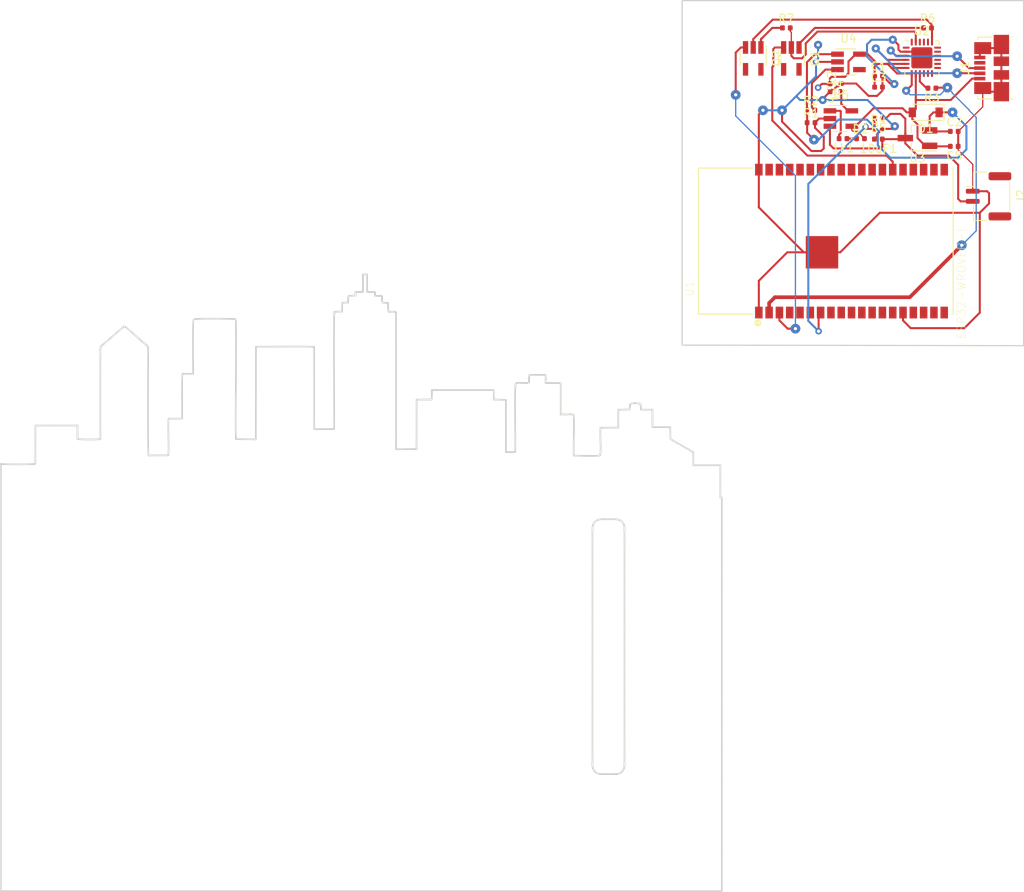
<source format=kicad_pcb>
(kicad_pcb (version 20171130) (host pcbnew "(5.0.1)-4")
  (layers (0 Top signal) (31 Bottom signal) (34 B.Paste user) (35 F.Paste user) (36 B.SilkS user hide) (37 F.SilkS user hide) (38 B.Mask user) (39 F.Mask user) (44 Edge.Cuts user))
  (net 0 "")
  (net 1 "Net-(1k1-Pad1)")
  (net 2 "Net-(1k1-Pad2)")
  (net 3 GND)
  (net 4 VBUS)
  (net 5 A13_I35)
  (net 6 VBAT)
  (net 7 RTS)
  (net 8 DTR)
  (net 9 +3.3VA)
  (net 10 "Net-(4.7k2-Pad1)")
  (net 11 "Net-(U4-Pad4)")
  (net 12 "Net-(U2-Pad1)")
  (net 13 "Net-(J1-Pad3)")
  (net 14 "Net-(J1-Pad2)")
  (net 15 "Net-(U2-Pad10)")
  (net 16 "Net-(U2-Pad11)")
  (net 17 "Net-(U2-Pad12)")
  (net 18 "Net-(U2-Pad13)")
  (net 19 "Net-(U2-Pad14)")
  (net 20 "Net-(U2-Pad15)")
  (net 21 "Net-(U2-Pad16)")
  (net 22 "Net-(U2-Pad17)")
  (net 23 "Net-(U2-Pad18)")
  (net 24 TXD0)
  (net 25 RXD0)
  (net 26 "Net-(U2-Pad22)")
  (net 27 "Net-(U2-Pad24)")
  (net 28 RESET)
  (net 29 "Net-(U1-Pad4)")
  (net 30 "Net-(U1-Pad5)")
  (net 31 "Net-(U1-Pad6)")
  (net 32 "Net-(U1-Pad8)")
  (net 33 "Net-(U1-Pad9)")
  (net 34 "Net-(U1-Pad10)")
  (net 35 "Net-(U1-Pad11)")
  (net 36 "Net-(U1-Pad12)")
  (net 37 "Net-(U1-Pad13)")
  (net 38 "Net-(U1-Pad14)")
  (net 39 "Net-(U1-Pad16)")
  (net 40 "Net-(U1-Pad17)")
  (net 41 "Net-(U1-Pad18)")
  (net 42 "Net-(U1-Pad19)")
  (net 43 "Net-(U1-Pad20)")
  (net 44 "Net-(U1-Pad21)")
  (net 45 "Net-(U1-Pad22)")
  (net 46 "Net-(U1-Pad23)")
  (net 47 "Net-(U1-Pad24)")
  (net 48 GPIO0)
  (net 49 "Net-(U1-Pad26)")
  (net 50 "Net-(U1-Pad27)")
  (net 51 "Net-(U1-Pad28)")
  (net 52 "Net-(U1-Pad29)")
  (net 53 "Net-(U1-Pad30)")
  (net 54 "Net-(U1-Pad31)")
  (net 55 "Net-(U1-Pad33)")
  (net 56 "Net-(U1-Pad34)")
  (net 57 "Net-(U1-Pad35)")
  (net 58 "Net-(U1-Pad36)")
  (net 59 "Net-(U1-Pad37)")
  (net 60 "Net-(J1-Pad4)")
  (net 61 "Net-(Q2-Pad1)")
  (net 62 "Net-(Q1-Pad1)")
  (net 63 "Net-(R3-Pad2)")
  (net 64 "Net-(R2-Pad2)")
  (net 65 "Net-(C2-Pad1)")
  (module Connector_JST:JST_GH_BM02B-GHS-TBT_1x02-1MP_P1.25mm_Vertical (layer Top) (at 162.433 84.5185 270)
    (fp_text reference J2 (at 0 -4 270) (layer F.SilkS))
    (fp_text value JST)
    (pad 1 smd roundrect (at -0.625 1.95 270) (size 0.6 1.7) (layers Top F.Paste F.Mask) (net 3 GND))
    (pad 2 smd roundrect (at 0.625 1.95 270) (size 0.6 1.7) (layers Top F.Paste F.Mask) (net 6 VBAT))
    (pad MP smd roundrect (at -2.475 -1.4 270) (size 1 2.8) (layers Top F.Paste F.Mask))
    (pad MP smd roundrect (at 2.475 -1.4 270) (size 1 2.8) (layers Top F.Paste F.Mask))
  )
  (module ESP32-WROVER-I:XCVR_ESP32-WROVER-I (layer Top) (at 142.367 90.043 90)
    (fp_text reference U1 (at -5.86507 -16.7995 90) (layer F.SilkS) (effects (font (size 1.00087 1.00087) (thickness 0.05))))
    (fp_text value ESP32-WROVER-I (at -5.27726 16.7222 90) (layer F.SilkS) (effects (font (size 1.00043 1.00043) (thickness 0.05))))
    (pad 1 smd rect (at -8.81 -8.26 90) (size 1.45 0.93) (layers Top F.Paste F.Mask) (net 3 GND))
    (pad 2 smd rect (at -8.81 -6.99 90) (size 1.45 0.93) (layers Top F.Paste F.Mask) (net 9 +3.3VA))
    (pad 3 smd rect (at -8.81 -5.72 90) (size 1.45 0.93) (layers Top F.Paste F.Mask) (net 28 RESET))
    (pad 4 smd rect (at -8.81 -4.45 90) (size 1.45 0.93) (layers Top F.Paste F.Mask) (net 29 "Net-(U1-Pad4)"))
    (pad 5 smd rect (at -8.81 -3.18 90) (size 1.45 0.93) (layers Top F.Paste F.Mask) (net 30 "Net-(U1-Pad5)"))
    (pad 6 smd rect (at -8.81 -1.91 90) (size 1.45 0.93) (layers Top F.Paste F.Mask) (net 31 "Net-(U1-Pad6)"))
    (pad 7 smd rect (at -8.81 -0.64 90) (size 1.45 0.93) (layers Top F.Paste F.Mask) (net 5 A13_I35))
    (pad 8 smd rect (at -8.81 0.63 90) (size 1.45 0.93) (layers Top F.Paste F.Mask) (net 32 "Net-(U1-Pad8)"))
    (pad 9 smd rect (at -8.81 1.9 90) (size 1.45 0.93) (layers Top F.Paste F.Mask) (net 33 "Net-(U1-Pad9)"))
    (pad 10 smd rect (at -8.81 3.17 90) (size 1.45 0.93) (layers Top F.Paste F.Mask) (net 34 "Net-(U1-Pad10)"))
    (pad 11 smd rect (at -8.81 4.44 90) (size 1.45 0.93) (layers Top F.Paste F.Mask) (net 35 "Net-(U1-Pad11)"))
    (pad 12 smd rect (at -8.81 5.71 90) (size 1.45 0.93) (layers Top F.Paste F.Mask) (net 36 "Net-(U1-Pad12)"))
    (pad 13 smd rect (at -8.81 6.98 90) (size 1.45 0.93) (layers Top F.Paste F.Mask) (net 37 "Net-(U1-Pad13)"))
    (pad 14 smd rect (at -8.81 8.25 90) (size 1.45 0.93) (layers Top F.Paste F.Mask) (net 38 "Net-(U1-Pad14)"))
    (pad 15 smd rect (at -8.81 9.52 90) (size 1.45 0.93) (layers Top F.Paste F.Mask) (net 3 GND))
    (pad 16 smd rect (at -8.81 10.79 90) (size 1.45 0.93) (layers Top F.Paste F.Mask) (net 39 "Net-(U1-Pad16)"))
    (pad 17 smd rect (at -8.81 12.06 90) (size 1.45 0.93) (layers Top F.Paste F.Mask) (net 40 "Net-(U1-Pad17)"))
    (pad 18 smd rect (at -8.81 13.33 90) (size 1.45 0.93) (layers Top F.Paste F.Mask) (net 41 "Net-(U1-Pad18)"))
    (pad 19 smd rect (at -8.81 14.6 90) (size 1.45 0.93) (layers Top F.Paste F.Mask) (net 42 "Net-(U1-Pad19)"))
    (pad 20 smd rect (at 8.81 14.6 270) (size 1.45 0.93) (layers Top F.Paste F.Mask) (net 43 "Net-(U1-Pad20)"))
    (pad 21 smd rect (at 8.81 13.33 270) (size 1.45 0.93) (layers Top F.Paste F.Mask) (net 44 "Net-(U1-Pad21)"))
    (pad 22 smd rect (at 8.81 12.06 270) (size 1.45 0.93) (layers Top F.Paste F.Mask) (net 45 "Net-(U1-Pad22)"))
    (pad 23 smd rect (at 8.81 10.79 270) (size 1.45 0.93) (layers Top F.Paste F.Mask) (net 46 "Net-(U1-Pad23)"))
    (pad 24 smd rect (at 8.81 9.52 270) (size 1.45 0.93) (layers Top F.Paste F.Mask) (net 47 "Net-(U1-Pad24)"))
    (pad 25 smd rect (at 8.81 8.25 270) (size 1.45 0.93) (layers Top F.Paste F.Mask) (net 48 GPIO0))
    (pad 26 smd rect (at 8.81 6.98 270) (size 1.45 0.93) (layers Top F.Paste F.Mask) (net 49 "Net-(U1-Pad26)"))
    (pad 27 smd rect (at 8.81 5.71 270) (size 1.45 0.93) (layers Top F.Paste F.Mask) (net 50 "Net-(U1-Pad27)"))
    (pad 28 smd rect (at 8.81 4.44 270) (size 1.45 0.93) (layers Top F.Paste F.Mask) (net 51 "Net-(U1-Pad28)"))
    (pad 29 smd rect (at 8.81 3.17 270) (size 1.45 0.93) (layers Top F.Paste F.Mask) (net 52 "Net-(U1-Pad29)"))
    (pad 30 smd rect (at 8.81 1.9 270) (size 1.45 0.93) (layers Top F.Paste F.Mask) (net 53 "Net-(U1-Pad30)"))
    (pad 31 smd rect (at 8.81 0.63 270) (size 1.45 0.93) (layers Top F.Paste F.Mask) (net 54 "Net-(U1-Pad31)"))
    (pad 32 smd rect (at 8.81 -0.64 270) (size 1.45 0.93) (layers Top F.Paste F.Mask))
    (pad 33 smd rect (at 8.81 -1.91 270) (size 1.45 0.93) (layers Top F.Paste F.Mask) (net 55 "Net-(U1-Pad33)"))
    (pad 34 smd rect (at 8.81 -3.18 270) (size 1.45 0.93) (layers Top F.Paste F.Mask) (net 56 "Net-(U1-Pad34)"))
    (pad 35 smd rect (at 8.81 -4.45 270) (size 1.45 0.93) (layers Top F.Paste F.Mask) (net 57 "Net-(U1-Pad35)"))
    (pad 36 smd rect (at 8.81 -5.72 270) (size 1.45 0.93) (layers Top F.Paste F.Mask) (net 58 "Net-(U1-Pad36)"))
    (pad 37 smd rect (at 8.81 -6.99 270) (size 1.45 0.93) (layers Top F.Paste F.Mask) (net 59 "Net-(U1-Pad37)"))
    (pad 38 smd rect (at 8.81 -8.26 270) (size 1.45 0.93) (layers Top F.Paste F.Mask) (net 3 GND))
    (pad 39 connect rect (at -1.38 -0.47 90) (size 4 4) (layers Top F.Mask) (net 3 GND))
  )
  (module Package_TO_SOT_SMD:SOT-23_Handsoldering (layer Top) (at 153.67 77.343 180)
    (fp_text reference U3 (at 0 -2.5 180) (layer F.SilkS))
    (fp_text value DMG3415U)
    (pad 1 smd rect (at -1.5 -0.95 180) (size 1.9 0.8) (layers Top F.Paste F.Mask) (net 4 VBUS))
    (pad 2 smd rect (at -1.5 0.95 180) (size 1.9 0.8) (layers Top F.Paste F.Mask) (net 65 "Net-(C2-Pad1)"))
    (pad 3 smd rect (at 1.5 0 180) (size 1.9 0.8) (layers Top F.Paste F.Mask) (net 6 VBAT))
  )
  (module Resistor_SMD:R_0402_1005Metric (layer Top) (at 140.5255 73.914)
    (fp_text reference R2 (at 0 -1.17) (layer F.SilkS))
    (fp_text value 100k)
    (pad 1 smd roundrect (at -0.485 0) (size 0.59 0.64) (layers Top F.Paste F.Mask) (net 65 "Net-(C2-Pad1)"))
    (pad 2 smd roundrect (at 0.485 0) (size 0.59 0.64) (layers Top F.Paste F.Mask) (net 64 "Net-(R2-Pad2)"))
  )
  (module Package_TO_SOT_SMD:SOT-23-5_HandSoldering (layer Top) (at 144.225 74.93)
    (fp_text reference U5 (at 0 -2.9) (layer F.SilkS))
    (fp_text value MCP73831-2-OT)
    (pad 1 smd rect (at -1.35 -0.95) (size 1.56 0.65) (layers Top F.Paste F.Mask) (net 2 "Net-(1k1-Pad2)"))
    (pad 2 smd rect (at -1.35 0) (size 1.56 0.65) (layers Top F.Paste F.Mask) (net 3 GND))
    (pad 3 smd rect (at -1.35 0.95) (size 1.56 0.65) (layers Top F.Paste F.Mask) (net 6 VBAT))
    (pad 4 smd rect (at 1.35 0.95) (size 1.56 0.65) (layers Top F.Paste F.Mask) (net 4 VBUS))
    (pad 5 smd rect (at 1.35 -0.95) (size 1.56 0.65) (layers Top F.Paste F.Mask) (net 10 "Net-(4.7k2-Pad1)"))
  )
  (module Diode_SMD:D_SOD-123 (layer Top) (at 154.686 74.168 180)
    (fp_text reference D1 (at 0 -2 180) (layer F.SilkS))
    (fp_text value MBR120)
    (pad 1 smd rect (at -1.65 0 180) (size 0.9 1.2) (layers Top F.Paste F.Mask) (net 65 "Net-(C2-Pad1)"))
    (pad 2 smd rect (at 1.65 0 180) (size 0.9 1.2) (layers Top F.Paste F.Mask) (net 4 VBUS))
  )
  (module Capacitor_SMD:C_0402_1005Metric (layer Top) (at 148.844 77.47 180)
    (fp_text reference 10uF1 (at 0 -1.17 180) (layer F.SilkS))
    (fp_text value C)
    (pad 2 smd roundrect (at 0.485 0 180) (size 0.59 0.64) (layers Top F.Paste F.Mask) (net 3 GND))
    (pad 1 smd roundrect (at -0.485 0 180) (size 0.59 0.64) (layers Top F.Paste F.Mask) (net 6 VBAT))
  )
  (module Capacitor_SMD:C_0402_1005Metric (layer Top) (at 148.867 69.6595)
    (fp_text reference C1 (at 0 -1.17) (layer F.SilkS))
    (fp_text value 1uf)
    (pad 1 smd roundrect (at -0.485 0) (size 0.59 0.64) (layers Top F.Paste F.Mask) (net 9 +3.3VA))
    (pad 2 smd roundrect (at 0.485 0) (size 0.59 0.64) (layers Top F.Paste F.Mask) (net 3 GND))
  )
  (module Capacitor_SMD:C_0402_1005Metric (layer Top) (at 158.2015 76.5175)
    (fp_text reference C2 (at 0 -1.17) (layer F.SilkS))
    (fp_text value 1uf)
    (pad 2 smd roundrect (at 0.485 0) (size 0.59 0.64) (layers Top F.Paste F.Mask) (net 3 GND))
    (pad 1 smd roundrect (at -0.485 0) (size 0.59 0.64) (layers Top F.Paste F.Mask) (net 65 "Net-(C2-Pad1)"))
  )
  (module Capacitor_SMD:C_0402_1005Metric (layer Top) (at 148.867 71.0565)
    (fp_text reference C3 (at 0 -1.17) (layer F.SilkS))
    (fp_text value 1uf)
    (pad 1 smd roundrect (at -0.485 0) (size 0.59 0.64) (layers Top F.Paste F.Mask) (net 9 +3.3VA))
    (pad 2 smd roundrect (at 0.485 0) (size 0.59 0.64) (layers Top F.Paste F.Mask) (net 3 GND))
  )
  (module Capacitor_SMD:C_0402_1005Metric (layer Top) (at 142.875 71.143 270)
    (fp_text reference C4 (at 0 -1.17 270) (layer F.SilkS))
    (fp_text value 1uf)
    (pad 2 smd roundrect (at 0.485 0 270) (size 0.59 0.64) (layers Top F.Paste F.Mask) (net 3 GND))
    (pad 1 smd roundrect (at -0.485 0 270) (size 0.59 0.64) (layers Top F.Paste F.Mask) (net 9 +3.3VA))
  )
  (module Capacitor_SMD:C_0402_1005Metric (layer Top) (at 158.2015 78.359 180)
    (fp_text reference C5 (at 0 -1.17 180) (layer F.SilkS))
    (fp_text value 1uf)
    (pad 1 smd roundrect (at -0.485 0 180) (size 0.59 0.64) (layers Top F.Paste F.Mask) (net 3 GND))
    (pad 2 smd roundrect (at 0.485 0 180) (size 0.59 0.64) (layers Top F.Paste F.Mask) (net 4 VBUS))
  )
  (module Connector_USB:USB_Micro-B_Molex_47346-0001 (layer Top) (at 162.814 68.707 90)
    (fp_text reference J1 (at 0 -3.3 270) (layer F.SilkS))
    (fp_text value USB_B_Micro)
    (pad 1 smd rect (at -1.3 -1.46 90) (size 0.45 1.38) (layers Top F.Paste F.Mask) (net 4 VBUS))
    (pad 2 smd rect (at -0.65 -1.46 90) (size 0.45 1.38) (layers Top F.Paste F.Mask) (net 14 "Net-(J1-Pad2)"))
    (pad 3 smd rect (at 0 -1.46 90) (size 0.45 1.38) (layers Top F.Paste F.Mask) (net 13 "Net-(J1-Pad3)"))
    (pad 4 smd rect (at 0.65 -1.46 90) (size 0.45 1.38) (layers Top F.Paste F.Mask) (net 60 "Net-(J1-Pad4)"))
    (pad 5 smd rect (at 1.3 -1.46 90) (size 0.45 1.38) (layers Top F.Paste F.Mask) (net 3 GND))
    (pad 6 smd rect (at -2.4625 -1.1 90) (size 1.475 2.1) (layers Top F.Paste F.Mask) (net 3 GND))
    (pad 6 smd rect (at 2.4625 -1.1 90) (size 1.475 2.1) (layers Top F.Paste F.Mask) (net 3 GND))
    (pad 6 smd rect (at -2.91 1.2 90) (size 2.375 1.9) (layers Top F.Paste F.Mask) (net 3 GND))
    (pad 6 smd rect (at 2.91 1.2 90) (size 2.375 1.9) (layers Top F.Paste F.Mask) (net 3 GND))
    (pad 6 smd rect (at -0.84 1.2 90) (size 1.175 1.9) (layers Top F.Paste F.Mask) (net 3 GND))
    (pad 6 smd rect (at 0.84 1.2 90) (size 1.175 1.9) (layers Top F.Paste F.Mask) (net 3 GND))
  )
  (module LED_SMD:LED_0402_1005Metric (layer Top) (at 146.6445 77.4065)
    (fp_text reference D2 (at 0 -1.17) (layer F.SilkS))
    (fp_text value D2)
    (pad 1 smd roundrect (at -0.485 0) (size 0.59 0.64) (layers Top F.Paste F.Mask) (net 1 "Net-(1k1-Pad1)"))
    (pad 2 smd roundrect (at 0.485 0) (size 0.59 0.64) (layers Top F.Paste F.Mask) (net 4 VBUS))
  )
  (module Package_DFN_QFN:QFN-24-1EP_4x4mm_P0.5mm_EP2.6x2.6mm (layer Top) (at 154.2105 67.441)
    (fp_text reference U2 (at 0 -3.3) (layer F.SilkS))
    (fp_text value CP2104)
    (pad 25 smd roundrect (at 0 0) (size 2.6 2.6) (layers Top F.Mask) (roundrect_rratio 0.096154) (net 3 GND))
    (pad 1 smd roundrect (at -1.9375 -1.25) (size 0.825 0.25) (layers Top F.Paste F.Mask) (net 12 "Net-(U2-Pad1)"))
    (pad 2 smd roundrect (at -1.9375 -0.75) (size 0.825 0.25) (layers Top F.Paste F.Mask) (net 3 GND))
    (pad 3 smd roundrect (at -1.9375 -0.25) (size 0.825 0.25) (layers Top F.Paste F.Mask) (net 13 "Net-(J1-Pad3)"))
    (pad 4 smd roundrect (at -1.9375 0.25) (size 0.825 0.25) (layers Top F.Paste F.Mask) (net 14 "Net-(J1-Pad2)"))
    (pad 5 smd roundrect (at -1.9375 0.75) (size 0.825 0.25) (layers Top F.Paste F.Mask) (net 9 +3.3VA))
    (pad 6 smd roundrect (at -1.9375 1.25) (size 0.825 0.25) (layers Top F.Paste F.Mask) (net 9 +3.3VA))
    (pad 7 smd roundrect (at -1.25 1.9375) (size 0.25 0.825) (layers Top F.Paste F.Mask) (net 9 +3.3VA))
    (pad 8 smd roundrect (at -0.75 1.9375) (size 0.25 0.825) (layers Top F.Paste F.Mask) (net 4 VBUS))
    (pad 9 smd roundrect (at -0.25 1.9375) (size 0.25 0.825) (layers Top F.Paste F.Mask) (net 63 "Net-(R3-Pad2)"))
    (pad 10 smd roundrect (at 0.25 1.9375) (size 0.25 0.825) (layers Top F.Paste F.Mask) (net 15 "Net-(U2-Pad10)"))
    (pad 11 smd roundrect (at 0.75 1.9375) (size 0.25 0.825) (layers Top F.Paste F.Mask) (net 16 "Net-(U2-Pad11)"))
    (pad 12 smd roundrect (at 1.25 1.9375) (size 0.25 0.825) (layers Top F.Paste F.Mask) (net 17 "Net-(U2-Pad12)"))
    (pad 13 smd roundrect (at 1.9375 1.25) (size 0.825 0.25) (layers Top F.Paste F.Mask) (net 18 "Net-(U2-Pad13)"))
    (pad 14 smd roundrect (at 1.9375 0.75) (size 0.825 0.25) (layers Top F.Paste F.Mask) (net 19 "Net-(U2-Pad14)"))
    (pad 15 smd roundrect (at 1.9375 0.25) (size 0.825 0.25) (layers Top F.Paste F.Mask) (net 20 "Net-(U2-Pad15)"))
    (pad 16 smd roundrect (at 1.9375 -0.25) (size 0.825 0.25) (layers Top F.Paste F.Mask) (net 21 "Net-(U2-Pad16)"))
    (pad 17 smd roundrect (at 1.9375 -0.75) (size 0.825 0.25) (layers Top F.Paste F.Mask) (net 22 "Net-(U2-Pad17)"))
    (pad 18 smd roundrect (at 1.9375 -1.25) (size 0.825 0.25) (layers Top F.Paste F.Mask) (net 23 "Net-(U2-Pad18)"))
    (pad 19 smd roundrect (at 1.25 -1.9375) (size 0.25 0.825) (layers Top F.Paste F.Mask) (net 7 RTS))
    (pad 20 smd roundrect (at 0.75 -1.9375) (size 0.25 0.825) (layers Top F.Paste F.Mask) (net 24 TXD0))
    (pad 21 smd roundrect (at 0.25 -1.9375) (size 0.25 0.825) (layers Top F.Paste F.Mask) (net 25 RXD0))
    (pad 22 smd roundrect (at -0.25 -1.9375) (size 0.25 0.825) (layers Top F.Paste F.Mask) (net 26 "Net-(U2-Pad22)"))
    (pad 23 smd roundrect (at -0.75 -1.9375) (size 0.25 0.825) (layers Top F.Paste F.Mask) (net 8 DTR))
    (pad 24 smd roundrect (at -1.25 -1.9375) (size 0.25 0.825) (layers Top F.Paste F.Mask) (net 27 "Net-(U2-Pad24)"))
  )
  (module Package_TO_SOT_SMD:SOT-23-5_HandSoldering (layer Top) (at 138.115 67.517 270)
    (fp_text reference Q1 (at 0 -2.9 270) (layer F.SilkS))
    (fp_text value MMBT2222)
    (pad 5 smd rect (at 1.35 -0.95 270) (size 1.56 0.65) (layers Top F.Paste F.Mask))
    (pad 4 smd rect (at 1.35 0.95 270) (size 1.56 0.65) (layers Top F.Paste F.Mask))
    (pad 3 smd rect (at -1.35 0.95 270) (size 1.56 0.65) (layers Top F.Paste F.Mask) (net 48 GPIO0))
    (pad 2 smd rect (at -1.35 0 270) (size 1.56 0.65) (layers Top F.Paste F.Mask) (net 8 DTR))
    (pad 1 smd rect (at -1.35 -0.95 270) (size 1.56 0.65) (layers Top F.Paste F.Mask) (net 62 "Net-(Q1-Pad1)"))
  )
  (module Package_TO_SOT_SMD:SOT-23-5_HandSoldering (layer Top) (at 133.416 67.5132 270)
    (fp_text reference Q2 (at 0 -2.9 270) (layer F.SilkS))
    (fp_text value MMBT2222)
    (pad 1 smd rect (at -1.35 -0.95 270) (size 1.56 0.65) (layers Top F.Paste F.Mask) (net 61 "Net-(Q2-Pad1)"))
    (pad 2 smd rect (at -1.35 0 270) (size 1.56 0.65) (layers Top F.Paste F.Mask) (net 7 RTS))
    (pad 3 smd rect (at -1.35 0.95 270) (size 1.56 0.65) (layers Top F.Paste F.Mask) (net 28 RESET))
    (pad 4 smd rect (at 1.35 0.95 270) (size 1.56 0.65) (layers Top F.Paste F.Mask))
    (pad 5 smd rect (at 1.35 -0.95 270) (size 1.56 0.65) (layers Top F.Paste F.Mask))
  )
  (module Package_TO_SOT_SMD:SOT-23-5_HandSoldering (layer Top) (at 145.161 67.945)
    (fp_text reference U4 (at 0 -2.9) (layer F.SilkS))
    (fp_text value AP2112K-3.3)
    (pad 5 smd rect (at 1.35 -0.95) (size 1.56 0.65) (layers Top F.Paste F.Mask) (net 9 +3.3VA))
    (pad 4 smd rect (at 1.35 0.95) (size 1.56 0.65) (layers Top F.Paste F.Mask) (net 11 "Net-(U4-Pad4)"))
    (pad 3 smd rect (at -1.35 0.95) (size 1.56 0.65) (layers Top F.Paste F.Mask) (net 64 "Net-(R2-Pad2)"))
    (pad 2 smd rect (at -1.35 0) (size 1.56 0.65) (layers Top F.Paste F.Mask) (net 3 GND))
    (pad 1 smd rect (at -1.35 -0.95) (size 1.56 0.65) (layers Top F.Paste F.Mask) (net 65 "Net-(C2-Pad1)"))
  )
  (module Resistor_SMD:R_0402_1005Metric (layer Top) (at 144.272 71.097 90)
    (fp_text reference 4.7k2 (at 0 -1.17 90) (layer F.SilkS))
    (fp_text value R)
    (pad 1 smd roundrect (at -0.485 0 90) (size 0.59 0.64) (layers Top F.Paste F.Mask) (net 10 "Net-(4.7k2-Pad1)"))
    (pad 2 smd roundrect (at 0.485 0 90) (size 0.59 0.64) (layers Top F.Paste F.Mask) (net 3 GND))
  )
  (module Resistor_SMD:R_0402_1005Metric (layer Top) (at 144.4855 77.4065 180)
    (fp_text reference 1k1 (at 0 -1.17 180) (layer F.SilkS))
    (fp_text value R)
    (pad 2 smd roundrect (at 0.485 0 180) (size 0.59 0.64) (layers Top F.Paste F.Mask) (net 2 "Net-(1k1-Pad2)"))
    (pad 1 smd roundrect (at -0.485 0 180) (size 0.59 0.64) (layers Top F.Paste F.Mask) (net 1 "Net-(1k1-Pad1)"))
  )
  (module Resistor_SMD:R_0402_1005Metric (layer Top) (at 140.5485 75.438)
    (fp_text reference R1 (at 0 -1.17) (layer F.SilkS))
    (fp_text value 100k)
    (pad 2 smd roundrect (at 0.485 0) (size 0.59 0.64) (layers Top F.Paste F.Mask) (net 3 GND))
    (pad 1 smd roundrect (at -0.485 0) (size 0.59 0.64) (layers Top F.Paste F.Mask) (net 65 "Net-(C2-Pad1)"))
  )
  (module Resistor_SMD:R_0402_1005Metric (layer Top) (at 155.448 71.1835 180)
    (fp_text reference R3 (at 0 -1.17 180) (layer F.SilkS))
    (fp_text value 4.7k)
    (pad 1 smd roundrect (at -0.485 0 180) (size 0.59 0.64) (layers Top F.Paste F.Mask) (net 9 +3.3VA))
    (pad 2 smd roundrect (at 0.485 0 180) (size 0.59 0.64) (layers Top F.Paste F.Mask) (net 63 "Net-(R3-Pad2)"))
  )
  (module Resistor_SMD:R_0402_1005Metric (layer Top) (at 148.844 76.2)
    (fp_text reference R4 (at 0 -1.17) (layer F.SilkS))
    (fp_text value 100k)
    (pad 2 smd roundrect (at 0.485 0) (size 0.59 0.64) (layers Top F.Paste F.Mask) (net 3 GND))
    (pad 1 smd roundrect (at -0.485 0) (size 0.59 0.64) (layers Top F.Paste F.Mask) (net 5 A13_I35))
  )
  (module Resistor_SMD:R_0402_1005Metric (layer Top) (at 148.867 74.93 180)
    (fp_text reference R5 (at 0 -1.17 180) (layer F.SilkS))
    (fp_text value 100k)
    (pad 1 smd roundrect (at -0.485 0 180) (size 0.59 0.64) (layers Top F.Paste F.Mask) (net 6 VBAT))
    (pad 2 smd roundrect (at 0.485 0 180) (size 0.59 0.64) (layers Top F.Paste F.Mask) (net 5 A13_I35))
  )
  (module Resistor_SMD:R_0402_1005Metric (layer Top) (at 154.917 63.754)
    (fp_text reference R6 (at 0 -1.17) (layer F.SilkS))
    (fp_text value 10k)
    (pad 2 smd roundrect (at 0.485 0) (size 0.59 0.64) (layers Top F.Paste F.Mask) (net 7 RTS))
    (pad 1 smd roundrect (at -0.485 0) (size 0.59 0.64) (layers Top F.Paste F.Mask) (net 62 "Net-(Q1-Pad1)"))
  )
  (module Resistor_SMD:R_0402_1005Metric (layer Top) (at 137.5005 63.754)
    (fp_text reference R7 (at 0 -1.17) (layer F.SilkS))
    (fp_text value 10k)
    (pad 1 smd roundrect (at -0.485 0) (size 0.59 0.64) (layers Top F.Paste F.Mask) (net 61 "Net-(Q2-Pad1)"))
    (pad 2 smd roundrect (at 0.485 0) (size 0.59 0.64) (layers Top F.Paste F.Mask) (net 8 DTR))
  )
  (gr_line (start 115.070185 124.338374) (end 115.136533 124.338374) (layer Edge.Cuts) (width 0.2))
  (gr_line (start 114.59879 124.345145) (end 114.663718 124.340894) (layer Edge.Cuts) (width 0.2))
  (gr_line (start 114.874438 124.338374) (end 114.892837 124.338374) (layer Edge.Cuts) (width 0.2))
  (gr_line (start 114.919796 124.338374) (end 114.919921 124.338374) (layer Edge.Cuts) (width 0.2))
  (gr_line (start 114.92146 124.338374) (end 114.926372 124.338374) (layer Edge.Cuts) (width 0.2))
  (gr_line (start 114.98096 124.338374) (end 115.018981 124.338374) (layer Edge.Cuts) (width 0.2))
  (gr_line (start 114.917627 124.338374) (end 114.919415 124.338374) (layer Edge.Cuts) (width 0.2))
  (gr_line (start 114.815845 124.338374) (end 114.84914 124.338374) (layer Edge.Cuts) (width 0.2))
  (gr_line (start 114.773526 124.338401) (end 114.815845 124.338374) (layer Edge.Cuts) (width 0.2))
  (gr_line (start 114.722396 124.338945) (end 114.773526 124.338401) (layer Edge.Cuts) (width 0.2))
  (gr_line (start 114.919415 124.338374) (end 114.919796 124.338374) (layer Edge.Cuts) (width 0.2))
  (gr_line (start 114.905436 124.338374) (end 114.913333 124.338374) (layer Edge.Cuts) (width 0.2))
  (gr_line (start 114.954159 124.338374) (end 114.98096 124.338374) (layer Edge.Cuts) (width 0.2))
  (gr_line (start 114.663718 124.340894) (end 114.722396 124.338945) (layer Edge.Cuts) (width 0.2))
  (gr_line (start 114.936617 124.338374) (end 114.954159 124.338374) (layer Edge.Cuts) (width 0.2))
  (gr_line (start 114.926372 124.338374) (end 114.936617 124.338374) (layer Edge.Cuts) (width 0.2))
  (gr_line (start 114.913333 124.338374) (end 114.917627 124.338374) (layer Edge.Cuts) (width 0.2))
  (gr_line (start 114.919921 124.338374) (end 114.92146 124.338374) (layer Edge.Cuts) (width 0.2))
  (gr_line (start 114.84914 124.338374) (end 114.874438 124.338374) (layer Edge.Cuts) (width 0.2))
  (gr_line (start 114.892837 124.338374) (end 114.905436 124.338374) (layer Edge.Cuts) (width 0.2))
  (gr_line (start 115.018981 124.338374) (end 115.070185 124.338374) (layer Edge.Cuts) (width 0.2))
  (gr_line (start 103.476183 116.067565) (end 103.422341 116.067537) (layer Edge.Cuts) (width 0.2))
  (gr_line (start 103.530164 116.067593) (end 103.476183 116.067565) (layer Edge.Cuts) (width 0.2))
  (gr_line (start 103.58385 116.067622) (end 103.530164 116.067593) (layer Edge.Cuts) (width 0.2))
  (gr_line (start 103.63681 116.06765) (end 103.58385 116.067622) (layer Edge.Cuts) (width 0.2))
  (gr_line (start 103.688612 116.067677) (end 103.63681 116.06765) (layer Edge.Cuts) (width 0.2))
  (gr_line (start 103.738823 116.067703) (end 103.688612 116.067677) (layer Edge.Cuts) (width 0.2))
  (gr_line (start 103.787011 116.067729) (end 103.738823 116.067703) (layer Edge.Cuts) (width 0.2))
  (gr_line (start 104.078833 114.627431) (end 104.079628 114.911444) (layer Edge.Cuts) (width 0.2))
  (gr_line (start 103.915116 116.067796) (end 103.87559 116.067775) (layer Edge.Cuts) (width 0.2))
  (gr_line (start 104.009454 116.067846) (end 103.98248 116.067832) (layer Edge.Cuts) (width 0.2))
  (gr_line (start 104.094051 107.815106) (end 104.082365 107.963245) (layer Edge.Cuts) (width 0.2))
  (gr_line (start 104.068019 115.961851) (end 104.062544 116.067874) (layer Edge.Cuts) (width 0.2))
  (gr_line (start 103.95089 116.067815) (end 103.915116 116.067796) (layer Edge.Cuts) (width 0.2))
  (gr_line (start 104.03138 116.067858) (end 104.009454 116.067846) (layer Edge.Cuts) (width 0.2))
  (gr_line (start 104.301542 107.532186) (end 104.258894 107.5418) (layer Edge.Cuts) (width 0.2))
  (gr_line (start 104.058357 116.067872) (end 104.047825 116.067866) (layer Edge.Cuts) (width 0.2))
  (gr_line (start 104.062544 116.067874) (end 104.058357 116.067872) (layer Edge.Cuts) (width 0.2))
  (gr_line (start 104.072835 115.809063) (end 104.068019 115.961851) (layer Edge.Cuts) (width 0.2))
  (gr_line (start 104.07955 115.174016) (end 104.078476 115.412744) (layer Edge.Cuts) (width 0.2))
  (gr_line (start 104.072469 113.670755) (end 104.075128 114.004684) (layer Edge.Cuts) (width 0.2))
  (gr_line (start 104.075128 114.004684) (end 104.077291 114.324377) (layer Edge.Cuts) (width 0.2))
  (gr_line (start 104.06616 112.969789) (end 104.069438 113.324989) (layer Edge.Cuts) (width 0.2))
  (gr_line (start 104.053092 111.502682) (end 104.056103 111.871602) (layer Edge.Cuts) (width 0.2))
  (gr_line (start 104.123566 107.622614) (end 104.107743 107.700762) (layer Edge.Cuts) (width 0.2))
  (gr_line (start 104.048335 110.774964) (end 104.050462 111.136335) (layer Edge.Cuts) (width 0.2))
  (gr_line (start 104.046839 110.42097) (end 104.048335 110.774964) (layer Edge.Cuts) (width 0.2))
  (gr_line (start 104.046098 110.076755) (end 104.046839 110.42097) (layer Edge.Cuts) (width 0.2))
  (gr_line (start 104.079628 114.911444) (end 104.07955 115.174016) (layer Edge.Cuts) (width 0.2))
  (gr_line (start 104.258894 107.5418) (end 104.218545 107.553636) (layer Edge.Cuts) (width 0.2))
  (gr_line (start 104.04738 109.427265) (end 104.046236 109.744719) (layer Edge.Cuts) (width 0.2))
  (gr_line (start 104.049655 109.126795) (end 104.04738 109.427265) (layer Edge.Cuts) (width 0.2))
  (gr_line (start 104.491896 107.512566) (end 104.441664 107.514984) (layer Edge.Cuts) (width 0.2))
  (gr_line (start 104.346326 107.524625) (end 104.301542 107.532186) (layer Edge.Cuts) (width 0.2))
  (gr_line (start 104.076279 115.625227) (end 104.072835 115.809063) (layer Edge.Cuts) (width 0.2))
  (gr_line (start 104.078476 115.412744) (end 104.076279 115.625227) (layer Edge.Cuts) (width 0.2))
  (gr_line (start 104.059368 112.240694) (end 104.062762 112.607557) (layer Edge.Cuts) (width 0.2))
  (gr_line (start 104.056103 111.871602) (end 104.059368 112.240694) (layer Edge.Cuts) (width 0.2))
  (gr_line (start 104.064513 108.351298) (end 104.058096 108.586409) (layer Edge.Cuts) (width 0.2))
  (gr_line (start 104.145383 107.584648) (end 104.123566 107.622614) (layer Edge.Cuts) (width 0.2))
  (gr_line (start 104.046236 109.744719) (end 104.046098 110.076755) (layer Edge.Cuts) (width 0.2))
  (gr_line (start 104.441664 107.514984) (end 104.393087 107.518947) (layer Edge.Cuts) (width 0.2))
  (gr_line (start 104.053185 108.845709) (end 104.049655 109.126795) (layer Edge.Cuts) (width 0.2))
  (gr_line (start 104.107743 107.700762) (end 104.094051 107.815106) (layer Edge.Cuts) (width 0.2))
  (gr_line (start 104.180654 107.567862) (end 104.145383 107.584648) (layer Edge.Cuts) (width 0.2))
  (gr_line (start 103.832744 116.067753) (end 103.787011 116.067729) (layer Edge.Cuts) (width 0.2))
  (gr_line (start 104.077291 114.324377) (end 104.078833 114.627431) (layer Edge.Cuts) (width 0.2))
  (gr_line (start 104.393087 107.518947) (end 104.346326 107.524625) (layer Edge.Cuts) (width 0.2))
  (gr_line (start 104.072561 108.142776) (end 104.064513 108.351298) (layer Edge.Cuts) (width 0.2))
  (gr_line (start 103.98248 116.067832) (end 103.95089 116.067815) (layer Edge.Cuts) (width 0.2))
  (gr_line (start 103.87559 116.067775) (end 103.832744 116.067753) (layer Edge.Cuts) (width 0.2))
  (gr_line (start 104.047825 116.067866) (end 104.03138 116.067858) (layer Edge.Cuts) (width 0.2))
  (gr_line (start 104.069438 113.324989) (end 104.072469 113.670755) (layer Edge.Cuts) (width 0.2))
  (gr_line (start 104.050462 111.136335) (end 104.053092 111.502682) (layer Edge.Cuts) (width 0.2))
  (gr_line (start 104.058096 108.586409) (end 104.053185 108.845709) (layer Edge.Cuts) (width 0.2))
  (gr_line (start 104.082365 107.963245) (end 104.072561 108.142776) (layer Edge.Cuts) (width 0.2))
  (gr_line (start 104.062762 112.607557) (end 104.06616 112.969789) (layer Edge.Cuts) (width 0.2))
  (gr_line (start 104.218545 107.553636) (end 104.180654 107.567862) (layer Edge.Cuts) (width 0.2))
  (gr_line (start 106.196605 106.528508) (end 106.122867 106.528048) (layer Edge.Cuts) (width 0.2))
  (gr_line (start 105.495875 107.540637) (end 105.443334 107.544139) (layer Edge.Cuts) (width 0.2))
  (gr_line (start 105.78272 106.924357) (end 105.780069 106.969716) (layer Edge.Cuts) (width 0.2))
  (gr_line (start 105.79272 106.753278) (end 105.790353 106.793763) (layer Edge.Cuts) (width 0.2))
  (gr_line (start 105.802254 106.590159) (end 105.800725 106.616323) (layer Edge.Cuts) (width 0.2))
  (gr_line (start 105.829219 106.526219) (end 105.81207 106.526112) (layer Edge.Cuts) (width 0.2))
  (gr_line (start 105.805842 106.528775) (end 105.805367 106.536899) (layer Edge.Cuts) (width 0.2))
  (gr_line (start 105.939664 106.526907) (end 105.893765 106.526621) (layer Edge.Cuts) (width 0.2))
  (gr_line (start 105.334698 107.546821) (end 105.278926 107.54634) (layer Edge.Cuts) (width 0.2))
  (gr_line (start 105.800725 106.616323) (end 105.798985 106.646083) (layer Edge.Cuts) (width 0.2))
  (gr_line (start 105.547018 107.535468) (end 105.495875 107.540637) (layer Edge.Cuts) (width 0.2))
  (gr_line (start 105.596602 107.528465) (end 105.547018 107.535468) (layer Edge.Cuts) (width 0.2))
  (gr_line (start 105.644466 107.519458) (end 105.596602 107.528465) (layer Edge.Cuts) (width 0.2))
  (gr_line (start 105.756106 107.37968) (end 105.754435 107.408267) (layer Edge.Cuts) (width 0.2))
  (gr_line (start 105.762209 107.275259) (end 105.760015 107.312809) (layer Edge.Cuts) (width 0.2))
  (gr_line (start 105.893765 106.526621) (end 105.8567 106.52639) (layer Edge.Cuts) (width 0.2))
  (gr_line (start 106.054965 106.527625) (end 105.993647 106.527243) (layer Edge.Cuts) (width 0.2))
  (gr_line (start 105.794961 106.714926) (end 105.79272 106.753278) (layer Edge.Cuts) (width 0.2))
  (gr_line (start 105.806003 106.526074) (end 105.805842 106.528775) (layer Edge.Cuts) (width 0.2))
  (gr_line (start 105.8567 106.52639) (end 105.829219 106.526219) (layer Edge.Cuts) (width 0.2))
  (gr_line (start 105.752981 107.433136) (end 105.751766 107.453921) (layer Edge.Cuts) (width 0.2))
  (gr_line (start 105.772094 107.106153) (end 105.7695 107.150534) (layer Edge.Cuts) (width 0.2))
  (gr_line (start 104.543622 107.511524) (end 104.491896 107.512566) (layer Edge.Cuts) (width 0.2))
  (gr_line (start 104.596682 107.51169) (end 104.543622 107.511524) (layer Edge.Cuts) (width 0.2))
  (gr_line (start 105.804597 106.550081) (end 105.803552 106.567957) (layer Edge.Cuts) (width 0.2))
  (gr_line (start 104.650915 107.512895) (end 104.596682 107.51169) (layer Edge.Cuts) (width 0.2))
  (gr_line (start 105.797057 106.679072) (end 105.794961 106.714926) (layer Edge.Cuts) (width 0.2))
  (gr_line (start 105.049887 107.536205) (end 104.991943 107.532464) (layer Edge.Cuts) (width 0.2))
  (gr_line (start 105.107717 107.539632) (end 105.049887 107.536205) (layer Edge.Cuts) (width 0.2))
  (gr_line (start 105.764536 107.235452) (end 105.762209 107.275259) (layer Edge.Cuts) (width 0.2))
  (gr_line (start 105.803552 106.567957) (end 105.802254 106.590159) (layer Edge.Cuts) (width 0.2))
  (gr_line (start 105.754435 107.408267) (end 105.752981 107.433136) (layer Edge.Cuts) (width 0.2))
  (gr_line (start 105.751766 107.453921) (end 105.750812 107.470254) (layer Edge.Cuts) (width 0.2))
  (gr_line (start 105.222398 107.544868) (end 105.165275 107.542576) (layer Edge.Cuts) (width 0.2))
  (gr_line (start 105.443334 107.544139) (end 105.389555 107.546144) (layer Edge.Cuts) (width 0.2))
  (gr_line (start 105.749768 107.488108) (end 105.734392 107.494755) (layer Edge.Cuts) (width 0.2))
  (gr_line (start 105.805367 106.536899) (end 105.804597 106.550081) (layer Edge.Cuts) (width 0.2))
  (gr_line (start 105.750812 107.470254) (end 105.750138 107.481772) (layer Edge.Cuts) (width 0.2))
  (gr_line (start 106.122867 106.528048) (end 106.054965 106.527625) (layer Edge.Cuts) (width 0.2))
  (gr_line (start 105.766973 107.193755) (end 105.764536 107.235452) (layer Edge.Cuts) (width 0.2))
  (gr_line (start 105.798985 106.646083) (end 105.797057 106.679072) (layer Edge.Cuts) (width 0.2))
  (gr_line (start 105.785332 106.879669) (end 105.78272 106.924357) (layer Edge.Cuts) (width 0.2))
  (gr_line (start 105.69045 107.508278) (end 105.644466 107.519458) (layer Edge.Cuts) (width 0.2))
  (gr_line (start 105.774734 107.06098) (end 105.772094 107.106153) (layer Edge.Cuts) (width 0.2))
  (gr_line (start 104.819044 107.521049) (end 104.762256 107.517743) (layer Edge.Cuts) (width 0.2))
  (gr_line (start 105.734392 107.494755) (end 105.69045 107.508278) (layer Edge.Cuts) (width 0.2))
  (gr_line (start 105.7774 107.015379) (end 105.774734 107.06098) (layer Edge.Cuts) (width 0.2))
  (gr_line (start 105.790353 106.793763) (end 105.787884 106.836015) (layer Edge.Cuts) (width 0.2))
  (gr_line (start 105.757973 107.347738) (end 105.756106 107.37968) (layer Edge.Cuts) (width 0.2))
  (gr_line (start 104.762256 107.517743) (end 104.70616 107.514969) (layer Edge.Cuts) (width 0.2))
  (gr_line (start 105.993647 106.527243) (end 105.939664 106.526907) (layer Edge.Cuts) (width 0.2))
  (gr_line (start 105.780069 106.969716) (end 105.7774 107.015379) (layer Edge.Cuts) (width 0.2))
  (gr_line (start 104.70616 107.514969) (end 104.650915 107.512895) (layer Edge.Cuts) (width 0.2))
  (gr_line (start 104.876361 107.524717) (end 104.819044 107.521049) (layer Edge.Cuts) (width 0.2))
  (gr_line (start 104.934048 107.528578) (end 104.876361 107.524717) (layer Edge.Cuts) (width 0.2))
  (gr_line (start 104.991943 107.532464) (end 104.934048 107.528578) (layer Edge.Cuts) (width 0.2))
  (gr_line (start 105.7695 107.150534) (end 105.766973 107.193755) (layer Edge.Cuts) (width 0.2))
  (gr_line (start 105.165275 107.542576) (end 105.107717 107.539632) (layer Edge.Cuts) (width 0.2))
  (gr_line (start 105.278926 107.54634) (end 105.222398 107.544868) (layer Edge.Cuts) (width 0.2))
  (gr_line (start 105.750138 107.481772) (end 105.749768 107.488108) (layer Edge.Cuts) (width 0.2))
  (gr_line (start 105.760015 107.312809) (end 105.757973 107.347738) (layer Edge.Cuts) (width 0.2))
  (gr_line (start 105.787884 106.836015) (end 105.785332 106.879669) (layer Edge.Cuts) (width 0.2))
  (gr_line (start 105.81207 106.526112) (end 105.806003 106.526074) (layer Edge.Cuts) (width 0.2))
  (gr_line (start 105.389555 107.546144) (end 105.334698 107.546821) (layer Edge.Cuts) (width 0.2))
  (gr_line (start 107.742442 106.538139) (end 107.709408 106.537934) (layer Edge.Cuts) (width 0.2))
  (gr_line (start 107.783441 106.549731) (end 107.778042 106.538361) (layer Edge.Cuts) (width 0.2))
  (gr_line (start 107.809743 106.665455) (end 107.804227 106.635872) (layer Edge.Cuts) (width 0.2))
  (gr_line (start 107.833914 106.978162) (end 107.833572 106.945921) (layer Edge.Cuts) (width 0.2))
  (gr_line (start 107.821397 107.334389) (end 107.823205 107.302387) (layer Edge.Cuts) (width 0.2))
  (gr_line (start 107.825559 106.787404) (end 107.822481 106.756429) (layer Edge.Cuts) (width 0.2))
  (gr_line (start 107.812794 107.491063) (end 107.814353 107.460265) (layer Edge.Cuts) (width 0.2))
  (gr_line (start 106.358589 106.529517) (end 106.275429 106.528999) (layer Edge.Cuts) (width 0.2))
  (gr_line (start 106.445335 106.530057) (end 106.358589 106.529517) (layer Edge.Cuts) (width 0.2))
  (gr_line (start 107.345159 106.535664) (end 107.263773 106.535157) (layer Edge.Cuts) (width 0.2))
  (gr_line (start 107.824972 107.270227) (end 107.826666 107.237935) (layer Edge.Cuts) (width 0.2))
  (gr_line (start 107.558367 106.536992) (end 107.493206 106.536586) (layer Edge.Cuts) (width 0.2))
  (gr_line (start 107.814604 106.695428) (end 107.809743 106.665455) (layer Edge.Cuts) (width 0.2))
  (gr_line (start 107.833907 107.010518) (end 107.833914 106.978162) (layer Edge.Cuts) (width 0.2))
  (gr_line (start 107.804227 106.635872) (end 107.798026 106.606706) (layer Edge.Cuts) (width 0.2))
  (gr_line (start 107.828256 107.205539) (end 107.829712 107.173067) (layer Edge.Cuts) (width 0.2))
  (gr_line (start 107.814541 107.527928) (end 107.811376 107.521539) (layer Edge.Cuts) (width 0.2))
  (gr_line (start 108.032264 107.531348) (end 107.975881 107.530463) (layer Edge.Cuts) (width 0.2))
  (gr_line (start 107.823205 107.302387) (end 107.824972 107.270227) (layer Edge.Cuts) (width 0.2))
  (gr_line (start 107.822481 106.756429) (end 107.818839 106.725761) (layer Edge.Cuts) (width 0.2))
  (gr_line (start 106.62659 106.531187) (end 106.534919 106.530616) (layer Edge.Cuts) (width 0.2))
  (gr_line (start 106.719599 106.531766) (end 106.62659 106.531187) (layer Edge.Cuts) (width 0.2))
  (gr_line (start 107.421887 106.536142) (end 107.345159 106.535664) (layer Edge.Cuts) (width 0.2))
  (gr_line (start 107.791107 106.577983) (end 107.783441 106.549731) (layer Edge.Cuts) (width 0.2))
  (gr_line (start 107.833581 107.042962) (end 107.833907 107.010518) (layer Edge.Cuts) (width 0.2))
  (gr_line (start 107.816024 107.429171) (end 107.817775 107.397808) (layer Edge.Cuts) (width 0.2))
  (gr_line (start 107.831003 107.140546) (end 107.832099 107.108003) (layer Edge.Cuts) (width 0.2))
  (gr_line (start 107.833572 106.945921) (end 107.832851 106.913823) (layer Edge.Cuts) (width 0.2))
  (gr_line (start 107.667218 106.537671) (end 107.616621 106.537355) (layer Edge.Cuts) (width 0.2))
  (gr_line (start 107.818839 106.725761) (end 107.814604 106.695428) (layer Edge.Cuts) (width 0.2))
  (gr_line (start 107.832968 107.075466) (end 107.833581 107.042962) (layer Edge.Cuts) (width 0.2))
  (gr_line (start 107.819577 107.366206) (end 107.821397 107.334389) (layer Edge.Cuts) (width 0.2))
  (gr_line (start 107.811376 107.521539) (end 107.812794 107.491063) (layer Edge.Cuts) (width 0.2))
  (gr_line (start 107.814353 107.460265) (end 107.816024 107.429171) (layer Edge.Cuts) (width 0.2))
  (gr_line (start 107.926592 107.529688) (end 107.885105 107.529037) (layer Edge.Cuts) (width 0.2))
  (gr_line (start 107.828372 107.528145) (end 107.814541 107.527928) (layer Edge.Cuts) (width 0.2))
  (gr_line (start 106.906632 106.532932) (end 106.813196 106.53235) (layer Edge.Cuts) (width 0.2))
  (gr_line (start 107.828105 106.818658) (end 107.825559 106.787404) (layer Edge.Cuts) (width 0.2))
  (gr_line (start 107.817775 107.397808) (end 107.819577 107.366206) (layer Edge.Cuts) (width 0.2))
  (gr_line (start 108.095034 107.532334) (end 108.032264 107.531348) (layer Edge.Cuts) (width 0.2))
  (gr_line (start 106.999158 106.533508) (end 106.906632 106.532932) (layer Edge.Cuts) (width 0.2))
  (gr_line (start 106.534919 106.530616) (end 106.445335 106.530057) (layer Edge.Cuts) (width 0.2))
  (gr_line (start 107.798026 106.606706) (end 107.791107 106.577983) (layer Edge.Cuts) (width 0.2))
  (gr_line (start 107.090023 106.534074) (end 106.999158 106.533508) (layer Edge.Cuts) (width 0.2))
  (gr_line (start 107.832099 107.108003) (end 107.832968 107.075466) (layer Edge.Cuts) (width 0.2))
  (gr_line (start 107.885105 107.529037) (end 107.852129 107.528519) (layer Edge.Cuts) (width 0.2))
  (gr_line (start 106.275429 106.528999) (end 106.196605 106.528508) (layer Edge.Cuts) (width 0.2))
  (gr_line (start 106.813196 106.53235) (end 106.719599 106.531766) (layer Edge.Cuts) (width 0.2))
  (gr_line (start 107.83172 106.881895) (end 107.830148 106.850164) (layer Edge.Cuts) (width 0.2))
  (gr_line (start 108.236899 107.534563) (end 108.163481 107.53341) (layer Edge.Cuts) (width 0.2))
  (gr_line (start 107.263773 106.535157) (end 107.178478 106.534625) (layer Edge.Cuts) (width 0.2))
  (gr_line (start 107.76557 106.538283) (end 107.742442 106.538139) (layer Edge.Cuts) (width 0.2))
  (gr_line (start 107.852129 107.528519) (end 107.828372 107.528145) (layer Edge.Cuts) (width 0.2))
  (gr_line (start 107.829712 107.173067) (end 107.831003 107.140546) (layer Edge.Cuts) (width 0.2))
  (gr_line (start 107.178478 106.534625) (end 107.090023 106.534074) (layer Edge.Cuts) (width 0.2))
  (gr_line (start 107.493206 106.536586) (end 107.421887 106.536142) (layer Edge.Cuts) (width 0.2))
  (gr_line (start 107.616621 106.537355) (end 107.558367 106.536992) (layer Edge.Cuts) (width 0.2))
  (gr_line (start 107.709408 106.537934) (end 107.667218 106.537671) (layer Edge.Cuts) (width 0.2))
  (gr_line (start 107.830148 106.850164) (end 107.828105 106.818658) (layer Edge.Cuts) (width 0.2))
  (gr_line (start 107.975881 107.530463) (end 107.926592 107.529688) (layer Edge.Cuts) (width 0.2))
  (gr_line (start 107.778042 106.538361) (end 107.76557 106.538283) (layer Edge.Cuts) (width 0.2))
  (gr_line (start 107.832851 106.913823) (end 107.83172 106.881895) (layer Edge.Cuts) (width 0.2))
  (gr_line (start 107.826666 107.237935) (end 107.828256 107.205539) (layer Edge.Cuts) (width 0.2))
  (gr_line (start 108.163481 107.53341) (end 108.095034 107.532334) (layer Edge.Cuts) (width 0.2))
  (gr_line (start 109.677028 109.0048) (end 109.676927 108.829471) (layer Edge.Cuts) (width 0.2))
  (gr_line (start 109.38997 107.552677) (end 109.321337 107.551599) (layer Edge.Cuts) (width 0.2))
  (gr_line (start 109.677442 109.729987) (end 109.677338 109.548031) (layer Edge.Cuts) (width 0.2))
  (gr_line (start 109.677839 110.423233) (end 109.677744 110.25803) (layer Edge.Cuts) (width 0.2))
  (gr_line (start 109.677929 110.580595) (end 109.677839 110.423233) (layer Edge.Cuts) (width 0.2))
  (gr_line (start 109.678363 111.339858) (end 109.678327 111.278292) (layer Edge.Cuts) (width 0.2))
  (gr_line (start 109.678227 111.102415) (end 109.678163 110.991027) (layer Edge.Cuts) (width 0.2))
  (gr_line (start 109.693573 111.405123) (end 109.678399 111.40294) (layer Edge.Cuts) (width 0.2))
  (gr_line (start 109.452949 107.553667) (end 109.38997 107.552677) (layer Edge.Cuts) (width 0.2))
  (gr_line (start 109.6762 107.557524) (end 109.672451 107.557115) (layer Edge.Cuts) (width 0.2))
  (gr_line (start 109.67623 107.609274) (end 109.676209 107.572708) (layer Edge.Cuts) (width 0.2))
  (gr_line (start 109.676357 107.832649) (end 109.676305 107.740706) (layer Edge.Cuts) (width 0.2))
  (gr_line (start 109.676648 108.341184) (end 109.676565 108.195858) (layer Edge.Cuts) (width 0.2))
  (gr_line (start 109.677545 109.909945) (end 109.677442 109.729987) (layer Edge.Cuts) (width 0.2))
  (gr_line (start 109.678399 111.40294) (end 109.678387 111.381895) (layer Edge.Cuts) (width 0.2))
  (gr_line (start 109.747942 111.404972) (end 109.720758 111.405042) (layer Edge.Cuts) (width 0.2))
  (gr_line (start 109.678282 111.198657) (end 109.678227 111.102415) (layer Edge.Cuts) (width 0.2))
  (gr_line (start 109.678387 111.381895) (end 109.678363 111.339858) (layer Edge.Cuts) (width 0.2))
  (gr_line (start 108.653743 107.541112) (end 108.566101 107.539735) (layer Edge.Cuts) (width 0.2))
  (gr_line (start 108.830482 107.543888) (end 108.742107 107.5425) (layer Edge.Cuts) (width 0.2))
  (gr_line (start 109.169945 107.549221) (end 109.088602 107.547943) (layer Edge.Cuts) (width 0.2))
  (gr_line (start 109.678092 110.865953) (end 109.678013 110.728656) (layer Edge.Cuts) (width 0.2))
  (gr_line (start 109.677646 110.086447) (end 109.677545 109.909945) (layer Edge.Cuts) (width 0.2))
  (gr_line (start 109.672451 107.557115) (end 109.658263 107.556892) (layer Edge.Cuts) (width 0.2))
  (gr_line (start 109.676209 107.572708) (end 109.6762 107.557524) (layer Edge.Cuts) (width 0.2))
  (gr_line (start 109.676419 107.94013) (end 109.676357 107.832649) (layer Edge.Cuts) (width 0.2))
  (gr_line (start 109.678013 110.728656) (end 109.677929 110.580595) (layer Edge.Cuts) (width 0.2))
  (gr_line (start 108.314577 107.535783) (end 108.236899 107.534563) (layer Edge.Cuts) (width 0.2))
  (gr_line (start 108.395809 107.53706) (end 108.314577 107.535783) (layer Edge.Cuts) (width 0.2))
  (gr_line (start 109.600887 107.555991) (end 109.559116 107.555335) (layer Edge.Cuts) (width 0.2))
  (gr_line (start 109.658263 107.556892) (end 109.634172 107.556514) (layer Edge.Cuts) (width 0.2))
  (gr_line (start 109.678163 110.991027) (end 109.678092 110.865953) (layer Edge.Cuts) (width 0.2))
  (gr_line (start 109.676488 108.061687) (end 109.676419 107.94013) (layer Edge.Cuts) (width 0.2))
  (gr_line (start 109.67713 109.183977) (end 109.677028 109.0048) (layer Edge.Cuts) (width 0.2))
  (gr_line (start 109.775126 111.404914) (end 109.747942 111.404972) (layer Edge.Cuts) (width 0.2))
  (gr_line (start 109.677744 110.25803) (end 109.677646 110.086447) (layer Edge.Cuts) (width 0.2))
  (gr_line (start 109.509568 107.554556) (end 109.452949 107.553667) (layer Edge.Cuts) (width 0.2))
  (gr_line (start 109.676737 108.496201) (end 109.676648 108.341184) (layer Edge.Cuts) (width 0.2))
  (gr_line (start 109.559116 107.555335) (end 109.509568 107.554556) (layer Edge.Cuts) (width 0.2))
  (gr_line (start 109.676262 107.66576) (end 109.67623 107.609274) (layer Edge.Cuts) (width 0.2))
  (gr_line (start 109.67683 108.659451) (end 109.676737 108.496201) (layer Edge.Cuts) (width 0.2))
  (gr_line (start 109.677338 109.548031) (end 109.677234 109.365541) (layer Edge.Cuts) (width 0.2))
  (gr_line (start 108.479886 107.53838) (end 108.395809 107.53706) (layer Edge.Cuts) (width 0.2))
  (gr_line (start 109.676927 108.829471) (end 109.67683 108.659451) (layer Edge.Cuts) (width 0.2))
  (gr_line (start 109.720758 111.405042) (end 109.693573 111.405123) (layer Edge.Cuts) (width 0.2))
  (gr_line (start 108.566101 107.539735) (end 108.479886 107.53838) (layer Edge.Cuts) (width 0.2))
  (gr_line (start 108.742107 107.5425) (end 108.653743 107.541112) (layer Edge.Cuts) (width 0.2))
  (gr_line (start 108.918162 107.545266) (end 108.830482 107.543888) (layer Edge.Cuts) (width 0.2))
  (gr_line (start 109.676565 108.195858) (end 109.676488 108.061687) (layer Edge.Cuts) (width 0.2))
  (gr_line (start 109.004438 107.546621) (end 108.918162 107.545266) (layer Edge.Cuts) (width 0.2))
  (gr_line (start 109.088602 107.547943) (end 109.004438 107.546621) (layer Edge.Cuts) (width 0.2))
  (gr_line (start 109.676305 107.740706) (end 109.676262 107.66576) (layer Edge.Cuts) (width 0.2))
  (gr_line (start 109.247759 107.550443) (end 109.169945 107.549221) (layer Edge.Cuts) (width 0.2))
  (gr_line (start 109.634172 107.556514) (end 109.600887 107.555991) (layer Edge.Cuts) (width 0.2))
  (gr_line (start 109.321337 107.551599) (end 109.247759 107.550443) (layer Edge.Cuts) (width 0.2))
  (gr_line (start 109.677234 109.365541) (end 109.67713 109.183977) (layer Edge.Cuts) (width 0.2))
  (gr_line (start 109.678327 111.278292) (end 109.678282 111.198657) (layer Edge.Cuts) (width 0.2))
  (gr_line (start 110.345888 111.404764) (end 110.318711 111.404783) (layer Edge.Cuts) (width 0.2))
  (gr_line (start 110.40024 111.404703) (end 110.373064 111.404737) (layer Edge.Cuts) (width 0.2))
  (gr_line (start 110.508944 111.404467) (end 110.481768 111.404543) (layer Edge.Cuts) (width 0.2))
  (gr_line (start 110.731403 111.395596) (end 110.706377 111.396948) (layer Edge.Cuts) (width 0.2))
  (gr_line (start 111.016954 111.393452) (end 110.992126 111.391896) (layer Edge.Cuts) (width 0.2))
  (gr_line (start 110.592421 111.40294) (end 110.572593 111.403684) (layer Edge.Cuts) (width 0.2))
  (gr_line (start 111.129382 111.409928) (end 111.108805 111.40533) (layer Edge.Cuts) (width 0.2))
  (gr_line (start 109.856673 111.404796) (end 109.829491 111.404827) (layer Edge.Cuts) (width 0.2))
  (gr_line (start 109.883855 111.404774) (end 109.856673 111.404796) (layer Edge.Cuts) (width 0.2))
  (gr_line (start 109.938217 111.404749) (end 109.911036 111.404758) (layer Edge.Cuts) (width 0.2))
  (gr_line (start 110.966759 111.390818) (end 110.940958 111.390177) (layer Edge.Cuts) (width 0.2))
  (gr_line (start 110.155649 111.40479) (end 110.128471 111.404781) (layer Edge.Cuts) (width 0.2))
  (gr_line (start 110.53612 111.404379) (end 110.508944 111.404467) (layer Edge.Cuts) (width 0.2))
  (gr_line (start 110.756932 111.394295) (end 110.731403 111.395596) (layer Edge.Cuts) (width 0.2))
  (gr_line (start 110.237181 111.404804) (end 110.210004 111.404802) (layer Edge.Cuts) (width 0.2))
  (gr_line (start 110.481768 111.404543) (end 110.454592 111.404606) (layer Edge.Cuts) (width 0.2))
  (gr_line (start 111.237351 111.4721) (end 111.224783 111.454497) (layer Edge.Cuts) (width 0.2))
  (gr_line (start 110.914826 111.38993) (end 110.888469 111.390032) (layer Edge.Cuts) (width 0.2))
  (gr_line (start 110.992126 111.391896) (end 110.966759 111.390818) (layer Edge.Cuts) (width 0.2))
  (gr_line (start 110.572593 111.403684) (end 110.553997 111.404178) (layer Edge.Cuts) (width 0.2))
  (gr_line (start 109.965397 111.404744) (end 109.938217 111.404749) (layer Edge.Cuts) (width 0.2))
  (gr_line (start 110.182827 111.404797) (end 110.155649 111.40479) (layer Edge.Cuts) (width 0.2))
  (gr_line (start 110.427416 111.40466) (end 110.40024 111.404703) (layer Edge.Cuts) (width 0.2))
  (gr_line (start 110.782859 111.393086) (end 110.756932 111.394295) (layer Edge.Cuts) (width 0.2))
  (gr_line (start 110.861989 111.390442) (end 110.835492 111.391116) (layer Edge.Cuts) (width 0.2))
  (gr_line (start 111.08717 111.401427) (end 111.064581 111.398175) (layer Edge.Cuts) (width 0.2))
  (gr_line (start 111.166942 111.421377) (end 111.148795 111.415262) (layer Edge.Cuts) (width 0.2))
  (gr_line (start 110.706377 111.396948) (end 110.681957 111.398305) (layer Edge.Cuts) (width 0.2))
  (gr_line (start 110.291535 111.404795) (end 110.264358 111.404802) (layer Edge.Cuts) (width 0.2))
  (gr_line (start 110.553997 111.404178) (end 110.53612 111.404379) (layer Edge.Cuts) (width 0.2))
  (gr_line (start 110.80908 111.392012) (end 110.782859 111.393086) (layer Edge.Cuts) (width 0.2))
  (gr_line (start 111.041141 111.395531) (end 111.016954 111.393452) (layer Edge.Cuts) (width 0.2))
  (gr_line (start 111.224783 111.454497) (end 111.212743 111.444832) (layer Edge.Cuts) (width 0.2))
  (gr_line (start 111.108805 111.40533) (end 111.08717 111.401427) (layer Edge.Cuts) (width 0.2))
  (gr_line (start 111.285945 111.773041) (end 111.276765 111.67019) (layer Edge.Cuts) (width 0.2))
  (gr_line (start 111.252598 111.518432) (end 111.237351 111.4721) (layer Edge.Cuts) (width 0.2))
  (gr_line (start 110.019757 111.404748) (end 109.992577 111.404744) (layer Edge.Cuts) (width 0.2))
  (gr_line (start 109.911036 111.404758) (end 109.883855 111.404774) (layer Edge.Cuts) (width 0.2))
  (gr_line (start 110.613375 111.401986) (end 110.592421 111.40294) (layer Edge.Cuts) (width 0.2))
  (gr_line (start 111.064581 111.398175) (end 111.041141 111.395531) (layer Edge.Cuts) (width 0.2))
  (gr_line (start 110.046936 111.404754) (end 110.019757 111.404748) (layer Edge.Cuts) (width 0.2))
  (gr_line (start 110.074114 111.404762) (end 110.046936 111.404754) (layer Edge.Cuts) (width 0.2))
  (gr_line (start 110.454592 111.404606) (end 110.427416 111.40466) (layer Edge.Cuts) (width 0.2))
  (gr_line (start 110.835492 111.391116) (end 110.80908 111.392012) (layer Edge.Cuts) (width 0.2))
  (gr_line (start 111.183719 111.428315) (end 111.166942 111.421377) (layer Edge.Cuts) (width 0.2))
  (gr_line (start 111.276765 111.67019) (end 111.265693 111.584891) (layer Edge.Cuts) (width 0.2))
  (gr_line (start 109.802309 111.404865) (end 109.775126 111.404914) (layer Edge.Cuts) (width 0.2))
  (gr_line (start 110.128471 111.404781) (end 110.101293 111.404772) (layer Edge.Cuts) (width 0.2))
  (gr_line (start 110.658247 111.399626) (end 110.635352 111.400867) (layer Edge.Cuts) (width 0.2))
  (gr_line (start 111.148795 111.415262) (end 111.129382 111.409928) (layer Edge.Cuts) (width 0.2))
  (gr_line (start 111.19902 111.436119) (end 111.183719 111.428315) (layer Edge.Cuts) (width 0.2))
  (gr_line (start 110.373064 111.404737) (end 110.345888 111.404764) (layer Edge.Cuts) (width 0.2))
  (gr_line (start 111.265693 111.584891) (end 111.252598 111.518432) (layer Edge.Cuts) (width 0.2))
  (gr_line (start 110.888469 111.390032) (end 110.861989 111.390442) (layer Edge.Cuts) (width 0.2))
  (gr_line (start 109.829491 111.404827) (end 109.802309 111.404865) (layer Edge.Cuts) (width 0.2))
  (gr_line (start 109.992577 111.404744) (end 109.965397 111.404744) (layer Edge.Cuts) (width 0.2))
  (gr_line (start 110.101293 111.404772) (end 110.074114 111.404762) (layer Edge.Cuts) (width 0.2))
  (gr_line (start 110.210004 111.404802) (end 110.182827 111.404797) (layer Edge.Cuts) (width 0.2))
  (gr_line (start 110.635352 111.400867) (end 110.613375 111.401986) (layer Edge.Cuts) (width 0.2))
  (gr_line (start 110.264358 111.404802) (end 110.237181 111.404804) (layer Edge.Cuts) (width 0.2))
  (gr_line (start 110.318711 111.404783) (end 110.291535 111.404795) (layer Edge.Cuts) (width 0.2))
  (gr_line (start 110.681957 111.398305) (end 110.658247 111.399626) (layer Edge.Cuts) (width 0.2))
  (gr_line (start 110.940958 111.390177) (end 110.914826 111.38993) (layer Edge.Cuts) (width 0.2))
  (gr_line (start 111.212743 111.444832) (end 111.19902 111.436119) (layer Edge.Cuts) (width 0.2))
  (gr_line (start 114.384019 116.488418) (end 114.314408 116.497875) (layer Edge.Cuts) (width 0.2))
  (gr_line (start 112.995906 116.528339) (end 112.865811 116.526384) (layer Edge.Cuts) (width 0.2))
  (gr_line (start 111.288894 114.334954) (end 111.292498 114.121557) (layer Edge.Cuts) (width 0.2))
  (gr_line (start 114.056514 116.518421) (end 113.956398 116.522928) (layer Edge.Cuts) (width 0.2))
  (gr_line (start 111.276438 115.158065) (end 111.278997 114.959434) (layer Edge.Cuts) (width 0.2))
  (gr_line (start 114.494744 116.465111) (end 114.444351 116.477523) (layer Edge.Cuts) (width 0.2))
  (gr_line (start 111.285355 114.546591) (end 111.288894 114.334954) (layer Edge.Cuts) (width 0.2))
  (gr_line (start 113.379421 116.531494) (end 113.253372 116.530974) (layer Edge.Cuts) (width 0.2))
  (gr_line (start 111.274467 115.349787) (end 111.276438 115.158065) (layer Edge.Cuts) (width 0.2))
  (gr_line (start 111.273214 115.533311) (end 111.274467 115.349787) (layer Edge.Cuts) (width 0.2))
  (gr_line (start 111.27281 115.70735) (end 111.273214 115.533311) (layer Edge.Cuts) (width 0.2))
  (gr_line (start 114.23618 116.505974) (end 114.149995 116.512797) (layer Edge.Cuts) (width 0.2))
  (gr_line (start 113.738905 116.528908) (end 113.622848 116.530541) (layer Edge.Cuts) (width 0.2))
  (gr_line (start 111.773047 116.504064) (end 111.67242 116.502525) (layer Edge.Cuts) (width 0.2))
  (gr_line (start 112.107806 116.51077) (end 111.991401 116.508267) (layer Edge.Cuts) (width 0.2))
  (gr_line (start 114.548681 116.388167) (end 114.532891 116.447393) (layer Edge.Cuts) (width 0.2))
  (gr_line (start 114.532891 116.447393) (end 114.494744 116.465111) (layer Edge.Cuts) (width 0.2))
  (gr_line (start 112.865811 116.526384) (end 112.735689 116.524111) (layer Edge.Cuts) (width 0.2))
  (gr_line (start 111.491572 116.50097) (end 111.412672 116.501114) (layer Edge.Cuts) (width 0.2))
  (gr_line (start 114.314408 116.497875) (end 114.23618 116.505974) (layer Edge.Cuts) (width 0.2))
  (gr_line (start 111.342336 116.501979) (end 111.295516 116.480298) (layer Edge.Cuts) (width 0.2))
  (gr_line (start 114.562175 116.320861) (end 114.548681 116.388167) (layer Edge.Cuts) (width 0.2))
  (gr_line (start 111.302399 113.483681) (end 111.304961 113.276119) (layer Edge.Cuts) (width 0.2))
  (gr_line (start 111.299381 113.694633) (end 111.302399 113.483681) (layer Edge.Cuts) (width 0.2))
  (gr_line (start 111.278997 114.959434) (end 111.282013 114.75518) (layer Edge.Cuts) (width 0.2))
  (gr_line (start 111.277995 116.159681) (end 111.27507 116.021822) (layer Edge.Cuts) (width 0.2))
  (gr_line (start 111.295516 116.480298) (end 111.288087 116.390206) (layer Edge.Cuts) (width 0.2))
  (gr_line (start 111.412672 116.501114) (end 111.342336 116.501979) (layer Edge.Cuts) (width 0.2))
  (gr_line (start 111.879594 116.506005) (end 111.773047 116.504064) (layer Edge.Cuts) (width 0.2))
  (gr_line (start 111.991401 116.508267) (end 111.879594 116.506005) (layer Edge.Cuts) (width 0.2))
  (gr_line (start 113.125313 116.529895) (end 112.995906 116.528339) (layer Edge.Cuts) (width 0.2))
  (gr_line (start 112.606202 116.521599) (end 112.478009 116.51893) (layer Edge.Cuts) (width 0.2))
  (gr_line (start 113.850308 116.526397) (end 113.738905 116.528908) (layer Edge.Cuts) (width 0.2))
  (gr_line (start 113.956398 116.522928) (end 113.850308 116.526397) (layer Edge.Cuts) (width 0.2))
  (gr_line (start 114.444351 116.477523) (end 114.384019 116.488418) (layer Edge.Cuts) (width 0.2))
  (gr_line (start 112.22815 116.513435) (end 112.107806 116.51077) (layer Edge.Cuts) (width 0.2))
  (gr_line (start 114.590273 116.075456) (end 114.582832 116.164005) (layer Edge.Cuts) (width 0.2))
  (gr_line (start 111.293363 111.892157) (end 111.285945 111.773041) (layer Edge.Cuts) (width 0.2))
  (gr_line (start 111.299151 112.02625) (end 111.293363 111.892157) (layer Edge.Cuts) (width 0.2))
  (gr_line (start 111.292498 114.121557) (end 111.296037 113.907688) (layer Edge.Cuts) (width 0.2))
  (gr_line (start 111.288087 116.390206) (end 111.282291 116.282905) (layer Edge.Cuts) (width 0.2))
  (gr_line (start 114.149995 116.512797) (end 114.056514 116.518421) (layer Edge.Cuts) (width 0.2))
  (gr_line (start 111.273385 115.870616) (end 111.27281 115.70735) (layer Edge.Cuts) (width 0.2))
  (gr_line (start 114.573512 116.245973) (end 114.562175 116.320861) (layer Edge.Cuts) (width 0.2))
  (gr_line (start 111.303438 112.174033) (end 111.299151 112.02625) (layer Edge.Cuts) (width 0.2))
  (gr_line (start 112.478009 116.51893) (end 112.351771 116.516182) (layer Edge.Cuts) (width 0.2))
  (gr_line (start 111.27507 116.021822) (end 111.273385 115.870616) (layer Edge.Cuts) (width 0.2))
  (gr_line (start 114.582832 116.164005) (end 114.573512 116.245973) (layer Edge.Cuts) (width 0.2))
  (gr_line (start 111.578375 116.501467) (end 111.491572 116.50097) (layer Edge.Cuts) (width 0.2))
  (gr_line (start 111.306355 112.334219) (end 111.303438 112.174033) (layer Edge.Cuts) (width 0.2))
  (gr_line (start 111.308033 112.505519) (end 111.306355 112.334219) (layer Edge.Cuts) (width 0.2))
  (gr_line (start 111.308602 112.686647) (end 111.308033 112.505519) (layer Edge.Cuts) (width 0.2))
  (gr_line (start 112.351771 116.516182) (end 112.22815 116.513435) (layer Edge.Cuts) (width 0.2))
  (gr_line (start 111.308193 112.876314) (end 111.308602 112.686647) (layer Edge.Cuts) (width 0.2))
  (gr_line (start 111.306935 113.073234) (end 111.308193 112.876314) (layer Edge.Cuts) (width 0.2))
  (gr_line (start 111.304961 113.276119) (end 111.306935 113.073234) (layer Edge.Cuts) (width 0.2))
  (gr_line (start 113.622848 116.530541) (end 113.5028 116.531377) (layer Edge.Cuts) (width 0.2))
  (gr_line (start 111.67242 116.502525) (end 111.578375 116.501467) (layer Edge.Cuts) (width 0.2))
  (gr_line (start 112.735689 116.524111) (end 112.606202 116.521599) (layer Edge.Cuts) (width 0.2))
  (gr_line (start 113.253372 116.530974) (end 113.125313 116.529895) (layer Edge.Cuts) (width 0.2))
  (gr_line (start 113.5028 116.531377) (end 113.379421 116.531494) (layer Edge.Cuts) (width 0.2))
  (gr_line (start 111.282291 116.282905) (end 111.277995 116.159681) (layer Edge.Cuts) (width 0.2))
  (gr_line (start 111.296037 113.907688) (end 111.299381 113.694633) (layer Edge.Cuts) (width 0.2))
  (gr_line (start 111.282013 114.75518) (end 111.285355 114.546591) (layer Edge.Cuts) (width 0.2))
  (gr_line (start 42.882473 170.194474) (end 45.178553 170.194474) (layer Edge.Cuts) (width 0.2))
  (gr_line (start 40.64 170.066047) (end 40.669344 170.194474) (layer Edge.Cuts) (width 0.2))
  (gr_line (start 40.64 163.728064) (end 40.64 165.63396) (layer Edge.Cuts) (width 0.2))
  (gr_line (start 40.64 161.581578) (end 40.64 163.728064) (layer Edge.Cuts) (width 0.2))
  (gr_line (start 40.64 168.566862) (end 40.64 169.515309) (layer Edge.Cuts) (width 0.2))
  (gr_line (start 40.669344 170.194474) (end 41.352859 170.194474) (layer Edge.Cuts) (width 0.2))
  (gr_line (start 40.64 169.515309) (end 40.64 170.066047) (layer Edge.Cuts) (width 0.2))
  (gr_line (start 40.64 167.259986) (end 40.64 168.566862) (layer Edge.Cuts) (width 0.2))
  (gr_line (start 40.64 156.723958) (end 40.64 159.233783) (layer Edge.Cuts) (width 0.2))
  (gr_line (start 40.64 159.233783) (end 40.64 161.581578) (layer Edge.Cuts) (width 0.2))
  (gr_line (start 87.194826 170.194474) (end 92.775761 170.194474) (layer Edge.Cuts) (width 0.2))
  (gr_line (start 92.775761 170.194474) (end 98.2472 170.194474) (layer Edge.Cuts) (width 0.2))
  (gr_line (start 81.58403 170.194474) (end 87.194826 170.194474) (layer Edge.Cuts) (width 0.2))
  (gr_line (start 76.023004 170.194474) (end 81.58403 170.194474) (layer Edge.Cuts) (width 0.2))
  (gr_line (start 40.64 165.63396) (end 40.64 167.259986) (layer Edge.Cuts) (width 0.2))
  (gr_line (start 70.591381 170.194474) (end 76.023004 170.194474) (layer Edge.Cuts) (width 0.2))
  (gr_line (start 65.368794 170.194474) (end 70.591381 170.194474) (layer Edge.Cuts) (width 0.2))
  (gr_line (start 60.434877 170.194474) (end 65.368794 170.194474) (layer Edge.Cuts) (width 0.2))
  (gr_line (start 48.161466 170.194474) (end 51.75158 170.194474) (layer Edge.Cuts) (width 0.2))
  (gr_line (start 41.352859 170.194474) (end 42.882473 170.194474) (layer Edge.Cuts) (width 0.2))
  (gr_line (start 55.869261 170.194474) (end 60.434877 170.194474) (layer Edge.Cuts) (width 0.2))
  (gr_line (start 51.75158 170.194474) (end 55.869261 170.194474) (layer Edge.Cuts) (width 0.2))
  (gr_line (start 45.178553 170.194474) (end 48.161466 170.194474) (layer Edge.Cuts) (width 0.2))
  (gr_line (start 116.776144 111.825983) (end 116.77596 111.930259) (layer Edge.Cuts) (width 0.2))
  (gr_line (start 116.777748 110.920887) (end 116.777662 110.969516) (layer Edge.Cuts) (width 0.2))
  (gr_line (start 116.784209 110.834972) (end 116.778148 110.83507) (layer Edge.Cuts) (width 0.2))
  (gr_line (start 116.774901 112.527579) (end 116.774747 112.614608) (layer Edge.Cuts) (width 0.2))
  (gr_line (start 116.777559 111.027383) (end 116.777442 111.093652) (layer Edge.Cuts) (width 0.2))
  (gr_line (start 116.776328 111.722587) (end 116.776144 111.825983) (layer Edge.Cuts) (width 0.2))
  (gr_line (start 116.777311 111.167487) (end 116.777168 111.248054) (layer Edge.Cuts) (width 0.2))
  (gr_line (start 116.77596 111.930259) (end 116.775775 112.034579) (layer Edge.Cuts) (width 0.2))
  (gr_line (start 116.777662 110.969516) (end 116.777559 111.027383) (layer Edge.Cuts) (width 0.2))
  (gr_line (start 116.776508 111.620906) (end 116.776328 111.722587) (layer Edge.Cuts) (width 0.2))
  (gr_line (start 116.777015 111.334514) (end 116.776853 111.426034) (layer Edge.Cuts) (width 0.2))
  (gr_line (start 116.777893 110.838788) (end 116.777865 110.854687) (layer Edge.Cuts) (width 0.2))
  (gr_line (start 116.776683 111.521776) (end 116.776508 111.620906) (layer Edge.Cuts) (width 0.2))
  (gr_line (start 116.777816 110.882332) (end 116.777748 110.920887) (layer Edge.Cuts) (width 0.2))
  (gr_line (start 116.778148 110.83507) (end 116.777893 110.838788) (layer Edge.Cuts) (width 0.2))
  (gr_line (start 116.775235 112.339442) (end 116.775064 112.435578) (layer Edge.Cuts) (width 0.2))
  (gr_line (start 116.774471 112.770409) (end 116.774352 112.837509) (layer Edge.Cuts) (width 0.2))
  (gr_line (start 116.777865 110.854687) (end 116.777816 110.882332) (layer Edge.Cuts) (width 0.2))
  (gr_line (start 116.776853 111.426034) (end 116.776683 111.521776) (layer Edge.Cuts) (width 0.2))
  (gr_line (start 116.775591 112.138107) (end 116.775411 112.240006) (layer Edge.Cuts) (width 0.2))
  (gr_line (start 116.774603 112.69583) (end 116.774471 112.770409) (layer Edge.Cuts) (width 0.2))
  (gr_line (start 116.777168 111.248054) (end 116.777015 111.334514) (layer Edge.Cuts) (width 0.2))
  (gr_line (start 116.797981 110.83475) (end 116.784209 110.834972) (layer Edge.Cuts) (width 0.2))
  (gr_line (start 116.775411 112.240006) (end 116.775235 112.339442) (layer Edge.Cuts) (width 0.2))
  (gr_line (start 116.774747 112.614608) (end 116.774603 112.69583) (layer Edge.Cuts) (width 0.2))
  (gr_line (start 116.775064 112.435578) (end 116.774901 112.527579) (layer Edge.Cuts) (width 0.2))
  (gr_line (start 116.775775 112.034579) (end 116.775591 112.138107) (layer Edge.Cuts) (width 0.2))
  (gr_line (start 116.777442 111.093652) (end 116.777311 111.167487) (layer Edge.Cuts) (width 0.2))
  (gr_line (start 116.61934 113.037979) (end 116.55852 113.03861) (layer Edge.Cuts) (width 0.2))
  (gr_line (start 116.713559 113.037001) (end 116.671297 113.03744) (layer Edge.Cuts) (width 0.2))
  (gr_line (start 114.567676 114.171439) (end 114.571323 114.297319) (layer Edge.Cuts) (width 0.2))
  (gr_line (start 116.77409 112.985577) (end 116.774039 113.014403) (layer Edge.Cuts) (width 0.2))
  (gr_line (start 114.567947 113.275323) (end 114.563749 113.37189) (layer Edge.Cuts) (width 0.2))
  (gr_line (start 114.705182 113.057838) (end 114.659557 113.058311) (layer Edge.Cuts) (width 0.2))
  (gr_line (start 114.599875 113.05893) (end 114.587478 113.059059) (layer Edge.Cuts) (width 0.2))
  (gr_line (start 114.895216 113.055866) (end 114.823842 113.056606) (layer Edge.Cuts) (width 0.2))
  (gr_line (start 114.563749 113.37189) (end 114.561021 113.473869) (layer Edge.Cuts) (width 0.2))
  (gr_line (start 116.774039 113.014403) (end 116.774009 113.031571) (layer Edge.Cuts) (width 0.2))
  (gr_line (start 114.598917 115.190111) (end 114.601482 115.313318) (layer Edge.Cuts) (width 0.2))
  (gr_line (start 114.595729 115.064821) (end 114.598917 115.190111) (layer Edge.Cuts) (width 0.2))
  (gr_line (start 114.58382 114.681448) (end 114.588041 114.80999) (layer Edge.Cuts) (width 0.2))
  (gr_line (start 114.624178 113.058678) (end 114.599875 113.05893) (layer Edge.Cuts) (width 0.2))
  (gr_line (start 116.489667 113.039324) (end 116.413613 113.040113) (layer Edge.Cuts) (width 0.2))
  (gr_line (start 114.823842 113.056606) (end 114.76022 113.057267) (layer Edge.Cuts) (width 0.2))
  (gr_line (start 115.057898 113.054178) (end 114.973512 113.055054) (layer Edge.Cuts) (width 0.2))
  (gr_line (start 116.671297 113.03744) (end 116.61934 113.037979) (layer Edge.Cuts) (width 0.2))
  (gr_line (start 116.774352 112.837509) (end 116.774248 112.896295) (layer Edge.Cuts) (width 0.2))
  (gr_line (start 114.76022 113.057267) (end 114.705182 113.057838) (layer Edge.Cuts) (width 0.2))
  (gr_line (start 114.559621 113.580762) (end 114.55941 113.692069) (layer Edge.Cuts) (width 0.2))
  (gr_line (start 114.581305 113.10043) (end 114.573752 113.18467) (layer Edge.Cuts) (width 0.2))
  (gr_line (start 115.439739 113.050217) (end 115.339296 113.051259) (layer Edge.Cuts) (width 0.2))
  (gr_line (start 115.749365 113.047004) (end 115.645604 113.048081) (layer Edge.Cuts) (width 0.2))
  (gr_line (start 116.774009 113.031571) (end 116.773873 113.036375) (layer Edge.Cuts) (width 0.2))
  (gr_line (start 115.542118 113.049154) (end 115.439739 113.050217) (layer Edge.Cuts) (width 0.2))
  (gr_line (start 115.85257 113.045934) (end 115.749365 113.047004) (layer Edge.Cuts) (width 0.2))
  (gr_line (start 116.77416 112.945929) (end 116.77409 112.985577) (layer Edge.Cuts) (width 0.2))
  (gr_line (start 114.573752 113.18467) (end 114.567947 113.275323) (layer Edge.Cuts) (width 0.2))
  (gr_line (start 116.55852 113.03861) (end 116.489667 113.039324) (layer Edge.Cuts) (width 0.2))
  (gr_line (start 116.745296 113.036672) (end 116.713559 113.037001) (layer Edge.Cuts) (width 0.2))
  (gr_line (start 114.604043 115.665442) (end 114.602721 115.775318) (layer Edge.Cuts) (width 0.2))
  (gr_line (start 114.592058 114.937947) (end 114.595729 115.064821) (layer Edge.Cuts) (width 0.2))
  (gr_line (start 114.564523 114.047475) (end 114.567676 114.171439) (layer Edge.Cuts) (width 0.2))
  (gr_line (start 114.561021 113.473869) (end 114.559621 113.580762) (layer Edge.Cuts) (width 0.2))
  (gr_line (start 114.587478 113.059059) (end 114.581305 113.10043) (layer Edge.Cuts) (width 0.2))
  (gr_line (start 116.053991 113.043844) (end 115.954389 113.044877) (layer Edge.Cuts) (width 0.2))
  (gr_line (start 115.147545 113.053248) (end 115.057898 113.054178) (layer Edge.Cuts) (width 0.2))
  (gr_line (start 115.339296 113.051259) (end 115.241622 113.052272) (layer Edge.Cuts) (width 0.2))
  (gr_line (start 115.645604 113.048081) (end 115.542118 113.049154) (layer Edge.Cuts) (width 0.2))
  (gr_line (start 116.150545 113.042842) (end 116.053991 113.043844) (layer Edge.Cuts) (width 0.2))
  (gr_line (start 116.773873 113.036375) (end 116.765678 113.03646) (layer Edge.Cuts) (width 0.2))
  (gr_line (start 116.774248 112.896295) (end 116.77416 112.945929) (layer Edge.Cuts) (width 0.2))
  (gr_line (start 114.579534 114.552823) (end 114.58382 114.681448) (layer Edge.Cuts) (width 0.2))
  (gr_line (start 116.243221 113.041881) (end 116.150545 113.042842) (layer Edge.Cuts) (width 0.2))
  (gr_line (start 114.595975 115.980825) (end 114.590273 116.075456) (layer Edge.Cuts) (width 0.2))
  (gr_line (start 114.575322 114.424613) (end 114.579534 114.552823) (layer Edge.Cuts) (width 0.2))
  (gr_line (start 114.56025 113.80729) (end 114.562001 113.925925) (layer Edge.Cuts) (width 0.2))
  (gr_line (start 114.603284 115.433942) (end 114.604185 115.551483) (layer Edge.Cuts) (width 0.2))
  (gr_line (start 114.571323 114.297319) (end 114.575322 114.424613) (layer Edge.Cuts) (width 0.2))
  (gr_line (start 114.973512 113.055054) (end 114.895216 113.055866) (layer Edge.Cuts) (width 0.2))
  (gr_line (start 114.55941 113.692069) (end 114.56025 113.80729) (layer Edge.Cuts) (width 0.2))
  (gr_line (start 116.413613 113.040113) (end 116.331187 113.040968) (layer Edge.Cuts) (width 0.2))
  (gr_line (start 114.600078 115.880613) (end 114.595975 115.980825) (layer Edge.Cuts) (width 0.2))
  (gr_line (start 114.602721 115.775318) (end 114.600078 115.880613) (layer Edge.Cuts) (width 0.2))
  (gr_line (start 116.765678 113.03646) (end 116.745296 113.036672) (layer Edge.Cuts) (width 0.2))
  (gr_line (start 114.588041 114.80999) (end 114.592058 114.937947) (layer Edge.Cuts) (width 0.2))
  (gr_line (start 116.331187 113.040968) (end 116.243221 113.041881) (layer Edge.Cuts) (width 0.2))
  (gr_line (start 114.604185 115.551483) (end 114.604043 115.665442) (layer Edge.Cuts) (width 0.2))
  (gr_line (start 114.601482 115.313318) (end 114.603284 115.433942) (layer Edge.Cuts) (width 0.2))
  (gr_line (start 115.954389 113.044877) (end 115.85257 113.045934) (layer Edge.Cuts) (width 0.2))
  (gr_line (start 114.562001 113.925925) (end 114.564523 114.047475) (layer Edge.Cuts) (width 0.2))
  (gr_line (start 114.659557 113.058311) (end 114.624178 113.058678) (layer Edge.Cuts) (width 0.2))
  (gr_line (start 115.241622 113.052272) (end 115.147545 113.053248) (layer Edge.Cuts) (width 0.2))
  (gr_line (start 118.099774 110.813746) (end 118.065299 110.814302) (layer Edge.Cuts) (width 0.2))
  (gr_line (start 117.930837 110.816472) (end 117.877435 110.817333) (layer Edge.Cuts) (width 0.2))
  (gr_line (start 118.150028 110.812935) (end 118.128194 110.813287) (layer Edge.Cuts) (width 0.2))
  (gr_line (start 117.569898 110.822295) (end 117.503992 110.823359) (layer Edge.Cuts) (width 0.2))
  (gr_line (start 117.760937 110.819213) (end 117.698901 110.820214) (layer Edge.Cuts) (width 0.2))
  (gr_line (start 118.025298 110.814947) (end 117.980301 110.815673) (layer Edge.Cuts) (width 0.2))
  (gr_line (start 116.919596 110.832788) (end 116.880272 110.833422) (layer Edge.Cuts) (width 0.2))
  (gr_line (start 118.164749 110.812697) (end 118.150028 110.812935) (layer Edge.Cuts) (width 0.2))
  (gr_line (start 118.065299 110.814302) (end 118.025298 110.814947) (layer Edge.Cuts) (width 0.2))
  (gr_line (start 117.012906 110.831282) (end 116.963984 110.832072) (layer Edge.Cuts) (width 0.2))
  (gr_line (start 117.181586 110.828561) (end 117.122237 110.829518) (layer Edge.Cuts) (width 0.2))
  (gr_line (start 117.122237 110.829518) (end 117.065833 110.830428) (layer Edge.Cuts) (width 0.2))
  (gr_line (start 117.437854 110.824426) (end 117.372016 110.825488) (layer Edge.Cuts) (width 0.2))
  (gr_line (start 117.820625 110.81825) (end 117.760937 110.819213) (layer Edge.Cuts) (width 0.2))
  (gr_line (start 117.877435 110.817333) (end 117.820625 110.81825) (layer Edge.Cuts) (width 0.2))
  (gr_line (start 118.128194 110.813287) (end 118.099774 110.813746) (layer Edge.Cuts) (width 0.2))
  (gr_line (start 116.818935 110.834412) (end 116.797981 110.83475) (layer Edge.Cuts) (width 0.2))
  (gr_line (start 117.065833 110.830428) (end 117.012906 110.831282) (layer Edge.Cuts) (width 0.2))
  (gr_line (start 117.980301 110.815673) (end 117.930837 110.816472) (layer Edge.Cuts) (width 0.2))
  (gr_line (start 116.846542 110.833966) (end 116.818935 110.834412) (layer Edge.Cuts) (width 0.2))
  (gr_line (start 116.880272 110.833422) (end 116.846542 110.833966) (layer Edge.Cuts) (width 0.2))
  (gr_line (start 117.243352 110.827564) (end 117.181586 110.828561) (layer Edge.Cuts) (width 0.2))
  (gr_line (start 116.963984 110.832072) (end 116.919596 110.832788) (layer Edge.Cuts) (width 0.2))
  (gr_line (start 117.307005 110.826537) (end 117.243352 110.827564) (layer Edge.Cuts) (width 0.2))
  (gr_line (start 117.698901 110.820214) (end 117.635044 110.821244) (layer Edge.Cuts) (width 0.2))
  (gr_line (start 117.503992 110.823359) (end 117.437854 110.824426) (layer Edge.Cuts) (width 0.2))
  (gr_line (start 117.635044 110.821244) (end 117.569898 110.822295) (layer Edge.Cuts) (width 0.2))
  (gr_line (start 117.372016 110.825488) (end 117.307005 110.826537) (layer Edge.Cuts) (width 0.2))
  (gr_line (start 118.193402 110.441599) (end 118.192738 110.455726) (layer Edge.Cuts) (width 0.2))
  (gr_line (start 118.190977 110.585177) (end 118.190963 110.595663) (layer Edge.Cuts) (width 0.2))
  (gr_line (start 118.203377 110.307016) (end 118.202666 110.311959) (layer Edge.Cuts) (width 0.2))
  (gr_line (start 118.19147 110.495085) (end 118.191243 110.507336) (layer Edge.Cuts) (width 0.2))
  (gr_line (start 118.187599 110.693467) (end 118.186613 110.705475) (layer Edge.Cuts) (width 0.2))
  (gr_line (start 118.194596 110.420149) (end 118.194205 110.426992) (layer Edge.Cuts) (width 0.2))
  (gr_line (start 118.188426 110.681799) (end 118.187599 110.693467) (layer Edge.Cuts) (width 0.2))
  (gr_line (start 118.190945 110.553098) (end 118.190954 110.563936) (layer Edge.Cuts) (width 0.2))
  (gr_line (start 118.189107 110.670427) (end 118.188426 110.681799) (layer Edge.Cuts) (width 0.2))
  (gr_line (start 118.189657 110.659311) (end 118.189107 110.670427) (layer Edge.Cuts) (width 0.2))
  (gr_line (start 118.190816 110.616574) (end 118.190655 110.627082) (layer Edge.Cuts) (width 0.2))
  (gr_line (start 118.192204 110.469321) (end 118.191786 110.482427) (layer Edge.Cuts) (width 0.2))
  (gr_line (start 118.190963 110.595663) (end 118.190914 110.606115) (layer Edge.Cuts) (width 0.2))
  (gr_line (start 118.19109 110.519221) (end 118.190999 110.530782) (layer Edge.Cuts) (width 0.2))
  (gr_line (start 118.192738 110.455726) (end 118.192204 110.469321) (layer Edge.Cuts) (width 0.2))
  (gr_line (start 118.195292 110.407389) (end 118.194957 110.413622) (layer Edge.Cuts) (width 0.2))
  (gr_line (start 118.194957 110.413622) (end 118.194596 110.420149) (layer Edge.Cuts) (width 0.2))
  (gr_line (start 118.199088 110.343531) (end 118.198729 110.347862) (layer Edge.Cuts) (width 0.2))
  (gr_line (start 118.195605 110.40143) (end 118.195292 110.407389) (layer Edge.Cuts) (width 0.2))
  (gr_line (start 118.198083 110.356604) (end 118.19779 110.361056) (layer Edge.Cuts) (width 0.2))
  (gr_line (start 118.19751 110.365591) (end 118.19724 110.37023) (layer Edge.Cuts) (width 0.2))
  (gr_line (start 118.200865 110.32597) (end 118.200362 110.330437) (layer Edge.Cuts) (width 0.2))
  (gr_line (start 118.190969 110.574615) (end 118.190977 110.585177) (layer Edge.Cuts) (width 0.2))
  (gr_line (start 118.190999 110.530782) (end 118.190955 110.542061) (layer Edge.Cuts) (width 0.2))
  (gr_line (start 118.196976 110.374994) (end 118.196714 110.379903) (layer Edge.Cuts) (width 0.2))
  (gr_line (start 118.205898 110.29107) (end 118.204989 110.296593) (layer Edge.Cuts) (width 0.2))
  (gr_line (start 118.209085 110.273005) (end 118.207942 110.279298) (layer Edge.Cuts) (width 0.2))
  (gr_line (start 118.19645 110.384981) (end 118.19618 110.390247) (layer Edge.Cuts) (width 0.2))
  (gr_line (start 118.191243 110.507336) (end 118.19109 110.519221) (layer Edge.Cuts) (width 0.2))
  (gr_line (start 118.196714 110.379903) (end 118.19645 110.384981) (layer Edge.Cuts) (width 0.2))
  (gr_line (start 118.199477 110.339197) (end 118.199088 110.343531) (layer Edge.Cuts) (width 0.2))
  (gr_line (start 118.19779 110.361056) (end 118.19751 110.365591) (layer Edge.Cuts) (width 0.2))
  (gr_line (start 118.19724 110.37023) (end 118.196976 110.374994) (layer Edge.Cuts) (width 0.2))
  (gr_line (start 118.206881 110.285312) (end 118.205898 110.29107) (layer Edge.Cuts) (width 0.2))
  (gr_line (start 118.194205 110.426992) (end 118.193402 110.441599) (layer Edge.Cuts) (width 0.2))
  (gr_line (start 118.190089 110.648409) (end 118.189657 110.659311) (layer Edge.Cuts) (width 0.2))
  (gr_line (start 118.171825 110.812583) (end 118.164749 110.812697) (layer Edge.Cuts) (width 0.2))
  (gr_line (start 118.176583 110.786944) (end 118.174097 110.802479) (layer Edge.Cuts) (width 0.2))
  (gr_line (start 118.191786 110.482427) (end 118.19147 110.495085) (layer Edge.Cuts) (width 0.2))
  (gr_line (start 118.199901 110.334839) (end 118.199477 110.339197) (layer Edge.Cuts) (width 0.2))
  (gr_line (start 118.210314 110.266414) (end 118.209085 110.273005) (layer Edge.Cuts) (width 0.2))
  (gr_line (start 118.20415 110.301901) (end 118.203377 110.307016) (layer Edge.Cuts) (width 0.2))
  (gr_line (start 118.195899 110.395723) (end 118.195605 110.40143) (layer Edge.Cuts) (width 0.2))
  (gr_line (start 118.201414 110.321415) (end 118.200865 110.32597) (layer Edge.Cuts) (width 0.2))
  (gr_line (start 118.174097 110.802479) (end 118.171825 110.812583) (layer Edge.Cuts) (width 0.2))
  (gr_line (start 118.190655 110.627082) (end 118.190417 110.63768) (layer Edge.Cuts) (width 0.2))
  (gr_line (start 118.178813 110.772036) (end 118.176583 110.786944) (layer Edge.Cuts) (width 0.2))
  (gr_line (start 118.202013 110.316752) (end 118.201414 110.321415) (layer Edge.Cuts) (width 0.2))
  (gr_line (start 118.198395 110.352213) (end 118.198083 110.356604) (layer Edge.Cuts) (width 0.2))
  (gr_line (start 118.19618 110.390247) (end 118.195899 110.395723) (layer Edge.Cuts) (width 0.2))
  (gr_line (start 118.202666 110.311959) (end 118.202013 110.316752) (layer Edge.Cuts) (width 0.2))
  (gr_line (start 118.207942 110.279298) (end 118.206881 110.285312) (layer Edge.Cuts) (width 0.2))
  (gr_line (start 118.190417 110.63768) (end 118.190089 110.648409) (layer Edge.Cuts) (width 0.2))
  (gr_line (start 118.180801 110.757716) (end 118.178813 110.772036) (layer Edge.Cuts) (width 0.2))
  (gr_line (start 118.182562 110.743941) (end 118.180801 110.757716) (layer Edge.Cuts) (width 0.2))
  (gr_line (start 118.190914 110.606115) (end 118.190816 110.616574) (layer Edge.Cuts) (width 0.2))
  (gr_line (start 118.200362 110.330437) (end 118.199901 110.334839) (layer Edge.Cuts) (width 0.2))
  (gr_line (start 118.204989 110.296593) (end 118.20415 110.301901) (layer Edge.Cuts) (width 0.2))
  (gr_line (start 118.190954 110.563936) (end 118.190969 110.574615) (layer Edge.Cuts) (width 0.2))
  (gr_line (start 118.190955 110.542061) (end 118.190945 110.553098) (layer Edge.Cuts) (width 0.2))
  (gr_line (start 118.198729 110.347862) (end 118.198395 110.352213) (layer Edge.Cuts) (width 0.2))
  (gr_line (start 118.184108 110.73067) (end 118.182562 110.743941) (layer Edge.Cuts) (width 0.2))
  (gr_line (start 118.185454 110.717862) (end 118.184108 110.73067) (layer Edge.Cuts) (width 0.2))
  (gr_line (start 118.186613 110.705475) (end 118.185454 110.717862) (layer Edge.Cuts) (width 0.2))
  (gr_line (start 40.64 131.355659) (end 40.64 133.325385) (layer Edge.Cuts) (width 0.2))
  (gr_line (start 40.64 143.119185) (end 40.64 145.849959) (layer Edge.Cuts) (width 0.2))
  (gr_line (start 40.64 137.917865) (end 40.64 140.46206) (layer Edge.Cuts) (width 0.2))
  (gr_line (start 40.64 127.223899) (end 40.64 128.265636) (layer Edge.Cuts) (width 0.2))
  (gr_line (start 40.64 140.46206) (end 40.64 143.119185) (layer Edge.Cuts) (width 0.2))
  (gr_line (start 40.64 126.343374) (end 40.64 126.570052) (layer Edge.Cuts) (width 0.2))
  (gr_line (start 40.64 151.375339) (end 40.64 154.091383) (layer Edge.Cuts) (width 0.2))
  (gr_line (start 40.64 148.615104) (end 40.64 151.375339) (layer Edge.Cuts) (width 0.2))
  (gr_line (start 40.64 133.325385) (end 40.64 135.52588) (layer Edge.Cuts) (width 0.2))
  (gr_line (start 40.64 129.655983) (end 40.64 131.355659) (layer Edge.Cuts) (width 0.2))
  (gr_line (start 40.64 128.265636) (end 40.64 129.655983) (layer Edge.Cuts) (width 0.2))
  (gr_line (start 40.64 126.570052) (end 40.64 127.223899) (layer Edge.Cuts) (width 0.2))
  (gr_line (start 40.64 145.849959) (end 40.64 148.615104) (layer Edge.Cuts) (width 0.2))
  (gr_line (start 40.64 135.52588) (end 40.64 137.917865) (layer Edge.Cuts) (width 0.2))
  (gr_line (start 118.708475 110.030733) (end 118.656721 110.033719) (layer Edge.Cuts) (width 0.2))
  (gr_line (start 118.315639 110.121446) (end 118.286644 110.141913) (layer Edge.Cuts) (width 0.2))
  (gr_line (start 118.384531 110.087455) (end 118.348368 110.103327) (layer Edge.Cuts) (width 0.2))
  (gr_line (start 118.510603 110.052303) (end 118.46595 110.062044) (layer Edge.Cuts) (width 0.2))
  (gr_line (start 118.423825 110.073728) (end 118.384531 110.087455) (layer Edge.Cuts) (width 0.2))
  (gr_line (start 118.46595 110.062044) (end 118.423825 110.073728) (layer Edge.Cuts) (width 0.2))
  (gr_line (start 119.36452 110.085615) (end 119.322997 110.077851) (layer Edge.Cuts) (width 0.2))
  (gr_line (start 118.60629 110.038242) (end 118.557483 110.044403) (layer Edge.Cuts) (width 0.2))
  (gr_line (start 118.814746 110.028965) (end 118.76125 110.029182) (layer Edge.Cuts) (width 0.2))
  (gr_line (start 118.86866 110.029981) (end 118.814746 110.028965) (layer Edge.Cuts) (width 0.2))
  (gr_line (start 118.97654 110.035304) (end 118.922692 110.032127) (layer Edge.Cuts) (width 0.2))
  (gr_line (start 119.029902 110.039408) (end 118.97654 110.035304) (layer Edge.Cuts) (width 0.2))
  (gr_line (start 118.214037 110.249287) (end 118.210314 110.266414) (layer Edge.Cuts) (width 0.2))
  (gr_line (start 118.22508 110.218415) (end 118.214037 110.249287) (layer Edge.Cuts) (width 0.2))
  (gr_line (start 118.656721 110.033719) (end 118.60629 110.038242) (layer Edge.Cuts) (width 0.2))
  (gr_line (start 119.133963 110.049997) (end 119.082477 110.04434) (layer Edge.Cuts) (width 0.2))
  (gr_line (start 118.76125 110.029182) (end 118.708475 110.030733) (layer Edge.Cuts) (width 0.2))
  (gr_line (start 119.18406 110.056278) (end 119.133963 110.049997) (layer Edge.Cuts) (width 0.2))
  (gr_line (start 118.922692 110.032127) (end 118.86866 110.029981) (layer Edge.Cuts) (width 0.2))
  (gr_line (start 119.232466 110.063081) (end 119.18406 110.056278) (layer Edge.Cuts) (width 0.2))
  (gr_line (start 118.241063 110.190296) (end 118.22508 110.218415) (layer Edge.Cuts) (width 0.2))
  (gr_line (start 118.261685 110.164829) (end 118.241063 110.190296) (layer Edge.Cuts) (width 0.2))
  (gr_line (start 118.557483 110.044403) (end 118.510603 110.052303) (layer Edge.Cuts) (width 0.2))
  (gr_line (start 119.322997 110.077851) (end 119.278879 110.070307) (layer Edge.Cuts) (width 0.2))
  (gr_line (start 118.286644 110.141913) (end 118.261685 110.164829) (layer Edge.Cuts) (width 0.2))
  (gr_line (start 119.278879 110.070307) (end 119.232466 110.063081) (layer Edge.Cuts) (width 0.2))
  (gr_line (start 119.082477 110.04434) (end 119.029902 110.039408) (layer Edge.Cuts) (width 0.2))
  (gr_line (start 118.348368 110.103327) (end 118.315639 110.121446) (layer Edge.Cuts) (width 0.2))
  (gr_line (start 119.576376 110.830402) (end 119.562865 110.830382) (layer Edge.Cuts) (width 0.2))
  (gr_line (start 119.551924 110.55345) (end 119.551834 110.528964) (layer Edge.Cuts) (width 0.2))
  (gr_line (start 120.296877 110.831459) (end 120.229004 110.83136) (layer Edge.Cuts) (width 0.2))
  (gr_line (start 120.736162 110.832104) (end 120.68105 110.832023) (layer Edge.Cuts) (width 0.2))
  (gr_line (start 119.556044 110.812333) (end 119.554907 110.790349) (layer Edge.Cuts) (width 0.2))
  (gr_line (start 119.544118 110.314477) (end 119.541969 110.292058) (layer Edge.Cuts) (width 0.2))
  (gr_line (start 119.549654 110.407669) (end 119.548672 110.383927) (layer Edge.Cuts) (width 0.2))
  (gr_line (start 120.940902 110.832404) (end 120.911208 110.832361) (layer Edge.Cuts) (width 0.2))
  (gr_line (start 119.541969 110.292058) (end 119.539456 110.270073) (layer Edge.Cuts) (width 0.2))
  (gr_line (start 119.545933 110.33729) (end 119.544118 110.314477) (layer Edge.Cuts) (width 0.2))
  (gr_line (start 119.554009 110.767931) (end 119.55332 110.74512) (layer Edge.Cuts) (width 0.2))
  (gr_line (start 120.787277 110.832179) (end 120.736162 110.832104) (layer Edge.Cuts) (width 0.2))
  (gr_line (start 119.551967 110.577916) (end 119.551924 110.55345) (layer Edge.Cuts) (width 0.2))
  (gr_line (start 119.597302 110.830433) (end 119.576376 110.830402) (layer Edge.Cuts) (width 0.2))
  (gr_line (start 119.966452 110.830974) (end 119.905767 110.830885) (layer Edge.Cuts) (width 0.2))
  (gr_line (start 120.364558 110.831559) (end 120.296877 110.831459) (layer Edge.Cuts) (width 0.2))
  (gr_line (start 120.622484 110.831937) (end 120.561009 110.831847) (layer Edge.Cuts) (width 0.2))
  (gr_line (start 119.552813 110.721958) (end 119.552458 110.698485) (layer Edge.Cuts) (width 0.2))
  (gr_line (start 119.554907 110.790349) (end 119.554009 110.767931) (layer Edge.Cuts) (width 0.2))
  (gr_line (start 119.548672 110.383927) (end 119.547441 110.360453) (layer Edge.Cuts) (width 0.2))
  (gr_line (start 119.403147 110.093495) (end 119.36452 110.085615) (layer Edge.Cuts) (width 0.2))
  (gr_line (start 120.497167 110.831753) (end 120.431502 110.831657) (layer Edge.Cuts) (width 0.2))
  (gr_line (start 119.525194 110.1873) (end 119.520433 110.168106) (layer Edge.Cuts) (width 0.2))
  (gr_line (start 119.53655 110.248563) (end 119.533224 110.22757) (layer Edge.Cuts) (width 0.2))
  (gr_line (start 119.551989 110.602319) (end 119.551967 110.577916) (layer Edge.Cuts) (width 0.2))
  (gr_line (start 119.552227 110.674743) (end 119.552091 110.650774) (layer Edge.Cuts) (width 0.2))
  (gr_line (start 119.699138 110.830582) (end 119.659227 110.830524) (layer Edge.Cuts) (width 0.2))
  (gr_line (start 119.551834 110.528964) (end 119.551666 110.504498) (layer Edge.Cuts) (width 0.2))
  (gr_line (start 120.875344 110.832308) (end 120.833852 110.832247) (layer Edge.Cuts) (width 0.2))
  (gr_line (start 119.509275 110.131805) (end 119.498629 110.116825) (layer Edge.Cuts) (width 0.2))
  (gr_line (start 119.547441 110.360453) (end 119.545933 110.33729) (layer Edge.Cuts) (width 0.2))
  (gr_line (start 119.557313 110.830374) (end 119.556044 110.812333) (layer Edge.Cuts) (width 0.2))
  (gr_line (start 119.905767 110.830885) (end 119.848149 110.830801) (layer Edge.Cuts) (width 0.2))
  (gr_line (start 119.552021 110.626619) (end 119.551989 110.602319) (layer Edge.Cuts) (width 0.2))
  (gr_line (start 120.229004 110.83136) (end 120.161481 110.831261) (layer Edge.Cuts) (width 0.2))
  (gr_line (start 120.029662 110.831067) (end 119.966452 110.830974) (layer Edge.Cuts) (width 0.2))
  (gr_line (start 119.659227 110.830524) (end 119.6251 110.830474) (layer Edge.Cuts) (width 0.2))
  (gr_line (start 119.438574 110.101391) (end 119.403147 110.093495) (layer Edge.Cuts) (width 0.2))
  (gr_line (start 119.550416 110.431639) (end 119.549654 110.407669) (layer Edge.Cuts) (width 0.2))
  (gr_line (start 119.562865 110.830382) (end 119.557313 110.830374) (layer Edge.Cuts) (width 0.2))
  (gr_line (start 119.520433 110.168106) (end 119.515136 110.149593) (layer Edge.Cuts) (width 0.2))
  (gr_line (start 119.539456 110.270073) (end 119.53655 110.248563) (layer Edge.Cuts) (width 0.2))
  (gr_line (start 119.552091 110.650774) (end 119.552021 110.626619) (layer Edge.Cuts) (width 0.2))
  (gr_line (start 119.744291 110.830649) (end 119.699138 110.830582) (layer Edge.Cuts) (width 0.2))
  (gr_line (start 120.431502 110.831657) (end 120.364558 110.831559) (layer Edge.Cuts) (width 0.2))
  (gr_line (start 120.161481 110.831261) (end 120.094853 110.831163) (layer Edge.Cuts) (width 0.2))
  (gr_line (start 119.470502 110.109202) (end 119.438574 110.101391) (layer Edge.Cuts) (width 0.2))
  (gr_line (start 119.498629 110.116825) (end 119.470502 110.109202) (layer Edge.Cuts) (width 0.2))
  (gr_line (start 119.551393 110.480095) (end 119.550986 110.455794) (layer Edge.Cuts) (width 0.2))
  (gr_line (start 119.6251 110.830474) (end 119.597302 110.830433) (layer Edge.Cuts) (width 0.2))
  (gr_line (start 119.794143 110.830722) (end 119.744291 110.830649) (layer Edge.Cuts) (width 0.2))
  (gr_line (start 119.515136 110.149593) (end 119.509275 110.131805) (layer Edge.Cuts) (width 0.2))
  (gr_line (start 120.094853 110.831163) (end 120.029662 110.831067) (layer Edge.Cuts) (width 0.2))
  (gr_line (start 119.552458 110.698485) (end 119.552227 110.674743) (layer Edge.Cuts) (width 0.2))
  (gr_line (start 119.529448 110.207135) (end 119.525194 110.1873) (layer Edge.Cuts) (width 0.2))
  (gr_line (start 119.533224 110.22757) (end 119.529448 110.207135) (layer Edge.Cuts) (width 0.2))
  (gr_line (start 120.561009 110.831847) (end 120.497167 110.831753) (layer Edge.Cuts) (width 0.2))
  (gr_line (start 120.833852 110.832247) (end 120.787277 110.832179) (layer Edge.Cuts) (width 0.2))
  (gr_line (start 119.550986 110.455794) (end 119.550416 110.431639) (layer Edge.Cuts) (width 0.2))
  (gr_line (start 119.551666 110.504498) (end 119.551393 110.480095) (layer Edge.Cuts) (width 0.2))
  (gr_line (start 119.55332 110.74512) (end 119.552813 110.721958) (layer Edge.Cuts) (width 0.2))
  (gr_line (start 120.68105 110.832023) (end 120.622484 110.831937) (layer Edge.Cuts) (width 0.2))
  (gr_line (start 120.911208 110.832361) (end 120.875344 110.832308) (layer Edge.Cuts) (width 0.2))
  (gr_line (start 119.848149 110.830801) (end 119.794143 110.830722) (layer Edge.Cuts) (width 0.2))
  (gr_line (start 120.989886 111.301727) (end 120.989622 111.218497) (layer Edge.Cuts) (width 0.2))
  (gr_line (start 120.990165 111.390065) (end 120.989886 111.301727) (layer Edge.Cuts) (width 0.2))
  (gr_line (start 120.993842 112.551588) (end 120.99357 112.465583) (layer Edge.Cuts) (width 0.2))
  (gr_line (start 120.990763 111.5788) (end 120.990458 111.482695) (layer Edge.Cuts) (width 0.2))
  (gr_line (start 120.992984 112.280348) (end 120.992675 112.182749) (layer Edge.Cuts) (width 0.2))
  (gr_line (start 120.991394 111.778175) (end 120.991075 111.677565) (layer Edge.Cuts) (width 0.2))
  (gr_line (start 120.993283 112.374898) (end 120.992984 112.280348) (layer Edge.Cuts) (width 0.2))
  (gr_line (start 120.994332 112.706294) (end 120.994097 112.632096) (layer Edge.Cuts) (width 0.2))
  (gr_line (start 120.992038 111.981666) (end 120.991716 111.879814) (layer Edge.Cuts) (width 0.2))
  (gr_line (start 120.991075 111.677565) (end 120.990763 111.5788) (layer Edge.Cuts) (width 0.2))
  (gr_line (start 120.992359 112.082917) (end 120.992038 111.981666) (layer Edge.Cuts) (width 0.2))
  (gr_line (start 120.994097 112.632096) (end 120.993842 112.551588) (layer Edge.Cuts) (width 0.2))
  (gr_line (start 120.99357 112.465583) (end 120.993283 112.374898) (layer Edge.Cuts) (width 0.2))
  (gr_line (start 120.992675 112.182749) (end 120.992359 112.082917) (layer Edge.Cuts) (width 0.2))
  (gr_line (start 120.987525 110.832473) (end 120.979604 110.832461) (layer Edge.Cuts) (width 0.2))
  (gr_line (start 120.963881 110.832438) (end 120.940902 110.832404) (layer Edge.Cuts) (width 0.2))
  (gr_line (start 120.988406 110.834377) (end 120.987525 110.832473) (layer Edge.Cuts) (width 0.2))
  (gr_line (start 120.979604 110.832461) (end 120.963881 110.832438) (layer Edge.Cuts) (width 0.2))
  (gr_line (start 120.988525 110.872034) (end 120.988447 110.84739) (layer Edge.Cuts) (width 0.2))
  (gr_line (start 120.988447 110.84739) (end 120.988406 110.834377) (layer Edge.Cuts) (width 0.2))
  (gr_line (start 120.988637 110.907495) (end 120.988525 110.872034) (layer Edge.Cuts) (width 0.2))
  (gr_line (start 120.990458 111.482695) (end 120.990165 111.390065) (layer Edge.Cuts) (width 0.2))
  (gr_line (start 120.991716 111.879814) (end 120.991394 111.778175) (layer Edge.Cuts) (width 0.2))
  (gr_line (start 120.988781 110.952956) (end 120.988637 110.907495) (layer Edge.Cuts) (width 0.2))
  (gr_line (start 120.988954 111.007602) (end 120.988781 110.952956) (layer Edge.Cuts) (width 0.2))
  (gr_line (start 120.989154 111.070618) (end 120.988954 111.007602) (layer Edge.Cuts) (width 0.2))
  (gr_line (start 120.989377 111.141188) (end 120.989154 111.070618) (layer Edge.Cuts) (width 0.2))
  (gr_line (start 120.989622 111.218497) (end 120.989377 111.141188) (layer Edge.Cuts) (width 0.2))
  (gr_line (start 122.507405 112.98939) (end 122.409082 112.98881) (layer Edge.Cuts) (width 0.2))
  (gr_line (start 123.183307 113.000498) (end 123.183206 112.99379) (layer Edge.Cuts) (width 0.2))
  (gr_line (start 123.187656 113.289237) (end 123.186844 113.235302) (layer Edge.Cuts) (width 0.2))
  (gr_line (start 123.100913 112.992889) (end 123.05325 112.992608) (layer Edge.Cuts) (width 0.2))
  (gr_line (start 121.50715 112.983492) (end 121.420275 112.98298) (layer Edge.Cuts) (width 0.2))
  (gr_line (start 122.931033 112.991887) (end 122.858142 112.991458) (layer Edge.Cuts) (width 0.2))
  (gr_line (start 123.192345 113.600477) (end 123.19135 113.534477) (layer Edge.Cuts) (width 0.2))
  (gr_line (start 123.138506 112.99311) (end 123.100913 112.992889) (layer Edge.Cuts) (width 0.2))
  (gr_line (start 123.19135 113.534477) (end 123.190376 113.469815) (layer Edge.Cuts) (width 0.2))
  (gr_line (start 123.186092 113.185391) (end 123.185409 113.140041) (layer Edge.Cuts) (width 0.2))
  (gr_line (start 123.202298 114.261305) (end 123.201616 114.216011) (layer Edge.Cuts) (width 0.2))
  (gr_line (start 123.196361 113.867132) (end 123.195367 113.801144) (layer Edge.Cuts) (width 0.2))
  (gr_line (start 120.994544 112.773364) (end 120.994332 112.706294) (layer Edge.Cuts) (width 0.2))
  (gr_line (start 120.994732 112.832492) (end 120.994544 112.773364) (layer Edge.Cuts) (width 0.2))
  (gr_line (start 120.99502 112.923656) (end 120.994891 112.882861) (layer Edge.Cuts) (width 0.2))
  (gr_line (start 122.602303 112.989949) (end 122.507405 112.98939) (layer Edge.Cuts) (width 0.2))
  (gr_line (start 120.995177 112.973263) (end 120.995116 112.954062) (layer Edge.Cuts) (width 0.2))
  (gr_line (start 121.69472 112.984598) (end 121.598909 112.984033) (layer Edge.Cuts) (width 0.2))
  (gr_line (start 122.308165 112.988215) (end 122.205486 112.98761) (layer Edge.Cuts) (width 0.2))
  (gr_line (start 123.200053 114.11226) (end 123.199189 114.054875) (layer Edge.Cuts) (width 0.2))
  (gr_line (start 123.19828 113.994535) (end 123.197335 113.931775) (layer Edge.Cuts) (width 0.2))
  (gr_line (start 122.778502 112.990988) (end 122.692946 112.990484) (layer Edge.Cuts) (width 0.2))
  (gr_line (start 123.184281 113.065172) (end 123.183853 113.036726) (layer Edge.Cuts) (width 0.2))
  (gr_line (start 123.190376 113.469815) (end 123.189431 113.40703) (layer Edge.Cuts) (width 0.2))
  (gr_line (start 123.194361 113.734348) (end 123.193351 113.66728) (layer Edge.Cuts) (width 0.2))
  (gr_line (start 123.197335 113.931775) (end 123.196361 113.867132) (layer Edge.Cuts) (width 0.2))
  (gr_line (start 123.193351 113.66728) (end 123.192345 113.600477) (layer Edge.Cuts) (width 0.2))
  (gr_line (start 123.180154 112.993356) (end 123.165196 112.993268) (layer Edge.Cuts) (width 0.2))
  (gr_line (start 123.188521 113.346658) (end 123.187656 113.289237) (layer Edge.Cuts) (width 0.2))
  (gr_line (start 123.200865 114.166151) (end 123.200053 114.11226) (layer Edge.Cuts) (width 0.2))
  (gr_line (start 123.201616 114.216011) (end 123.200865 114.166151) (layer Edge.Cuts) (width 0.2))
  (gr_line (start 123.189431 113.40703) (end 123.188521 113.346658) (layer Edge.Cuts) (width 0.2))
  (gr_line (start 120.994891 112.882861) (end 120.994732 112.832492) (layer Edge.Cuts) (width 0.2))
  (gr_line (start 120.995116 112.954062) (end 120.99502 112.923656) (layer Edge.Cuts) (width 0.2))
  (gr_line (start 120.9952 112.980443) (end 120.995177 112.973263) (layer Edge.Cuts) (width 0.2))
  (gr_line (start 121.000771 112.980507) (end 120.9952 112.980443) (layer Edge.Cuts) (width 0.2))
  (gr_line (start 121.01867 112.980612) (end 121.000771 112.980507) (layer Edge.Cuts) (width 0.2))
  (gr_line (start 121.0481 112.980786) (end 121.01867 112.980612) (layer Edge.Cuts) (width 0.2))
  (gr_line (start 122.409082 112.98881) (end 122.308165 112.988215) (layer Edge.Cuts) (width 0.2))
  (gr_line (start 121.088228 112.981022) (end 121.0481 112.980786) (layer Edge.Cuts) (width 0.2))
  (gr_line (start 121.138224 112.981317) (end 121.088228 112.981022) (layer Edge.Cuts) (width 0.2))
  (gr_line (start 121.197258 112.981665) (end 121.138224 112.981317) (layer Edge.Cuts) (width 0.2))
  (gr_line (start 121.339114 112.982502) (end 121.264498 112.982062) (layer Edge.Cuts) (width 0.2))
  (gr_line (start 122.692946 112.990484) (end 122.602303 112.989949) (layer Edge.Cuts) (width 0.2))
  (gr_line (start 122.996346 112.992272) (end 122.931033 112.991887) (layer Edge.Cuts) (width 0.2))
  (gr_line (start 121.420275 112.98298) (end 121.339114 112.982502) (layer Edge.Cuts) (width 0.2))
  (gr_line (start 121.598909 112.984033) (end 121.50715 112.983492) (layer Edge.Cuts) (width 0.2))
  (gr_line (start 121.793753 112.985182) (end 121.69472 112.984598) (layer Edge.Cuts) (width 0.2))
  (gr_line (start 121.895177 112.98578) (end 121.793753 112.985182) (layer Edge.Cuts) (width 0.2))
  (gr_line (start 123.195367 113.801144) (end 123.194361 113.734348) (layer Edge.Cuts) (width 0.2))
  (gr_line (start 123.199189 114.054875) (end 123.19828 113.994535) (layer Edge.Cuts) (width 0.2))
  (gr_line (start 122.101874 112.986999) (end 121.998161 112.986387) (layer Edge.Cuts) (width 0.2))
  (gr_line (start 122.205486 112.98761) (end 122.101874 112.986999) (layer Edge.Cuts) (width 0.2))
  (gr_line (start 121.998161 112.986387) (end 121.895177 112.98578) (layer Edge.Cuts) (width 0.2))
  (gr_line (start 122.858142 112.991458) (end 122.778502 112.990988) (layer Edge.Cuts) (width 0.2))
  (gr_line (start 123.05325 112.992608) (end 122.996346 112.992272) (layer Edge.Cuts) (width 0.2))
  (gr_line (start 123.184803 113.099789) (end 123.184281 113.065172) (layer Edge.Cuts) (width 0.2))
  (gr_line (start 123.165196 112.993268) (end 123.138506 112.99311) (layer Edge.Cuts) (width 0.2))
  (gr_line (start 123.185409 113.140041) (end 123.184803 113.099789) (layer Edge.Cuts) (width 0.2))
  (gr_line (start 123.186844 113.235302) (end 123.186092 113.185391) (layer Edge.Cuts) (width 0.2))
  (gr_line (start 123.183526 113.014989) (end 123.183307 113.000498) (layer Edge.Cuts) (width 0.2))
  (gr_line (start 123.183853 113.036726) (end 123.183526 113.014989) (layer Edge.Cuts) (width 0.2))
  (gr_line (start 123.183206 112.99379) (end 123.180154 112.993356) (layer Edge.Cuts) (width 0.2))
  (gr_line (start 121.264498 112.982062) (end 121.197258 112.981665) (layer Edge.Cuts) (width 0.2))
  (gr_line (start 123.350513 114.518671) (end 123.288631 114.47435) (layer Edge.Cuts) (width 0.2))
  (gr_line (start 123.583313 114.670349) (end 123.498528 114.616952) (layer Edge.Cuts) (width 0.2))
  (gr_line (start 125.436947 115.725248) (end 125.336888 115.668259) (layer Edge.Cuts) (width 0.2))
  (gr_line (start 126.022553 116.140223) (end 126.022418 116.117685) (layer Edge.Cuts) (width 0.2))
  (gr_line (start 126.022418 116.117685) (end 126.022333 116.103412) (layer Edge.Cuts) (width 0.2))
  (gr_line (start 123.978589 114.905751) (end 123.872697 114.844191) (layer Edge.Cuts) (width 0.2))
  (gr_line (start 123.872697 114.844191) (end 123.771071 114.78425) (layer Edge.Cuts) (width 0.2))
  (gr_line (start 124.200478 115.032599) (end 124.088074 114.968647) (layer Edge.Cuts) (width 0.2))
  (gr_line (start 124.54847 115.227973) (end 124.43135 115.162543) (layer Edge.Cuts) (width 0.2))
  (gr_line (start 123.204178 114.38607) (end 123.203851 114.364414) (layer Edge.Cuts) (width 0.2))
  (gr_line (start 125.778809 115.927174) (end 125.703446 115.88116) (layer Edge.Cuts) (width 0.2))
  (gr_line (start 126.022734 116.170422) (end 126.022553 116.140223) (layer Edge.Cuts) (width 0.2))
  (gr_line (start 126.023516 116.300975) (end 126.023219 116.2514) (layer Edge.Cuts) (width 0.2))
  (gr_line (start 126.023845 116.355803) (end 126.023516 116.300975) (layer Edge.Cuts) (width 0.2))
  (gr_line (start 123.203851 114.364414) (end 123.203424 114.336043) (layer Edge.Cuts) (width 0.2))
  (gr_line (start 123.420704 114.566299) (end 123.350513 114.518671) (layer Edge.Cuts) (width 0.2))
  (gr_line (start 124.782712 115.358341) (end 124.665815 115.293333) (layer Edge.Cuts) (width 0.2))
  (gr_line (start 123.204395 114.400474) (end 123.204178 114.38607) (layer Edge.Cuts) (width 0.2))
  (gr_line (start 123.288631 114.47435) (end 123.23573 114.433617) (layer Edge.Cuts) (width 0.2))
  (gr_line (start 125.336888 115.668259) (end 125.232339 115.60923) (layer Edge.Cuts) (width 0.2))
  (gr_line (start 125.6209 115.83198) (end 125.531842 115.779915) (layer Edge.Cuts) (width 0.2))
  (gr_line (start 123.202904 114.301495) (end 123.202298 114.261305) (layer Edge.Cuts) (width 0.2))
  (gr_line (start 125.955053 116.043408) (end 125.905286 116.00858) (layer Edge.Cuts) (width 0.2))
  (gr_line (start 125.994941 116.073945) (end 125.955053 116.043408) (layer Edge.Cuts) (width 0.2))
  (gr_line (start 123.23573 114.433617) (end 123.204494 114.407089) (layer Edge.Cuts) (width 0.2))
  (gr_line (start 123.498528 114.616952) (end 123.420704 114.566299) (layer Edge.Cuts) (width 0.2))
  (gr_line (start 123.674386 114.726209) (end 123.583313 114.670349) (layer Edge.Cuts) (width 0.2))
  (gr_line (start 123.771071 114.78425) (end 123.674386 114.726209) (layer Edge.Cuts) (width 0.2))
  (gr_line (start 124.088074 114.968647) (end 123.978589 114.905751) (layer Edge.Cuts) (width 0.2))
  (gr_line (start 124.315128 115.097325) (end 124.200478 115.032599) (layer Edge.Cuts) (width 0.2))
  (gr_line (start 124.43135 115.162543) (end 124.315128 115.097325) (layer Edge.Cuts) (width 0.2))
  (gr_line (start 125.703446 115.88116) (end 125.6209 115.83198) (layer Edge.Cuts) (width 0.2))
  (gr_line (start 125.846313 115.969741) (end 125.778809 115.927174) (layer Edge.Cuts) (width 0.2))
  (gr_line (start 125.905286 116.00858) (end 125.846313 115.969741) (layer Edge.Cuts) (width 0.2))
  (gr_line (start 126.023219 116.2514) (end 126.022957 116.207682) (layer Edge.Cuts) (width 0.2))
  (gr_line (start 126.0223 116.098005) (end 125.994941 116.073945) (layer Edge.Cuts) (width 0.2))
  (gr_line (start 126.022957 116.207682) (end 126.022734 116.170422) (layer Edge.Cuts) (width 0.2))
  (gr_line (start 126.022333 116.103412) (end 126.0223 116.098005) (layer Edge.Cuts) (width 0.2))
  (gr_line (start 125.012464 115.486177) (end 124.898486 115.422716) (layer Edge.Cuts) (width 0.2))
  (gr_line (start 124.898486 115.422716) (end 124.782712 115.358341) (layer Edge.Cuts) (width 0.2))
  (gr_line (start 124.665815 115.293333) (end 124.54847 115.227973) (layer Edge.Cuts) (width 0.2))
  (gr_line (start 125.123973 115.548442) (end 125.012464 115.486177) (layer Edge.Cuts) (width 0.2))
  (gr_line (start 125.232339 115.60923) (end 125.123973 115.548442) (layer Edge.Cuts) (width 0.2))
  (gr_line (start 125.531842 115.779915) (end 125.436947 115.725248) (layer Edge.Cuts) (width 0.2))
  (gr_line (start 123.203424 114.336043) (end 123.202904 114.301495) (layer Edge.Cuts) (width 0.2))
  (gr_line (start 123.204494 114.407089) (end 123.204395 114.400474) (layer Edge.Cuts) (width 0.2))
  (gr_line (start 126.030438 117.456324) (end 126.030097 117.399312) (layer Edge.Cuts) (width 0.2))
  (gr_line (start 126.024582 116.478814) (end 126.024201 116.415283) (layer Edge.Cuts) (width 0.2))
  (gr_line (start 126.024983 116.545792) (end 126.024582 116.478814) (layer Edge.Cuts) (width 0.2))
  (gr_line (start 126.029729 117.33792) (end 126.029339 117.272752) (layer Edge.Cuts) (width 0.2))
  (gr_line (start 126.025833 116.687683) (end 126.025401 116.615616) (layer Edge.Cuts) (width 0.2))
  (gr_line (start 127.486831 117.682439) (end 127.33086 117.682561) (layer Edge.Cuts) (width 0.2))
  (gr_line (start 126.027173 116.911328) (end 126.026723 116.836142) (layer Edge.Cuts) (width 0.2))
  (gr_line (start 127.95988 117.68207) (end 127.802606 117.682193) (layer Edge.Cuts) (width 0.2))
  (gr_line (start 128.689464 117.681501) (end 128.555338 117.681606) (layer Edge.Cuts) (width 0.2))
  (gr_line (start 126.620816 117.683115) (end 126.501631 117.683208) (layer Edge.Cuts) (width 0.2))
  (gr_line (start 126.028068 117.060606) (end 126.027623 116.98635) (layer Edge.Cuts) (width 0.2))
  (gr_line (start 128.115055 117.681949) (end 127.95988 117.68207) (layer Edge.Cuts) (width 0.2))
  (gr_line (start 126.027623 116.98635) (end 126.027173 116.911328) (layer Edge.Cuts) (width 0.2))
  (gr_line (start 126.028929 117.204408) (end 126.028504 117.133492) (layer Edge.Cuts) (width 0.2))
  (gr_line (start 126.029339 117.272752) (end 126.028929 117.204408) (layer Edge.Cuts) (width 0.2))
  (gr_line (start 128.41405 117.681716) (end 128.266867 117.681831) (layer Edge.Cuts) (width 0.2))
  (gr_line (start 126.885808 117.682908) (end 126.749298 117.683014) (layer Edge.Cuts) (width 0.2))
  (gr_line (start 127.177856 117.68268) (end 127.029083 117.682796) (layer Edge.Cuts) (width 0.2))
  (gr_line (start 126.03127 117.595068) (end 126.031028 117.554804) (layer Edge.Cuts) (width 0.2))
  (gr_line (start 126.031627 117.65463) (end 126.03147 117.628544) (layer Edge.Cuts) (width 0.2))
  (gr_line (start 126.031735 117.672726) (end 126.031627 117.65463) (layer Edge.Cuts) (width 0.2))
  (gr_line (start 126.031792 117.682228) (end 126.031735 117.672726) (layer Edge.Cuts) (width 0.2))
  (gr_line (start 127.33086 117.682561) (end 127.177856 117.68268) (layer Edge.Cuts) (width 0.2))
  (gr_line (start 126.030097 117.399312) (end 126.029729 117.33792) (layer Edge.Cuts) (width 0.2))
  (gr_line (start 126.052615 117.683558) (end 126.033943 117.683572) (layer Edge.Cuts) (width 0.2))
  (gr_line (start 126.089443 117.683529) (end 126.052615 117.683558) (layer Edge.Cuts) (width 0.2))
  (gr_line (start 127.029083 117.682796) (end 126.885808 117.682908) (layer Edge.Cuts) (width 0.2))
  (gr_line (start 126.026275 116.761393) (end 126.025833 116.687683) (layer Edge.Cuts) (width 0.2))
  (gr_line (start 126.026723 116.836142) (end 126.026275 116.761393) (layer Edge.Cuts) (width 0.2))
  (gr_line (start 126.03075 117.508356) (end 126.030438 117.456324) (layer Edge.Cuts) (width 0.2))
  (gr_line (start 126.29621 117.683368) (end 126.212506 117.683433) (layer Edge.Cuts) (width 0.2))
  (gr_line (start 128.266867 117.681831) (end 128.115055 117.681949) (layer Edge.Cuts) (width 0.2))
  (gr_line (start 126.031028 117.554804) (end 126.03075 117.508356) (layer Edge.Cuts) (width 0.2))
  (gr_line (start 126.033943 117.683572) (end 126.031792 117.682228) (layer Edge.Cuts) (width 0.2))
  (gr_line (start 126.143162 117.683487) (end 126.089443 117.683529) (layer Edge.Cuts) (width 0.2))
  (gr_line (start 127.644501 117.682316) (end 127.486831 117.682439) (layer Edge.Cuts) (width 0.2))
  (gr_line (start 127.802606 117.682193) (end 127.644501 117.682316) (layer Edge.Cuts) (width 0.2))
  (gr_line (start 126.025401 116.615616) (end 126.024983 116.545792) (layer Edge.Cuts) (width 0.2))
  (gr_line (start 126.393006 117.683292) (end 126.29621 117.683368) (layer Edge.Cuts) (width 0.2))
  (gr_line (start 126.028504 117.133492) (end 126.028068 117.060606) (layer Edge.Cuts) (width 0.2))
  (gr_line (start 126.03147 117.628544) (end 126.03127 117.595068) (layer Edge.Cuts) (width 0.2))
  (gr_line (start 128.555338 117.681606) (end 128.41405 117.681716) (layer Edge.Cuts) (width 0.2))
  (gr_line (start 126.749298 117.683014) (end 126.620816 117.683115) (layer Edge.Cuts) (width 0.2))
  (gr_line (start 126.212506 117.683433) (end 126.143162 117.683487) (layer Edge.Cuts) (width 0.2))
  (gr_line (start 126.501631 117.683208) (end 126.393006 117.683292) (layer Edge.Cuts) (width 0.2))
  (gr_line (start 126.024201 116.415283) (end 126.023845 116.355803) (layer Edge.Cuts) (width 0.2))
  (gr_line (start 40.640088 125.858593) (end 40.64007 125.955875) (layer Edge.Cuts) (width 0.2))
  (gr_line (start 40.640663 122.689644) (end 40.640626 122.895142) (layer Edge.Cuts) (width 0.2))
  (gr_line (start 40.641278 119.306065) (end 40.641246 119.48039) (layer Edge.Cuts) (width 0.2))
  (gr_line (start 40.641039 120.620484) (end 40.641002 120.822286) (layer Edge.Cuts) (width 0.2))
  (gr_line (start 40.641002 120.822286) (end 40.640965 121.02634) (layer Edge.Cuts) (width 0.2))
  (gr_line (start 40.640151 125.511657) (end 40.640128 125.636065) (layer Edge.Cuts) (width 0.2))
  (gr_line (start 115.219008 124.338374) (end 115.314665 124.338374) (layer Edge.Cuts) (width 0.2))
  (gr_line (start 115.136533 124.338374) (end 115.219008 124.338374) (layer Edge.Cuts) (width 0.2))
  (gr_line (start 40.640001 126.336831) (end 40.64 126.343374) (layer Edge.Cuts) (width 0.2))
  (gr_line (start 40.640315 124.607537) (end 40.640285 124.774903) (layer Edge.Cuts) (width 0.2))
  (gr_line (start 40.640005 126.317482) (end 40.640001 126.336831) (layer Edge.Cuts) (width 0.2))
  (gr_line (start 40.640018 126.242037) (end 40.64001 126.285745) (layer Edge.Cuts) (width 0.2))
  (gr_line (start 40.640028 126.186779) (end 40.640018 126.242037) (layer Edge.Cuts) (width 0.2))
  (gr_line (start 40.640739 122.274528) (end 40.640701 122.482633) (layer Edge.Cuts) (width 0.2))
  (gr_line (start 40.640777 122.065747) (end 40.640739 122.274528) (layer Edge.Cuts) (width 0.2))
  (gr_line (start 40.641213 119.659896) (end 40.64118 119.844164) (layer Edge.Cuts) (width 0.2))
  (gr_line (start 40.641366 118.81835) (end 40.641338 118.974626) (layer Edge.Cuts) (width 0.2))
  (gr_line (start 40.64007 125.955875) (end 40.640054 126.043279) (layer Edge.Cuts) (width 0.2))
  (gr_line (start 40.640379 124.256138) (end 40.640347 124.434476) (layer Edge.Cuts) (width 0.2))
  (gr_line (start 40.640589 123.098709) (end 40.640553 123.299927) (layer Edge.Cuts) (width 0.2))
  (gr_line (start 40.64004 126.120386) (end 40.640028 126.186779) (layer Edge.Cuts) (width 0.2))
  (gr_line (start 40.640054 126.043279) (end 40.64004 126.120386) (layer Edge.Cuts) (width 0.2))
  (gr_line (start 40.640201 125.238643) (end 40.640175 125.379044) (layer Edge.Cuts) (width 0.2))
  (gr_line (start 40.641308 119.137337) (end 40.641278 119.306065) (layer Edge.Cuts) (width 0.2))
  (gr_line (start 40.641111 120.22531) (end 40.641075 120.421353) (layer Edge.Cuts) (width 0.2))
  (gr_line (start 40.640175 125.379044) (end 40.640151 125.511657) (layer Edge.Cuts) (width 0.2))
  (gr_line (start 40.640227 125.090874) (end 40.640201 125.238643) (layer Edge.Cuts) (width 0.2))
  (gr_line (start 40.640255 124.936155) (end 40.640227 125.090874) (layer Edge.Cuts) (width 0.2))
  (gr_line (start 40.64089 121.439529) (end 40.640852 121.647829) (layer Edge.Cuts) (width 0.2))
  (gr_line (start 40.640285 124.774903) (end 40.640255 124.936155) (layer Edge.Cuts) (width 0.2))
  (gr_line (start 40.640412 124.07294) (end 40.640379 124.256138) (layer Edge.Cuts) (width 0.2))
  (gr_line (start 40.640626 122.895142) (end 40.640589 123.098709) (layer Edge.Cuts) (width 0.2))
  (gr_line (start 40.640815 121.856708) (end 40.640777 122.065747) (layer Edge.Cuts) (width 0.2))
  (gr_line (start 40.640517 123.498377) (end 40.640481 123.693642) (layer Edge.Cuts) (width 0.2))
  (gr_line (start 40.640553 123.299927) (end 40.640517 123.498377) (layer Edge.Cuts) (width 0.2))
  (gr_line (start 40.640701 122.482633) (end 40.640663 122.689644) (layer Edge.Cuts) (width 0.2))
  (gr_line (start 40.641075 120.421353) (end 40.641039 120.620484) (layer Edge.Cuts) (width 0.2))
  (gr_line (start 40.640852 121.647829) (end 40.640815 121.856708) (layer Edge.Cuts) (width 0.2))
  (gr_line (start 40.640928 121.232227) (end 40.64089 121.439529) (layer Edge.Cuts) (width 0.2))
  (gr_line (start 40.641246 119.48039) (end 40.641213 119.659896) (layer Edge.Cuts) (width 0.2))
  (gr_line (start 40.640965 121.02634) (end 40.640928 121.232227) (layer Edge.Cuts) (width 0.2))
  (gr_line (start 40.64118 119.844164) (end 40.641146 120.032774) (layer Edge.Cuts) (width 0.2))
  (gr_line (start 40.641419 118.526776) (end 40.641393 118.668927) (layer Edge.Cuts) (width 0.2))
  (gr_line (start 40.640446 123.885302) (end 40.640412 124.07294) (layer Edge.Cuts) (width 0.2))
  (gr_line (start 40.641393 118.668927) (end 40.641366 118.81835) (layer Edge.Cuts) (width 0.2))
  (gr_line (start 40.641338 118.974626) (end 40.641308 119.137337) (layer Edge.Cuts) (width 0.2))
  (gr_line (start 40.640347 124.434476) (end 40.640315 124.607537) (layer Edge.Cuts) (width 0.2))
  (gr_line (start 40.640481 123.693642) (end 40.640446 123.885302) (layer Edge.Cuts) (width 0.2))
  (gr_line (start 40.640107 125.75185) (end 40.640088 125.858593) (layer Edge.Cuts) (width 0.2))
  (gr_line (start 40.640128 125.636065) (end 40.640107 125.75185) (layer Edge.Cuts) (width 0.2))
  (gr_line (start 40.641146 120.032774) (end 40.641111 120.22531) (layer Edge.Cuts) (width 0.2))
  (gr_line (start 40.64001 126.285745) (end 40.640005 126.317482) (layer Edge.Cuts) (width 0.2))
  (gr_line (start 44.871315 117.482442) (end 44.869755 117.483588) (layer Edge.Cuts) (width 0.2))
  (gr_line (start 40.641569 117.701531) (end 40.641556 117.770453) (layer Edge.Cuts) (width 0.2))
  (gr_line (start 42.835333 117.57143) (end 42.651995 117.571069) (layer Edge.Cuts) (width 0.2))
  (gr_line (start 40.641579 117.643646) (end 40.641569 117.701531) (layer Edge.Cuts) (width 0.2))
  (gr_line (start 44.863317 117.491142) (end 44.860497 117.495371) (layer Edge.Cuts) (width 0.2))
  (gr_line (start 44.876401 117.482883) (end 44.875929 117.482446) (layer Edge.Cuts) (width 0.2))
  (gr_line (start 44.877397 117.483235) (end 44.877108 117.483379) (layer Edge.Cuts) (width 0.2))
  (gr_line (start 40.641594 117.562656) (end 40.641588 117.597215) (layer Edge.Cuts) (width 0.2))
  (gr_line (start 40.749143 117.537719) (end 40.681705 117.533663) (layer Edge.Cuts) (width 0.2))
  (gr_line (start 42.469142 117.57031) (end 42.287971 117.569176) (layer Edge.Cuts) (width 0.2))
  (gr_line (start 44.853683 117.507005) (end 44.828084 117.515453) (layer Edge.Cuts) (width 0.2))
  (gr_line (start 41.449337 117.558581) (end 41.303448 117.555619) (layer Edge.Cuts) (width 0.2))
  (gr_line (start 43.549543 117.568508) (end 43.37626 117.569935) (layer Edge.Cuts) (width 0.2))
  (gr_line (start 44.031526 117.561157) (end 43.878375 117.564139) (layer Edge.Cuts) (width 0.2))
  (gr_line (start 44.541049 117.543431) (end 44.431529 117.548772) (layer Edge.Cuts) (width 0.2))
  (gr_line (start 44.857294 117.500625) (end 44.853683 117.507005) (layer Edge.Cuts) (width 0.2))
  (gr_line (start 40.6416 117.530831) (end 40.641598 117.540389) (layer Edge.Cuts) (width 0.2))
  (gr_line (start 44.86792 117.485351) (end 44.865783 117.487836) (layer Edge.Cuts) (width 0.2))
  (gr_line (start 41.167636 117.552424) (end 41.043101 117.549016) (layer Edge.Cuts) (width 0.2))
  (gr_line (start 44.717174 117.530805) (end 44.636664 117.537448) (layer Edge.Cuts) (width 0.2))
  (gr_line (start 41.604104 117.561289) (end 41.449337 117.558581) (layer Edge.Cuts) (width 0.2))
  (gr_line (start 41.935476 117.565862) (end 41.766551 117.563723) (layer Edge.Cuts) (width 0.2))
  (gr_line (start 43.37626 117.569935) (end 43.198665 117.570884) (layer Edge.Cuts) (width 0.2))
  (gr_line (start 44.865783 117.487836) (end 44.863317 117.491142) (layer Edge.Cuts) (width 0.2))
  (gr_line (start 44.875929 117.482446) (end 44.875342 117.48202) (layer Edge.Cuts) (width 0.2))
  (gr_line (start 44.869755 117.483588) (end 44.86792 117.485351) (layer Edge.Cuts) (width 0.2))
  (gr_line (start 43.017956 117.571376) (end 42.835333 117.57143) (layer Edge.Cuts) (width 0.2))
  (gr_line (start 44.877978 117.481659) (end 44.877678 117.482696) (layer Edge.Cuts) (width 0.2))
  (gr_line (start 44.860497 117.495371) (end 44.857294 117.500625) (layer Edge.Cuts) (width 0.2))
  (gr_line (start 44.78138 117.52348) (end 44.717174 117.530805) (layer Edge.Cuts) (width 0.2))
  (gr_line (start 44.828084 117.515453) (end 44.78138 117.52348) (layer Edge.Cuts) (width 0.2))
  (gr_line (start 43.198665 117.570884) (end 43.017956 117.571376) (layer Edge.Cuts) (width 0.2))
  (gr_line (start 44.875342 117.48202) (end 44.874614 117.481705) (layer Edge.Cuts) (width 0.2))
  (gr_line (start 40.641444 118.392314) (end 40.641419 118.526776) (layer Edge.Cuts) (width 0.2))
  (gr_line (start 44.309302 117.553494) (end 44.175568 117.557615) (layer Edge.Cuts) (width 0.2))
  (gr_line (start 40.641466 118.265961) (end 40.641444 118.392314) (layer Edge.Cuts) (width 0.2))
  (gr_line (start 40.641488 118.148133) (end 40.641466 118.265961) (layer Edge.Cuts) (width 0.2))
  (gr_line (start 44.431529 117.548772) (end 44.309302 117.553494) (layer Edge.Cuts) (width 0.2))
  (gr_line (start 40.641508 118.03925) (end 40.641488 118.148133) (layer Edge.Cuts) (width 0.2))
  (gr_line (start 44.873718 117.481603) (end 44.872628 117.481815) (layer Edge.Cuts) (width 0.2))
  (gr_line (start 40.641526 117.939731) (end 40.641508 118.03925) (layer Edge.Cuts) (width 0.2))
  (gr_line (start 44.175568 117.557615) (end 44.031526 117.561157) (layer Edge.Cuts) (width 0.2))
  (gr_line (start 40.641542 117.849992) (end 40.641526 117.939731) (layer Edge.Cuts) (width 0.2))
  (gr_line (start 41.043101 117.549016) (end 40.931041 117.545416) (layer Edge.Cuts) (width 0.2))
  (gr_line (start 40.641588 117.597215) (end 40.641579 117.643646) (layer Edge.Cuts) (width 0.2))
  (gr_line (start 41.303448 117.555619) (end 41.167636 117.552424) (layer Edge.Cuts) (width 0.2))
  (gr_line (start 40.641556 117.770453) (end 40.641542 117.849992) (layer Edge.Cuts) (width 0.2))
  (gr_line (start 40.681705 117.533663) (end 40.6416 117.530831) (layer Edge.Cuts) (width 0.2))
  (gr_line (start 40.832655 117.541643) (end 40.749143 117.537719) (layer Edge.Cuts) (width 0.2))
  (gr_line (start 44.877678 117.482696) (end 44.877397 117.483235) (layer Edge.Cuts) (width 0.2))
  (gr_line (start 44.636664 117.537448) (end 44.541049 117.543431) (layer Edge.Cuts) (width 0.2))
  (gr_line (start 40.641598 117.540389) (end 40.641594 117.562656) (layer Edge.Cuts) (width 0.2))
  (gr_line (start 43.717314 117.566583) (end 43.549543 117.568508) (layer Edge.Cuts) (width 0.2))
  (gr_line (start 41.766551 117.563723) (end 41.604104 117.561289) (layer Edge.Cuts) (width 0.2))
  (gr_line (start 44.878324 117.480023) (end 44.877978 117.481659) (layer Edge.Cuts) (width 0.2))
  (gr_line (start 42.109683 117.567687) (end 41.935476 117.565862) (layer Edge.Cuts) (width 0.2))
  (gr_line (start 44.872628 117.481815) (end 44.871315 117.482442) (layer Edge.Cuts) (width 0.2))
  (gr_line (start 42.287971 117.569176) (end 42.109683 117.567687) (layer Edge.Cuts) (width 0.2))
  (gr_line (start 43.878375 117.564139) (end 43.717314 117.566583) (layer Edge.Cuts) (width 0.2))
  (gr_line (start 42.651995 117.571069) (end 42.469142 117.57031) (layer Edge.Cuts) (width 0.2))
  (gr_line (start 44.877108 117.483379) (end 44.876785 117.483227) (layer Edge.Cuts) (width 0.2))
  (gr_line (start 44.874614 117.481705) (end 44.873718 117.481603) (layer Edge.Cuts) (width 0.2))
  (gr_line (start 44.876785 117.483227) (end 44.876401 117.482883) (layer Edge.Cuts) (width 0.2))
  (gr_line (start 40.931041 117.545416) (end 40.832655 117.541643) (layer Edge.Cuts) (width 0.2))
  (gr_line (start 113.728453 124.890278) (end 113.772685 124.817469) (layer Edge.Cuts) (width 0.2))
  (gr_line (start 113.691442 124.965441) (end 113.728453 124.890278) (layer Edge.Cuts) (width 0.2))
  (gr_line (start 113.5964 125.615731) (end 113.5964 125.5902) (layer Edge.Cuts) (width 0.2))
  (gr_line (start 113.5964 151.432093) (end 113.5964 150.051259) (layer Edge.Cuts) (width 0.2))
  (gr_line (start 113.5964 153.80198) (end 113.5964 153.264021) (layer Edge.Cuts) (width 0.2))
  (gr_line (start 113.5964 154.425038) (end 113.5964 154.339055) (layer Edge.Cuts) (width 0.2))
  (gr_line (start 113.610917 125.268637) (end 113.622611 125.195011) (layer Edge.Cuts) (width 0.2))
  (gr_line (start 113.63933 125.119072) (end 113.661975 125.042115) (layer Edge.Cuts) (width 0.2))
  (gr_line (start 113.5964 154.447228) (end 113.5964 154.425038) (layer Edge.Cuts) (width 0.2))
  (gr_line (start 113.5964 130.408071) (end 113.5964 128.950486) (layer Edge.Cuts) (width 0.2))
  (gr_line (start 113.5964 154.339055) (end 113.5964 154.145847) (layer Edge.Cuts) (width 0.2))
  (gr_line (start 113.5964 136.650298) (end 113.5964 134.332935) (layer Edge.Cuts) (width 0.2))
  (gr_line (start 113.5964 150.051259) (end 113.5964 148.311761) (layer Edge.Cuts) (width 0.2))
  (gr_line (start 113.599013 125.403751) (end 113.60335 125.338649) (layer Edge.Cuts) (width 0.2))
  (gr_line (start 113.5964 152.488536) (end 113.5964 151.432093) (layer Edge.Cuts) (width 0.2))
  (gr_line (start 113.5964 154.465004) (end 113.5964 154.456034) (layer Edge.Cuts) (width 0.2))
  (gr_line (start 113.597006 125.462643) (end 113.599013 125.403751) (layer Edge.Cuts) (width 0.2))
  (gr_line (start 113.596431 125.51403) (end 113.597006 125.462643) (layer Edge.Cuts) (width 0.2))
  (gr_line (start 113.5964 125.556638) (end 113.596431 125.51403) (layer Edge.Cuts) (width 0.2))
  (gr_line (start 113.5964 154.47895) (end 113.5964 154.465004) (layer Edge.Cuts) (width 0.2))
  (gr_line (start 113.5964 125.63433) (end 113.5964 125.615731) (layer Edge.Cuts) (width 0.2))
  (gr_line (start 113.5964 134.332935) (end 113.5964 132.223238) (layer Edge.Cuts) (width 0.2))
  (gr_line (start 113.5964 139.088459) (end 113.5964 136.650298) (layer Edge.Cuts) (width 0.2))
  (gr_line (start 113.5964 143.979711) (end 113.5964 141.560552) (layer Edge.Cuts) (width 0.2))
  (gr_line (start 113.5964 154.456034) (end 113.5964 154.450943) (layer Edge.Cuts) (width 0.2))
  (gr_line (start 113.5964 125.647093) (end 113.5964 125.63433) (layer Edge.Cuts) (width 0.2))
  (gr_line (start 113.5964 154.145847) (end 113.5964 153.80198) (layer Edge.Cuts) (width 0.2))
  (gr_line (start 113.5964 125.802287) (end 113.5964 125.69656) (layer Edge.Cuts) (width 0.2))
  (gr_line (start 113.5964 125.655121) (end 113.5964 125.647093) (layer Edge.Cuts) (width 0.2))
  (gr_line (start 113.5964 128.950486) (end 113.5964 127.826793) (layer Edge.Cuts) (width 0.2))
  (gr_line (start 114.528912 124.352597) (end 114.59879 124.345145) (layer Edge.Cuts) (width 0.2))
  (gr_line (start 114.45538 124.364148) (end 114.528912 124.352597) (layer Edge.Cuts) (width 0.2))
  (gr_line (start 114.379493 124.380697) (end 114.45538 124.364148) (layer Edge.Cuts) (width 0.2))
  (gr_line (start 114.150621 124.469157) (end 114.225846 124.432383) (layer Edge.Cuts) (width 0.2))
  (gr_line (start 113.5964 125.661768) (end 113.5964 125.66136) (layer Edge.Cuts) (width 0.2))
  (gr_line (start 114.302549 124.403143) (end 114.379493 124.380697) (layer Edge.Cuts) (width 0.2))
  (gr_line (start 113.5964 146.259069) (end 113.5964 143.979711) (layer Edge.Cuts) (width 0.2))
  (gr_line (start 114.225846 124.432383) (end 114.302549 124.403143) (layer Edge.Cuts) (width 0.2))
  (gr_line (start 113.5964 125.65951) (end 113.5964 125.655121) (layer Edge.Cuts) (width 0.2))
  (gr_line (start 113.5964 126.993561) (end 113.5964 126.407354) (layer Edge.Cuts) (width 0.2))
  (gr_line (start 113.5964 154.448001) (end 113.5964 154.447228) (layer Edge.Cuts) (width 0.2))
  (gr_line (start 114.077728 124.513174) (end 114.150621 124.469157) (layer Edge.Cuts) (width 0.2))
  (gr_line (start 114.007864 124.563737) (end 114.077728 124.513174) (layer Edge.Cuts) (width 0.2))
  (gr_line (start 113.880022 124.681704) (end 113.941729 124.620147) (layer Edge.Cuts) (width 0.2))
  (gr_line (start 113.823441 124.747711) (end 113.880022 124.681704) (layer Edge.Cuts) (width 0.2))
  (gr_line (start 113.661975 125.042115) (end 113.691442 124.965441) (layer Edge.Cuts) (width 0.2))
  (gr_line (start 113.60335 125.338649) (end 113.610917 125.268637) (layer Edge.Cuts) (width 0.2))
  (gr_line (start 113.5964 125.5902) (end 113.5964 125.556638) (layer Edge.Cuts) (width 0.2))
  (gr_line (start 113.5964 127.826793) (end 113.5964 126.993561) (layer Edge.Cuts) (width 0.2))
  (gr_line (start 113.5964 154.450943) (end 113.5964 154.448631) (layer Edge.Cuts) (width 0.2))
  (gr_line (start 113.5964 125.66136) (end 113.5964 125.65951) (layer Edge.Cuts) (width 0.2))
  (gr_line (start 113.5964 126.02474) (end 113.5964 125.802287) (layer Edge.Cuts) (width 0.2))
  (gr_line (start 113.5964 148.311761) (end 113.5964 146.259069) (layer Edge.Cuts) (width 0.2))
  (gr_line (start 113.622611 125.195011) (end 113.63933 125.119072) (layer Edge.Cuts) (width 0.2))
  (gr_line (start 113.5964 153.264021) (end 113.5964 152.488536) (layer Edge.Cuts) (width 0.2))
  (gr_line (start 113.5964 141.560552) (end 113.5964 139.088459) (layer Edge.Cuts) (width 0.2))
  (gr_line (start 113.5964 125.664126) (end 113.5964 125.661768) (layer Edge.Cuts) (width 0.2))
  (gr_line (start 113.5964 132.223238) (end 113.5964 130.408071) (layer Edge.Cuts) (width 0.2))
  (gr_line (start 113.5964 126.407354) (end 113.5964 126.02474) (layer Edge.Cuts) (width 0.2))
  (gr_line (start 113.5964 154.448631) (end 113.5964 154.448001) (layer Edge.Cuts) (width 0.2))
  (gr_line (start 113.5964 125.69656) (end 113.5964 125.664126) (layer Edge.Cuts) (width 0.2))
  (gr_line (start 113.941729 124.620147) (end 114.007864 124.563737) (layer Edge.Cuts) (width 0.2))
  (gr_line (start 113.5964 154.498971) (end 113.5964 154.47895) (layer Edge.Cuts) (width 0.2))
  (gr_line (start 113.772685 124.817469) (end 113.823441 124.747711) (layer Edge.Cuts) (width 0.2))
  (gr_line (start 114.471711 155.748523) (end 114.396229 155.733144) (layer Edge.Cuts) (width 0.2))
  (gr_line (start 115.77379 155.771374) (end 115.665717 155.771374) (layer Edge.Cuts) (width 0.2))
  (gr_line (start 114.544555 155.759101) (end 114.471711 155.748523) (layer Edge.Cuts) (width 0.2))
  (gr_line (start 114.920069 155.771374) (end 114.9198 155.771374) (layer Edge.Cuts) (width 0.2))
  (gr_line (start 114.9198 155.771374) (end 114.91958 155.771374) (layer Edge.Cuts) (width 0.2))
  (gr_line (start 115.153249 155.771374) (end 115.083336 155.771374) (layer Edge.Cuts) (width 0.2))
  (gr_line (start 115.554271 155.771374) (end 115.443378 155.771374) (layer Edge.Cuts) (width 0.2))
  (gr_line (start 115.665717 155.771374) (end 115.554271 155.771374) (layer Edge.Cuts) (width 0.2))
  (gr_line (start 115.964123 155.771374) (end 115.874566 155.771374) (layer Edge.Cuts) (width 0.2))
  (gr_line (start 115.083336 155.771374) (end 115.028987 155.771374) (layer Edge.Cuts) (width 0.2))
  (gr_line (start 114.896051 155.771374) (end 114.879014 155.771374) (layer Edge.Cuts) (width 0.2))
  (gr_line (start 113.599732 154.719753) (end 113.597292 154.659391) (layer Edge.Cuts) (width 0.2))
  (gr_line (start 113.613091 154.856953) (end 113.604698 154.78604) (layer Edge.Cuts) (width 0.2))
  (gr_line (start 116.141555 155.771374) (end 116.097188 155.771374) (layer Edge.Cuts) (width 0.2))
  (gr_line (start 115.874566 155.771374) (end 115.77379 155.771374) (layer Edge.Cuts) (width 0.2))
  (gr_line (start 115.028987 155.771374) (end 114.98825 155.771374) (layer Edge.Cuts) (width 0.2))
  (gr_line (start 116.038657 155.771374) (end 115.964123 155.771374) (layer Edge.Cuts) (width 0.2))
  (gr_line (start 113.955842 155.502405) (end 113.893107 155.441914) (layer Edge.Cuts) (width 0.2))
  (gr_line (start 114.91958 155.771374) (end 114.918194 155.771374) (layer Edge.Cuts) (width 0.2))
  (gr_line (start 114.928089 155.771374) (end 114.922178 155.771374) (layer Edge.Cuts) (width 0.2))
  (gr_line (start 113.625807 154.931196) (end 113.613091 154.856953) (layer Edge.Cuts) (width 0.2))
  (gr_line (start 114.166902 155.649278) (end 114.093438 155.606786) (layer Edge.Cuts) (width 0.2))
  (gr_line (start 114.823867 155.771374) (end 114.783577 155.771368) (layer Edge.Cuts) (width 0.2))
  (gr_line (start 114.939763 155.771374) (end 114.928089 155.771374) (layer Edge.Cuts) (width 0.2))
  (gr_line (start 114.396229 155.733144) (end 114.319405 155.712065) (layer Edge.Cuts) (width 0.2))
  (gr_line (start 116.097188 155.771374) (end 116.038657 155.771374) (layer Edge.Cuts) (width 0.2))
  (gr_line (start 116.220197 155.771374) (end 116.219608 155.771374) (layer Edge.Cuts) (width 0.2))
  (gr_line (start 113.737536 155.235622) (end 113.698886 155.160915) (layer Edge.Cuts) (width 0.2))
  (gr_line (start 113.5964 154.526165) (end 113.5964 154.498971) (layer Edge.Cuts) (width 0.2))
  (gr_line (start 114.73427 155.771011) (end 114.677133 155.769446) (layer Edge.Cuts) (width 0.2))
  (gr_line (start 114.922178 155.771374) (end 114.920069 155.771374) (layer Edge.Cuts) (width 0.2))
  (gr_line (start 114.879014 155.771374) (end 114.855319 155.771374) (layer Edge.Cuts) (width 0.2))
  (gr_line (start 115.33696 155.771374) (end 115.238942 155.771374) (layer Edge.Cuts) (width 0.2))
  (gr_line (start 113.597292 154.659391) (end 113.59648 154.606252) (layer Edge.Cuts) (width 0.2))
  (gr_line (start 116.216628 155.771374) (end 116.209295 155.771374) (layer Edge.Cuts) (width 0.2))
  (gr_line (start 113.698886 155.160915) (end 113.667807 155.084474) (layer Edge.Cuts) (width 0.2))
  (gr_line (start 114.242538 155.684388) (end 114.166902 155.649278) (layer Edge.Cuts) (width 0.2))
  (gr_line (start 115.443378 155.771374) (end 115.33696 155.771374) (layer Edge.Cuts) (width 0.2))
  (gr_line (start 113.893107 155.441914) (end 113.835345 155.37682) (layer Edge.Cuts) (width 0.2))
  (gr_line (start 114.677133 155.769446) (end 114.613461 155.765776) (layer Edge.Cuts) (width 0.2))
  (gr_line (start 114.918194 155.771374) (end 114.914542 155.771374) (layer Edge.Cuts) (width 0.2))
  (gr_line (start 114.959163 155.771374) (end 114.939763 155.771374) (layer Edge.Cuts) (width 0.2))
  (gr_line (start 116.195646 155.771374) (end 116.17372 155.771374) (layer Edge.Cuts) (width 0.2))
  (gr_line (start 116.209295 155.771374) (end 116.195646 155.771374) (layer Edge.Cuts) (width 0.2))
  (gr_line (start 116.219608 155.771374) (end 116.216628 155.771374) (layer Edge.Cuts) (width 0.2))
  (gr_line (start 113.667807 155.084474) (end 113.643746 155.007469) (layer Edge.Cuts) (width 0.2))
  (gr_line (start 113.5964 154.561631) (end 113.5964 154.526165) (layer Edge.Cuts) (width 0.2))
  (gr_line (start 116.17372 155.771374) (end 116.141555 155.771374) (layer Edge.Cuts) (width 0.2))
  (gr_line (start 114.093438 155.606786) (end 114.022852 155.557595) (layer Edge.Cuts) (width 0.2))
  (gr_line (start 114.783577 155.771368) (end 114.73427 155.771011) (layer Edge.Cuts) (width 0.2))
  (gr_line (start 114.855319 155.771374) (end 114.823867 155.771374) (layer Edge.Cuts) (width 0.2))
  (gr_line (start 114.914542 155.771374) (end 114.907527 155.771374) (layer Edge.Cuts) (width 0.2))
  (gr_line (start 114.907527 155.771374) (end 114.896051 155.771374) (layer Edge.Cuts) (width 0.2))
  (gr_line (start 113.59648 154.606252) (end 113.5964 154.561631) (layer Edge.Cuts) (width 0.2))
  (gr_line (start 115.238942 155.771374) (end 115.153249 155.771374) (layer Edge.Cuts) (width 0.2))
  (gr_line (start 113.604698 154.78604) (end 113.599732 154.719753) (layer Edge.Cuts) (width 0.2))
  (gr_line (start 113.643746 155.007469) (end 113.625807 154.931196) (layer Edge.Cuts) (width 0.2))
  (gr_line (start 114.613461 155.765776) (end 114.544555 155.759101) (layer Edge.Cuts) (width 0.2))
  (gr_line (start 113.783255 155.307824) (end 113.737536 155.235622) (layer Edge.Cuts) (width 0.2))
  (gr_line (start 114.98825 155.771374) (end 114.959163 155.771374) (layer Edge.Cuts) (width 0.2))
  (gr_line (start 113.835345 155.37682) (end 113.783255 155.307824) (layer Edge.Cuts) (width 0.2))
  (gr_line (start 114.022852 155.557595) (end 113.955842 155.502405) (layer Edge.Cuts) (width 0.2))
  (gr_line (start 114.319405 155.712065) (end 114.242538 155.684388) (layer Edge.Cuts) (width 0.2))
  (gr_line (start 116.220287 155.771374) (end 116.220197 155.771374) (layer Edge.Cuts) (width 0.2))
  (gr_line (start 117.509714 154.952498) (end 117.490144 155.029108) (layer Edge.Cuts) (width 0.2))
  (gr_line (start 117.5436 154.21354) (end 117.5436 154.372201) (layer Edge.Cuts) (width 0.2))
  (gr_line (start 117.5436 154.447926) (end 117.5436 154.448072) (layer Edge.Cuts) (width 0.2))
  (gr_line (start 117.542226 154.675694) (end 117.539166 154.737853) (layer Edge.Cuts) (width 0.2))
  (gr_line (start 117.5436 154.573246) (end 117.543404 154.620392) (layer Edge.Cuts) (width 0.2))
  (gr_line (start 117.5436 154.435852) (end 117.5436 154.447926) (layer Edge.Cuts) (width 0.2))
  (gr_line (start 117.5436 132.79057) (end 117.5436 134.967454) (layer Edge.Cuts) (width 0.2))
  (gr_line (start 117.464201 155.106086) (end 117.430999 155.182139) (layer Edge.Cuts) (width 0.2))
  (gr_line (start 117.5436 154.458117) (end 117.5436 154.468376) (layer Edge.Cuts) (width 0.2))
  (gr_line (start 117.097627 155.572067) (end 117.026161 155.619444) (layer Edge.Cuts) (width 0.2))
  (gr_line (start 117.430999 155.182139) (end 117.39029 155.256212) (layer Edge.Cuts) (width 0.2))
  (gr_line (start 117.5436 148.836339) (end 117.5436 150.474921) (layer Edge.Cuts) (width 0.2))
  (gr_line (start 117.543404 154.620392) (end 117.542226 154.675694) (layer Edge.Cuts) (width 0.2))
  (gr_line (start 116.306439 155.771374) (end 116.27728 155.771374) (layer Edge.Cuts) (width 0.2))
  (gr_line (start 116.575611 155.761334) (end 116.508046 155.767073) (layer Edge.Cuts) (width 0.2))
  (gr_line (start 117.5436 151.76013) (end 117.5436 152.733164) (layer Edge.Cuts) (width 0.2))
  (gr_line (start 117.026161 155.619444) (end 116.952014 155.659927) (layer Edge.Cuts) (width 0.2))
  (gr_line (start 116.647479 155.751944) (end 116.575611 155.761334) (layer Edge.Cuts) (width 0.2))
  (gr_line (start 117.539166 154.737853) (end 117.533326 154.805573) (layer Edge.Cuts) (width 0.2))
  (gr_line (start 117.5436 154.372201) (end 117.5436 154.435852) (layer Edge.Cuts) (width 0.2))
  (gr_line (start 116.952014 155.659927) (end 116.875914 155.692891) (layer Edge.Cuts) (width 0.2))
  (gr_line (start 117.165713 155.518493) (end 117.097627 155.572067) (layer Edge.Cuts) (width 0.2))
  (gr_line (start 117.5436 134.967454) (end 117.5436 137.327571) (layer Edge.Cuts) (width 0.2))
  (gr_line (start 117.5436 154.535257) (end 117.5436 154.573246) (layer Edge.Cuts) (width 0.2))
  (gr_line (start 117.342709 155.327583) (end 117.288953 155.395553) (layer Edge.Cuts) (width 0.2))
  (gr_line (start 117.5436 129.324809) (end 117.5436 130.883787) (layer Edge.Cuts) (width 0.2))
  (gr_line (start 117.5436 154.505847) (end 117.5436 154.535257) (layer Edge.Cuts) (width 0.2))
  (gr_line (start 117.5436 146.863049) (end 117.5436 148.836339) (layer Edge.Cuts) (width 0.2))
  (gr_line (start 117.5436 142.25004) (end 117.5436 144.638661) (layer Edge.Cuts) (width 0.2))
  (gr_line (start 117.5436 127.201064) (end 117.5436 128.111599) (layer Edge.Cuts) (width 0.2))
  (gr_line (start 117.523808 154.877554) (end 117.509714 154.952498) (layer Edge.Cuts) (width 0.2))
  (gr_line (start 117.5436 137.327571) (end 117.5436 139.784055) (layer Edge.Cuts) (width 0.2))
  (gr_line (start 116.344144 155.771374) (end 116.306439 155.771374) (layer Edge.Cuts) (width 0.2))
  (gr_line (start 116.221235 155.771374) (end 116.220287 155.771374) (layer Edge.Cuts) (width 0.2))
  (gr_line (start 116.798928 155.718621) (end 116.72235 155.738007) (layer Edge.Cuts) (width 0.2))
  (gr_line (start 117.5436 128.111599) (end 117.5436 129.324809) (layer Edge.Cuts) (width 0.2))
  (gr_line (start 117.288953 155.395553) (end 117.229721 155.459422) (layer Edge.Cuts) (width 0.2))
  (gr_line (start 117.39029 155.256212) (end 117.342709 155.327583) (layer Edge.Cuts) (width 0.2))
  (gr_line (start 117.5436 153.437454) (end 117.5436 153.916435) (layer Edge.Cuts) (width 0.2))
  (gr_line (start 117.5436 154.468376) (end 117.5436 154.48392) (layer Edge.Cuts) (width 0.2))
  (gr_line (start 117.5436 152.733164) (end 117.5436 153.437454) (layer Edge.Cuts) (width 0.2))
  (gr_line (start 117.5436 154.48392) (end 117.5436 154.505847) (layer Edge.Cuts) (width 0.2))
  (gr_line (start 117.5436 154.448072) (end 117.5436 154.449064) (layer Edge.Cuts) (width 0.2))
  (gr_line (start 116.391014 155.771194) (end 116.344144 155.771374) (layer Edge.Cuts) (width 0.2))
  (gr_line (start 117.5436 153.916435) (end 117.5436 154.21354) (layer Edge.Cuts) (width 0.2))
  (gr_line (start 117.5436 150.474921) (end 117.5436 151.76013) (layer Edge.Cuts) (width 0.2))
  (gr_line (start 116.508046 155.767073) (end 116.446081 155.77006) (layer Edge.Cuts) (width 0.2))
  (gr_line (start 117.5436 139.784055) (end 117.5436 142.25004) (layer Edge.Cuts) (width 0.2))
  (gr_line (start 116.224138 155.771374) (end 116.221235 155.771374) (layer Edge.Cuts) (width 0.2))
  (gr_line (start 117.5436 126.549772) (end 117.5436 127.201064) (layer Edge.Cuts) (width 0.2))
  (gr_line (start 116.230096 155.771374) (end 116.224138 155.771374) (layer Edge.Cuts) (width 0.2))
  (gr_line (start 117.5436 144.638661) (end 117.5436 146.863049) (layer Edge.Cuts) (width 0.2))
  (gr_line (start 116.240207 155.771374) (end 116.230096 155.771374) (layer Edge.Cuts) (width 0.2))
  (gr_line (start 116.255569 155.771374) (end 116.240207 155.771374) (layer Edge.Cuts) (width 0.2))
  (gr_line (start 116.27728 155.771374) (end 116.255569 155.771374) (layer Edge.Cuts) (width 0.2))
  (gr_line (start 116.446081 155.77006) (end 116.391014 155.771194) (layer Edge.Cuts) (width 0.2))
  (gr_line (start 117.5436 154.449064) (end 117.5436 154.452046) (layer Edge.Cuts) (width 0.2))
  (gr_line (start 117.533326 154.805573) (end 117.523808 154.877554) (layer Edge.Cuts) (width 0.2))
  (gr_line (start 116.72235 155.738007) (end 116.647479 155.751944) (layer Edge.Cuts) (width 0.2))
  (gr_line (start 117.490144 155.029108) (end 117.464201 155.106086) (layer Edge.Cuts) (width 0.2))
  (gr_line (start 117.5436 130.883787) (end 117.5436 132.79057) (layer Edge.Cuts) (width 0.2))
  (gr_line (start 116.875914 155.692891) (end 116.798928 155.718621) (layer Edge.Cuts) (width 0.2))
  (gr_line (start 117.229721 155.459422) (end 117.165713 155.518493) (layer Edge.Cuts) (width 0.2))
  (gr_line (start 117.5436 154.452046) (end 117.5436 154.458117) (layer Edge.Cuts) (width 0.2))
  (gr_line (start 115.853344 124.338374) (end 115.94569 124.338374) (layer Edge.Cuts) (width 0.2))
  (gr_line (start 117.380445 124.837668) (end 117.422717 124.91121) (layer Edge.Cuts) (width 0.2))
  (gr_line (start 117.422717 124.91121) (end 117.457587 124.986902) (layer Edge.Cuts) (width 0.2))
  (gr_line (start 117.5436 125.598145) (end 117.5436 125.621615) (layer Edge.Cuts) (width 0.2))
  (gr_line (start 117.5436 126.114288) (end 117.5436 126.549772) (layer Edge.Cuts) (width 0.2))
  (gr_line (start 116.085662 124.338374) (end 116.13296 124.338374) (layer Edge.Cuts) (width 0.2))
  (gr_line (start 117.5436 125.851179) (end 117.5436 126.114288) (layer Edge.Cuts) (width 0.2))
  (gr_line (start 117.5436 125.717013) (end 117.5436 125.851179) (layer Edge.Cuts) (width 0.2))
  (gr_line (start 117.151143 124.579042) (end 117.216103 124.63697) (layer Edge.Cuts) (width 0.2))
  (gr_line (start 117.521148 125.216009) (end 117.53159 125.288749) (layer Edge.Cuts) (width 0.2))
  (gr_line (start 116.33511 124.338374) (end 116.380016 124.338464) (layer Edge.Cuts) (width 0.2))
  (gr_line (start 117.5436 125.668355) (end 117.5436 125.717013) (layer Edge.Cuts) (width 0.2))
  (gr_line (start 115.52983 124.338374) (end 115.64149 124.338374) (layer Edge.Cuts) (width 0.2))
  (gr_line (start 116.935506 124.441954) (end 117.010146 124.480835) (layer Edge.Cuts) (width 0.2))
  (gr_line (start 116.380016 124.338464) (end 116.433401 124.339313) (layer Edge.Cuts) (width 0.2))
  (gr_line (start 116.219229 124.338374) (end 116.220173 124.338374) (layer Edge.Cuts) (width 0.2))
  (gr_line (start 116.705781 124.368258) (end 116.782097 124.386375) (layer Edge.Cuts) (width 0.2))
  (gr_line (start 117.5436 125.661573) (end 117.5436 125.661774) (layer Edge.Cuts) (width 0.2))
  (gr_line (start 117.5436 125.66024) (end 117.5436 125.661573) (layer Edge.Cuts) (width 0.2))
  (gr_line (start 116.271933 124.338374) (end 116.299369 124.338374) (layer Edge.Cuts) (width 0.2))
  (gr_line (start 117.5436 125.649782) (end 117.5436 125.656676) (layer Edge.Cuts) (width 0.2))
  (gr_line (start 117.5436 125.621615) (end 117.5436 125.638462) (layer Edge.Cuts) (width 0.2))
  (gr_line (start 117.541748 125.420998) (end 117.543261 125.477911) (layer Edge.Cuts) (width 0.2))
  (gr_line (start 117.216103 124.63697) (end 117.27644 124.699849) (layer Edge.Cuts) (width 0.2))
  (gr_line (start 117.53159 125.288749) (end 117.538157 125.357511) (layer Edge.Cuts) (width 0.2))
  (gr_line (start 116.228476 124.338374) (end 116.237585 124.338374) (layer Edge.Cuts) (width 0.2))
  (gr_line (start 116.859104 124.410641) (end 116.935506 124.441954) (layer Edge.Cuts) (width 0.2))
  (gr_line (start 116.560418 124.346878) (end 116.631456 124.355392) (layer Edge.Cuts) (width 0.2))
  (gr_line (start 116.299369 124.338374) (end 116.33511 124.338374) (layer Edge.Cuts) (width 0.2))
  (gr_line (start 116.167627 124.338374) (end 116.191626 124.338374) (layer Edge.Cuts) (width 0.2))
  (gr_line (start 116.13296 124.338374) (end 116.167627 124.338374) (layer Edge.Cuts) (width 0.2))
  (gr_line (start 116.237585 124.338374) (end 116.251704 124.338374) (layer Edge.Cuts) (width 0.2))
  (gr_line (start 116.023772 124.338374) (end 116.085662 124.338374) (layer Edge.Cuts) (width 0.2))
  (gr_line (start 117.538157 125.357511) (end 117.541748 125.420998) (layer Edge.Cuts) (width 0.2))
  (gr_line (start 116.251704 124.338374) (end 116.271933 124.338374) (layer Edge.Cuts) (width 0.2))
  (gr_line (start 117.457587 124.986902) (end 117.485045 125.063787) (layer Edge.Cuts) (width 0.2))
  (gr_line (start 116.206917 124.338374) (end 116.215464 124.338374) (layer Edge.Cuts) (width 0.2))
  (gr_line (start 115.750636 124.338374) (end 115.853344 124.338374) (layer Edge.Cuts) (width 0.2))
  (gr_line (start 116.215464 124.338374) (end 116.219229 124.338374) (layer Edge.Cuts) (width 0.2))
  (gr_line (start 117.5436 125.661774) (end 117.5436 125.668355) (layer Edge.Cuts) (width 0.2))
  (gr_line (start 117.543261 125.477911) (end 117.543595 125.526952) (layer Edge.Cuts) (width 0.2))
  (gr_line (start 117.331453 124.766982) (end 117.380445 124.837668) (layer Edge.Cuts) (width 0.2))
  (gr_line (start 117.27644 124.699849) (end 117.331453 124.766982) (layer Edge.Cuts) (width 0.2))
  (gr_line (start 116.22328 124.338374) (end 116.228476 124.338374) (layer Edge.Cuts) (width 0.2))
  (gr_line (start 117.010146 124.480835) (end 117.082258 124.526764) (layer Edge.Cuts) (width 0.2))
  (gr_line (start 116.433401 124.339313) (end 116.493967 124.341818) (layer Edge.Cuts) (width 0.2))
  (gr_line (start 115.94569 124.338374) (end 116.023772 124.338374) (layer Edge.Cuts) (width 0.2))
  (gr_line (start 117.5436 125.656676) (end 117.5436 125.66024) (layer Edge.Cuts) (width 0.2))
  (gr_line (start 116.220173 124.338374) (end 116.220233 124.338374) (layer Edge.Cuts) (width 0.2))
  (gr_line (start 117.5436 125.638462) (end 117.5436 125.649782) (layer Edge.Cuts) (width 0.2))
  (gr_line (start 117.082258 124.526764) (end 117.151143 124.579042) (layer Edge.Cuts) (width 0.2))
  (gr_line (start 117.5436 125.566952) (end 117.5436 125.598145) (layer Edge.Cuts) (width 0.2))
  (gr_line (start 117.485045 125.063787) (end 117.505932 125.140589) (layer Edge.Cuts) (width 0.2))
  (gr_line (start 117.543595 125.526952) (end 117.5436 125.566952) (layer Edge.Cuts) (width 0.2))
  (gr_line (start 116.782097 124.386375) (end 116.859104 124.410641) (layer Edge.Cuts) (width 0.2))
  (gr_line (start 116.493967 124.341818) (end 116.560418 124.346878) (layer Edge.Cuts) (width 0.2))
  (gr_line (start 115.64149 124.338374) (end 115.750636 124.338374) (layer Edge.Cuts) (width 0.2))
  (gr_line (start 116.220898 124.338374) (end 116.22328 124.338374) (layer Edge.Cuts) (width 0.2))
  (gr_line (start 116.191626 124.338374) (end 116.206917 124.338374) (layer Edge.Cuts) (width 0.2))
  (gr_line (start 117.505932 125.140589) (end 117.521148 125.216009) (layer Edge.Cuts) (width 0.2))
  (gr_line (start 115.314665 124.338374) (end 115.41958 124.338374) (layer Edge.Cuts) (width 0.2))
  (gr_line (start 116.631456 124.355392) (end 116.705781 124.368258) (layer Edge.Cuts) (width 0.2))
  (gr_line (start 115.41958 124.338374) (end 115.52983 124.338374) (layer Edge.Cuts) (width 0.2))
  (gr_line (start 116.220233 124.338374) (end 116.220898 124.338374) (layer Edge.Cuts) (width 0.2))
  (gr_line (start 48.928417 112.783433) (end 48.713364 112.7835) (layer Edge.Cuts) (width 0.2))
  (gr_line (start 50.050031 112.783087) (end 49.986433 112.783107) (layer Edge.Cuts) (width 0.2))
  (gr_line (start 50.091635 114.335262) (end 50.091687 114.287484) (layer Edge.Cuts) (width 0.2))
  (gr_line (start 50.092924 113.133486) (end 50.092993 113.069519) (layer Edge.Cuts) (width 0.2))
  (gr_line (start 50.091501 114.461081) (end 50.091509 114.453118) (layer Edge.Cuts) (width 0.2))
  (gr_line (start 50.093209 112.86786) (end 50.093245 112.834185) (layer Edge.Cuts) (width 0.2))
  (gr_line (start 49.320442 112.783312) (end 49.131433 112.783371) (layer Edge.Cuts) (width 0.2))
  (gr_line (start 50.091744 114.233655) (end 50.091808 114.174412) (layer Edge.Cuts) (width 0.2))
  (gr_line (start 49.648559 112.783211) (end 49.493474 112.783259) (layer Edge.Cuts) (width 0.2))
  (gr_line (start 49.897008 112.783135) (end 49.783727 112.783169) (layer Edge.Cuts) (width 0.2))
  (gr_line (start 50.093245 112.834185) (end 50.093273 112.80848) (layer Edge.Cuts) (width 0.2))
  (gr_line (start 50.092443 113.582057) (end 50.092528 113.502772) (layer Edge.Cuts) (width 0.2))
  (gr_line (start 50.091877 114.110393) (end 50.09195 114.042234) (layer Edge.Cuts) (width 0.2))
  (gr_line (start 50.556819 114.485221) (end 50.467487 114.481975) (layer Edge.Cuts) (width 0.2))
  (gr_line (start 50.091687 114.287484) (end 50.091744 114.233655) (layer Edge.Cuts) (width 0.2))
  (gr_line (start 50.093056 113.010335) (end 50.093114 112.956573) (layer Edge.Cuts) (width 0.2))
  (gr_line (start 50.093114 112.956573) (end 50.093165 112.908869) (layer Edge.Cuts) (width 0.2))
  (gr_line (start 50.092273 113.740959) (end 50.092358 113.661665) (layer Edge.Cuts) (width 0.2))
  (gr_line (start 50.092027 113.970575) (end 50.092106 113.89605) (layer Edge.Cuts) (width 0.2))
  (gr_line (start 50.091528 114.435917) (end 50.091555 114.410116) (layer Edge.Cuts) (width 0.2))
  (gr_line (start 50.176097 114.467827) (end 50.122833 114.464125) (layer Edge.Cuts) (width 0.2))
  (gr_line (start 50.093165 112.908869) (end 50.093209 112.86786) (layer Edge.Cuts) (width 0.2))
  (gr_line (start 50.092993 113.069519) (end 50.093056 113.010335) (layer Edge.Cuts) (width 0.2))
  (gr_line (start 50.092189 113.819299) (end 50.092273 113.740959) (layer Edge.Cuts) (width 0.2))
  (gr_line (start 50.091591 114.376352) (end 50.091635 114.335262) (layer Edge.Cuts) (width 0.2))
  (gr_line (start 50.091509 114.453118) (end 50.091528 114.435917) (layer Edge.Cuts) (width 0.2))
  (gr_line (start 50.467487 114.481975) (end 50.384129 114.478587) (layer Edge.Cuts) (width 0.2))
  (gr_line (start 49.493474 112.783259) (end 49.320442 112.783312) (layer Edge.Cuts) (width 0.2))
  (gr_line (start 50.093291 112.791383) (end 50.0933 112.783532) (layer Edge.Cuts) (width 0.2))
  (gr_line (start 50.651506 114.488301) (end 50.556819 114.485221) (layer Edge.Cuts) (width 0.2))
  (gr_line (start 50.092851 113.2016) (end 50.092924 113.133486) (layer Edge.Cuts) (width 0.2))
  (gr_line (start 50.091555 114.410116) (end 50.091591 114.376352) (layer Edge.Cuts) (width 0.2))
  (gr_line (start 50.085833 112.783076) (end 50.050031 112.783087) (layer Edge.Cuts) (width 0.2))
  (gr_line (start 50.093273 112.80848) (end 50.093291 112.791383) (layer Edge.Cuts) (width 0.2))
  (gr_line (start 50.092106 113.89605) (end 50.092189 113.819299) (layer Edge.Cuts) (width 0.2))
  (gr_line (start 50.237815 114.471488) (end 50.176097 114.467827) (layer Edge.Cuts) (width 0.2))
  (gr_line (start 50.092694 113.347717) (end 50.092774 113.273222) (layer Edge.Cuts) (width 0.2))
  (gr_line (start 50.092528 113.502772) (end 50.092612 113.424446) (layer Edge.Cuts) (width 0.2))
  (gr_line (start 50.092358 113.661665) (end 50.092443 113.582057) (layer Edge.Cuts) (width 0.2))
  (gr_line (start 50.122833 114.464125) (end 50.091501 114.461081) (layer Edge.Cuts) (width 0.2))
  (gr_line (start 50.307365 114.475083) (end 50.237815 114.471488) (layer Edge.Cuts) (width 0.2))
  (gr_line (start 50.09195 114.042234) (end 50.092027 113.970575) (layer Edge.Cuts) (width 0.2))
  (gr_line (start 50.750928 114.491189) (end 50.651506 114.488301) (layer Edge.Cuts) (width 0.2))
  (gr_line (start 48.713364 112.7835) (end 48.488244 112.783569) (layer Edge.Cuts) (width 0.2))
  (gr_line (start 50.092774 113.273222) (end 50.092851 113.2016) (layer Edge.Cuts) (width 0.2))
  (gr_line (start 50.092612 113.424446) (end 50.092694 113.347717) (layer Edge.Cuts) (width 0.2))
  (gr_line (start 49.131433 112.783371) (end 48.928417 112.783433) (layer Edge.Cuts) (width 0.2))
  (gr_line (start 49.783727 112.783169) (end 49.648559 112.783211) (layer Edge.Cuts) (width 0.2))
  (gr_line (start 49.986433 112.783107) (end 49.897008 112.783135) (layer Edge.Cuts) (width 0.2))
  (gr_line (start 50.0933 112.783532) (end 50.085833 112.783076) (layer Edge.Cuts) (width 0.2))
  (gr_line (start 50.091808 114.174412) (end 50.091877 114.110393) (layer Edge.Cuts) (width 0.2))
  (gr_line (start 50.384129 114.478587) (end 50.307365 114.475083) (layer Edge.Cuts) (width 0.2))
  (gr_line (start 52.917661 107.523938) (end 52.917643 108.011801) (layer Edge.Cuts) (width 0.2))
  (gr_line (start 52.293118 114.497463) (end 52.192451 114.49989) (layer Edge.Cuts) (width 0.2))
  (gr_line (start 52.779726 114.470099) (end 52.715698 114.476309) (layer Edge.Cuts) (width 0.2))
  (gr_line (start 52.917743 105.362305) (end 52.917728 105.744178) (layer Edge.Cuts) (width 0.2))
  (gr_line (start 52.917793 104.032785) (end 52.917786 104.207947) (layer Edge.Cuts) (width 0.2))
  (gr_line (start 52.913363 103.672008) (end 52.914898 103.70762) (layer Edge.Cuts) (width 0.2))
  (gr_line (start 52.917155 103.78144) (end 52.917708 103.819709) (layer Edge.Cuts) (width 0.2))
  (gr_line (start 52.908142 103.570001) (end 52.9099 103.603229) (layer Edge.Cuts) (width 0.2))
  (gr_line (start 51.979923 114.503142) (end 51.869301 114.504016) (layer Edge.Cuts) (width 0.2))
  (gr_line (start 52.917786 104.207947) (end 52.917778 104.432509) (layer Edge.Cuts) (width 0.2))
  (gr_line (start 52.480159 114.49088) (end 52.389227 114.494468) (layer Edge.Cuts) (width 0.2))
  (gr_line (start 52.565295 114.486675) (end 52.480159 114.49088) (layer Edge.Cuts) (width 0.2))
  (gr_line (start 52.917451 113.093329) (end 52.917439 113.424631) (layer Edge.Cuts) (width 0.2))
  (gr_line (start 52.91748 112.329139) (end 52.917465 112.726822) (layer Edge.Cuts) (width 0.2))
  (gr_line (start 52.91753 110.989318) (end 52.917513 111.456358) (layer Edge.Cuts) (width 0.2))
  (gr_line (start 52.9099 103.603229) (end 52.911669 103.637222) (layer Edge.Cuts) (width 0.2))
  (gr_line (start 52.904991 103.505716) (end 52.906477 103.537507) (layer Edge.Cuts) (width 0.2))
  (gr_line (start 52.917756 105.013717) (end 52.917743 105.362305) (layer Edge.Cuts) (width 0.2))
  (gr_line (start 52.91619 103.744087) (end 52.917155 103.78144) (layer Edge.Cuts) (width 0.2))
  (gr_line (start 52.911669 103.637222) (end 52.913363 103.672008) (layer Edge.Cuts) (width 0.2))
  (gr_line (start 52.917605 109.010834) (end 52.917586 109.513946) (layer Edge.Cuts) (width 0.2))
  (gr_line (start 52.917696 106.591662) (end 52.917679 107.049215) (layer Edge.Cuts) (width 0.2))
  (gr_line (start 50.961501 114.49629) (end 50.854466 114.49386) (layer Edge.Cuts) (width 0.2))
  (gr_line (start 51.642437 114.504387) (end 51.527435 114.503935) (layer Edge.Cuts) (width 0.2))
  (gr_line (start 52.9178 103.846775) (end 52.917797 103.911052) (layer Edge.Cuts) (width 0.2))
  (gr_line (start 52.087846 114.501775) (end 51.979923 114.503142) (layer Edge.Cuts) (width 0.2))
  (gr_line (start 52.917767 104.702442) (end 52.917756 105.013717) (layer Edge.Cuts) (width 0.2))
  (gr_line (start 52.9174 114.447519) (end 52.882338 114.4555) (layer Edge.Cuts) (width 0.2))
  (gr_line (start 52.192451 114.49989) (end 52.087846 114.501775) (layer Edge.Cuts) (width 0.2))
  (gr_line (start 52.917549 110.507216) (end 52.91753 110.989318) (layer Edge.Cuts) (width 0.2))
  (gr_line (start 52.917797 103.911052) (end 52.917793 104.032785) (layer Edge.Cuts) (width 0.2))
  (gr_line (start 52.917465 112.726822) (end 52.917451 113.093329) (layer Edge.Cuts) (width 0.2))
  (gr_line (start 52.917439 113.424631) (end 52.917428 113.716699) (layer Edge.Cuts) (width 0.2))
  (gr_line (start 52.715698 114.476309) (end 52.644014 114.481826) (layer Edge.Cuts) (width 0.2))
  (gr_line (start 52.917411 114.167017) (end 52.917405 114.31721) (layer Edge.Cuts) (width 0.2))
  (gr_line (start 52.917679 107.049215) (end 52.917661 107.523938) (layer Edge.Cuts) (width 0.2))
  (gr_line (start 52.917708 103.819709) (end 52.9178 103.846775) (layer Edge.Cuts) (width 0.2))
  (gr_line (start 52.389227 114.494468) (end 52.293118 114.497463) (layer Edge.Cuts) (width 0.2))
  (gr_line (start 52.917428 113.716699) (end 52.917418 113.965504) (layer Edge.Cuts) (width 0.2))
  (gr_line (start 52.917567 110.014083) (end 52.917549 110.507216) (layer Edge.Cuts) (width 0.2))
  (gr_line (start 52.917778 104.432509) (end 52.917767 104.702442) (layer Edge.Cuts) (width 0.2))
  (gr_line (start 52.917643 108.011801) (end 52.917624 108.508776) (layer Edge.Cuts) (width 0.2))
  (gr_line (start 50.854466 114.49386) (end 50.750928 114.491189) (layer Edge.Cuts) (width 0.2))
  (gr_line (start 52.917624 108.508776) (end 52.917605 109.010834) (layer Edge.Cuts) (width 0.2))
  (gr_line (start 51.071412 114.498453) (end 50.961501 114.49629) (layer Edge.Cuts) (width 0.2))
  (gr_line (start 52.835479 114.463171) (end 52.779726 114.470099) (layer Edge.Cuts) (width 0.2))
  (gr_line (start 52.917405 114.31721) (end 52.917401 114.412054) (layer Edge.Cuts) (width 0.2))
  (gr_line (start 52.917728 105.744178) (end 52.917713 106.155306) (layer Edge.Cuts) (width 0.2))
  (gr_line (start 52.917496 111.904307) (end 52.91748 112.329139) (layer Edge.Cuts) (width 0.2))
  (gr_line (start 51.183581 114.500324) (end 51.071412 114.498453) (layer Edge.Cuts) (width 0.2))
  (gr_line (start 52.906477 103.537507) (end 52.908142 103.570001) (layer Edge.Cuts) (width 0.2))
  (gr_line (start 51.297387 114.501878) (end 51.183581 114.500324) (layer Edge.Cuts) (width 0.2))
  (gr_line (start 51.412212 114.50309) (end 51.297387 114.501878) (layer Edge.Cuts) (width 0.2))
  (gr_line (start 51.527435 114.503935) (end 51.412212 114.50309) (layer Edge.Cuts) (width 0.2))
  (gr_line (start 51.756599 114.504423) (end 51.642437 114.504387) (layer Edge.Cuts) (width 0.2))
  (gr_line (start 51.869301 114.504016) (end 51.756599 114.504423) (layer Edge.Cuts) (width 0.2))
  (gr_line (start 52.917586 109.513946) (end 52.917567 110.014083) (layer Edge.Cuts) (width 0.2))
  (gr_line (start 52.882338 114.4555) (end 52.835479 114.463171) (layer Edge.Cuts) (width 0.2))
  (gr_line (start 52.917401 114.412054) (end 52.9174 114.447519) (layer Edge.Cuts) (width 0.2))
  (gr_line (start 52.917418 113.965504) (end 52.917411 114.167017) (layer Edge.Cuts) (width 0.2))
  (gr_line (start 52.917513 111.456358) (end 52.917496 111.904307) (layer Edge.Cuts) (width 0.2))
  (gr_line (start 52.917713 106.155306) (end 52.917696 106.591662) (layer Edge.Cuts) (width 0.2))
  (gr_line (start 52.914898 103.70762) (end 52.91619 103.744087) (layer Edge.Cuts) (width 0.2))
  (gr_line (start 52.644014 114.481826) (end 52.565295 114.486675) (layer Edge.Cuts) (width 0.2))
  (gr_line (start 53.620669 102.465001) (end 53.518587 102.552638) (layer Edge.Cuts) (width 0.2))
  (gr_line (start 52.988697 103.043397) (end 52.974253 103.067885) (layer Edge.Cuts) (width 0.2))
  (gr_line (start 52.909637 103.273055) (end 52.906662 103.300315) (layer Edge.Cuts) (width 0.2))
  (gr_line (start 54.220074 101.950416) (end 54.091835 102.060508) (layer Edge.Cuts) (width 0.2))
  (gr_line (start 54.871334 101.391313) (end 54.743248 101.501274) (layer Edge.Cuts) (width 0.2))
  (gr_line (start 55.619744 100.748808) (end 55.536073 100.820639) (layer Edge.Cuts) (width 0.2))
  (gr_line (start 55.341277 100.987871) (end 55.232256 101.081464) (layer Edge.Cuts) (width 0.2))
  (gr_line (start 55.803221 100.591295) (end 55.754371 100.633232) (layer Edge.Cuts) (width 0.2))
  (gr_line (start 52.961422 103.09256) (end 52.950117 103.117452) (layer Edge.Cuts) (width 0.2))
  (gr_line (start 54.743248 101.501274) (end 54.613027 101.613068) (layer Edge.Cuts) (width 0.2))
  (gr_line (start 55.939054 100.584195) (end 55.906166 100.561301) (layer Edge.Cuts) (width 0.2))
  (gr_line (start 53.022754 102.994856) (end 53.004835 103.019064) (layer Edge.Cuts) (width 0.2))
  (gr_line (start 53.064269 102.946696) (end 53.042537 102.970744) (layer Edge.Cuts) (width 0.2))
  (gr_line (start 53.119089 102.895604) (end 53.097827 102.913857) (layer Edge.Cuts) (width 0.2))
  (gr_line (start 55.754371 100.633232) (end 55.692861 100.686038) (layer Edge.Cuts) (width 0.2))
  (gr_line (start 56.14161 100.743354) (end 56.081524 100.694529) (layer Edge.Cuts) (width 0.2))
  (gr_line (start 55.858734 100.543637) (end 55.83836 100.561128) (layer Edge.Cuts) (width 0.2))
  (gr_line (start 54.350388 101.838543) (end 54.220074 101.950416) (layer Edge.Cuts) (width 0.2))
  (gr_line (start 55.4429 100.900628) (end 55.341277 100.987871) (layer Edge.Cuts) (width 0.2))
  (gr_line (start 55.692861 100.686038) (end 55.619744 100.748808) (layer Edge.Cuts) (width 0.2))
  (gr_line (start 53.340641 102.705403) (end 53.266882 102.768725) (layer Edge.Cuts) (width 0.2))
  (gr_line (start 53.84579 102.271737) (end 53.730088 102.371066) (layer Edge.Cuts) (width 0.2))
  (gr_line (start 52.950117 103.117452) (end 52.940255 103.142591) (layer Edge.Cuts) (width 0.2))
  (gr_line (start 52.90454 103.328034) (end 52.903185 103.356245) (layer Edge.Cuts) (width 0.2))
  (gr_line (start 55.116891 101.180505) (end 54.996233 101.284089) (layer Edge.Cuts) (width 0.2))
  (gr_line (start 52.918483 103.219793) (end 52.91355 103.246225) (layer Edge.Cuts) (width 0.2))
  (gr_line (start 54.481723 101.725792) (end 54.350388 101.838543) (layer Edge.Cuts) (width 0.2))
  (gr_line (start 53.042537 102.970744) (end 53.022754 102.994856) (layer Edge.Cuts) (width 0.2))
  (gr_line (start 53.155054 102.864729) (end 53.119089 102.895604) (layer Edge.Cuts) (width 0.2))
  (gr_line (start 54.996233 101.284089) (end 54.871334 101.391313) (layer Edge.Cuts) (width 0.2))
  (gr_line (start 55.979645 100.614399) (end 55.939054 100.584195) (layer Edge.Cuts) (width 0.2))
  (gr_line (start 56.027335 100.65136) (end 55.979645 100.614399) (layer Edge.Cuts) (width 0.2))
  (gr_line (start 53.004835 103.019064) (end 52.988697 103.043397) (layer Edge.Cuts) (width 0.2))
  (gr_line (start 52.924523 103.193731) (end 52.918483 103.219793) (layer Edge.Cuts) (width 0.2))
  (gr_line (start 53.730088 102.371066) (end 53.620669 102.465001) (layer Edge.Cuts) (width 0.2))
  (gr_line (start 55.232256 101.081464) (end 55.116891 101.180505) (layer Edge.Cuts) (width 0.2))
  (gr_line (start 56.277064 100.855764) (end 56.20699 100.797282) (layer Edge.Cuts) (width 0.2))
  (gr_line (start 52.974253 103.067885) (end 52.961422 103.09256) (layer Edge.Cuts) (width 0.2))
  (gr_line (start 53.204669 102.822134) (end 53.155054 102.864729) (layer Edge.Cuts) (width 0.2))
  (gr_line (start 54.613027 101.613068) (end 54.481723 101.725792) (layer Edge.Cuts) (width 0.2))
  (gr_line (start 56.351228 100.918248) (end 56.277064 100.855764) (layer Edge.Cuts) (width 0.2))
  (gr_line (start 53.518587 102.552638) (end 53.424894 102.633073) (layer Edge.Cuts) (width 0.2))
  (gr_line (start 52.903767 103.474597) (end 52.904991 103.505716) (layer Edge.Cuts) (width 0.2))
  (gr_line (start 53.424894 102.633073) (end 53.340641 102.705403) (layer Edge.Cuts) (width 0.2))
  (gr_line (start 52.931752 103.168007) (end 52.924523 103.193731) (layer Edge.Cuts) (width 0.2))
  (gr_line (start 52.902445 103.414258) (end 52.902891 103.444121) (layer Edge.Cuts) (width 0.2))
  (gr_line (start 55.865903 100.539647) (end 55.858734 100.543637) (layer Edge.Cuts) (width 0.2))
  (gr_line (start 54.091835 102.060508) (end 53.966723 102.167916) (layer Edge.Cuts) (width 0.2))
  (gr_line (start 53.088033 102.922682) (end 53.064269 102.946696) (layer Edge.Cuts) (width 0.2))
  (gr_line (start 55.83836 100.561128) (end 55.803221 100.591295) (layer Edge.Cuts) (width 0.2))
  (gr_line (start 55.906166 100.561301) (end 55.881581 100.546268) (layer Edge.Cuts) (width 0.2))
  (gr_line (start 52.902891 103.444121) (end 52.903767 103.474597) (layer Edge.Cuts) (width 0.2))
  (gr_line (start 52.902515 103.384976) (end 52.902445 103.414258) (layer Edge.Cuts) (width 0.2))
  (gr_line (start 52.906662 103.300315) (end 52.90454 103.328034) (layer Edge.Cuts) (width 0.2))
  (gr_line (start 52.91355 103.246225) (end 52.909637 103.273055) (layer Edge.Cuts) (width 0.2))
  (gr_line (start 56.081524 100.694529) (end 56.027335 100.65136) (layer Edge.Cuts) (width 0.2))
  (gr_line (start 53.266882 102.768725) (end 53.204669 102.822134) (layer Edge.Cuts) (width 0.2))
  (gr_line (start 52.940255 103.142591) (end 52.931752 103.168007) (layer Edge.Cuts) (width 0.2))
  (gr_line (start 53.097827 102.913857) (end 53.088033 102.922682) (layer Edge.Cuts) (width 0.2))
  (gr_line (start 53.966723 102.167916) (end 53.84579 102.271737) (layer Edge.Cuts) (width 0.2))
  (gr_line (start 56.20699 100.797282) (end 56.14161 100.743354) (layer Edge.Cuts) (width 0.2))
  (gr_line (start 55.881581 100.546268) (end 55.865903 100.539647) (layer Edge.Cuts) (width 0.2))
  (gr_line (start 55.536073 100.820639) (end 55.4429 100.900628) (layer Edge.Cuts) (width 0.2))
  (gr_line (start 52.903185 103.356245) (end 52.902515 103.384976) (layer Edge.Cuts) (width 0.2))
  (gr_line (start 56.848424 101.34631) (end 56.762352 101.271394) (layer Edge.Cuts) (width 0.2))
  (gr_line (start 57.019602 101.496018) (end 56.934375 101.421368) (layer Edge.Cuts) (width 0.2))
  (gr_line (start 56.67676 101.197172) (end 56.59225 101.124195) (layer Edge.Cuts) (width 0.2))
  (gr_line (start 57.264922 101.712) (end 57.185477 101.641885) (layer Edge.Cuts) (width 0.2))
  (gr_line (start 58.680779 102.945681) (end 58.655877 102.917332) (layer Edge.Cuts) (width 0.2))
  (gr_line (start 57.842699 102.228708) (end 57.787867 102.178408) (layer Edge.Cuts) (width 0.2))
  (gr_line (start 58.770597 103.099726) (end 58.756924 103.06612) (layer Edge.Cuts) (width 0.2))
  (gr_line (start 56.934375 101.421368) (end 56.848424 101.34631) (layer Edge.Cuts) (width 0.2))
  (gr_line (start 57.603146 102.012338) (end 57.545375 101.960806) (layer Edge.Cuts) (width 0.2))
  (gr_line (start 57.654778 102.058499) (end 57.603146 102.012338) (layer Edge.Cuts) (width 0.2))
  (gr_line (start 58.628428 102.888991) (end 58.598331 102.860312) (layer Edge.Cuts) (width 0.2))
  (gr_line (start 58.250181 102.577003) (end 58.191733 102.529644) (layer Edge.Cuts) (width 0.2))
  (gr_line (start 58.795284 107.903747) (end 58.796898 107.370731) (layer Edge.Cuts) (width 0.2))
  (gr_line (start 58.565486 102.830947) (end 58.529792 102.800548) (layer Edge.Cuts) (width 0.2))
  (gr_line (start 58.655877 102.917332) (end 58.628428 102.888991) (layer Edge.Cuts) (width 0.2))
  (gr_line (start 58.802722 105.884292) (end 58.804892 105.438398) (layer Edge.Cuts) (width 0.2))
  (gr_line (start 58.817488 103.413049) (end 58.815317 103.357491) (layer Edge.Cuts) (width 0.2))
  (gr_line (start 58.809396 104.642683) (end 58.81167 104.300091) (layer Edge.Cuts) (width 0.2))
  (gr_line (start 58.807127 105.023324) (end 58.809396 104.642683) (layer Edge.Cuts) (width 0.2))
  (gr_line (start 56.59225 101.124195) (end 56.509423 101.053014) (layer Edge.Cuts) (width 0.2))
  (gr_line (start 57.766814 102.159243) (end 57.737214 102.132503) (layer Edge.Cuts) (width 0.2))
  (gr_line (start 57.737214 102.132503) (end 57.699668 102.098737) (layer Edge.Cuts) (width 0.2))
  (gr_line (start 58.356521 102.661674) (end 58.305077 102.620897) (layer Edge.Cuts) (width 0.2))
  (gr_line (start 58.491149 102.768769) (end 58.449457 102.735262) (layer Edge.Cuts) (width 0.2))
  (gr_line (start 58.741206 103.034259) (end 58.723343 103.003798) (layer Edge.Cuts) (width 0.2))
  (gr_line (start 58.800647 106.357388) (end 58.802722 105.884292) (layer Edge.Cuts) (width 0.2))
  (gr_line (start 58.79221 103.173567) (end 58.782325 103.135426) (layer Edge.Cuts) (width 0.2))
  (gr_line (start 57.103503 101.569707) (end 57.019602 101.496018) (layer Edge.Cuts) (width 0.2))
  (gr_line (start 57.699668 102.098737) (end 57.654778 102.058499) (layer Edge.Cuts) (width 0.2))
  (gr_line (start 57.787867 102.178408) (end 57.766814 102.159243) (layer Edge.Cuts) (width 0.2))
  (gr_line (start 58.404614 102.699679) (end 58.356521 102.661674) (layer Edge.Cuts) (width 0.2))
  (gr_line (start 58.703234 102.974388) (end 58.680779 102.945681) (layer Edge.Cuts) (width 0.2))
  (gr_line (start 58.815317 103.357491) (end 58.811804 103.306111) (layer Edge.Cuts) (width 0.2))
  (gr_line (start 58.756924 103.06612) (end 58.741206 103.034259) (layer Edge.Cuts) (width 0.2))
  (gr_line (start 58.813919 103.999164) (end 58.816114 103.743517) (layer Edge.Cuts) (width 0.2))
  (gr_line (start 58.818419 103.473132) (end 58.817488 103.413049) (layer Edge.Cuts) (width 0.2))
  (gr_line (start 56.762352 101.271394) (end 56.67676 101.197172) (layer Edge.Cuts) (width 0.2))
  (gr_line (start 57.482064 101.904456) (end 57.413818 101.843837) (layer Edge.Cuts) (width 0.2))
  (gr_line (start 57.920414 102.298605) (end 57.842699 102.228708) (layer Edge.Cuts) (width 0.2))
  (gr_line (start 58.723343 103.003798) (end 58.703234 102.974388) (layer Edge.Cuts) (width 0.2))
  (gr_line (start 56.428882 100.984181) (end 56.351228 100.918248) (layer Edge.Cuts) (width 0.2))
  (gr_line (start 56.509423 101.053014) (end 56.428882 100.984181) (layer Edge.Cuts) (width 0.2))
  (gr_line (start 57.341237 101.779501) (end 57.264922 101.712) (layer Edge.Cuts) (width 0.2))
  (gr_line (start 58.449457 102.735262) (end 58.404614 102.699679) (layer Edge.Cuts) (width 0.2))
  (gr_line (start 58.80035 103.214497) (end 58.79221 103.173567) (layer Edge.Cuts) (width 0.2))
  (gr_line (start 58.816114 103.743517) (end 58.818209 103.538089) (layer Edge.Cuts) (width 0.2))
  (gr_line (start 57.545375 101.960806) (end 57.482064 101.904456) (layer Edge.Cuts) (width 0.2))
  (gr_line (start 58.06378 102.42314) (end 57.994074 102.3633) (layer Edge.Cuts) (width 0.2))
  (gr_line (start 58.305077 102.620897) (end 58.250181 102.577003) (layer Edge.Cuts) (width 0.2))
  (gr_line (start 58.782325 103.135426) (end 58.770597 103.099726) (layer Edge.Cuts) (width 0.2))
  (gr_line (start 58.806848 103.258562) (end 58.80035 103.214497) (layer Edge.Cuts) (width 0.2))
  (gr_line (start 58.191733 102.529644) (end 58.129633 102.478472) (layer Edge.Cuts) (width 0.2))
  (gr_line (start 58.818209 103.538089) (end 58.818419 103.473132) (layer Edge.Cuts) (width 0.2))
  (gr_line (start 58.529792 102.800548) (end 58.491149 102.768769) (layer Edge.Cuts) (width 0.2))
  (gr_line (start 57.185477 101.641885) (end 57.103503 101.569707) (layer Edge.Cuts) (width 0.2))
  (gr_line (start 57.413818 101.843837) (end 57.341237 101.779501) (layer Edge.Cuts) (width 0.2))
  (gr_line (start 58.796898 107.370731) (end 58.798695 106.854073) (layer Edge.Cuts) (width 0.2))
  (gr_line (start 57.994074 102.3633) (end 57.920414 102.298605) (layer Edge.Cuts) (width 0.2))
  (gr_line (start 58.129633 102.478472) (end 58.06378 102.42314) (layer Edge.Cuts) (width 0.2))
  (gr_line (start 58.81167 104.300091) (end 58.813919 103.999164) (layer Edge.Cuts) (width 0.2))
  (gr_line (start 58.798695 106.854073) (end 58.800647 106.357388) (layer Edge.Cuts) (width 0.2))
  (gr_line (start 58.804892 105.438398) (end 58.807127 105.023324) (layer Edge.Cuts) (width 0.2))
  (gr_line (start 58.598331 102.860312) (end 58.565486 102.830947) (layer Edge.Cuts) (width 0.2))
  (gr_line (start 58.811804 103.306111) (end 58.806848 103.258562) (layer Edge.Cuts) (width 0.2))
  (gr_line (start 61.327766 115.315348) (end 61.328469 115.474923) (layer Edge.Cuts) (width 0.2))
  (gr_line (start 58.831685 116.173808) (end 58.824888 115.964561) (layer Edge.Cuts) (width 0.2))
  (gr_line (start 60.355804 116.459971) (end 60.242924 116.46034) (layer Edge.Cuts) (width 0.2))
  (gr_line (start 58.791019 110.687656) (end 58.791266 110.127081) (layer Edge.Cuts) (width 0.2))
  (gr_line (start 58.793958 112.840467) (end 58.792575 112.322919) (layer Edge.Cuts) (width 0.2))
  (gr_line (start 61.32378 115.906423) (end 61.319474 116.031302) (layer Edge.Cuts) (width 0.2))
  (gr_line (start 58.791135 111.242898) (end 58.791019 110.687656) (layer Edge.Cuts) (width 0.2))
  (gr_line (start 58.839232 116.330722) (end 58.831685 116.173808) (layer Edge.Cuts) (width 0.2))
  (gr_line (start 58.979302 116.464463) (end 58.929956 116.464624) (layer Edge.Cuts) (width 0.2))
  (gr_line (start 60.128607 116.460713) (end 60.013771 116.461087) (layer Edge.Cuts) (width 0.2))
  (gr_line (start 61.305888 116.246843) (end 61.296321 116.335576) (layer Edge.Cuts) (width 0.2))
  (gr_line (start 59.463994 116.462881) (end 59.365354 116.463203) (layer Edge.Cuts) (width 0.2))
  (gr_line (start 60.774555 116.458605) (end 60.676621 116.458925) (layer Edge.Cuts) (width 0.2))
  (gr_line (start 61.028471 116.457777) (end 60.951399 116.458028) (layer Edge.Cuts) (width 0.2))
  (gr_line (start 61.239633 116.457088) (end 61.20325 116.457206) (layer Edge.Cuts) (width 0.2))
  (gr_line (start 61.313557 116.145097) (end 61.305888 116.246843) (layer Edge.Cuts) (width 0.2))
  (gr_line (start 58.892044 116.464747) (end 58.866485 116.464831) (layer Edge.Cuts) (width 0.2))
  (gr_line (start 61.328134 115.62727) (end 61.326619 115.771425) (layer Edge.Cuts) (width 0.2))
  (gr_line (start 58.801121 114.259883) (end 58.798202 113.812565) (layer Edge.Cuts) (width 0.2))
  (gr_line (start 61.274069 116.456975) (end 61.263546 116.45701) (layer Edge.Cuts) (width 0.2))
  (gr_line (start 58.854198 116.464871) (end 58.847559 116.431689) (layer Edge.Cuts) (width 0.2))
  (gr_line (start 59.272632 116.463506) (end 59.186746 116.463786) (layer Edge.Cuts) (width 0.2))
  (gr_line (start 59.567631 116.462543) (end 59.463994 116.462881) (layer Edge.Cuts) (width 0.2))
  (gr_line (start 60.676621 116.458925) (end 60.573571 116.459261) (layer Edge.Cuts) (width 0.2))
  (gr_line (start 61.326619 115.771425) (end 61.32378 115.906423) (layer Edge.Cuts) (width 0.2))
  (gr_line (start 61.328469 115.474923) (end 61.328134 115.62727) (layer Edge.Cuts) (width 0.2))
  (gr_line (start 59.786222 116.46183) (end 59.675347 116.462192) (layer Edge.Cuts) (width 0.2))
  (gr_line (start 60.466326 116.459611) (end 60.355804 116.459971) (layer Edge.Cuts) (width 0.2))
  (gr_line (start 61.319474 116.031302) (end 61.313557 116.145097) (layer Edge.Cuts) (width 0.2))
  (gr_line (start 61.284714 116.410333) (end 61.274069 116.456975) (layer Edge.Cuts) (width 0.2))
  (gr_line (start 61.296321 116.335576) (end 61.284714 116.410333) (layer Edge.Cuts) (width 0.2))
  (gr_line (start 60.573571 116.459261) (end 60.466326 116.459611) (layer Edge.Cuts) (width 0.2))
  (gr_line (start 58.792728 109.00439) (end 58.793885 108.449505) (layer Edge.Cuts) (width 0.2))
  (gr_line (start 58.792575 112.322919) (end 58.791644 111.78919) (layer Edge.Cuts) (width 0.2))
  (gr_line (start 61.155315 116.457363) (end 61.096749 116.457554) (layer Edge.Cuts) (width 0.2))
  (gr_line (start 58.793885 108.449505) (end 58.795284 107.903747) (layer Edge.Cuts) (width 0.2))
  (gr_line (start 58.813428 115.403534) (end 58.808704 115.058983) (layer Edge.Cuts) (width 0.2))
  (gr_line (start 61.20325 116.457206) (end 61.155315 116.457363) (layer Edge.Cuts) (width 0.2))
  (gr_line (start 58.791266 110.127081) (end 58.791845 109.564787) (layer Edge.Cuts) (width 0.2))
  (gr_line (start 61.323823 114.978371) (end 61.32617 115.149509) (layer Edge.Cuts) (width 0.2))
  (gr_line (start 58.824888 115.964561) (end 58.818813 115.706598) (layer Edge.Cuts) (width 0.2))
  (gr_line (start 61.096749 116.457554) (end 61.028471 116.457777) (layer Edge.Cuts) (width 0.2))
  (gr_line (start 58.791845 109.564787) (end 58.792728 109.00439) (layer Edge.Cuts) (width 0.2))
  (gr_line (start 59.186746 116.463786) (end 59.108616 116.464041) (layer Edge.Cuts) (width 0.2))
  (gr_line (start 58.847559 116.431689) (end 58.839232 116.330722) (layer Edge.Cuts) (width 0.2))
  (gr_line (start 59.365354 116.463203) (end 59.272632 116.463506) (layer Edge.Cuts) (width 0.2))
  (gr_line (start 58.795824 113.338221) (end 58.793958 112.840467) (layer Edge.Cuts) (width 0.2))
  (gr_line (start 58.808704 115.058983) (end 58.804612 114.676561) (layer Edge.Cuts) (width 0.2))
  (gr_line (start 59.039162 116.464267) (end 58.979302 116.464463) (layer Edge.Cuts) (width 0.2))
  (gr_line (start 58.929956 116.464624) (end 58.892044 116.464747) (layer Edge.Cuts) (width 0.2))
  (gr_line (start 61.263546 116.45701) (end 61.239633 116.457088) (layer Edge.Cuts) (width 0.2))
  (gr_line (start 58.798202 113.812565) (end 58.795824 113.338221) (layer Edge.Cuts) (width 0.2))
  (gr_line (start 60.866454 116.458305) (end 60.774555 116.458605) (layer Edge.Cuts) (width 0.2))
  (gr_line (start 59.675347 116.462192) (end 59.567631 116.462543) (layer Edge.Cuts) (width 0.2))
  (gr_line (start 58.866485 116.464831) (end 58.854198 116.464871) (layer Edge.Cuts) (width 0.2))
  (gr_line (start 59.899337 116.461461) (end 59.786222 116.46183) (layer Edge.Cuts) (width 0.2))
  (gr_line (start 61.32617 115.149509) (end 61.327766 115.315348) (layer Edge.Cuts) (width 0.2))
  (gr_line (start 60.013771 116.461087) (end 59.899337 116.461461) (layer Edge.Cuts) (width 0.2))
  (gr_line (start 60.951399 116.458028) (end 60.866454 116.458305) (layer Edge.Cuts) (width 0.2))
  (gr_line (start 60.242924 116.46034) (end 60.128607 116.460713) (layer Edge.Cuts) (width 0.2))
  (gr_line (start 58.804612 114.676561) (end 58.801121 114.259883) (layer Edge.Cuts) (width 0.2))
  (gr_line (start 58.818813 115.706598) (end 58.813428 115.403534) (layer Edge.Cuts) (width 0.2))
  (gr_line (start 58.791644 111.78919) (end 58.791135 111.242898) (layer Edge.Cuts) (width 0.2))
  (gr_line (start 59.108616 116.464041) (end 59.039162 116.464267) (layer Edge.Cuts) (width 0.2))
  (gr_line (start 44.918184 112.78467) (end 44.9053 112.784765) (layer Edge.Cuts) (width 0.2))
  (gr_line (start 44.879261 117.474547) (end 44.878743 117.477686) (layer Edge.Cuts) (width 0.2))
  (gr_line (start 44.897307 117.364383) (end 44.895781 117.376709) (layer Edge.Cuts) (width 0.2))
  (gr_line (start 44.901953 114.702463) (end 44.901576 114.918545) (layer Edge.Cuts) (width 0.2))
  (gr_line (start 44.899373 116.180682) (end 44.899044 116.369069) (layer Edge.Cuts) (width 0.2))
  (gr_line (start 44.899044 116.369069) (end 44.898734 116.546538) (layer Edge.Cuts) (width 0.2))
  (gr_line (start 44.879905 117.470504) (end 44.879261 117.474547) (layer Edge.Cuts) (width 0.2))
  (gr_line (start 44.880701 117.465456) (end 44.879905 117.470504) (layer Edge.Cuts) (width 0.2))
  (gr_line (start 44.881677 117.459302) (end 44.880701 117.465456) (layer Edge.Cuts) (width 0.2))
  (gr_line (start 44.88286 117.451939) (end 44.881677 117.459302) (layer Edge.Cuts) (width 0.2))
  (gr_line (start 44.88595 117.433183) (end 44.884275 117.443267) (layer Edge.Cuts) (width 0.2))
  (gr_line (start 44.887911 117.421587) (end 44.88595 117.433183) (layer Edge.Cuts) (width 0.2))
  (gr_line (start 47.772179 112.78379) (end 47.526489 112.783866) (layer Edge.Cuts) (width 0.2))
  (gr_line (start 44.890186 117.408377) (end 44.887911 117.421587) (layer Edge.Cuts) (width 0.2))
  (gr_line (start 44.8928 117.393452) (end 44.890186 117.408377) (layer Edge.Cuts) (width 0.2))
  (gr_line (start 44.897446 117.284605) (end 44.897355 117.336915) (layer Edge.Cuts) (width 0.2))
  (gr_line (start 44.905087 112.906805) (end 44.904934 112.994105) (layer Edge.Cuts) (width 0.2))
  (gr_line (start 44.897578 117.209194) (end 44.897446 117.284605) (layer Edge.Cuts) (width 0.2))
  (gr_line (start 44.901196 115.135891) (end 44.900818 115.352762) (layer Edge.Cuts) (width 0.2))
  (gr_line (start 44.903041 114.079211) (end 44.902688 114.281055) (layer Edge.Cuts) (width 0.2))
  (gr_line (start 44.904934 112.994105) (end 44.904746 113.101815) (layer Edge.Cuts) (width 0.2))
  (gr_line (start 44.895781 117.376709) (end 44.8928 117.393452) (layer Edge.Cuts) (width 0.2))
  (gr_line (start 44.897355 117.336915) (end 44.897307 117.364383) (layer Edge.Cuts) (width 0.2))
  (gr_line (start 44.900075 115.778116) (end 44.899718 115.983118) (layer Edge.Cuts) (width 0.2))
  (gr_line (start 48.255026 112.783641) (end 48.015682 112.783715) (layer Edge.Cuts) (width 0.2))
  (gr_line (start 45.541879 112.784478) (end 45.382659 112.784527) (layer Edge.Cuts) (width 0.2))
  (gr_line (start 44.902325 114.489386) (end 44.901953 114.702463) (layer Edge.Cuts) (width 0.2))
  (gr_line (start 45.242921 112.78457) (end 45.124635 112.784606) (layer Edge.Cuts) (width 0.2))
  (gr_line (start 44.905273 112.800394) (end 44.905201 112.841654) (layer Edge.Cuts) (width 0.2))
  (gr_line (start 45.382659 112.784527) (end 45.242921 112.78457) (layer Edge.Cuts) (width 0.2))
  (gr_line (start 45.71861 112.784423) (end 45.541879 112.784478) (layer Edge.Cuts) (width 0.2))
  (gr_line (start 44.904526 113.228194) (end 44.904276 113.371502) (layer Edge.Cuts) (width 0.2))
  (gr_line (start 44.897747 117.112422) (end 44.897578 117.209194) (layer Edge.Cuts) (width 0.2))
  (gr_line (start 44.898184 116.861759) (end 44.89795 116.996031) (layer Edge.Cuts) (width 0.2))
  (gr_line (start 44.9053 112.784765) (end 44.905273 112.800394) (layer Edge.Cuts) (width 0.2))
  (gr_line (start 46.334174 112.784233) (end 46.116728 112.7843) (layer Edge.Cuts) (width 0.2))
  (gr_line (start 46.116728 112.7843) (end 45.910883 112.784364) (layer Edge.Cuts) (width 0.2))
  (gr_line (start 44.904276 113.371502) (end 44.903999 113.529998) (layer Edge.Cuts) (width 0.2))
  (gr_line (start 44.904746 113.101815) (end 44.904526 113.228194) (layer Edge.Cuts) (width 0.2))
  (gr_line (start 44.89795 116.996031) (end 44.897747 117.112422) (layer Edge.Cuts) (width 0.2))
  (gr_line (start 44.898447 116.711348) (end 44.898184 116.861759) (layer Edge.Cuts) (width 0.2))
  (gr_line (start 44.898734 116.546538) (end 44.898447 116.711348) (layer Edge.Cuts) (width 0.2))
  (gr_line (start 44.899718 115.983118) (end 44.899373 116.180682) (layer Edge.Cuts) (width 0.2))
  (gr_line (start 47.036427 112.784017) (end 46.795994 112.784091) (layer Edge.Cuts) (width 0.2))
  (gr_line (start 44.903999 113.529998) (end 44.903699 113.701941) (layer Edge.Cuts) (width 0.2))
  (gr_line (start 45.02977 112.784636) (end 44.960297 112.784657) (layer Edge.Cuts) (width 0.2))
  (gr_line (start 45.910883 112.784364) (end 45.71861 112.784423) (layer Edge.Cuts) (width 0.2))
  (gr_line (start 44.901576 114.918545) (end 44.901196 115.135891) (layer Edge.Cuts) (width 0.2))
  (gr_line (start 44.960297 112.784657) (end 44.918184 112.78467) (layer Edge.Cuts) (width 0.2))
  (gr_line (start 44.900818 115.352762) (end 44.900443 115.567418) (layer Edge.Cuts) (width 0.2))
  (gr_line (start 46.561253 112.784163) (end 46.334174 112.784233) (layer Edge.Cuts) (width 0.2))
  (gr_line (start 44.903699 113.701941) (end 44.903379 113.885593) (layer Edge.Cuts) (width 0.2))
  (gr_line (start 44.902688 114.281055) (end 44.902325 114.489386) (layer Edge.Cuts) (width 0.2))
  (gr_line (start 47.280582 112.783941) (end 47.036427 112.784017) (layer Edge.Cuts) (width 0.2))
  (gr_line (start 44.903379 113.885593) (end 44.903041 114.079211) (layer Edge.Cuts) (width 0.2))
  (gr_line (start 44.905201 112.841654) (end 44.905087 112.906805) (layer Edge.Cuts) (width 0.2))
  (gr_line (start 44.884275 117.443267) (end 44.88286 117.451939) (layer Edge.Cuts) (width 0.2))
  (gr_line (start 45.124635 112.784606) (end 45.02977 112.784636) (layer Edge.Cuts) (width 0.2))
  (gr_line (start 48.015682 112.783715) (end 47.772179 112.78379) (layer Edge.Cuts) (width 0.2))
  (gr_line (start 48.488244 112.783569) (end 48.255026 112.783641) (layer Edge.Cuts) (width 0.2))
  (gr_line (start 46.795994 112.784091) (end 46.561253 112.784163) (layer Edge.Cuts) (width 0.2))
  (gr_line (start 44.900443 115.567418) (end 44.900075 115.778116) (layer Edge.Cuts) (width 0.2))
  (gr_line (start 47.526489 112.783866) (end 47.280582 112.783941) (layer Edge.Cuts) (width 0.2))
  (gr_line (start 44.878743 117.477686) (end 44.878324 117.480023) (layer Edge.Cuts) (width 0.2))
  (gr_line (start 72.089267 110.196841) (end 72.088378 110.714562) (layer Edge.Cuts) (width 0.2))
  (gr_line (start 70.976673 114.4786) (end 70.860774 114.477837) (layer Edge.Cuts) (width 0.2))
  (gr_line (start 71.091627 114.479357) (end 70.976673 114.4786) (layer Edge.Cuts) (width 0.2))
  (gr_line (start 72.0859 112.157406) (end 72.085161 112.587212) (layer Edge.Cuts) (width 0.2))
  (gr_line (start 72.091096 109.132102) (end 72.090176 109.667918) (layer Edge.Cuts) (width 0.2))
  (gr_line (start 71.204707 114.480101) (end 71.091627 114.479357) (layer Edge.Cuts) (width 0.2))
  (gr_line (start 71.523415 114.482198) (end 71.42153 114.481528) (layer Edge.Cuts) (width 0.2))
  (gr_line (start 71.791817 114.483965) (end 71.709487 114.483423) (layer Edge.Cuts) (width 0.2))
  (gr_line (start 72.077386 114.485844) (end 72.059246 114.485725) (layer Edge.Cuts) (width 0.2))
  (gr_line (start 72.087515 111.216771) (end 72.086687 111.699156) (layer Edge.Cuts) (width 0.2))
  (gr_line (start 72.083861 113.344248) (end 72.083314 113.662857) (layer Edge.Cuts) (width 0.2))
  (gr_line (start 72.081903 114.484388) (end 72.077386 114.485844) (layer Edge.Cuts) (width 0.2))
  (gr_line (start 72.082172 114.327321) (end 72.081983 114.437319) (layer Edge.Cuts) (width 0.2))
  (gr_line (start 72.088378 110.714562) (end 72.087515 111.216771) (layer Edge.Cuts) (width 0.2))
  (gr_line (start 72.101288 103.199019) (end 72.101078 103.320947) (layer Edge.Cuts) (width 0.2))
  (gr_line (start 72.100369 103.73379) (end 72.099884 104.016085) (layer Edge.Cuts) (width 0.2))
  (gr_line (start 72.099322 104.343215) (end 72.098691 104.710869) (layer Edge.Cuts) (width 0.2))
  (gr_line (start 72.104954 103.131383) (end 72.103559 103.132222) (layer Edge.Cuts) (width 0.2))
  (gr_line (start 71.314984 114.480827) (end 71.204707 114.480101) (layer Edge.Cuts) (width 0.2))
  (gr_line (start 71.709487 114.483423) (end 71.61971 114.482832) (layer Edge.Cuts) (width 0.2))
  (gr_line (start 72.028086 114.48552) (end 71.984834 114.485235) (layer Edge.Cuts) (width 0.2))
  (gr_line (start 72.082462 114.158704) (end 72.082172 114.327321) (layer Edge.Cuts) (width 0.2))
  (gr_line (start 72.093854 107.52641) (end 72.092943 108.057037) (layer Edge.Cuts) (width 0.2))
  (gr_line (start 72.084479 112.984263) (end 72.083861 113.344248) (layer Edge.Cuts) (width 0.2))
  (gr_line (start 72.099884 104.016085) (end 72.099322 104.343215) (layer Edge.Cuts) (width 0.2))
  (gr_line (start 72.10139 103.139169) (end 72.101288 103.199019) (layer Edge.Cuts) (width 0.2))
  (gr_line (start 72.098691 104.710869) (end 72.097997 105.114736) (layer Edge.Cuts) (width 0.2))
  (gr_line (start 72.085161 112.587212) (end 72.084479 112.984263) (layer Edge.Cuts) (width 0.2))
  (gr_line (start 72.090176 109.667918) (end 72.089267 110.196841) (layer Edge.Cuts) (width 0.2))
  (gr_line (start 71.86577 114.484452) (end 71.791817 114.483965) (layer Edge.Cuts) (width 0.2))
  (gr_line (start 72.096452 106.01387) (end 72.095617 106.500515) (layer Edge.Cuts) (width 0.2))
  (gr_line (start 71.61971 114.482832) (end 71.523415 114.482198) (layer Edge.Cuts) (width 0.2))
  (gr_line (start 72.086687 111.699156) (end 72.0859 112.157406) (layer Edge.Cuts) (width 0.2))
  (gr_line (start 72.102194 103.133069) (end 72.10139 103.139169) (layer Edge.Cuts) (width 0.2))
  (gr_line (start 72.097997 105.114736) (end 72.097248 105.550507) (layer Edge.Cuts) (width 0.2))
  (gr_line (start 72.106378 103.130552) (end 72.104954 103.131383) (layer Edge.Cuts) (width 0.2))
  (gr_line (start 71.984834 114.485235) (end 71.930419 114.484877) (layer Edge.Cuts) (width 0.2))
  (gr_line (start 72.092021 108.593705) (end 72.091096 109.132102) (layer Edge.Cuts) (width 0.2))
  (gr_line (start 72.095617 106.500515) (end 72.094748 107.006132) (layer Edge.Cuts) (width 0.2))
  (gr_line (start 72.100769 103.50064) (end 72.100369 103.73379) (layer Edge.Cuts) (width 0.2))
  (gr_line (start 71.42153 114.481528) (end 71.314984 114.480827) (layer Edge.Cuts) (width 0.2))
  (gr_line (start 71.930419 114.484877) (end 71.86577 114.484452) (layer Edge.Cuts) (width 0.2))
  (gr_line (start 72.059246 114.485725) (end 72.028086 114.48552) (layer Edge.Cuts) (width 0.2))
  (gr_line (start 72.081983 114.437319) (end 72.081903 114.484388) (layer Edge.Cuts) (width 0.2))
  (gr_line (start 72.083314 113.662857) (end 72.082845 113.935779) (layer Edge.Cuts) (width 0.2))
  (gr_line (start 72.103559 103.132222) (end 72.102194 103.133069) (layer Edge.Cuts) (width 0.2))
  (gr_line (start 72.082845 113.935779) (end 72.082462 114.158704) (layer Edge.Cuts) (width 0.2))
  (gr_line (start 72.092943 108.057037) (end 72.092021 108.593705) (layer Edge.Cuts) (width 0.2))
  (gr_line (start 72.094748 107.006132) (end 72.093854 107.52641) (layer Edge.Cuts) (width 0.2))
  (gr_line (start 72.101078 103.320947) (end 72.100769 103.50064) (layer Edge.Cuts) (width 0.2))
  (gr_line (start 72.097248 105.550507) (end 72.096452 106.01387) (layer Edge.Cuts) (width 0.2))
  (gr_line (start 70.860774 114.477837) (end 70.744859 114.477074) (layer Edge.Cuts) (width 0.2))
  (gr_line (start 72.184254 103.084961) (end 72.180603 103.087145) (layer Edge.Cuts) (width 0.2))
  (gr_line (start 72.19392 103.080708) (end 72.188649 103.082812) (layer Edge.Cuts) (width 0.2))
  (gr_line (start 72.130826 103.118775) (end 72.12931 103.119406) (layer Edge.Cuts) (width 0.2))
  (gr_line (start 72.251304 103.069544) (end 72.238014 103.071184) (layer Edge.Cuts) (width 0.2))
  (gr_line (start 72.135263 103.116987) (end 72.133805 103.117565) (layer Edge.Cuts) (width 0.2))
  (gr_line (start 72.216301 103.074757) (end 72.207614 103.076671) (layer Edge.Cuts) (width 0.2))
  (gr_line (start 72.433392 103.061175) (end 72.402035 103.061672) (layer Edge.Cuts) (width 0.2))
  (gr_line (start 72.13948 103.115365) (end 72.138103 103.115886) (layer Edge.Cuts) (width 0.2))
  (gr_line (start 72.11846 103.124255) (end 72.116906 103.125003) (layer Edge.Cuts) (width 0.2))
  (gr_line (start 72.123136 103.12209) (end 72.121577 103.122798) (layer Edge.Cuts) (width 0.2))
  (gr_line (start 72.146974 103.112683) (end 72.14583 103.113075) (layer Edge.Cuts) (width 0.2))
  (gr_line (start 72.132325 103.118161) (end 72.130826 103.118775) (layer Edge.Cuts) (width 0.2))
  (gr_line (start 72.177564 103.089356) (end 72.175006 103.091583) (layer Edge.Cuts) (width 0.2))
  (gr_line (start 72.138103 103.115886) (end 72.136696 103.116427) (layer Edge.Cuts) (width 0.2))
  (gr_line (start 72.142135 103.114385) (end 72.140825 103.114865) (layer Edge.Cuts) (width 0.2))
  (gr_line (start 72.16237 103.104773) (end 72.159487 103.106855) (layer Edge.Cuts) (width 0.2))
  (gr_line (start 72.188649 103.082812) (end 72.184254 103.084961) (layer Edge.Cuts) (width 0.2))
  (gr_line (start 72.302484 103.065323) (end 72.283407 103.066605) (layer Edge.Cuts) (width 0.2))
  (gr_line (start 73.076554 103.059802) (end 72.89259 103.060505) (layer Edge.Cuts) (width 0.2))
  (gr_line (start 72.136696 103.116427) (end 72.135263 103.116987) (layer Edge.Cuts) (width 0.2))
  (gr_line (start 72.373397 103.062345) (end 72.347348 103.063184) (layer Edge.Cuts) (width 0.2))
  (gr_line (start 72.107826 103.12973) (end 72.106378 103.130552) (layer Edge.Cuts) (width 0.2))
  (gr_line (start 72.175006 103.091583) (end 72.172797 103.093817) (layer Edge.Cuts) (width 0.2))
  (gr_line (start 72.109298 103.128916) (end 72.107826 103.12973) (layer Edge.Cuts) (width 0.2))
  (gr_line (start 72.127781 103.120054) (end 72.12624 103.120717) (layer Edge.Cuts) (width 0.2))
  (gr_line (start 72.120017 103.12352) (end 72.11846 103.124255) (layer Edge.Cuts) (width 0.2))
  (gr_line (start 72.347348 103.063184) (end 72.323754 103.06418) (layer Edge.Cuts) (width 0.2))
  (gr_line (start 72.266391 103.068015) (end 72.251304 103.069544) (layer Edge.Cuts) (width 0.2))
  (gr_line (start 72.12624 103.120717) (end 72.124691 103.121396) (layer Edge.Cuts) (width 0.2))
  (gr_line (start 72.151871 103.110836) (end 72.146974 103.112683) (layer Edge.Cuts) (width 0.2))
  (gr_line (start 72.200197 103.078658) (end 72.19392 103.080708) (layer Edge.Cuts) (width 0.2))
  (gr_line (start 72.156031 103.108879) (end 72.151871 103.110836) (layer Edge.Cuts) (width 0.2))
  (gr_line (start 72.323754 103.06418) (end 72.302484 103.065323) (layer Edge.Cuts) (width 0.2))
  (gr_line (start 72.402035 103.061672) (end 72.373397 103.062345) (layer Edge.Cuts) (width 0.2))
  (gr_line (start 72.11079 103.128113) (end 72.109298 103.128916) (layer Edge.Cuts) (width 0.2))
  (gr_line (start 72.12931 103.119406) (end 72.127781 103.120054) (layer Edge.Cuts) (width 0.2))
  (gr_line (start 72.166943 103.100471) (end 72.164812 103.102642) (layer Edge.Cuts) (width 0.2))
  (gr_line (start 72.180603 103.087145) (end 72.177564 103.089356) (layer Edge.Cuts) (width 0.2))
  (gr_line (start 72.121577 103.122798) (end 72.120017 103.12352) (layer Edge.Cuts) (width 0.2))
  (gr_line (start 72.4676 103.060862) (end 72.433392 103.061175) (layer Edge.Cuts) (width 0.2))
  (gr_line (start 72.168897 103.098271) (end 72.166943 103.100471) (layer Edge.Cuts) (width 0.2))
  (gr_line (start 72.112299 103.127319) (end 72.11079 103.128113) (layer Edge.Cuts) (width 0.2))
  (gr_line (start 72.283407 103.066605) (end 72.266391 103.068015) (layer Edge.Cuts) (width 0.2))
  (gr_line (start 72.11536 103.125764) (end 72.113824 103.126536) (layer Edge.Cuts) (width 0.2))
  (gr_line (start 72.170804 103.09605) (end 72.168897 103.098271) (layer Edge.Cuts) (width 0.2))
  (gr_line (start 72.140825 103.114865) (end 72.13948 103.115365) (layer Edge.Cuts) (width 0.2))
  (gr_line (start 72.143408 103.113926) (end 72.142135 103.114385) (layer Edge.Cuts) (width 0.2))
  (gr_line (start 72.14583 103.113075) (end 72.14464 103.113489) (layer Edge.Cuts) (width 0.2))
  (gr_line (start 72.578474 103.060876) (end 72.504791 103.060744) (layer Edge.Cuts) (width 0.2))
  (gr_line (start 72.226391 103.072925) (end 72.216301 103.074757) (layer Edge.Cuts) (width 0.2))
  (gr_line (start 73.276471 103.058817) (end 73.076554 103.059802) (layer Edge.Cuts) (width 0.2))
  (gr_line (start 72.89259 103.060505) (end 72.726067 103.060878) (layer Edge.Cuts) (width 0.2))
  (gr_line (start 72.113824 103.126536) (end 72.112299 103.127319) (layer Edge.Cuts) (width 0.2))
  (gr_line (start 72.116906 103.125003) (end 72.11536 103.125764) (layer Edge.Cuts) (width 0.2))
  (gr_line (start 72.124691 103.121396) (end 72.123136 103.12209) (layer Edge.Cuts) (width 0.2))
  (gr_line (start 72.159487 103.106855) (end 72.156031 103.108879) (layer Edge.Cuts) (width 0.2))
  (gr_line (start 72.172797 103.093817) (end 72.170804 103.09605) (layer Edge.Cuts) (width 0.2))
  (gr_line (start 72.504791 103.060744) (end 72.4676 103.060862) (layer Edge.Cuts) (width 0.2))
  (gr_line (start 72.726067 103.060878) (end 72.578474 103.060876) (layer Edge.Cuts) (width 0.2))
  (gr_line (start 72.133805 103.117565) (end 72.132325 103.118161) (layer Edge.Cuts) (width 0.2))
  (gr_line (start 72.164812 103.102642) (end 72.16237 103.104773) (layer Edge.Cuts) (width 0.2))
  (gr_line (start 72.14464 103.113489) (end 72.143408 103.113926) (layer Edge.Cuts) (width 0.2))
  (gr_line (start 72.207614 103.076671) (end 72.200197 103.078658) (layer Edge.Cuts) (width 0.2))
  (gr_line (start 72.238014 103.071184) (end 72.226391 103.072925) (layer Edge.Cuts) (width 0.2))
  (gr_line (start 63.005472 111.634742) (end 63.005505 111.766397) (layer Edge.Cuts) (width 0.2))
  (gr_line (start 61.313711 114.442801) (end 61.31745 114.624053) (layer Edge.Cuts) (width 0.2))
  (gr_line (start 61.384046 111.937015) (end 61.359868 111.936994) (layer Edge.Cuts) (width 0.2))
  (gr_line (start 62.505423 111.938025) (end 62.431011 111.937958) (layer Edge.Cuts) (width 0.2))
  (gr_line (start 61.96241 111.937536) (end 61.88653 111.937468) (layer Edge.Cuts) (width 0.2))
  (gr_line (start 61.88653 111.937468) (end 61.812971 111.937401) (layer Edge.Cuts) (width 0.2))
  (gr_line (start 61.31745 114.624053) (end 61.320869 114.802898) (layer Edge.Cuts) (width 0.2))
  (gr_line (start 61.302002 113.894242) (end 61.305844 114.076931) (layer Edge.Cuts) (width 0.2))
  (gr_line (start 61.298413 113.713002) (end 61.302002 113.894242) (layer Edge.Cuts) (width 0.2))
  (gr_line (start 61.295219 113.534175) (end 61.298413 113.713002) (layer Edge.Cuts) (width 0.2))
  (gr_line (start 61.290591 113.187618) (end 61.292564 113.358726) (layer Edge.Cuts) (width 0.2))
  (gr_line (start 61.289266 112.862283) (end 61.289444 113.021816) (layer Edge.Cuts) (width 0.2))
  (gr_line (start 61.289444 113.021816) (end 61.290591 113.187618) (layer Edge.Cuts) (width 0.2))
  (gr_line (start 61.292389 112.565885) (end 61.2902 112.709985) (layer Edge.Cuts) (width 0.2))
  (gr_line (start 61.295976 112.430946) (end 61.292389 112.565885) (layer Edge.Cuts) (width 0.2))
  (gr_line (start 61.455826 111.93708) (end 61.416243 111.937044) (layer Edge.Cuts) (width 0.2))
  (gr_line (start 62.99433 111.938464) (end 62.975814 111.938448) (layer Edge.Cuts) (width 0.2))
  (gr_line (start 61.502161 111.937122) (end 61.455826 111.93708) (layer Edge.Cuts) (width 0.2))
  (gr_line (start 62.35449 111.937889) (end 62.276493 111.937819) (layer Edge.Cuts) (width 0.2))
  (gr_line (start 62.709679 111.938208) (end 62.64539 111.93815) (layer Edge.Cuts) (width 0.2))
  (gr_line (start 62.975814 111.938448) (end 62.948861 111.938424) (layer Edge.Cuts) (width 0.2))
  (gr_line (start 61.301106 112.306134) (end 61.295976 112.430946) (layer Edge.Cuts) (width 0.2))
  (gr_line (start 61.316564 112.090745) (end 61.307921 112.192413) (layer Edge.Cuts) (width 0.2))
  (gr_line (start 61.338097 111.936974) (end 61.327179 112.002097) (layer Edge.Cuts) (width 0.2))
  (gr_line (start 62.118605 111.937676) (end 62.03998 111.937606) (layer Edge.Cuts) (width 0.2))
  (gr_line (start 63.000583 110.599433) (end 63.001749 110.795691) (layer Edge.Cuts) (width 0.2))
  (gr_line (start 62.577094 111.938089) (end 62.505423 111.938025) (layer Edge.Cuts) (width 0.2))
  (gr_line (start 63.00283 110.983934) (end 63.003784 111.163062) (layer Edge.Cuts) (width 0.2))
  (gr_line (start 63.005204 111.883431) (end 63.003774 111.938473) (layer Edge.Cuts) (width 0.2))
  (gr_line (start 63.001749 110.795691) (end 63.00283 110.983934) (layer Edge.Cuts) (width 0.2))
  (gr_line (start 62.999372 110.396261) (end 63.000583 110.599433) (layer Edge.Cuts) (width 0.2))
  (gr_line (start 62.948861 111.938424) (end 62.914103 111.938392) (layer Edge.Cuts) (width 0.2))
  (gr_line (start 61.34434 111.93698) (end 61.338097 111.936974) (layer Edge.Cuts) (width 0.2))
  (gr_line (start 61.675352 111.937278) (end 61.612557 111.937221) (layer Edge.Cuts) (width 0.2))
  (gr_line (start 63.005505 111.766397) (end 63.005204 111.883431) (layer Edge.Cuts) (width 0.2))
  (gr_line (start 62.995891 109.756274) (end 62.996985 109.97358) (layer Edge.Cuts) (width 0.2))
  (gr_line (start 62.996985 109.97358) (end 62.998159 110.187276) (layer Edge.Cuts) (width 0.2))
  (gr_line (start 62.914103 111.938392) (end 62.872173 111.938355) (layer Edge.Cuts) (width 0.2))
  (gr_line (start 61.359868 111.936994) (end 61.34434 111.93698) (layer Edge.Cuts) (width 0.2))
  (gr_line (start 61.416243 111.937044) (end 61.384046 111.937015) (layer Edge.Cuts) (width 0.2))
  (gr_line (start 61.554615 111.937169) (end 61.502161 111.937122) (layer Edge.Cuts) (width 0.2))
  (gr_line (start 61.612557 111.937221) (end 61.554615 111.937169) (layer Edge.Cuts) (width 0.2))
  (gr_line (start 61.742367 111.937338) (end 61.675352 111.937278) (layer Edge.Cuts) (width 0.2))
  (gr_line (start 62.03998 111.937606) (end 61.96241 111.937536) (layer Edge.Cuts) (width 0.2))
  (gr_line (start 62.872173 111.938355) (end 62.823703 111.938311) (layer Edge.Cuts) (width 0.2))
  (gr_line (start 63.00457 111.331973) (end 63.005146 111.489567) (layer Edge.Cuts) (width 0.2))
  (gr_line (start 62.998159 110.187276) (end 62.999372 110.396261) (layer Edge.Cuts) (width 0.2))
  (gr_line (start 62.431011 111.937958) (end 62.35449 111.937889) (layer Edge.Cuts) (width 0.2))
  (gr_line (start 63.005146 111.489567) (end 63.005472 111.634742) (layer Edge.Cuts) (width 0.2))
  (gr_line (start 61.812971 111.937401) (end 61.742367 111.937338) (layer Edge.Cuts) (width 0.2))
  (gr_line (start 62.276493 111.937819) (end 62.197654 111.937748) (layer Edge.Cuts) (width 0.2))
  (gr_line (start 62.823703 111.938311) (end 62.769328 111.938262) (layer Edge.Cuts) (width 0.2))
  (gr_line (start 61.327179 112.002097) (end 61.316564 112.090745) (layer Edge.Cuts) (width 0.2))
  (gr_line (start 62.64539 111.93815) (end 62.577094 111.938089) (layer Edge.Cuts) (width 0.2))
  (gr_line (start 62.769328 111.938262) (end 62.709679 111.938208) (layer Edge.Cuts) (width 0.2))
  (gr_line (start 63.003774 111.938473) (end 62.99433 111.938464) (layer Edge.Cuts) (width 0.2))
  (gr_line (start 61.2902 112.709985) (end 61.289266 112.862283) (layer Edge.Cuts) (width 0.2))
  (gr_line (start 61.307921 112.192413) (end 61.301106 112.306134) (layer Edge.Cuts) (width 0.2))
  (gr_line (start 63.003784 111.163062) (end 63.00457 111.331973) (layer Edge.Cuts) (width 0.2))
  (gr_line (start 61.309795 114.260105) (end 61.313711 114.442801) (layer Edge.Cuts) (width 0.2))
  (gr_line (start 61.305844 114.076931) (end 61.309795 114.260105) (layer Edge.Cuts) (width 0.2))
  (gr_line (start 62.197654 111.937748) (end 62.118605 111.937676) (layer Edge.Cuts) (width 0.2))
  (gr_line (start 61.292564 113.358726) (end 61.295219 113.534175) (layer Edge.Cuts) (width 0.2))
  (gr_line (start 61.320869 114.802898) (end 61.323823 114.978371) (layer Edge.Cuts) (width 0.2))
  (gr_line (start 64.346221 104.933494) (end 64.34836 105.186815) (layer Edge.Cuts) (width 0.2))
  (gr_line (start 63.023063 106.686759) (end 63.017245 106.812097) (layer Edge.Cuts) (width 0.2))
  (gr_line (start 63.832317 106.401311) (end 63.770709 106.401175) (layer Edge.Cuts) (width 0.2))
  (gr_line (start 63.017245 106.812097) (end 63.01217 106.95144) (layer Edge.Cuts) (width 0.2))
  (gr_line (start 63.029664 106.576528) (end 63.023063 106.686759) (layer Edge.Cuts) (width 0.2))
  (gr_line (start 64.354283 105.833665) (end 64.355881 106.0038) (layer Edge.Cuts) (width 0.2))
  (gr_line (start 63.045383 106.405791) (end 63.03709 106.482505) (layer Edge.Cuts) (width 0.2))
  (gr_line (start 63.101371 106.399696) (end 63.077445 106.399643) (layer Edge.Cuts) (width 0.2))
  (gr_line (start 64.340203 104.093091) (end 64.342079 104.384299) (layer Edge.Cuts) (width 0.2))
  (gr_line (start 63.708554 106.401038) (end 63.64635 106.4009) (layer Edge.Cuts) (width 0.2))
  (gr_line (start 64.358129 106.261843) (end 64.358652 106.345085) (layer Edge.Cuts) (width 0.2))
  (gr_line (start 63.35203 106.40025) (end 63.299994 106.400135) (layer Edge.Cuts) (width 0.2))
  (gr_line (start 64.063305 106.401821) (end 64.008871 106.401701) (layer Edge.Cuts) (width 0.2))
  (gr_line (start 64.206379 106.402138) (end 64.162558 106.402041) (layer Edge.Cuts) (width 0.2))
  (gr_line (start 64.33134 106.402414) (end 64.308645 106.402364) (layer Edge.Cuts) (width 0.2))
  (gr_line (start 64.357184 106.147304) (end 64.358129 106.261843) (layer Edge.Cuts) (width 0.2))
  (gr_line (start 63.059948 106.399604) (end 63.049378 106.399581) (layer Edge.Cuts) (width 0.2))
  (gr_line (start 64.350459 105.422839) (end 64.352455 105.639234) (layer Edge.Cuts) (width 0.2))
  (gr_line (start 63.251398 106.400027) (end 63.20674 106.399929) (layer Edge.Cuts) (width 0.2))
  (gr_line (start 64.356648 106.40247) (end 64.347507 106.402449) (layer Edge.Cuts) (width 0.2))
  (gr_line (start 63.407005 106.400371) (end 63.35203 106.40025) (layer Edge.Cuts) (width 0.2))
  (gr_line (start 63.523786 106.400629) (end 63.464424 106.400498) (layer Edge.Cuts) (width 0.2))
  (gr_line (start 64.008871 106.401701) (end 63.951896 106.401575) (layer Edge.Cuts) (width 0.2))
  (gr_line (start 64.338542 103.793922) (end 64.340203 104.093091) (layer Edge.Cuts) (width 0.2))
  (gr_line (start 64.352455 105.639234) (end 64.354283 105.833665) (layer Edge.Cuts) (width 0.2))
  (gr_line (start 64.34836 105.186815) (end 64.350459 105.422839) (layer Edge.Cuts) (width 0.2))
  (gr_line (start 64.342079 104.384299) (end 64.344106 104.665211) (layer Edge.Cuts) (width 0.2))
  (gr_line (start 63.892879 106.401445) (end 63.832317 106.401311) (layer Edge.Cuts) (width 0.2))
  (gr_line (start 64.355881 106.0038) (end 64.357184 106.147304) (layer Edge.Cuts) (width 0.2))
  (gr_line (start 64.358689 106.394696) (end 64.356648 106.40247) (layer Edge.Cuts) (width 0.2))
  (gr_line (start 64.358652 106.345085) (end 64.358689 106.394696) (layer Edge.Cuts) (width 0.2))
  (gr_line (start 63.951896 106.401575) (end 63.892879 106.401445) (layer Edge.Cuts) (width 0.2))
  (gr_line (start 62.994919 109.536457) (end 62.995891 109.756274) (layer Edge.Cuts) (width 0.2))
  (gr_line (start 62.994109 109.315233) (end 62.994919 109.536457) (layer Edge.Cuts) (width 0.2))
  (gr_line (start 64.279921 106.4023) (end 64.245666 106.402224) (layer Edge.Cuts) (width 0.2))
  (gr_line (start 62.993504 109.0937) (end 62.994109 109.315233) (layer Edge.Cuts) (width 0.2))
  (gr_line (start 62.993145 108.872961) (end 62.993504 109.0937) (layer Edge.Cuts) (width 0.2))
  (gr_line (start 64.308645 106.402364) (end 64.279921 106.4023) (layer Edge.Cuts) (width 0.2))
  (gr_line (start 62.993072 108.654117) (end 62.993145 108.872961) (layer Edge.Cuts) (width 0.2))
  (gr_line (start 62.993329 108.438268) (end 62.993072 108.654117) (layer Edge.Cuts) (width 0.2))
  (gr_line (start 62.993955 108.226516) (end 62.993329 108.438268) (layer Edge.Cuts) (width 0.2))
  (gr_line (start 64.245666 106.402224) (end 64.206379 106.402138) (layer Edge.Cuts) (width 0.2))
  (gr_line (start 62.998466 107.626849) (end 62.996482 107.819706) (layer Edge.Cuts) (width 0.2))
  (gr_line (start 63.20674 106.399929) (end 63.166516 106.39984) (layer Edge.Cuts) (width 0.2))
  (gr_line (start 63.03709 106.482505) (end 63.029664 106.576528) (layer Edge.Cuts) (width 0.2))
  (gr_line (start 63.299994 106.400135) (end 63.251398 106.400027) (layer Edge.Cuts) (width 0.2))
  (gr_line (start 63.007796 107.103688) (end 63.004082 107.267739) (layer Edge.Cuts) (width 0.2))
  (gr_line (start 63.01217 106.95144) (end 63.007796 107.103688) (layer Edge.Cuts) (width 0.2))
  (gr_line (start 63.131227 106.399762) (end 63.101371 106.399696) (layer Edge.Cuts) (width 0.2))
  (gr_line (start 63.077445 106.399643) (end 63.059948 106.399604) (layer Edge.Cuts) (width 0.2))
  (gr_line (start 64.347507 106.402449) (end 64.33134 106.402414) (layer Edge.Cuts) (width 0.2))
  (gr_line (start 62.996482 107.819706) (end 62.994992 108.019962) (layer Edge.Cuts) (width 0.2))
  (gr_line (start 64.1147 106.401935) (end 64.063305 106.401821) (layer Edge.Cuts) (width 0.2))
  (gr_line (start 63.464424 106.400498) (end 63.407005 106.400371) (layer Edge.Cuts) (width 0.2))
  (gr_line (start 64.344106 104.665211) (end 64.346221 104.933494) (layer Edge.Cuts) (width 0.2))
  (gr_line (start 63.049378 106.399581) (end 63.045383 106.405791) (layer Edge.Cuts) (width 0.2))
  (gr_line (start 63.584594 106.400764) (end 63.523786 106.400629) (layer Edge.Cuts) (width 0.2))
  (gr_line (start 63.64635 106.4009) (end 63.584594 106.400764) (layer Edge.Cuts) (width 0.2))
  (gr_line (start 64.162558 106.402041) (end 64.1147 106.401935) (layer Edge.Cuts) (width 0.2))
  (gr_line (start 63.770709 106.401175) (end 63.708554 106.401038) (layer Edge.Cuts) (width 0.2))
  (gr_line (start 62.994992 108.019962) (end 62.993955 108.226516) (layer Edge.Cuts) (width 0.2))
  (gr_line (start 63.000985 107.442493) (end 62.998466 107.626849) (layer Edge.Cuts) (width 0.2))
  (gr_line (start 63.004082 107.267739) (end 63.000985 107.442493) (layer Edge.Cuts) (width 0.2))
  (gr_line (start 63.166516 106.39984) (end 63.131227 106.399762) (layer Edge.Cuts) (width 0.2))
  (gr_line (start 69.52731 99.653008) (end 69.438309 99.648987) (layer Edge.Cuts) (width 0.2))
  (gr_line (start 69.600987 99.710467) (end 69.59252 99.658643) (layer Edge.Cuts) (width 0.2))
  (gr_line (start 64.490183 99.678519) (end 64.441863 99.691666) (layer Edge.Cuts) (width 0.2))
  (gr_line (start 69.634642 100.630917) (end 69.630871 100.415392) (layer Edge.Cuts) (width 0.2))
  (gr_line (start 64.891249 99.63814) (end 64.762795 99.6465) (layer Edge.Cuts) (width 0.2))
  (gr_line (start 65.368494 99.619323) (end 65.195589 99.6246) (layer Edge.Cuts) (width 0.2))
  (gr_line (start 69.621245 100.052616) (end 69.615309 99.909542) (layer Edge.Cuts) (width 0.2))
  (gr_line (start 65.952263 99.608883) (end 65.748321 99.611513) (layer Edge.Cuts) (width 0.2))
  (gr_line (start 64.338287 101.672824) (end 64.336659 101.962386) (layer Edge.Cuts) (width 0.2))
  (gr_line (start 64.441863 99.691666) (end 64.41803 99.707681) (layer Edge.Cuts) (width 0.2))
  (gr_line (start 67.278404 99.607908) (end 67.052632 99.60655) (layer Edge.Cuts) (width 0.2))
  (gr_line (start 64.393188 99.828603) (end 64.382746 99.937794) (layer Edge.Cuts) (width 0.2))
  (gr_line (start 69.329844 99.644881) (end 69.203407 99.640737) (layer Edge.Cuts) (width 0.2))
  (gr_line (start 65.03601 99.630857) (end 64.891249 99.63814) (layer Edge.Cuts) (width 0.2))
  (gr_line (start 65.748321 99.611513) (end 65.553235 99.614977) (layer Edge.Cuts) (width 0.2))
  (gr_line (start 68.150809 99.617807) (end 67.940292 99.614759) (layer Edge.Cuts) (width 0.2))
  (gr_line (start 66.38075 99.605932) (end 66.163569 99.607039) (layer Edge.Cuts) (width 0.2))
  (gr_line (start 69.59252 99.658643) (end 69.52731 99.653008) (layer Edge.Cuts) (width 0.2))
  (gr_line (start 69.642279 101.388971) (end 69.640306 101.119795) (layer Edge.Cuts) (width 0.2))
  (gr_line (start 65.553235 99.614977) (end 65.368494 99.619323) (layer Edge.Cuts) (width 0.2))
  (gr_line (start 69.645254 102.270381) (end 69.644713 101.966353) (layer Edge.Cuts) (width 0.2))
  (gr_line (start 64.33716 103.489124) (end 64.338542 103.793922) (layer Edge.Cuts) (width 0.2))
  (gr_line (start 69.203407 99.640737) (end 69.060486 99.636605) (layer Edge.Cuts) (width 0.2))
  (gr_line (start 64.33612 103.181031) (end 64.33716 103.489124) (layer Edge.Cuts) (width 0.2))
  (gr_line (start 64.652139 99.655984) (end 64.560772 99.666641) (layer Edge.Cuts) (width 0.2))
  (gr_line (start 64.404928 99.75112) (end 64.393188 99.828603) (layer Edge.Cuts) (width 0.2))
  (gr_line (start 69.644713 101.966353) (end 69.643735 101.671853) (layer Edge.Cuts) (width 0.2))
  (gr_line (start 69.637774 100.866414) (end 69.634642 100.630917) (layer Edge.Cuts) (width 0.2))
  (gr_line (start 64.560772 99.666641) (end 64.490183 99.678519) (layer Edge.Cuts) (width 0.2))
  (gr_line (start 67.502599 99.609761) (end 67.278404 99.607908) (layer Edge.Cuts) (width 0.2))
  (gr_line (start 69.60857 99.794796) (end 69.600987 99.710467) (layer Edge.Cuts) (width 0.2))
  (gr_line (start 67.723725 99.61206) (end 67.502599 99.609761) (layer Edge.Cuts) (width 0.2))
  (gr_line (start 69.643735 101.671853) (end 69.642279 101.388971) (layer Edge.Cuts) (width 0.2))
  (gr_line (start 69.6454 102.581849) (end 69.645254 102.270381) (layer Edge.Cuts) (width 0.2))
  (gr_line (start 64.335486 102.871978) (end 64.33612 103.181031) (layer Edge.Cuts) (width 0.2))
  (gr_line (start 64.762795 99.6465) (end 64.652139 99.655984) (layer Edge.Cuts) (width 0.2))
  (gr_line (start 68.547733 99.62476) (end 68.353786 99.621157) (layer Edge.Cuts) (width 0.2))
  (gr_line (start 69.438309 99.648987) (end 69.329844 99.644881) (layer Edge.Cuts) (width 0.2))
  (gr_line (start 64.335323 102.564296) (end 64.335486 102.871978) (layer Edge.Cuts) (width 0.2))
  (gr_line (start 64.41803 99.707681) (end 64.404928 99.75112) (layer Edge.Cuts) (width 0.2))
  (gr_line (start 68.731159 99.628568) (end 68.547733 99.62476) (layer Edge.Cuts) (width 0.2))
  (gr_line (start 64.358569 100.432287) (end 64.352681 100.64498) (layer Edge.Cuts) (width 0.2))
  (gr_line (start 69.640306 101.119795) (end 69.637774 100.866414) (layer Edge.Cuts) (width 0.2))
  (gr_line (start 64.335692 102.260321) (end 64.335323 102.564296) (layer Edge.Cuts) (width 0.2))
  (gr_line (start 68.902574 99.632533) (end 68.731159 99.628568) (layer Edge.Cuts) (width 0.2))
  (gr_line (start 64.34378 101.128154) (end 64.34064 101.393969) (layer Edge.Cuts) (width 0.2))
  (gr_line (start 66.602314 99.605514) (end 66.38075 99.605932) (layer Edge.Cuts) (width 0.2))
  (gr_line (start 64.373538 100.076361) (end 64.3655 100.24197) (layer Edge.Cuts) (width 0.2))
  (gr_line (start 64.347773 100.877713) (end 64.34378 101.128154) (layer Edge.Cuts) (width 0.2))
  (gr_line (start 66.163569 99.607039) (end 65.952263 99.608883) (layer Edge.Cuts) (width 0.2))
  (gr_line (start 67.052632 99.60655) (end 66.826771 99.605736) (layer Edge.Cuts) (width 0.2))
  (gr_line (start 69.626418 100.221929) (end 69.621245 100.052616) (layer Edge.Cuts) (width 0.2))
  (gr_line (start 64.336659 101.962386) (end 64.335692 102.260321) (layer Edge.Cuts) (width 0.2))
  (gr_line (start 64.34064 101.393969) (end 64.338287 101.672824) (layer Edge.Cuts) (width 0.2))
  (gr_line (start 64.352681 100.64498) (end 64.347773 100.877713) (layer Edge.Cuts) (width 0.2))
  (gr_line (start 67.940292 99.614759) (end 67.723725 99.61206) (layer Edge.Cuts) (width 0.2))
  (gr_line (start 64.3655 100.24197) (end 64.358569 100.432287) (layer Edge.Cuts) (width 0.2))
  (gr_line (start 69.060486 99.636605) (end 68.902574 99.632533) (layer Edge.Cuts) (width 0.2))
  (gr_line (start 64.382746 99.937794) (end 64.373538 100.076361) (layer Edge.Cuts) (width 0.2))
  (gr_line (start 65.195589 99.6246) (end 65.03601 99.630857) (layer Edge.Cuts) (width 0.2))
  (gr_line (start 68.353786 99.621157) (end 68.150809 99.617807) (layer Edge.Cuts) (width 0.2))
  (gr_line (start 66.826771 99.605736) (end 66.602314 99.605514) (layer Edge.Cuts) (width 0.2))
  (gr_line (start 69.615309 99.909542) (end 69.60857 99.794796) (layer Edge.Cuts) (width 0.2))
  (gr_line (start 69.630871 100.415392) (end 69.626418 100.221929) (layer Edge.Cuts) (width 0.2))
  (gr_line (start 69.640517 114.469806) (end 69.634136 114.445993) (layer Edge.Cuts) (width 0.2))
  (gr_line (start 69.645191 102.898668) (end 69.6454 102.581849) (layer Edge.Cuts) (width 0.2))
  (gr_line (start 69.638756 104.794973) (end 69.640241 104.489914) (layer Edge.Cuts) (width 0.2))
  (gr_line (start 69.613556 113.96083) (end 69.608498 113.769985) (layer Edge.Cuts) (width 0.2))
  (gr_line (start 69.626654 107.118039) (end 69.626755 106.990998) (layer Edge.Cuts) (width 0.2))
  (gr_line (start 69.690725 114.470137) (end 69.659127 114.469929) (layer Edge.Cuts) (width 0.2))
  (gr_line (start 69.620822 108.135624) (end 69.622628 107.908593) (layer Edge.Cuts) (width 0.2))
  (gr_line (start 69.635615 105.375188) (end 69.6372 105.09076) (layer Edge.Cuts) (width 0.2))
  (gr_line (start 69.634041 105.646167) (end 69.635615 105.375188) (layer Edge.Cuts) (width 0.2))
  (gr_line (start 69.62867 106.55382) (end 69.629793 106.357524) (layer Edge.Cuts) (width 0.2))
  (gr_line (start 69.627111 106.872646) (end 69.627763 106.726224) (layer Edge.Cuts) (width 0.2))
  (gr_line (start 69.626328 114.299859) (end 69.619484 114.137796) (layer Edge.Cuts) (width 0.2))
  (gr_line (start 69.600797 113.350761) (end 69.59806 113.124434) (layer Edge.Cuts) (width 0.2))
  (gr_line (start 69.626755 106.990998) (end 69.627111 106.872646) (layer Edge.Cuts) (width 0.2))
  (gr_line (start 69.604561 109.939194) (end 69.606939 109.665753) (layer Edge.Cuts) (width 0.2))
  (gr_line (start 69.593731 112.390893) (end 69.593423 112.131612) (layer Edge.Cuts) (width 0.2))
  (gr_line (start 69.594227 111.597049) (end 69.595243 111.323818) (layer Edge.Cuts) (width 0.2))
  (gr_line (start 69.593605 111.866655) (end 69.594227 111.597049) (layer Edge.Cuts) (width 0.2))
  (gr_line (start 69.634136 114.445993) (end 69.626328 114.299859) (layer Edge.Cuts) (width 0.2))
  (gr_line (start 70.744859 114.477074) (end 70.629857 114.476318) (layer Edge.Cuts) (width 0.2))
  (gr_line (start 69.631089 106.139424) (end 69.632518 105.901608) (layer Edge.Cuts) (width 0.2))
  (gr_line (start 70.516696 114.475573) (end 70.406305 114.474846) (layer Edge.Cuts) (width 0.2))
  (gr_line (start 69.626221 107.295991) (end 69.626654 107.118039) (layer Edge.Cuts) (width 0.2))
  (gr_line (start 69.624161 107.692293) (end 69.625375 107.487751) (layer Edge.Cuts) (width 0.2))
  (gr_line (start 69.622628 107.908593) (end 69.624161 107.692293) (layer Edge.Cuts) (width 0.2))
  (gr_line (start 69.594574 112.643474) (end 69.593731 112.390893) (layer Edge.Cuts) (width 0.2))
  (gr_line (start 69.616585 108.617779) (end 69.618792 108.372361) (layer Edge.Cuts) (width 0.2))
  (gr_line (start 69.854158 114.471212) (end 69.789169 114.470785) (layer Edge.Cuts) (width 0.2))
  (gr_line (start 69.606939 109.665753) (end 69.609378 109.395865) (layer Edge.Cuts) (width 0.2))
  (gr_line (start 69.596605 111.047989) (end 69.598265 110.770587) (layer Edge.Cuts) (width 0.2))
  (gr_line (start 69.60426 113.566287) (end 69.600797 113.350761) (layer Edge.Cuts) (width 0.2))
  (gr_line (start 70.629857 114.476318) (end 70.516696 114.475573) (layer Edge.Cuts) (width 0.2))
  (gr_line (start 70.406305 114.474846) (end 70.299614 114.474144) (layer Edge.Cuts) (width 0.2))
  (gr_line (start 69.608498 113.769985) (end 69.60426 113.566287) (layer Edge.Cuts) (width 0.2))
  (gr_line (start 69.659127 114.469929) (end 69.640517 114.469806) (layer Edge.Cuts) (width 0.2))
  (gr_line (start 69.60229 110.215164) (end 69.604561 109.939194) (layer Edge.Cuts) (width 0.2))
  (gr_line (start 70.101045 114.472837) (end 70.011025 114.472245) (layer Edge.Cuts) (width 0.2))
  (gr_line (start 69.644667 103.218748) (end 69.645191 102.898668) (layer Edge.Cuts) (width 0.2))
  (gr_line (start 69.643869 103.540002) (end 69.644667 103.218748) (layer Edge.Cuts) (width 0.2))
  (gr_line (start 69.625375 107.487751) (end 69.626221 107.295991) (layer Edge.Cuts) (width 0.2))
  (gr_line (start 69.619484 114.137796) (end 69.613556 113.96083) (layer Edge.Cuts) (width 0.2))
  (gr_line (start 70.299614 114.474144) (end 70.197551 114.473472) (layer Edge.Cuts) (width 0.2))
  (gr_line (start 69.642839 103.86034) (end 69.643869 103.540002) (layer Edge.Cuts) (width 0.2))
  (gr_line (start 69.632518 105.901608) (end 69.634041 105.646167) (layer Edge.Cuts) (width 0.2))
  (gr_line (start 69.614249 108.870853) (end 69.616585 108.617779) (layer Edge.Cuts) (width 0.2))
  (gr_line (start 69.598265 110.770587) (end 69.600176 110.492637) (layer Edge.Cuts) (width 0.2))
  (gr_line (start 69.734382 114.470424) (end 69.690725 114.470137) (layer Edge.Cuts) (width 0.2))
  (gr_line (start 70.011025 114.472245) (end 69.92842 114.471701) (layer Edge.Cuts) (width 0.2))
  (gr_line (start 69.6372 105.09076) (end 69.638756 104.794973) (layer Edge.Cuts) (width 0.2))
  (gr_line (start 69.618792 108.372361) (end 69.620822 108.135624) (layer Edge.Cuts) (width 0.2))
  (gr_line (start 69.611831 109.130557) (end 69.614249 108.870853) (layer Edge.Cuts) (width 0.2))
  (gr_line (start 69.640241 104.489914) (end 69.641616 104.177674) (layer Edge.Cuts) (width 0.2))
  (gr_line (start 69.600176 110.492637) (end 69.60229 110.215164) (layer Edge.Cuts) (width 0.2))
  (gr_line (start 69.629793 106.357524) (end 69.631089 106.139424) (layer Edge.Cuts) (width 0.2))
  (gr_line (start 69.641616 104.177674) (end 69.642839 103.86034) (layer Edge.Cuts) (width 0.2))
  (gr_line (start 69.595243 111.323818) (end 69.596605 111.047989) (layer Edge.Cuts) (width 0.2))
  (gr_line (start 69.59806 113.124434) (end 69.596002 112.88833) (layer Edge.Cuts) (width 0.2))
  (gr_line (start 69.593423 112.131612) (end 69.593605 111.866655) (layer Edge.Cuts) (width 0.2))
  (gr_line (start 69.596002 112.88833) (end 69.594574 112.643474) (layer Edge.Cuts) (width 0.2))
  (gr_line (start 69.789169 114.470785) (end 69.734382 114.470424) (layer Edge.Cuts) (width 0.2))
  (gr_line (start 69.92842 114.471701) (end 69.854158 114.471212) (layer Edge.Cuts) (width 0.2))
  (gr_line (start 70.197551 114.473472) (end 70.101045 114.472837) (layer Edge.Cuts) (width 0.2))
  (gr_line (start 69.627763 106.726224) (end 69.62867 106.55382) (layer Edge.Cuts) (width 0.2))
  (gr_line (start 69.609378 109.395865) (end 69.611831 109.130557) (layer Edge.Cuts) (width 0.2))
  (gr_line (start 83.484245 96.944992) (end 83.483116 96.977295) (layer Edge.Cuts) (width 0.2))
  (gr_line (start 83.229624 97.632912) (end 83.197037 97.633736) (layer Edge.Cuts) (width 0.2))
  (gr_line (start 83.461708 97.589658) (end 83.461159 97.605377) (layer Edge.Cuts) (width 0.2))
  (gr_line (start 83.466184 97.461621) (end 83.465095 97.492767) (layer Edge.Cuts) (width 0.2))
  (gr_line (start 83.479358 97.084772) (end 83.47802 97.123066) (layer Edge.Cuts) (width 0.2))
  (gr_line (start 83.471176 97.318828) (end 83.469855 97.356626) (layer Edge.Cuts) (width 0.2))
  (gr_line (start 83.465095 97.492767) (end 83.464092 97.52146) (layer Edge.Cuts) (width 0.2))
  (gr_line (start 83.487109 96.863073) (end 83.486253 96.887564) (layer Edge.Cuts) (width 0.2))
  (gr_line (start 83.475279 97.201461) (end 83.473899 97.240929) (layer Edge.Cuts) (width 0.2))
  (gr_line (start 83.261158 97.632114) (end 83.229624 97.632912) (layer Edge.Cuts) (width 0.2))
  (gr_line (start 83.34671 97.62995) (end 83.319975 97.630626) (layer Edge.Cuts) (width 0.2))
  (gr_line (start 83.429462 97.627857) (end 83.412949 97.628274) (layer Edge.Cuts) (width 0.2))
  (gr_line (start 83.476656 97.162068) (end 83.475279 97.201461) (layer Edge.Cuts) (width 0.2))
  (gr_line (start 83.462388 97.570221) (end 83.461708 97.589658) (layer Edge.Cuts) (width 0.2))
  (gr_line (start 83.481917 97.011571) (end 83.480661 97.047502) (layer Edge.Cuts) (width 0.2))
  (gr_line (start 83.472528 97.280157) (end 83.471176 97.318828) (layer Edge.Cuts) (width 0.2))
  (gr_line (start 83.463186 97.547383) (end 83.462388 97.570221) (layer Edge.Cuts) (width 0.2))
  (gr_line (start 83.468575 97.393235) (end 83.467348 97.428339) (layer Edge.Cuts) (width 0.2))
  (gr_line (start 83.480661 97.047502) (end 83.479358 97.084772) (layer Edge.Cuts) (width 0.2))
  (gr_line (start 83.487852 96.841817) (end 83.487109 96.863073) (layer Edge.Cuts) (width 0.2))
  (gr_line (start 83.483116 96.977295) (end 83.481917 97.011571) (layer Edge.Cuts) (width 0.2))
  (gr_line (start 83.486253 96.887564) (end 83.485294 96.914976) (layer Edge.Cuts) (width 0.2))
  (gr_line (start 83.3713 97.629328) (end 83.34671 97.62995) (layer Edge.Cuts) (width 0.2))
  (gr_line (start 83.47802 97.123066) (end 83.476656 97.162068) (layer Edge.Cuts) (width 0.2))
  (gr_line (start 83.467348 97.428339) (end 83.466184 97.461621) (layer Edge.Cuts) (width 0.2))
  (gr_line (start 82.90144 97.641213) (end 82.873348 97.641924) (layer Edge.Cuts) (width 0.2))
  (gr_line (start 83.027866 97.638015) (end 82.994698 97.638854) (layer Edge.Cuts) (width 0.2))
  (gr_line (start 83.129796 97.635437) (end 83.095689 97.6363) (layer Edge.Cuts) (width 0.2))
  (gr_line (start 83.469855 97.356626) (end 83.468575 97.393235) (layer Edge.Cuts) (width 0.2))
  (gr_line (start 83.393471 97.628767) (end 83.3713 97.629328) (layer Edge.Cuts) (width 0.2))
  (gr_line (start 83.442737 97.627521) (end 83.429462 97.627857) (layer Edge.Cuts) (width 0.2))
  (gr_line (start 83.464092 97.52146) (end 83.463186 97.547383) (layer Edge.Cuts) (width 0.2))
  (gr_line (start 83.460494 97.624398) (end 83.4604 97.627069) (layer Edge.Cuts) (width 0.2))
  (gr_line (start 82.847208 97.642585) (end 82.823293 97.64319) (layer Edge.Cuts) (width 0.2))
  (gr_line (start 82.931211 97.64046) (end 82.90144 97.641213) (layer Edge.Cuts) (width 0.2))
  (gr_line (start 83.452499 97.627274) (end 83.442737 97.627521) (layer Edge.Cuts) (width 0.2))
  (gr_line (start 83.291366 97.63135) (end 83.261158 97.632114) (layer Edge.Cuts) (width 0.2))
  (gr_line (start 83.461159 97.605377) (end 83.46075 97.617062) (layer Edge.Cuts) (width 0.2))
  (gr_line (start 83.458476 97.627123) (end 83.452499 97.627274) (layer Edge.Cuts) (width 0.2))
  (gr_line (start 82.873348 97.641924) (end 82.847208 97.642585) (layer Edge.Cuts) (width 0.2))
  (gr_line (start 82.994698 97.638854) (end 82.962388 97.639671) (layer Edge.Cuts) (width 0.2))
  (gr_line (start 82.962388 97.639671) (end 82.931211 97.64046) (layer Edge.Cuts) (width 0.2))
  (gr_line (start 83.412949 97.628274) (end 83.393471 97.628767) (layer Edge.Cuts) (width 0.2))
  (gr_line (start 83.095689 97.6363) (end 83.061621 97.637161) (layer Edge.Cuts) (width 0.2))
  (gr_line (start 83.485294 96.914976) (end 83.484245 96.944992) (layer Edge.Cuts) (width 0.2))
  (gr_line (start 83.061621 97.637161) (end 83.027866 97.638015) (layer Edge.Cuts) (width 0.2))
  (gr_line (start 83.319975 97.630626) (end 83.291366 97.63135) (layer Edge.Cuts) (width 0.2))
  (gr_line (start 83.16367 97.63458) (end 83.129796 97.635437) (layer Edge.Cuts) (width 0.2))
  (gr_line (start 83.197037 97.633736) (end 83.16367 97.63458) (layer Edge.Cuts) (width 0.2))
  (gr_line (start 83.4604 97.627069) (end 83.458476 97.627123) (layer Edge.Cuts) (width 0.2))
  (gr_line (start 83.46075 97.617062) (end 83.460494 97.624398) (layer Edge.Cuts) (width 0.2))
  (gr_line (start 83.473899 97.240929) (end 83.472528 97.280157) (layer Edge.Cuts) (width 0.2))
  (gr_line (start 84.372832 96.502008) (end 84.371177 96.52287) (layer Edge.Cuts) (width 0.2))
  (gr_line (start 83.488955 96.810278) (end 83.488471 96.824113) (layer Edge.Cuts) (width 0.2))
  (gr_line (start 83.986836 96.778123) (end 83.94614 96.779477) (layer Edge.Cuts) (width 0.2))
  (gr_line (start 84.352687 96.756051) (end 84.352234 96.761758) (layer Edge.Cuts) (width 0.2))
  (gr_line (start 84.310549 96.76735) (end 84.289901 96.768037) (layer Edge.Cuts) (width 0.2))
  (gr_line (start 84.289901 96.768037) (end 84.265774 96.76884) (layer Edge.Cuts) (width 0.2))
  (gr_line (start 83.489292 96.800626) (end 83.488955 96.810278) (layer Edge.Cuts) (width 0.2))
  (gr_line (start 83.489975 96.794658) (end 83.489472 96.795475) (layer Edge.Cuts) (width 0.2))
  (gr_line (start 83.494635 96.794503) (end 83.489975 96.794658) (layer Edge.Cuts) (width 0.2))
  (gr_line (start 83.504003 96.794191) (end 83.494635 96.794503) (layer Edge.Cuts) (width 0.2))
  (gr_line (start 83.535554 96.793141) (end 83.517752 96.793734) (layer Edge.Cuts) (width 0.2))
  (gr_line (start 83.582009 96.791595) (end 83.557082 96.792425) (layer Edge.Cuts) (width 0.2))
  (gr_line (start 83.640747 96.789641) (end 83.610006 96.790664) (layer Edge.Cuts) (width 0.2))
  (gr_line (start 83.673903 96.788537) (end 83.640747 96.789641) (layer Edge.Cuts) (width 0.2))
  (gr_line (start 84.066307 96.775478) (end 84.027001 96.776786) (layer Edge.Cuts) (width 0.2))
  (gr_line (start 84.362972 96.626353) (end 84.361437 96.645704) (layer Edge.Cuts) (width 0.2))
  (gr_line (start 84.366187 96.585799) (end 84.364559 96.606329) (layer Edge.Cuts) (width 0.2))
  (gr_line (start 84.104427 96.77421) (end 84.066307 96.775478) (layer Edge.Cuts) (width 0.2))
  (gr_line (start 84.351969 96.765107) (end 84.351811 96.765977) (layer Edge.Cuts) (width 0.2))
  (gr_line (start 84.355033 96.726462) (end 84.3541 96.738234) (layer Edge.Cuts) (width 0.2))
  (gr_line (start 84.364559 96.606329) (end 84.362972 96.626353) (layer Edge.Cuts) (width 0.2))
  (gr_line (start 83.709148 96.787364) (end 83.673903 96.788537) (layer Edge.Cuts) (width 0.2))
  (gr_line (start 83.864465 96.782195) (end 83.82414 96.783537) (layer Edge.Cuts) (width 0.2))
  (gr_line (start 84.340101 96.766367) (end 84.327392 96.76679) (layer Edge.Cuts) (width 0.2))
  (gr_line (start 84.353313 96.748153) (end 84.352687 96.756051) (layer Edge.Cuts) (width 0.2))
  (gr_line (start 84.37758 96.442124) (end 84.376047 96.461466) (layer Edge.Cuts) (width 0.2))
  (gr_line (start 84.359969 96.664213) (end 84.358582 96.681712) (layer Edge.Cuts) (width 0.2))
  (gr_line (start 84.36951 96.543902) (end 84.367842 96.564934) (layer Edge.Cuts) (width 0.2))
  (gr_line (start 84.380434 96.406139) (end 84.379047 96.423625) (layer Edge.Cuts) (width 0.2))
  (gr_line (start 84.381727 96.389833) (end 84.380434 96.406139) (layer Edge.Cuts) (width 0.2))
  (gr_line (start 84.382913 96.374877) (end 84.381727 96.389833) (layer Edge.Cuts) (width 0.2))
  (gr_line (start 83.784594 96.784853) (end 83.746155 96.786133) (layer Edge.Cuts) (width 0.2))
  (gr_line (start 83.905241 96.780838) (end 83.864465 96.782195) (layer Edge.Cuts) (width 0.2))
  (gr_line (start 84.208395 96.77075) (end 84.175798 96.771835) (layer Edge.Cuts) (width 0.2))
  (gr_line (start 84.371177 96.52287) (end 84.36951 96.543902) (layer Edge.Cuts) (width 0.2))
  (gr_line (start 84.385695 96.339791) (end 84.38491 96.349687) (layer Edge.Cuts) (width 0.2))
  (gr_line (start 84.38491 96.349687) (end 84.383978 96.361439) (layer Edge.Cuts) (width 0.2))
  (gr_line (start 84.361437 96.645704) (end 84.359969 96.664213) (layer Edge.Cuts) (width 0.2))
  (gr_line (start 83.94614 96.779477) (end 83.905241 96.780838) (layer Edge.Cuts) (width 0.2))
  (gr_line (start 84.027001 96.776786) (end 83.986836 96.778123) (layer Edge.Cuts) (width 0.2))
  (gr_line (start 84.141033 96.772991) (end 84.104427 96.77421) (layer Edge.Cuts) (width 0.2))
  (gr_line (start 84.175798 96.771835) (end 84.141033 96.772991) (layer Edge.Cuts) (width 0.2))
  (gr_line (start 84.238496 96.769748) (end 84.208395 96.77075) (layer Edge.Cuts) (width 0.2))
  (gr_line (start 84.327392 96.76679) (end 84.310549 96.76735) (layer Edge.Cuts) (width 0.2))
  (gr_line (start 84.358582 96.681712) (end 84.357288 96.698033) (layer Edge.Cuts) (width 0.2))
  (gr_line (start 84.376047 96.461466) (end 84.374459 96.481483) (layer Edge.Cuts) (width 0.2))
  (gr_line (start 84.383978 96.361439) (end 84.382913 96.374877) (layer Edge.Cuts) (width 0.2))
  (gr_line (start 84.352234 96.761758) (end 84.351969 96.765107) (layer Edge.Cuts) (width 0.2))
  (gr_line (start 84.374459 96.481483) (end 84.372832 96.502008) (layer Edge.Cuts) (width 0.2))
  (gr_line (start 84.265774 96.76884) (end 84.238496 96.769748) (layer Edge.Cuts) (width 0.2))
  (gr_line (start 84.351811 96.765977) (end 84.34835 96.766092) (layer Edge.Cuts) (width 0.2))
  (gr_line (start 84.357288 96.698033) (end 84.3561 96.713005) (layer Edge.Cuts) (width 0.2))
  (gr_line (start 83.82414 96.783537) (end 83.784594 96.784853) (layer Edge.Cuts) (width 0.2))
  (gr_line (start 84.3541 96.738234) (end 84.353313 96.748153) (layer Edge.Cuts) (width 0.2))
  (gr_line (start 84.3561 96.713005) (end 84.355033 96.726462) (layer Edge.Cuts) (width 0.2))
  (gr_line (start 84.367842 96.564934) (end 84.366187 96.585799) (layer Edge.Cuts) (width 0.2))
  (gr_line (start 83.610006 96.790664) (end 83.582009 96.791595) (layer Edge.Cuts) (width 0.2))
  (gr_line (start 83.746155 96.786133) (end 83.709148 96.787364) (layer Edge.Cuts) (width 0.2))
  (gr_line (start 83.557082 96.792425) (end 83.535554 96.793141) (layer Edge.Cuts) (width 0.2))
  (gr_line (start 83.489472 96.795475) (end 83.489292 96.800626) (layer Edge.Cuts) (width 0.2))
  (gr_line (start 84.379047 96.423625) (end 84.37758 96.442124) (layer Edge.Cuts) (width 0.2))
  (gr_line (start 84.34835 96.766092) (end 84.340101 96.766367) (layer Edge.Cuts) (width 0.2))
  (gr_line (start 83.517752 96.793734) (end 83.504003 96.794191) (layer Edge.Cuts) (width 0.2))
  (gr_line (start 83.488471 96.824113) (end 83.487852 96.841817) (layer Edge.Cuts) (width 0.2))
  (gr_line (start 84.688103 96.316137) (end 84.647973 96.316928) (layer Edge.Cuts) (width 0.2))
  (gr_line (start 85.100972 96.307993) (end 85.063908 96.308724) (layer Edge.Cuts) (width 0.2))
  (gr_line (start 85.294602 96.288442) (end 85.2946 96.302001) (layer Edge.Cuts) (width 0.2))
  (gr_line (start 84.386319 96.331918) (end 84.385695 96.339791) (layer Edge.Cuts) (width 0.2))
  (gr_line (start 84.399645 96.321827) (end 84.390908 96.321999) (layer Edge.Cuts) (width 0.2))
  (gr_line (start 84.506786 96.319713) (end 84.478045 96.32028) (layer Edge.Cuts) (width 0.2))
  (gr_line (start 85.294871 94.342629) (end 85.294862 94.41007) (layer Edge.Cuts) (width 0.2))
  (gr_line (start 84.647973 96.316928) (end 84.609432 96.317689) (layer Edge.Cuts) (width 0.2))
  (gr_line (start 84.729477 96.315321) (end 84.688103 96.316137) (layer Edge.Cuts) (width 0.2))
  (gr_line (start 84.984551 96.31029) (end 84.942949 96.31111) (layer Edge.Cuts) (width 0.2))
  (gr_line (start 85.294127 96.304183) (end 85.289283 96.304279) (layer Edge.Cuts) (width 0.2))
  (gr_line (start 85.197578 96.306088) (end 85.168152 96.306668) (layer Edge.Cuts) (width 0.2))
  (gr_line (start 85.294625 96.125301) (end 85.294617 96.180775) (layer Edge.Cuts) (width 0.2))
  (gr_line (start 85.294654 95.91165) (end 85.294643 95.989915) (layer Edge.Cuts) (width 0.2))
  (gr_line (start 85.294705 95.547323) (end 85.294691 95.644448) (layer Edge.Cuts) (width 0.2))
  (gr_line (start 84.900523 96.311947) (end 84.857618 96.312793) (layer Edge.Cuts) (width 0.2))
  (gr_line (start 85.294789 94.937596) (end 85.294775 95.038311) (layer Edge.Cuts) (width 0.2))
  (gr_line (start 85.294862 94.41007) (end 85.294852 94.484735) (layer Edge.Cuts) (width 0.2))
  (gr_line (start 84.38677 96.326237) (end 84.386319 96.331918) (layer Edge.Cuts) (width 0.2))
  (gr_line (start 85.294733 95.345925) (end 85.294719 95.44754) (layer Edge.Cuts) (width 0.2))
  (gr_line (start 84.430844 96.321211) (end 84.413072 96.321562) (layer Edge.Cuts) (width 0.2))
  (gr_line (start 84.814579 96.313642) (end 84.771751 96.314487) (layer Edge.Cuts) (width 0.2))
  (gr_line (start 85.135835 96.307306) (end 85.100972 96.307993) (layer Edge.Cuts) (width 0.2))
  (gr_line (start 85.294617 96.180775) (end 85.294611 96.227005) (layer Edge.Cuts) (width 0.2))
  (gr_line (start 85.223768 96.305571) (end 85.197578 96.306088) (layer Edge.Cuts) (width 0.2))
  (gr_line (start 85.265064 96.304757) (end 85.246378 96.305125) (layer Edge.Cuts) (width 0.2))
  (gr_line (start 85.294606 96.263169) (end 85.294602 96.288442) (layer Edge.Cuts) (width 0.2))
  (gr_line (start 85.294611 96.227005) (end 85.294606 96.263169) (layer Edge.Cuts) (width 0.2))
  (gr_line (start 85.294747 95.243299) (end 85.294733 95.345925) (layer Edge.Cuts) (width 0.2))
  (gr_line (start 85.29488 94.283234) (end 85.294871 94.342629) (layer Edge.Cuts) (width 0.2))
  (gr_line (start 85.294761 95.140487) (end 85.294747 95.243299) (layer Edge.Cuts) (width 0.2))
  (gr_line (start 85.294678 95.738093) (end 85.294666 95.827435) (layer Edge.Cuts) (width 0.2))
  (gr_line (start 85.294775 95.038311) (end 85.294761 95.140487) (layer Edge.Cuts) (width 0.2))
  (gr_line (start 85.294892 94.191879) (end 85.294887 94.23271) (layer Edge.Cuts) (width 0.2))
  (gr_line (start 85.294841 94.5658) (end 85.294829 94.652442) (layer Edge.Cuts) (width 0.2))
  (gr_line (start 85.294803 94.839163) (end 85.294789 94.937596) (layer Edge.Cuts) (width 0.2))
  (gr_line (start 84.387033 96.322917) (end 84.38677 96.326237) (layer Edge.Cuts) (width 0.2))
  (gr_line (start 85.294691 95.644448) (end 85.294678 95.738093) (layer Edge.Cuts) (width 0.2))
  (gr_line (start 84.387206 96.322072) (end 84.387033 96.322917) (layer Edge.Cuts) (width 0.2))
  (gr_line (start 84.413072 96.321562) (end 84.399645 96.321827) (layer Edge.Cuts) (width 0.2))
  (gr_line (start 84.452616 96.320782) (end 84.430844 96.321211) (layer Edge.Cuts) (width 0.2))
  (gr_line (start 85.294666 95.827435) (end 85.294654 95.91165) (layer Edge.Cuts) (width 0.2))
  (gr_line (start 84.478045 96.32028) (end 84.452616 96.320782) (layer Edge.Cuts) (width 0.2))
  (gr_line (start 84.572824 96.318411) (end 84.538494 96.319088) (layer Edge.Cuts) (width 0.2))
  (gr_line (start 84.771751 96.314487) (end 84.729477 96.315321) (layer Edge.Cuts) (width 0.2))
  (gr_line (start 85.294829 94.652442) (end 85.294816 94.743838) (layer Edge.Cuts) (width 0.2))
  (gr_line (start 84.609432 96.317689) (end 84.572824 96.318411) (layer Edge.Cuts) (width 0.2))
  (gr_line (start 85.024986 96.309492) (end 84.984551 96.31029) (layer Edge.Cuts) (width 0.2))
  (gr_line (start 85.168152 96.306668) (end 85.135835 96.307306) (layer Edge.Cuts) (width 0.2))
  (gr_line (start 84.942949 96.31111) (end 84.900523 96.311947) (layer Edge.Cuts) (width 0.2))
  (gr_line (start 85.294719 95.44754) (end 85.294705 95.547323) (layer Edge.Cuts) (width 0.2))
  (gr_line (start 85.294634 96.061406) (end 85.294625 96.125301) (layer Edge.Cuts) (width 0.2))
  (gr_line (start 85.294816 94.743838) (end 85.294803 94.839163) (layer Edge.Cuts) (width 0.2))
  (gr_line (start 85.246378 96.305125) (end 85.223768 96.305571) (layer Edge.Cuts) (width 0.2))
  (gr_line (start 84.857618 96.312793) (end 84.814579 96.313642) (layer Edge.Cuts) (width 0.2))
  (gr_line (start 85.27948 96.304472) (end 85.265064 96.304757) (layer Edge.Cuts) (width 0.2))
  (gr_line (start 85.289283 96.304279) (end 85.27948 96.304472) (layer Edge.Cuts) (width 0.2))
  (gr_line (start 85.2946 96.302001) (end 85.294127 96.304183) (layer Edge.Cuts) (width 0.2))
  (gr_line (start 85.294643 95.989915) (end 85.294634 96.061406) (layer Edge.Cuts) (width 0.2))
  (gr_line (start 85.294852 94.484735) (end 85.294841 94.5658) (layer Edge.Cuts) (width 0.2))
  (gr_line (start 85.063908 96.308724) (end 85.024986 96.309492) (layer Edge.Cuts) (width 0.2))
  (gr_line (start 84.390908 96.321999) (end 84.387206 96.322072) (layer Edge.Cuts) (width 0.2))
  (gr_line (start 85.294887 94.23271) (end 85.29488 94.283234) (layer Edge.Cuts) (width 0.2))
  (gr_line (start 84.538494 96.319088) (end 84.506786 96.319713) (layer Edge.Cuts) (width 0.2))
  (gr_line (start 79.284378 110.023399) (end 79.284161 109.565121) (layer Edge.Cuts) (width 0.2))
  (gr_line (start 74.463279 103.051279) (end 74.205914 103.05298) (layer Edge.Cuts) (width 0.2))
  (gr_line (start 75.548117 103.044903) (end 75.271576 103.04634) (layer Edge.Cuts) (width 0.2))
  (gr_line (start 79.282187 105.393938) (end 79.281998 104.995887) (layer Edge.Cuts) (width 0.2))
  (gr_line (start 79.283485 108.137852) (end 79.283258 107.657453) (layer Edge.Cuts) (width 0.2))
  (gr_line (start 79.284788 110.890632) (end 79.284588 110.46652) (layer Edge.Cuts) (width 0.2))
  (gr_line (start 76.917172 103.04138) (end 76.65014 103.041441) (layer Edge.Cuts) (width 0.2))
  (gr_line (start 74.997598 103.047913) (end 74.727669 103.049575) (layer Edge.Cuts) (width 0.2))
  (gr_line (start 75.271576 103.04634) (end 74.997598 103.047913) (layer Edge.Cuts) (width 0.2))
  (gr_line (start 78.524835 103.05516) (end 78.333609 103.051343) (layer Edge.Cuts) (width 0.2))
  (gr_line (start 79.282595 106.256244) (end 79.282386 105.815341) (layer Edge.Cuts) (width 0.2))
  (gr_line (start 79.283939 109.095537) (end 79.283713 108.618496) (layer Edge.Cuts) (width 0.2))
  (gr_line (start 79.281662 104.285245) (end 79.281518 103.980356) (layer Edge.Cuts) (width 0.2))
  (gr_line (start 79.267718 103.095222) (end 79.199496 103.086269) (layer Edge.Cuts) (width 0.2))
  (gr_line (start 79.281108 103.114267) (end 79.267718 103.095222) (layer Edge.Cuts) (width 0.2))
  (gr_line (start 79.281202 103.313627) (end 79.281142 103.186867) (layer Edge.Cuts) (width 0.2))
  (gr_line (start 79.282811 106.712798) (end 79.282595 106.256244) (layer Edge.Cuts) (width 0.2))
  (gr_line (start 79.458935 113.238138) (end 79.400679 113.238622) (layer Edge.Cuts) (width 0.2))
  (gr_line (start 79.284161 109.565121) (end 79.283939 109.095537) (layer Edge.Cuts) (width 0.2))
  (gr_line (start 79.31781 113.239309) (end 79.295063 113.239498) (layer Edge.Cuts) (width 0.2))
  (gr_line (start 75.825731 103.043648) (end 75.548117 103.044903) (layer Edge.Cuts) (width 0.2))
  (gr_line (start 79.28602 113.239573) (end 79.285889 113.21685) (layer Edge.Cuts) (width 0.2))
  (gr_line (start 76.378231 103.041871) (end 76.102932 103.042622) (layer Edge.Cuts) (width 0.2))
  (gr_line (start 76.65014 103.041441) (end 76.378231 103.041871) (layer Edge.Cuts) (width 0.2))
  (gr_line (start 77.43065 103.042547) (end 77.177838 103.041733) (layer Edge.Cuts) (width 0.2))
  (gr_line (start 79.281286 103.490696) (end 79.281202 103.313627) (layer Edge.Cuts) (width 0.2))
  (gr_line (start 78.333609 103.051343) (end 78.127089 103.04822) (layer Edge.Cuts) (width 0.2))
  (gr_line (start 79.285318 112.010407) (end 79.285155 111.666426) (layer Edge.Cuts) (width 0.2))
  (gr_line (start 79.107053 103.078289) (end 78.991878 103.071234) (layer Edge.Cuts) (width 0.2))
  (gr_line (start 79.281823 104.625039) (end 79.281662 104.285245) (layer Edge.Cuts) (width 0.2))
  (gr_line (start 79.281998 104.995887) (end 79.281823 104.625039) (layer Edge.Cuts) (width 0.2))
  (gr_line (start 79.295063 113.239498) (end 79.28602 113.239573) (layer Edge.Cuts) (width 0.2))
  (gr_line (start 79.285889 113.21685) (end 79.285852 113.137107) (layer Edge.Cuts) (width 0.2))
  (gr_line (start 79.283258 107.657453) (end 79.283033 107.181152) (layer Edge.Cuts) (width 0.2))
  (gr_line (start 79.284588 110.46652) (end 79.284378 110.023399) (layer Edge.Cuts) (width 0.2))
  (gr_line (start 78.699281 103.059716) (end 78.524835 103.05516) (layer Edge.Cuts) (width 0.2))
  (gr_line (start 79.285702 112.820472) (end 79.285593 112.591281) (layer Edge.Cuts) (width 0.2))
  (gr_line (start 73.490853 103.057596) (end 73.276471 103.058817) (layer Edge.Cuts) (width 0.2))
  (gr_line (start 76.102932 103.042622) (end 75.825731 103.043648) (layer Edge.Cuts) (width 0.2))
  (gr_line (start 79.282386 105.815341) (end 79.282187 105.393938) (layer Edge.Cuts) (width 0.2))
  (gr_line (start 79.283713 108.618496) (end 79.283485 108.137852) (layer Edge.Cuts) (width 0.2))
  (gr_line (start 79.285852 113.137107) (end 79.285788 113.003698) (layer Edge.Cuts) (width 0.2))
  (gr_line (start 73.718213 103.056185) (end 73.490853 103.057596) (layer Edge.Cuts) (width 0.2))
  (gr_line (start 73.957063 103.054631) (end 73.718213 103.056185) (layer Edge.Cuts) (width 0.2))
  (gr_line (start 77.674122 103.043869) (end 77.43065 103.042547) (layer Edge.Cuts) (width 0.2))
  (gr_line (start 78.991878 103.071234) (end 78.855458 103.065059) (layer Edge.Cuts) (width 0.2))
  (gr_line (start 79.284978 111.291884) (end 79.284788 110.890632) (layer Edge.Cuts) (width 0.2))
  (gr_line (start 79.285593 112.591281) (end 79.285465 112.319976) (layer Edge.Cuts) (width 0.2))
  (gr_line (start 79.353326 113.239014) (end 79.31781 113.239309) (layer Edge.Cuts) (width 0.2))
  (gr_line (start 77.177838 103.041733) (end 76.917172 103.04138) (layer Edge.Cuts) (width 0.2))
  (gr_line (start 77.906764 103.045744) (end 77.674122 103.043869) (layer Edge.Cuts) (width 0.2))
  (gr_line (start 74.205914 103.05298) (end 73.957063 103.054631) (layer Edge.Cuts) (width 0.2))
  (gr_line (start 78.855458 103.065059) (end 78.699281 103.059716) (layer Edge.Cuts) (width 0.2))
  (gr_line (start 74.727669 103.049575) (end 74.463279 103.051279) (layer Edge.Cuts) (width 0.2))
  (gr_line (start 79.199496 103.086269) (end 79.107053 103.078289) (layer Edge.Cuts) (width 0.2))
  (gr_line (start 79.281142 103.186867) (end 79.281108 103.114267) (layer Edge.Cuts) (width 0.2))
  (gr_line (start 79.281518 103.980356) (end 79.281392 103.714223) (layer Edge.Cuts) (width 0.2))
  (gr_line (start 79.281392 103.714223) (end 79.281286 103.490696) (layer Edge.Cuts) (width 0.2))
  (gr_line (start 79.285155 111.666426) (end 79.284978 111.291884) (layer Edge.Cuts) (width 0.2))
  (gr_line (start 79.285465 112.319976) (end 79.285318 112.010407) (layer Edge.Cuts) (width 0.2))
  (gr_line (start 79.400679 113.238622) (end 79.353326 113.239014) (layer Edge.Cuts) (width 0.2))
  (gr_line (start 79.285788 113.003698) (end 79.285702 112.820472) (layer Edge.Cuts) (width 0.2))
  (gr_line (start 78.127089 103.04822) (end 77.906764 103.045744) (layer Edge.Cuts) (width 0.2))
  (gr_line (start 79.283033 107.181152) (end 79.282811 106.712798) (layer Edge.Cuts) (width 0.2))
  (gr_line (start 81.722705 103.432343) (end 81.723198 104.049093) (layer Edge.Cuts) (width 0.2))
  (gr_line (start 81.723437 102.258997) (end 81.722761 102.834134) (layer Edge.Cuts) (width 0.2))
  (gr_line (start 81.547772 113.220805) (end 81.476181 113.221399) (layer Edge.Cuts) (width 0.2))
  (gr_line (start 81.744453 99.546482) (end 81.738578 99.888017) (layer Edge.Cuts) (width 0.2))
  (gr_line (start 81.701011 113.219533) (end 81.66112 113.219864) (layer Edge.Cuts) (width 0.2))
  (gr_line (start 81.729886 100.717343) (end 81.726929 101.196071) (layer Edge.Cuts) (width 0.2))
  (gr_line (start 81.820843 98.765839) (end 81.803518 98.76668) (layer Edge.Cuts) (width 0.2))
  (gr_line (start 81.74547 113.155174) (end 81.742558 113.219188) (layer Edge.Cuts) (width 0.2))
  (gr_line (start 79.527161 113.237572) (end 79.458935 113.238138) (layer Edge.Cuts) (width 0.2))
  (gr_line (start 81.112155 113.22442) (end 81.0064 113.225297) (layer Edge.Cuts) (width 0.2))
  (gr_line (start 81.746237 111.24683) (end 81.747443 111.692244) (layer Edge.Cuts) (width 0.2))
  (gr_line (start 80.783727 113.227145) (end 80.668675 113.2281) (layer Edge.Cuts) (width 0.2))
  (gr_line (start 81.72417 104.679853) (end 81.725549 105.320091) (layer Edge.Cuts) (width 0.2))
  (gr_line (start 81.609729 113.220291) (end 81.547772 113.220805) (layer Edge.Cuts) (width 0.2))
  (gr_line (start 81.742558 113.219188) (end 81.728468 113.219305) (layer Edge.Cuts) (width 0.2))
  (gr_line (start 81.738433 109.106796) (end 81.74069 109.686497) (layer Edge.Cuts) (width 0.2))
  (gr_line (start 81.748142 112.740957) (end 81.747167 112.979579) (layer Edge.Cuts) (width 0.2))
  (gr_line (start 81.722761 102.834134) (end 81.722705 103.432343) (layer Edge.Cuts) (width 0.2))
  (gr_line (start 81.769042 98.868767) (end 81.759614 99.032325) (layer Edge.Cuts) (width 0.2))
  (gr_line (start 81.728468 113.219305) (end 81.701011 113.219533) (layer Edge.Cuts) (width 0.2))
  (gr_line (start 81.790866 98.767295) (end 81.78325 98.767665) (layer Edge.Cuts) (width 0.2))
  (gr_line (start 79.782323 113.235455) (end 79.689789 113.236222) (layer Edge.Cuts) (width 0.2))
  (gr_line (start 81.725549 105.320091) (end 81.727265 105.965276) (layer Edge.Cuts) (width 0.2))
  (gr_line (start 79.604424 113.236931) (end 79.527161 113.237572) (layer Edge.Cuts) (width 0.2))
  (gr_line (start 81.39589 113.222065) (end 81.307833 113.222796) (layer Edge.Cuts) (width 0.2))
  (gr_line (start 80.896613 113.226208) (end 80.783727 113.227145) (layer Edge.Cuts) (width 0.2))
  (gr_line (start 81.78325 98.767665) (end 81.779795 98.773597) (layer Edge.Cuts) (width 0.2))
  (gr_line (start 81.751442 99.259741) (end 81.744453 99.546482) (layer Edge.Cuts) (width 0.2))
  (gr_line (start 81.307833 113.222796) (end 81.212944 113.223583) (layer Edge.Cuts) (width 0.2))
  (gr_line (start 81.744663 110.761046) (end 81.746237 111.24683) (layer Edge.Cuts) (width 0.2))
  (gr_line (start 81.724802 101.711466) (end 81.723437 102.258997) (layer Edge.Cuts) (width 0.2))
  (gr_line (start 81.74279 110.239425) (end 81.744663 110.761046) (layer Edge.Cuts) (width 0.2))
  (gr_line (start 81.779795 98.773597) (end 81.769042 98.868767) (layer Edge.Cuts) (width 0.2))
  (gr_line (start 81.803518 98.76668) (end 81.790866 98.767295) (layer Edge.Cuts) (width 0.2))
  (gr_line (start 79.689789 113.236222) (end 79.604424 113.236931) (layer Edge.Cuts) (width 0.2))
  (gr_line (start 81.476181 113.221399) (end 81.39589 113.222065) (layer Edge.Cuts) (width 0.2))
  (gr_line (start 81.733731 107.885195) (end 81.73609 108.504851) (layer Edge.Cuts) (width 0.2))
  (gr_line (start 81.723198 104.049093) (end 81.72417 104.679853) (layer Edge.Cuts) (width 0.2))
  (gr_line (start 81.0064 113.225297) (end 80.896613 113.226208) (layer Edge.Cuts) (width 0.2))
  (gr_line (start 81.84248 98.764788) (end 81.820843 98.765839) (layer Edge.Cuts) (width 0.2))
  (gr_line (start 81.731427 107.25236) (end 81.733731 107.885195) (layer Edge.Cuts) (width 0.2))
  (gr_line (start 80.319862 113.230994) (end 80.205484 113.231943) (layer Edge.Cuts) (width 0.2))
  (gr_line (start 81.759614 99.032325) (end 81.751442 99.259741) (layer Edge.Cuts) (width 0.2))
  (gr_line (start 79.881093 113.234635) (end 79.782323 113.235455) (layer Edge.Cuts) (width 0.2))
  (gr_line (start 81.729248 106.610876) (end 81.731427 107.25236) (layer Edge.Cuts) (width 0.2))
  (gr_line (start 79.985166 113.233771) (end 79.881093 113.234635) (layer Edge.Cuts) (width 0.2))
  (gr_line (start 81.748466 112.443839) (end 81.748142 112.740957) (layer Edge.Cuts) (width 0.2))
  (gr_line (start 80.552391 113.229065) (end 80.435809 113.230032) (layer Edge.Cuts) (width 0.2))
  (gr_line (start 80.093607 113.232872) (end 79.985166 113.233771) (layer Edge.Cuts) (width 0.2))
  (gr_line (start 81.747167 112.979579) (end 81.74547 113.155174) (layer Edge.Cuts) (width 0.2))
  (gr_line (start 81.747443 111.692244) (end 81.748209 112.092758) (layer Edge.Cuts) (width 0.2))
  (gr_line (start 81.733746 100.279814) (end 81.729886 100.717343) (layer Edge.Cuts) (width 0.2))
  (gr_line (start 80.205484 113.231943) (end 80.093607 113.232872) (layer Edge.Cuts) (width 0.2))
  (gr_line (start 80.435809 113.230032) (end 80.319862 113.230994) (layer Edge.Cuts) (width 0.2))
  (gr_line (start 80.668675 113.2281) (end 80.552391 113.229065) (layer Edge.Cuts) (width 0.2))
  (gr_line (start 81.74069 109.686497) (end 81.74279 110.239425) (layer Edge.Cuts) (width 0.2))
  (gr_line (start 81.212944 113.223583) (end 81.112155 113.22442) (layer Edge.Cuts) (width 0.2))
  (gr_line (start 81.727265 105.965276) (end 81.729248 106.610876) (layer Edge.Cuts) (width 0.2))
  (gr_line (start 81.868067 98.763545) (end 81.84248 98.764788) (layer Edge.Cuts) (width 0.2))
  (gr_line (start 81.66112 113.219864) (end 81.609729 113.220291) (layer Edge.Cuts) (width 0.2))
  (gr_line (start 81.73609 108.504851) (end 81.738433 109.106796) (layer Edge.Cuts) (width 0.2))
  (gr_line (start 81.748209 112.092758) (end 81.748466 112.443839) (layer Edge.Cuts) (width 0.2))
  (gr_line (start 81.726929 101.196071) (end 81.724802 101.711466) (layer Edge.Cuts) (width 0.2))
  (gr_line (start 81.738578 99.888017) (end 81.733746 100.279814) (layer Edge.Cuts) (width 0.2))
  (gr_line (start 82.823293 97.64319) (end 82.801877 97.643732) (layer Edge.Cuts) (width 0.2))
  (gr_line (start 82.30669 98.74224) (end 82.261544 98.744432) (layer Edge.Cuts) (width 0.2))
  (gr_line (start 82.738016 98.108486) (end 82.7377 98.159336) (layer Edge.Cuts) (width 0.2))
  (gr_line (start 82.755351 97.644908) (end 82.746661 97.645128) (layer Edge.Cuts) (width 0.2))
  (gr_line (start 82.47972 98.733835) (end 82.438319 98.735846) (layer Edge.Cuts) (width 0.2))
  (gr_line (start 82.39544 98.737929) (end 82.351442 98.740066) (layer Edge.Cuts) (width 0.2))
  (gr_line (start 82.651864 98.725473) (end 82.62329 98.726861) (layer Edge.Cuts) (width 0.2))
  (gr_line (start 82.438319 98.735846) (end 82.39544 98.737929) (layer Edge.Cuts) (width 0.2))
  (gr_line (start 82.734232 98.716332) (end 82.734202 98.721224) (layer Edge.Cuts) (width 0.2))
  (gr_line (start 82.735102 98.576604) (end 82.734888 98.610989) (layer Edge.Cuts) (width 0.2))
  (gr_line (start 82.737065 98.261204) (end 82.736753 98.311404) (layer Edge.Cuts) (width 0.2))
  (gr_line (start 82.783233 97.644203) (end 82.767633 97.644598) (layer Edge.Cuts) (width 0.2))
  (gr_line (start 82.740898 97.645639) (end 82.740865 97.650887) (layer Edge.Cuts) (width 0.2))
  (gr_line (start 82.735338 98.538734) (end 82.735102 98.576604) (layer Edge.Cuts) (width 0.2))
  (gr_line (start 82.735864 98.454172) (end 82.735593 98.497787) (layer Edge.Cuts) (width 0.2))
  (gr_line (start 82.740692 97.678714) (end 82.740556 97.700477) (layer Edge.Cuts) (width 0.2))
  (gr_line (start 82.738636 98.008999) (end 82.738329 98.058238) (layer Edge.Cuts) (width 0.2))
  (gr_line (start 82.7402 97.757655) (end 82.739985 97.792254) (layer Edge.Cuts) (width 0.2))
  (gr_line (start 82.740392 97.726926) (end 82.7402 97.757655) (layer Edge.Cuts) (width 0.2))
  (gr_line (start 82.801877 97.643732) (end 82.783233 97.644203) (layer Edge.Cuts) (width 0.2))
  (gr_line (start 82.519279 98.731913) (end 82.47972 98.733835) (layer Edge.Cuts) (width 0.2))
  (gr_line (start 82.591426 98.728409) (end 82.556635 98.730099) (layer Edge.Cuts) (width 0.2))
  (gr_line (start 82.62329 98.726861) (end 82.591426 98.728409) (layer Edge.Cuts) (width 0.2))
  (gr_line (start 82.697699 98.723247) (end 82.676788 98.724263) (layer Edge.Cuts) (width 0.2))
  (gr_line (start 82.73615 98.408297) (end 82.735864 98.454172) (layer Edge.Cuts) (width 0.2))
  (gr_line (start 82.740796 97.662048) (end 82.740692 97.678714) (layer Edge.Cuts) (width 0.2))
  (gr_line (start 82.734202 98.721224) (end 82.732736 98.721545) (layer Edge.Cuts) (width 0.2))
  (gr_line (start 82.734299 98.705503) (end 82.734232 98.716332) (layer Edge.Cuts) (width 0.2))
  (gr_line (start 82.734698 98.64148) (end 82.734535 98.667669) (layer Edge.Cuts) (width 0.2))
  (gr_line (start 82.737382 98.210378) (end 82.737065 98.261204) (layer Edge.Cuts) (width 0.2))
  (gr_line (start 82.7377 98.159336) (end 82.737382 98.210378) (layer Edge.Cuts) (width 0.2))
  (gr_line (start 82.738329 98.058238) (end 82.738016 98.108486) (layer Edge.Cuts) (width 0.2))
  (gr_line (start 82.741835 97.64525) (end 82.740898 97.645639) (layer Edge.Cuts) (width 0.2))
  (gr_line (start 82.746661 97.645128) (end 82.741835 97.64525) (layer Edge.Cuts) (width 0.2))
  (gr_line (start 82.739748 97.830314) (end 82.739492 97.871428) (layer Edge.Cuts) (width 0.2))
  (gr_line (start 82.738933 97.961179) (end 82.738636 98.008999) (layer Edge.Cuts) (width 0.2))
  (gr_line (start 81.897241 98.762128) (end 81.868067 98.763545) (layer Edge.Cuts) (width 0.2))
  (gr_line (start 81.929642 98.760554) (end 81.897241 98.762128) (layer Edge.Cuts) (width 0.2))
  (gr_line (start 81.964906 98.758841) (end 81.929642 98.760554) (layer Edge.Cuts) (width 0.2))
  (gr_line (start 82.556635 98.730099) (end 82.519279 98.731913) (layer Edge.Cuts) (width 0.2))
  (gr_line (start 82.002672 98.757007) (end 81.964906 98.758841) (layer Edge.Cuts) (width 0.2))
  (gr_line (start 82.767633 97.644598) (end 82.755351 97.644908) (layer Edge.Cuts) (width 0.2))
  (gr_line (start 82.171519 98.748805) (end 82.127364 98.75095) (layer Edge.Cuts) (width 0.2))
  (gr_line (start 82.714236 98.722444) (end 82.697699 98.723247) (layer Edge.Cuts) (width 0.2))
  (gr_line (start 82.734535 98.667669) (end 82.734401 98.689146) (layer Edge.Cuts) (width 0.2))
  (gr_line (start 82.739492 97.871428) (end 82.73922 97.915186) (layer Edge.Cuts) (width 0.2))
  (gr_line (start 82.042579 98.755068) (end 82.002672 98.757007) (layer Edge.Cuts) (width 0.2))
  (gr_line (start 82.084263 98.753044) (end 82.042579 98.755068) (layer Edge.Cuts) (width 0.2))
  (gr_line (start 82.127364 98.75095) (end 82.084263 98.753044) (layer Edge.Cuts) (width 0.2))
  (gr_line (start 82.676788 98.724263) (end 82.651864 98.725473) (layer Edge.Cuts) (width 0.2))
  (gr_line (start 82.726035 98.721871) (end 82.714236 98.722444) (layer Edge.Cuts) (width 0.2))
  (gr_line (start 82.734401 98.689146) (end 82.734299 98.705503) (layer Edge.Cuts) (width 0.2))
  (gr_line (start 82.73922 97.915186) (end 82.738933 97.961179) (layer Edge.Cuts) (width 0.2))
  (gr_line (start 82.261544 98.744432) (end 82.216366 98.746627) (layer Edge.Cuts) (width 0.2))
  (gr_line (start 82.216366 98.746627) (end 82.171519 98.748805) (layer Edge.Cuts) (width 0.2))
  (gr_line (start 82.736753 98.311404) (end 82.736447 98.360572) (layer Edge.Cuts) (width 0.2))
  (gr_line (start 82.740865 97.650887) (end 82.740796 97.662048) (layer Edge.Cuts) (width 0.2))
  (gr_line (start 82.734888 98.610989) (end 82.734698 98.64148) (layer Edge.Cuts) (width 0.2))
  (gr_line (start 82.735593 98.497787) (end 82.735338 98.538734) (layer Edge.Cuts) (width 0.2))
  (gr_line (start 82.739985 97.792254) (end 82.739748 97.830314) (layer Edge.Cuts) (width 0.2))
  (gr_line (start 82.736447 98.360572) (end 82.73615 98.408297) (layer Edge.Cuts) (width 0.2))
  (gr_line (start 82.740556 97.700477) (end 82.740392 97.726926) (layer Edge.Cuts) (width 0.2))
  (gr_line (start 82.351442 98.740066) (end 82.30669 98.74224) (layer Edge.Cuts) (width 0.2))
  (gr_line (start 82.732736 98.721545) (end 82.726035 98.721871) (layer Edge.Cuts) (width 0.2))
  (gr_line (start 86.499583 96.32873) (end 86.458442 96.327781) (layer Edge.Cuts) (width 0.2))
  (gr_line (start 86.696965 96.333281) (end 86.671744 96.332699) (layer Edge.Cuts) (width 0.2))
  (gr_line (start 85.897807 96.314856) (end 85.873153 96.314287) (layer Edge.Cuts) (width 0.2))
  (gr_line (start 86.76049 96.37871) (end 86.759615 96.366234) (layer Edge.Cuts) (width 0.2))
  (gr_line (start 86.766372 96.46253) (end 86.765035 96.443478) (layer Edge.Cuts) (width 0.2))
  (gr_line (start 85.816199 96.302758) (end 85.816196 96.280986) (layer Edge.Cuts) (width 0.2))
  (gr_line (start 85.8162 96.312509) (end 85.816199 96.302758) (layer Edge.Cuts) (width 0.2))
  (gr_line (start 85.817692 96.313008) (end 85.8162 96.312509) (layer Edge.Cuts) (width 0.2))
  (gr_line (start 86.758867 96.355585) (end 86.75826 96.346936) (layer Edge.Cuts) (width 0.2))
  (gr_line (start 85.852457 96.31381) (end 85.836077 96.313432) (layer Edge.Cuts) (width 0.2))
  (gr_line (start 86.718283 96.333772) (end 86.696965 96.333281) (layer Edge.Cuts) (width 0.2))
  (gr_line (start 86.283425 96.323746) (end 86.238845 96.322718) (layer Edge.Cuts) (width 0.2))
  (gr_line (start 86.415898 96.3268) (end 86.372309 96.325795) (layer Edge.Cuts) (width 0.2))
  (gr_line (start 86.757806 96.340457) (end 86.757515 96.336318) (layer Edge.Cuts) (width 0.2))
  (gr_line (start 86.776636 96.608785) (end 86.775157 96.587707) (layer Edge.Cuts) (width 0.2))
  (gr_line (start 86.759615 96.366234) (end 86.758867 96.355585) (layer Edge.Cuts) (width 0.2))
  (gr_line (start 85.95756 96.316233) (end 85.926062 96.315507) (layer Edge.Cuts) (width 0.2))
  (gr_line (start 86.194649 96.321699) (end 86.151195 96.320698) (layer Edge.Cuts) (width 0.2))
  (gr_line (start 86.372309 96.325795) (end 86.328032 96.324775) (layer Edge.Cuts) (width 0.2))
  (gr_line (start 86.671744 96.332699) (end 86.642976 96.332036) (layer Edge.Cuts) (width 0.2))
  (gr_line (start 86.735338 96.334165) (end 86.718283 96.333772) (layer Edge.Cuts) (width 0.2))
  (gr_line (start 86.763767 96.425399) (end 86.762578 96.408464) (layer Edge.Cuts) (width 0.2))
  (gr_line (start 86.757401 96.334692) (end 86.755235 96.334624) (layer Edge.Cuts) (width 0.2))
  (gr_line (start 86.769203 96.502871) (end 86.767766 96.482385) (layer Edge.Cuts) (width 0.2))
  (gr_line (start 86.328032 96.324775) (end 86.283425 96.323746) (layer Edge.Cuts) (width 0.2))
  (gr_line (start 86.458442 96.327781) (end 86.415898 96.3268) (layer Edge.Cuts) (width 0.2))
  (gr_line (start 86.747775 96.334452) (end 86.735338 96.334165) (layer Edge.Cuts) (width 0.2))
  (gr_line (start 86.761482 96.392844) (end 86.76049 96.37871) (layer Edge.Cuts) (width 0.2))
  (gr_line (start 86.775157 96.587707) (end 86.773662 96.566406) (layer Edge.Cuts) (width 0.2))
  (gr_line (start 86.765035 96.443478) (end 86.763767 96.425399) (layer Edge.Cuts) (width 0.2))
  (gr_line (start 86.538965 96.329638) (end 86.499583 96.32873) (layer Edge.Cuts) (width 0.2))
  (gr_line (start 86.782155 96.687438) (end 86.780859 96.668965) (layer Edge.Cuts) (width 0.2))
  (gr_line (start 86.778087 96.629467) (end 86.776636 96.608785) (layer Edge.Cuts) (width 0.2))
  (gr_line (start 86.238845 96.322718) (end 86.194649 96.321699) (layer Edge.Cuts) (width 0.2))
  (gr_line (start 86.762578 96.408464) (end 86.761482 96.392844) (layer Edge.Cuts) (width 0.2))
  (gr_line (start 85.824369 96.313162) (end 85.817692 96.313008) (layer Edge.Cuts) (width 0.2))
  (gr_line (start 86.067942 96.318778) (end 86.028858 96.317877) (layer Edge.Cuts) (width 0.2))
  (gr_line (start 86.755235 96.334624) (end 86.747775 96.334452) (layer Edge.Cuts) (width 0.2))
  (gr_line (start 86.770673 96.523817) (end 86.769203 96.502871) (layer Edge.Cuts) (width 0.2))
  (gr_line (start 86.611018 96.331299) (end 86.576229 96.330497) (layer Edge.Cuts) (width 0.2))
  (gr_line (start 86.780859 96.668965) (end 86.779499 96.649584) (layer Edge.Cuts) (width 0.2))
  (gr_line (start 85.836077 96.313432) (end 85.824369 96.313162) (layer Edge.Cuts) (width 0.2))
  (gr_line (start 86.767766 96.482385) (end 86.766372 96.46253) (layer Edge.Cuts) (width 0.2))
  (gr_line (start 86.772163 96.545053) (end 86.770673 96.523817) (layer Edge.Cuts) (width 0.2))
  (gr_line (start 85.873153 96.314287) (end 85.852457 96.31381) (layer Edge.Cuts) (width 0.2))
  (gr_line (start 86.757515 96.336318) (end 86.757401 96.334692) (layer Edge.Cuts) (width 0.2))
  (gr_line (start 86.779499 96.649584) (end 86.778087 96.629467) (layer Edge.Cuts) (width 0.2))
  (gr_line (start 85.926062 96.315507) (end 85.897807 96.314856) (layer Edge.Cuts) (width 0.2))
  (gr_line (start 86.576229 96.330497) (end 86.538965 96.329638) (layer Edge.Cuts) (width 0.2))
  (gr_line (start 85.991945 96.317026) (end 85.95756 96.316233) (layer Edge.Cuts) (width 0.2))
  (gr_line (start 86.028858 96.317877) (end 85.991945 96.317026) (layer Edge.Cuts) (width 0.2))
  (gr_line (start 86.10884 96.319721) (end 86.067942 96.318778) (layer Edge.Cuts) (width 0.2))
  (gr_line (start 86.151195 96.320698) (end 86.10884 96.319721) (layer Edge.Cuts) (width 0.2))
  (gr_line (start 86.783376 96.704832) (end 86.782155 96.687438) (layer Edge.Cuts) (width 0.2))
  (gr_line (start 86.642976 96.332036) (end 86.611018 96.331299) (layer Edge.Cuts) (width 0.2))
  (gr_line (start 86.75826 96.346936) (end 86.757806 96.340457) (layer Edge.Cuts) (width 0.2))
  (gr_line (start 86.773662 96.566406) (end 86.772163 96.545053) (layer Edge.Cuts) (width 0.2))
  (gr_line (start 88.107779 97.648812) (end 88.07544 97.647858) (layer Edge.Cuts) (width 0.2))
  (gr_line (start 86.784509 96.720977) (end 86.783376 96.704832) (layer Edge.Cuts) (width 0.2))
  (gr_line (start 87.073917 96.790227) (end 86.968593 96.788535) (layer Edge.Cuts) (width 0.2))
  (gr_line (start 87.977781 97.64498) (end 87.945886 97.64404) (layer Edge.Cuts) (width 0.2))
  (gr_line (start 87.497434 96.80228) (end 87.448838 96.798924) (layer Edge.Cuts) (width 0.2))
  (gr_line (start 88.170568 97.650662) (end 88.139575 97.649749) (layer Edge.Cuts) (width 0.2))
  (gr_line (start 86.785542 96.735701) (end 86.784509 96.720977) (layer Edge.Cuts) (width 0.2))
  (gr_line (start 86.786464 96.748834) (end 86.785542 96.735701) (layer Edge.Cuts) (width 0.2))
  (gr_line (start 86.787262 96.760204) (end 86.786464 96.748834) (layer Edge.Cuts) (width 0.2))
  (gr_line (start 86.788977 96.78464) (end 86.788793 96.782029) (layer Edge.Cuts) (width 0.2))
  (gr_line (start 87.252531 96.792986) (end 87.168375 96.791636) (layer Edge.Cuts) (width 0.2))
  (gr_line (start 88.04282 97.646897) (end 88.010179 97.645935) (layer Edge.Cuts) (width 0.2))
  (gr_line (start 87.884651 97.642235) (end 87.855835 97.641385) (layer Edge.Cuts) (width 0.2))
  (gr_line (start 86.787924 96.76964) (end 86.787262 96.760204) (layer Edge.Cuts) (width 0.2))
  (gr_line (start 87.326951 96.794501) (end 87.252531 96.792986) (layer Edge.Cuts) (width 0.2))
  (gr_line (start 87.644992 97.105637) (end 87.649313 97.062806) (layer Edge.Cuts) (width 0.2))
  (gr_line (start 87.659566 97.463413) (end 87.649493 97.390664) (layer Edge.Cuts) (width 0.2))
  (gr_line (start 87.724623 97.637518) (end 87.712143 97.63715) (layer Edge.Cuts) (width 0.2))
  (gr_line (start 87.65866 96.989522) (end 87.662558 96.958622) (layer Edge.Cuts) (width 0.2))
  (gr_line (start 88.07544 97.647858) (end 88.04282 97.646897) (layer Edge.Cuts) (width 0.2))
  (gr_line (start 87.665186 96.931251) (end 87.665979 96.907183) (layer Edge.Cuts) (width 0.2))
  (gr_line (start 87.64323 97.323462) (end 87.640213 97.261582) (layer Edge.Cuts) (width 0.2))
  (gr_line (start 86.85184 96.786334) (end 86.788977 96.78464) (layer Edge.Cuts) (width 0.2))
  (gr_line (start 86.968593 96.788535) (end 86.85184 96.786334) (layer Edge.Cuts) (width 0.2))
  (gr_line (start 87.448838 96.798924) (end 87.392199 96.796406) (layer Edge.Cuts) (width 0.2))
  (gr_line (start 87.600606 96.819616) (end 87.572754 96.812402) (layer Edge.Cuts) (width 0.2))
  (gr_line (start 87.665979 96.907183) (end 87.664374 96.886197) (layer Edge.Cuts) (width 0.2))
  (gr_line (start 88.256103 97.653184) (end 88.229093 97.652387) (layer Edge.Cuts) (width 0.2))
  (gr_line (start 87.662558 96.958622) (end 87.665186 96.931251) (layer Edge.Cuts) (width 0.2))
  (gr_line (start 87.641659 97.152894) (end 87.644992 97.105637) (layer Edge.Cuts) (width 0.2))
  (gr_line (start 87.649493 97.390664) (end 87.64323 97.323462) (layer Edge.Cuts) (width 0.2))
  (gr_line (start 87.703043 97.636882) (end 87.697584 97.636721) (layer Edge.Cuts) (width 0.2))
  (gr_line (start 87.914755 97.643122) (end 87.884651 97.642235) (layer Edge.Cuts) (width 0.2))
  (gr_line (start 87.945886 97.64404) (end 87.914755 97.643122) (layer Edge.Cuts) (width 0.2))
  (gr_line (start 88.139575 97.649749) (end 88.107779 97.648812) (layer Edge.Cuts) (width 0.2))
  (gr_line (start 87.674013 97.541932) (end 87.659566 97.463413) (layer Edge.Cuts) (width 0.2))
  (gr_line (start 87.651708 96.852566) (end 87.639519 96.839475) (layer Edge.Cuts) (width 0.2))
  (gr_line (start 87.168375 96.791636) (end 87.073917 96.790227) (layer Edge.Cuts) (width 0.2))
  (gr_line (start 87.664374 96.886197) (end 87.659805 96.868066) (layer Edge.Cuts) (width 0.2))
  (gr_line (start 87.740222 97.637977) (end 87.724623 97.637518) (layer Edge.Cuts) (width 0.2))
  (gr_line (start 87.639878 97.204801) (end 87.641659 97.152894) (layer Edge.Cuts) (width 0.2))
  (gr_line (start 88.010179 97.645935) (end 87.977781 97.64498) (layer Edge.Cuts) (width 0.2))
  (gr_line (start 86.788439 96.776973) (end 86.787924 96.76964) (layer Edge.Cuts) (width 0.2))
  (gr_line (start 87.538551 96.806697) (end 87.497434 96.80228) (layer Edge.Cuts) (width 0.2))
  (gr_line (start 87.803111 97.639831) (end 87.779727 97.639142) (layer Edge.Cuts) (width 0.2))
  (gr_line (start 87.697584 97.636721) (end 87.693399 97.626447) (layer Edge.Cuts) (width 0.2))
  (gr_line (start 87.639519 96.839475) (end 87.622673 96.828566) (layer Edge.Cuts) (width 0.2))
  (gr_line (start 88.200494 97.651544) (end 88.170568 97.650662) (layer Edge.Cuts) (width 0.2))
  (gr_line (start 87.654057 97.024175) (end 87.65866 96.989522) (layer Edge.Cuts) (width 0.2))
  (gr_line (start 87.779727 97.639142) (end 87.758677 97.638521) (layer Edge.Cuts) (width 0.2))
  (gr_line (start 86.788793 96.782029) (end 86.788439 96.776973) (layer Edge.Cuts) (width 0.2))
  (gr_line (start 87.572754 96.812402) (end 87.538551 96.806697) (layer Edge.Cuts) (width 0.2))
  (gr_line (start 87.693399 97.626447) (end 87.674013 97.541932) (layer Edge.Cuts) (width 0.2))
  (gr_line (start 87.622673 96.828566) (end 87.600606 96.819616) (layer Edge.Cuts) (width 0.2))
  (gr_line (start 87.659805 96.868066) (end 87.651708 96.852566) (layer Edge.Cuts) (width 0.2))
  (gr_line (start 87.640213 97.261582) (end 87.639878 97.204801) (layer Edge.Cuts) (width 0.2))
  (gr_line (start 87.855835 97.641385) (end 87.828568 97.640582) (layer Edge.Cuts) (width 0.2))
  (gr_line (start 87.649313 97.062806) (end 87.654057 97.024175) (layer Edge.Cuts) (width 0.2))
  (gr_line (start 87.712143 97.63715) (end 87.703043 97.636882) (layer Edge.Cuts) (width 0.2))
  (gr_line (start 87.828568 97.640582) (end 87.803111 97.639831) (layer Edge.Cuts) (width 0.2))
  (gr_line (start 88.229093 97.652387) (end 88.200494 97.651544) (layer Edge.Cuts) (width 0.2))
  (gr_line (start 88.281263 97.653925) (end 88.256103 97.653184) (layer Edge.Cuts) (width 0.2))
  (gr_line (start 87.392199 96.796406) (end 87.326951 96.794501) (layer Edge.Cuts) (width 0.2))
  (gr_line (start 87.758677 97.638521) (end 87.740222 97.637977) (layer Edge.Cuts) (width 0.2))
  (gr_line (start 85.34354 94.135774) (end 85.329412 94.135774) (layer Edge.Cuts) (width 0.2))
  (gr_line (start 85.377441 94.135774) (end 85.359616 94.135774) (layer Edge.Cuts) (width 0.2))
  (gr_line (start 85.815246 94.135774) (end 85.811785 94.135774) (layer Edge.Cuts) (width 0.2))
  (gr_line (start 85.815909 94.203879) (end 85.815905 94.170038) (layer Edge.Cuts) (width 0.2))
  (gr_line (start 85.815952 94.511052) (end 85.815941 94.433978) (layer Edge.Cuts) (width 0.2))
  (gr_line (start 85.816043 95.176944) (end 85.816029 95.074064) (layer Edge.Cuts) (width 0.2))
  (gr_line (start 85.816002 94.87275) (end 85.815988 94.775969) (layer Edge.Cuts) (width 0.2))
  (gr_line (start 85.816086 95.484555) (end 85.816072 95.383016) (layer Edge.Cuts) (width 0.2))
  (gr_line (start 85.317428 94.135774) (end 85.307788 94.135774) (layer Edge.Cuts) (width 0.2))
  (gr_line (start 85.815941 94.433978) (end 85.815931 94.363897) (layer Edge.Cuts) (width 0.2))
  (gr_line (start 85.81616 96.020747) (end 85.816149 95.944211) (layer Edge.Cuts) (width 0.2))
  (gr_line (start 85.329412 94.135774) (end 85.317428 94.135774) (layer Edge.Cuts) (width 0.2))
  (gr_line (start 85.655785 94.135774) (end 85.632398 94.135774) (layer Edge.Cuts) (width 0.2))
  (gr_line (start 85.720221 94.135774) (end 85.699894 94.135774) (layer Edge.Cuts) (width 0.2))
  (gr_line (start 85.816072 95.383016) (end 85.816058 95.280204) (layer Edge.Cuts) (width 0.2))
  (gr_line (start 85.816191 96.248019) (end 85.816185 96.204686) (layer Edge.Cuts) (width 0.2))
  (gr_line (start 85.816113 95.680506) (end 85.8161 95.583994) (layer Edge.Cuts) (width 0.2))
  (gr_line (start 85.815915 94.248021) (end 85.815909 94.203879) (layer Edge.Cuts) (width 0.2))
  (gr_line (start 85.816015 94.97239) (end 85.816002 94.87275) (layer Edge.Cuts) (width 0.2))
  (gr_line (start 85.816058 95.280204) (end 85.816043 95.176944) (layer Edge.Cuts) (width 0.2))
  (gr_line (start 85.608386 94.135774) (end 85.583947 94.135774) (layer Edge.Cuts) (width 0.2))
  (gr_line (start 85.785391 94.135774) (end 85.771915 94.135774) (layer Edge.Cuts) (width 0.2))
  (gr_line (start 85.2949 94.135782) (end 85.294899 94.142592) (layer Edge.Cuts) (width 0.2))
  (gr_line (start 85.296327 94.135774) (end 85.2949 94.135782) (layer Edge.Cuts) (width 0.2))
  (gr_line (start 85.815975 94.682875) (end 85.815963 94.594293) (layer Edge.Cuts) (width 0.2))
  (gr_line (start 85.439434 94.135774) (end 85.417548 94.135774) (layer Edge.Cuts) (width 0.2))
  (gr_line (start 85.815923 94.301635) (end 85.815915 94.248021) (layer Edge.Cuts) (width 0.2))
  (gr_line (start 85.632398 94.135774) (end 85.608386 94.135774) (layer Edge.Cuts) (width 0.2))
  (gr_line (start 85.739132 94.135774) (end 85.720221 94.135774) (layer Edge.Cuts) (width 0.2))
  (gr_line (start 85.815963 94.594293) (end 85.815952 94.511052) (layer Edge.Cuts) (width 0.2))
  (gr_line (start 85.816169 96.090223) (end 85.81616 96.020747) (layer Edge.Cuts) (width 0.2))
  (gr_line (start 85.816178 96.151811) (end 85.816169 96.090223) (layer Edge.Cuts) (width 0.2))
  (gr_line (start 85.583947 94.135774) (end 85.55928 94.135774) (layer Edge.Cuts) (width 0.2))
  (gr_line (start 85.359616 94.135774) (end 85.34354 94.135774) (layer Edge.Cuts) (width 0.2))
  (gr_line (start 85.51005 94.135774) (end 85.485883 94.135774) (layer Edge.Cuts) (width 0.2))
  (gr_line (start 85.815988 94.775969) (end 85.815975 94.682875) (layer Edge.Cuts) (width 0.2))
  (gr_line (start 85.816196 96.280986) (end 85.816191 96.248019) (layer Edge.Cuts) (width 0.2))
  (gr_line (start 85.307788 94.135774) (end 85.300688 94.135774) (layer Edge.Cuts) (width 0.2))
  (gr_line (start 85.55928 94.135774) (end 85.534582 94.135774) (layer Edge.Cuts) (width 0.2))
  (gr_line (start 85.756429 94.135774) (end 85.739132 94.135774) (layer Edge.Cuts) (width 0.2))
  (gr_line (start 85.815931 94.363897) (end 85.815923 94.301635) (layer Edge.Cuts) (width 0.2))
  (gr_line (start 85.8159 94.136563) (end 85.815246 94.135774) (layer Edge.Cuts) (width 0.2))
  (gr_line (start 85.396817 94.135774) (end 85.377441 94.135774) (layer Edge.Cuts) (width 0.2))
  (gr_line (start 85.79666 94.135774) (end 85.785391 94.135774) (layer Edge.Cuts) (width 0.2))
  (gr_line (start 85.485883 94.135774) (end 85.462278 94.135774) (layer Edge.Cuts) (width 0.2))
  (gr_line (start 85.805524 94.135774) (end 85.79666 94.135774) (layer Edge.Cuts) (width 0.2))
  (gr_line (start 85.816126 95.773263) (end 85.816113 95.680506) (layer Edge.Cuts) (width 0.2))
  (gr_line (start 85.815905 94.170038) (end 85.815902 94.147324) (layer Edge.Cuts) (width 0.2))
  (gr_line (start 85.67835 94.135774) (end 85.655785 94.135774) (layer Edge.Cuts) (width 0.2))
  (gr_line (start 85.8161 95.583994) (end 85.816086 95.484555) (layer Edge.Cuts) (width 0.2))
  (gr_line (start 85.816149 95.944211) (end 85.816138 95.861441) (layer Edge.Cuts) (width 0.2))
  (gr_line (start 85.811785 94.135774) (end 85.805524 94.135774) (layer Edge.Cuts) (width 0.2))
  (gr_line (start 85.294896 94.161565) (end 85.294892 94.191879) (layer Edge.Cuts) (width 0.2))
  (gr_line (start 85.294899 94.142592) (end 85.294896 94.161565) (layer Edge.Cuts) (width 0.2))
  (gr_line (start 85.417548 94.135774) (end 85.396817 94.135774) (layer Edge.Cuts) (width 0.2))
  (gr_line (start 85.816185 96.204686) (end 85.816178 96.151811) (layer Edge.Cuts) (width 0.2))
  (gr_line (start 85.771915 94.135774) (end 85.756429 94.135774) (layer Edge.Cuts) (width 0.2))
  (gr_line (start 85.462278 94.135774) (end 85.439434 94.135774) (layer Edge.Cuts) (width 0.2))
  (gr_line (start 85.534582 94.135774) (end 85.51005 94.135774) (layer Edge.Cuts) (width 0.2))
  (gr_line (start 85.699894 94.135774) (end 85.67835 94.135774) (layer Edge.Cuts) (width 0.2))
  (gr_line (start 85.815902 94.147324) (end 85.8159 94.136563) (layer Edge.Cuts) (width 0.2))
  (gr_line (start 85.816138 95.861441) (end 85.816126 95.773263) (layer Edge.Cuts) (width 0.2))
  (gr_line (start 85.816029 95.074064) (end 85.816015 94.97239) (layer Edge.Cuts) (width 0.2))
  (gr_line (start 85.300688 94.135774) (end 85.296327 94.135774) (layer Edge.Cuts) (width 0.2))
  (gr_line (start 91.900007 115.444562) (end 91.899782 115.55255) (layer Edge.Cuts) (width 0.2))
  (gr_line (start 91.910256 110.530784) (end 91.909789 110.754637) (layer Edge.Cuts) (width 0.2))
  (gr_line (start 92.613423 109.586894) (end 92.52859 109.588343) (layer Edge.Cuts) (width 0.2))
  (gr_line (start 91.899782 115.55255) (end 91.899619 115.63047) (layer Edge.Cuts) (width 0.2))
  (gr_line (start 91.905245 112.933383) (end 91.904648 113.219537) (layer Edge.Cuts) (width 0.2))
  (gr_line (start 91.908205 111.51397) (end 91.907633 111.788632) (layer Edge.Cuts) (width 0.2))
  (gr_line (start 91.90029 115.308817) (end 91.900007 115.444562) (layer Edge.Cuts) (width 0.2))
  (gr_line (start 91.904061 113.501054) (end 91.903488 113.775622) (layer Edge.Cuts) (width 0.2))
  (gr_line (start 93.051253 109.579413) (end 92.964221 109.5809) (layer Edge.Cuts) (width 0.2))
  (gr_line (start 92.446317 109.589749) (end 92.36731 109.591099) (layer Edge.Cuts) (width 0.2))
  (gr_line (start 91.902935 114.040929) (end 91.902405 114.294663) (layer Edge.Cuts) (width 0.2))
  (gr_line (start 91.912175 109.610773) (end 91.912079 109.656702) (layer Edge.Cuts) (width 0.2))
  (gr_line (start 92.046012 109.596588) (end 92.001447 109.597349) (layer Edge.Cuts) (width 0.2))
  (gr_line (start 91.910685 110.325412) (end 91.910256 110.530784) (layer Edge.Cuts) (width 0.2))
  (gr_line (start 91.911916 109.734985) (end 91.91169 109.843309) (layer Edge.Cuts) (width 0.2))
  (gr_line (start 91.937665 109.598439) (end 91.919862 109.598743) (layer Edge.Cuts) (width 0.2))
  (gr_line (start 91.904648 113.219537) (end 91.904061 113.501054) (layer Edge.Cuts) (width 0.2))
  (gr_line (start 91.900626 115.147628) (end 91.90029 115.308817) (layer Edge.Cuts) (width 0.2))
  (gr_line (start 91.901905 114.534511) (end 91.901439 114.758163) (layer Edge.Cuts) (width 0.2))
  (gr_line (start 91.911406 109.979363) (end 91.91107 110.140835) (layer Edge.Cuts) (width 0.2))
  (gr_line (start 92.876216 109.582404) (end 92.787943 109.583912) (layer Edge.Cuts) (width 0.2))
  (gr_line (start 93.136604 109.577955) (end 93.051253 109.579413) (layer Edge.Cuts) (width 0.2))
  (gr_line (start 91.907045 112.070216) (end 91.906448 112.35641) (layer Edge.Cuts) (width 0.2))
  (gr_line (start 92.098084 109.595698) (end 92.046012 109.596588) (layer Edge.Cuts) (width 0.2))
  (gr_line (start 91.909289 110.994661) (end 91.908759 111.248542) (layer Edge.Cuts) (width 0.2))
  (gr_line (start 91.905846 112.644903) (end 91.905245 112.933383) (layer Edge.Cuts) (width 0.2))
  (gr_line (start 92.221923 109.593582) (end 92.156957 109.594692) (layer Edge.Cuts) (width 0.2))
  (gr_line (start 92.70011 109.585413) (end 92.613423 109.586894) (layer Edge.Cuts) (width 0.2))
  (gr_line (start 92.787943 109.583912) (end 92.70011 109.585413) (layer Edge.Cuts) (width 0.2))
  (gr_line (start 91.901011 114.963306) (end 91.900626 115.147628) (layer Edge.Cuts) (width 0.2))
  (gr_line (start 91.907633 111.788632) (end 91.907045 112.070216) (layer Edge.Cuts) (width 0.2))
  (gr_line (start 91.717476 115.689299) (end 91.646827 115.689969) (layer Edge.Cuts) (width 0.2))
  (gr_line (start 91.777968 115.688726) (end 91.717476 115.689299) (layer Edge.Cuts) (width 0.2))
  (gr_line (start 91.899524 115.67601) (end 91.899206 115.687577) (layer Edge.Cuts) (width 0.2))
  (gr_line (start 91.906448 112.35641) (end 91.905846 112.644903) (layer Edge.Cuts) (width 0.2))
  (gr_line (start 91.965095 109.59797) (end 91.937665 109.598439) (layer Edge.Cuts) (width 0.2))
  (gr_line (start 91.827343 115.688258) (end 91.777968 115.688726) (layer Edge.Cuts) (width 0.2))
  (gr_line (start 91.901439 114.758163) (end 91.901011 114.963306) (layer Edge.Cuts) (width 0.2))
  (gr_line (start 91.909789 110.754637) (end 91.909289 110.994661) (layer Edge.Cuts) (width 0.2))
  (gr_line (start 91.91107 110.140835) (end 91.910685 110.325412) (layer Edge.Cuts) (width 0.2))
  (gr_line (start 91.899206 115.687577) (end 91.88892 115.687674) (layer Edge.Cuts) (width 0.2))
  (gr_line (start 91.908759 111.248542) (end 91.908205 111.51397) (layer Edge.Cuts) (width 0.2))
  (gr_line (start 91.912079 109.656702) (end 91.911916 109.734985) (layer Edge.Cuts) (width 0.2))
  (gr_line (start 91.912393 109.598871) (end 91.912175 109.610773) (layer Edge.Cuts) (width 0.2))
  (gr_line (start 92.001447 109.597349) (end 91.965095 109.59797) (layer Edge.Cuts) (width 0.2))
  (gr_line (start 91.864647 115.687904) (end 91.827343 115.688258) (layer Edge.Cuts) (width 0.2))
  (gr_line (start 91.88892 115.687674) (end 91.864647 115.687904) (layer Edge.Cuts) (width 0.2))
  (gr_line (start 91.902405 114.294663) (end 91.901905 114.534511) (layer Edge.Cuts) (width 0.2))
  (gr_line (start 92.156957 109.594692) (end 92.098084 109.595698) (layer Edge.Cuts) (width 0.2))
  (gr_line (start 91.91169 109.843309) (end 91.911406 109.979363) (layer Edge.Cuts) (width 0.2))
  (gr_line (start 92.292276 109.59238) (end 92.221923 109.593582) (layer Edge.Cuts) (width 0.2))
  (gr_line (start 92.36731 109.591099) (end 92.292276 109.59238) (layer Edge.Cuts) (width 0.2))
  (gr_line (start 92.964221 109.5809) (end 92.876216 109.582404) (layer Edge.Cuts) (width 0.2))
  (gr_line (start 92.52859 109.588343) (end 92.446317 109.589749) (layer Edge.Cuts) (width 0.2))
  (gr_line (start 91.919862 109.598743) (end 91.912393 109.598871) (layer Edge.Cuts) (width 0.2))
  (gr_line (start 91.899619 115.63047) (end 91.899524 115.67601) (layer Edge.Cuts) (width 0.2))
  (gr_line (start 91.903488 113.775622) (end 91.902935 114.040929) (layer Edge.Cuts) (width 0.2))
  (gr_line (start 88.868985 98.747517) (end 88.837542 98.748015) (layer Edge.Cuts) (width 0.2))
  (gr_line (start 88.393029 97.9303) (end 88.391668 97.885644) (layer Edge.Cuts) (width 0.2))
  (gr_line (start 88.399052 98.127933) (end 88.397485 98.07651) (layer Edge.Cuts) (width 0.2))
  (gr_line (start 88.743202 98.750683) (end 88.711847 98.751825) (layer Edge.Cuts) (width 0.2))
  (gr_line (start 88.406927 98.386347) (end 88.405389 98.335886) (layer Edge.Cuts) (width 0.2))
  (gr_line (start 88.931693 98.747358) (end 88.900378 98.747284) (layer Edge.Cuts) (width 0.2))
  (gr_line (start 88.370156 97.656545) (end 88.35817 97.656192) (layer Edge.Cuts) (width 0.2))
  (gr_line (start 88.412508 98.569522) (end 88.411224 98.527366) (layer Edge.Cuts) (width 0.2))
  (gr_line (start 88.383608 97.656942) (end 88.378722 97.656798) (layer Edge.Cuts) (width 0.2))
  (gr_line (start 88.405389 98.335886) (end 88.40382 98.284396) (layer Edge.Cuts) (width 0.2))
  (gr_line (start 89.055596 98.751554) (end 89.024881 98.749836) (layer Edge.Cuts) (width 0.2))
  (gr_line (start 88.806078 98.748737) (end 88.774622 98.74964) (layer Edge.Cuts) (width 0.2))
  (gr_line (start 88.649447 98.754236) (end 88.618459 98.755423) (layer Edge.Cuts) (width 0.2))
  (gr_line (start 88.385194 97.673174) (end 88.384858 97.662148) (layer Edge.Cuts) (width 0.2))
  (gr_line (start 88.400638 98.18) (end 88.399052 98.127933) (layer Edge.Cuts) (width 0.2))
  (gr_line (start 88.993973 98.748592) (end 88.962901 98.74778) (layer Edge.Cuts) (width 0.2))
  (gr_line (start 88.41574 98.675577) (end 88.414779 98.644046) (layer Edge.Cuts) (width 0.2))
  (gr_line (start 88.437309 98.759645) (end 88.418288 98.759174) (layer Edge.Cuts) (width 0.2))
  (gr_line (start 88.413698 98.608555) (end 88.412508 98.569522) (layer Edge.Cuts) (width 0.2))
  (gr_line (start 88.837542 98.748015) (end 88.806078 98.748737) (layer Edge.Cuts) (width 0.2))
  (gr_line (start 88.378722 97.656798) (end 88.370156 97.656545) (layer Edge.Cuts) (width 0.2))
  (gr_line (start 88.388138 97.769782) (end 88.387187 97.738592) (layer Edge.Cuts) (width 0.2))
  (gr_line (start 88.385702 97.689869) (end 88.385194 97.673174) (layer Edge.Cuts) (width 0.2))
  (gr_line (start 88.386371 97.711815) (end 88.385702 97.689869) (layer Edge.Cuts) (width 0.2))
  (gr_line (start 88.409857 98.482506) (end 88.40842 98.43536) (layer Edge.Cuts) (width 0.2))
  (gr_line (start 89.024881 98.749836) (end 88.993973 98.748592) (layer Edge.Cuts) (width 0.2))
  (gr_line (start 88.402232 98.232294) (end 88.400638 98.18) (layer Edge.Cuts) (width 0.2))
  (gr_line (start 88.394461 97.977275) (end 88.393029 97.9303) (layer Edge.Cuts) (width 0.2))
  (gr_line (start 88.40842 98.43536) (end 88.406927 98.386347) (layer Edge.Cuts) (width 0.2))
  (gr_line (start 88.411224 98.527366) (end 88.409857 98.482506) (layer Edge.Cuts) (width 0.2))
  (gr_line (start 88.414779 98.644046) (end 88.413698 98.608555) (layer Edge.Cuts) (width 0.2))
  (gr_line (start 88.418122 98.753725) (end 88.417771 98.742221) (layer Edge.Cuts) (width 0.2))
  (gr_line (start 88.680586 98.753023) (end 88.649447 98.754236) (layer Edge.Cuts) (width 0.2))
  (gr_line (start 88.711847 98.751825) (end 88.680586 98.753023) (layer Edge.Cuts) (width 0.2))
  (gr_line (start 88.900378 98.747284) (end 88.868985 98.747517) (layer Edge.Cuts) (width 0.2))
  (gr_line (start 88.416568 98.702729) (end 88.41574 98.675577) (layer Edge.Cuts) (width 0.2))
  (gr_line (start 89.116332 98.756577) (end 89.086089 98.753787) (layer Edge.Cuts) (width 0.2))
  (gr_line (start 88.962901 98.74778) (end 88.931693 98.747358) (layer Edge.Cuts) (width 0.2))
  (gr_line (start 88.40382 98.284396) (end 88.402232 98.232294) (layer Edge.Cuts) (width 0.2))
  (gr_line (start 88.466789 98.759494) (end 88.437309 98.759645) (layer Edge.Cuts) (width 0.2))
  (gr_line (start 88.774622 98.74964) (end 88.743202 98.750683) (layer Edge.Cuts) (width 0.2))
  (gr_line (start 89.175952 98.763994) (end 89.146296 98.759966) (layer Edge.Cuts) (width 0.2))
  (gr_line (start 88.38921 97.804967) (end 88.388138 97.769782) (layer Edge.Cuts) (width 0.2))
  (gr_line (start 88.390391 97.843727) (end 88.38921 97.804967) (layer Edge.Cuts) (width 0.2))
  (gr_line (start 88.557051 98.757548) (end 88.526689 98.758405) (layer Edge.Cuts) (width 0.2))
  (gr_line (start 88.417771 98.742221) (end 88.417249 98.725083) (layer Edge.Cuts) (width 0.2))
  (gr_line (start 88.397485 98.07651) (end 88.39595 98.026152) (layer Edge.Cuts) (width 0.2))
  (gr_line (start 89.086089 98.753787) (end 89.055596 98.751554) (layer Edge.Cuts) (width 0.2))
  (gr_line (start 88.384707 97.657209) (end 88.383608 97.656942) (layer Edge.Cuts) (width 0.2))
  (gr_line (start 88.526689 98.758405) (end 88.496591 98.759067) (layer Edge.Cuts) (width 0.2))
  (gr_line (start 88.304311 97.654604) (end 88.281263 97.653925) (layer Edge.Cuts) (width 0.2))
  (gr_line (start 88.391668 97.885644) (end 88.390391 97.843727) (layer Edge.Cuts) (width 0.2))
  (gr_line (start 88.417249 98.725083) (end 88.416568 98.702729) (layer Edge.Cuts) (width 0.2))
  (gr_line (start 88.324986 97.655214) (end 88.304311 97.654604) (layer Edge.Cuts) (width 0.2))
  (gr_line (start 88.343026 97.655746) (end 88.324986 97.655214) (layer Edge.Cuts) (width 0.2))
  (gr_line (start 88.387187 97.738592) (end 88.386371 97.711815) (layer Edge.Cuts) (width 0.2))
  (gr_line (start 88.618459 98.755423) (end 88.587651 98.756541) (layer Edge.Cuts) (width 0.2))
  (gr_line (start 88.35817 97.656192) (end 88.343026 97.655746) (layer Edge.Cuts) (width 0.2))
  (gr_line (start 88.384858 97.662148) (end 88.384707 97.657209) (layer Edge.Cuts) (width 0.2))
  (gr_line (start 88.418288 98.759174) (end 88.418122 98.753725) (layer Edge.Cuts) (width 0.2))
  (gr_line (start 88.587651 98.756541) (end 88.557051 98.757548) (layer Edge.Cuts) (width 0.2))
  (gr_line (start 89.146296 98.759966) (end 89.116332 98.756577) (layer Edge.Cuts) (width 0.2))
  (gr_line (start 88.39595 98.026152) (end 88.394461 97.977275) (layer Edge.Cuts) (width 0.2))
  (gr_line (start 88.496591 98.759067) (end 88.466789 98.759494) (layer Edge.Cuts) (width 0.2))
  (gr_line (start 90.473061 115.701096) (end 90.35519 115.702213) (layer Edge.Cuts) (width 0.2))
  (gr_line (start 90.711838 115.698832) (end 90.592263 115.699966) (layer Edge.Cuts) (width 0.2))
  (gr_line (start 89.375283 108.243901) (end 89.374971 107.444146) (layer Edge.Cuts) (width 0.2))
  (gr_line (start 91.383505 115.692465) (end 91.281797 115.693429) (layer Edge.Cuts) (width 0.2))
  (gr_line (start 89.376477 111.300045) (end 89.376192 110.570273) (layer Edge.Cuts) (width 0.2))
  (gr_line (start 89.377243 113.262474) (end 89.377005 112.652562) (layer Edge.Cuts) (width 0.2))
  (gr_line (start 91.063226 115.695501) (end 90.948276 115.696591) (layer Edge.Cuts) (width 0.2))
  (gr_line (start 89.377824 114.749831) (end 89.377656 114.317525) (layer Edge.Cuts) (width 0.2))
  (gr_line (start 89.290927 98.787347) (end 89.262788 98.78034) (layer Edge.Cuts) (width 0.2))
  (gr_line (start 89.374971 107.444146) (end 89.374658 106.642936) (layer Edge.Cuts) (width 0.2))
  (gr_line (start 89.392973 115.711334) (end 89.379514 115.711462) (layer Edge.Cuts) (width 0.2))
  (gr_line (start 89.3716 98.813336) (end 89.345823 98.803949) (layer Edge.Cuts) (width 0.2))
  (gr_line (start 90.239606 115.703309) (end 90.127268 115.704373) (layer Edge.Cuts) (width 0.2))
  (gr_line (start 89.374041 105.061817) (end 89.373741 104.294741) (layer Edge.Cuts) (width 0.2))
  (gr_line (start 89.376749 111.99628) (end 89.376477 111.300045) (layer Edge.Cuts) (width 0.2))
  (gr_line (start 89.377656 114.317525) (end 89.377461 113.819601) (layer Edge.Cuts) (width 0.2))
  (gr_line (start 89.378075 115.391922) (end 89.377965 115.110102) (layer Edge.Cuts) (width 0.2))
  (gr_line (start 90.592263 115.699966) (end 90.473061 115.701096) (layer Edge.Cuts) (width 0.2))
  (gr_line (start 91.646827 115.689969) (end 91.566977 115.690726) (layer Edge.Cuts) (width 0.2))
  (gr_line (start 89.377461 113.819601) (end 89.377243 113.262474) (layer Edge.Cuts) (width 0.2))
  (gr_line (start 89.371895 99.568688) (end 89.371771 99.250497) (layer Edge.Cuts) (width 0.2))
  (gr_line (start 89.374347 105.846688) (end 89.374041 105.061817) (layer Edge.Cuts) (width 0.2))
  (gr_line (start 90.127268 115.704373) (end 90.019131 115.705398) (layer Edge.Cuts) (width 0.2))
  (gr_line (start 89.375896 109.813381) (end 89.375593 109.035785) (layer Edge.Cuts) (width 0.2))
  (gr_line (start 89.512174 115.710204) (end 89.46026 115.710696) (layer Edge.Cuts) (width 0.2))
  (gr_line (start 89.420207 115.711076) (end 89.392973 115.711334) (layer Edge.Cuts) (width 0.2))
  (gr_line (start 89.574992 115.709609) (end 89.512174 115.710204) (layer Edge.Cuts) (width 0.2))
  (gr_line (start 91.478884 115.691561) (end 91.383505 115.692465) (layer Edge.Cuts) (width 0.2))
  (gr_line (start 89.371621 98.866404) (end 89.3716 98.813336) (layer Edge.Cuts) (width 0.2))
  (gr_line (start 89.375593 109.035785) (end 89.375283 108.243901) (layer Edge.Cuts) (width 0.2))
  (gr_line (start 90.830828 115.697704) (end 90.711838 115.698832) (layer Edge.Cuts) (width 0.2))
  (gr_line (start 89.262788 98.78034) (end 89.234227 98.77414) (layer Edge.Cuts) (width 0.2))
  (gr_line (start 89.205272 98.768705) (end 89.175952 98.763994) (layer Edge.Cuts) (width 0.2))
  (gr_line (start 89.318615 98.795203) (end 89.290927 98.787347) (layer Edge.Cuts) (width 0.2))
  (gr_line (start 89.371679 99.014263) (end 89.371621 98.866404) (layer Edge.Cuts) (width 0.2))
  (gr_line (start 89.376192 110.570273) (end 89.375896 109.813381) (layer Edge.Cuts) (width 0.2))
  (gr_line (start 89.729509 115.708144) (end 89.647756 115.708919) (layer Edge.Cuts) (width 0.2))
  (gr_line (start 90.35519 115.702213) (end 90.239606 115.703309) (layer Edge.Cuts) (width 0.2))
  (gr_line (start 89.372909 102.164442) (end 89.372662 101.532706) (layer Edge.Cuts) (width 0.2))
  (gr_line (start 89.374658 106.642936) (end 89.374347 105.846688) (layer Edge.Cuts) (width 0.2))
  (gr_line (start 89.819295 115.707293) (end 89.729509 115.708144) (layer Edge.Cuts) (width 0.2))
  (gr_line (start 89.46026 115.710696) (end 89.420207 115.711076) (layer Edge.Cuts) (width 0.2))
  (gr_line (start 91.566977 115.690726) (end 91.478884 115.691561) (layer Edge.Cuts) (width 0.2))
  (gr_line (start 89.372049 99.962421) (end 89.371895 99.568688) (layer Edge.Cuts) (width 0.2))
  (gr_line (start 89.916154 115.706375) (end 89.819295 115.707293) (layer Edge.Cuts) (width 0.2))
  (gr_line (start 89.37223 100.42528) (end 89.372049 99.962421) (layer Edge.Cuts) (width 0.2))
  (gr_line (start 89.378152 115.588873) (end 89.378075 115.391922) (layer Edge.Cuts) (width 0.2))
  (gr_line (start 89.373451 103.551876) (end 89.373173 102.839637) (layer Edge.Cuts) (width 0.2))
  (gr_line (start 89.372435 100.950847) (end 89.37223 100.42528) (layer Edge.Cuts) (width 0.2))
  (gr_line (start 89.377965 115.110102) (end 89.377824 114.749831) (layer Edge.Cuts) (width 0.2))
  (gr_line (start 89.379514 115.711462) (end 89.378193 115.694541) (layer Edge.Cuts) (width 0.2))
  (gr_line (start 91.174718 115.694444) (end 91.063226 115.695501) (layer Edge.Cuts) (width 0.2))
  (gr_line (start 89.234227 98.77414) (end 89.205272 98.768705) (layer Edge.Cuts) (width 0.2))
  (gr_line (start 89.345823 98.803949) (end 89.318615 98.795203) (layer Edge.Cuts) (width 0.2))
  (gr_line (start 89.371771 99.250497) (end 89.371679 99.014263) (layer Edge.Cuts) (width 0.2))
  (gr_line (start 89.372662 101.532706) (end 89.372435 100.950847) (layer Edge.Cuts) (width 0.2))
  (gr_line (start 89.373173 102.839637) (end 89.372909 102.164442) (layer Edge.Cuts) (width 0.2))
  (gr_line (start 90.019131 115.705398) (end 89.916154 115.706375) (layer Edge.Cuts) (width 0.2))
  (gr_line (start 89.373741 104.294741) (end 89.373451 103.551876) (layer Edge.Cuts) (width 0.2))
  (gr_line (start 89.377005 112.652562) (end 89.376749 111.99628) (layer Edge.Cuts) (width 0.2))
  (gr_line (start 89.647756 115.708919) (end 89.574992 115.709609) (layer Edge.Cuts) (width 0.2))
  (gr_line (start 89.378193 115.694541) (end 89.378152 115.588873) (layer Edge.Cuts) (width 0.2))
  (gr_line (start 90.948276 115.696591) (end 90.830828 115.697704) (layer Edge.Cuts) (width 0.2))
  (gr_line (start 91.281797 115.693429) (end 91.174718 115.694444) (layer Edge.Cuts) (width 0.2))
  (gr_line (start 93.77426 109.52613) (end 93.773903 109.545373) (layer Edge.Cuts) (width 0.2))
  (gr_line (start 93.772475 109.567092) (end 93.762418 109.567263) (layer Edge.Cuts) (width 0.2))
  (gr_line (start 93.778217 109.313084) (end 93.777383 109.358012) (layer Edge.Cuts) (width 0.2))
  (gr_line (start 93.794741 108.423298) (end 93.79444 108.43955) (layer Edge.Cuts) (width 0.2))
  (gr_line (start 94.999195 108.409453) (end 94.738741 108.409436) (layer Edge.Cuts) (width 0.2))
  (gr_line (start 94.738741 108.409436) (end 94.503909 108.409421) (layer Edge.Cuts) (width 0.2))
  (gr_line (start 93.447068 109.572651) (end 93.375506 109.573874) (layer Edge.Cuts) (width 0.2))
  (gr_line (start 93.573841 109.570485) (end 93.513415 109.571518) (layer Edge.Cuts) (width 0.2))
  (gr_line (start 93.775899 109.437882) (end 93.775267 109.471945) (layer Edge.Cuts) (width 0.2))
  (gr_line (start 93.712524 109.568116) (end 93.674102 109.568772) (layer Edge.Cuts) (width 0.2))
  (gr_line (start 93.787038 108.838082) (end 93.786039 108.891866) (layer Edge.Cuts) (width 0.2))
  (gr_line (start 93.627639 109.569566) (end 93.573841 109.570485) (layer Edge.Cuts) (width 0.2))
  (gr_line (start 93.781982 109.110347) (end 93.780993 109.163606) (layer Edge.Cuts) (width 0.2))
  (gr_line (start 93.742198 109.567609) (end 93.712524 109.568116) (layer Edge.Cuts) (width 0.2))
  (gr_line (start 93.782989 109.056103) (end 93.781982 109.110347) (layer Edge.Cuts) (width 0.2))
  (gr_line (start 93.773654 109.558796) (end 93.773521 109.56596) (layer Edge.Cuts) (width 0.2))
  (gr_line (start 96.584526 108.409557) (end 96.239364 108.409534) (layer Edge.Cuts) (width 0.2))
  (gr_line (start 93.795 108.409382) (end 93.794931 108.413095) (layer Edge.Cuts) (width 0.2))
  (gr_line (start 93.776607 109.399758) (end 93.775899 109.437882) (layer Edge.Cuts) (width 0.2))
  (gr_line (start 93.777383 109.358012) (end 93.776607 109.399758) (layer Edge.Cuts) (width 0.2))
  (gr_line (start 93.78896 108.734597) (end 93.788015 108.785513) (layer Edge.Cuts) (width 0.2))
  (gr_line (start 93.793532 108.488445) (end 93.792942 108.520208) (layer Edge.Cuts) (width 0.2))
  (gr_line (start 93.773903 109.545373) (end 93.773654 109.558796) (layer Edge.Cuts) (width 0.2))
  (gr_line (start 93.773521 109.56596) (end 93.772475 109.567092) (layer Edge.Cuts) (width 0.2))
  (gr_line (start 93.775267 109.471945) (end 93.774718 109.501508) (layer Edge.Cuts) (width 0.2))
  (gr_line (start 93.762418 109.567263) (end 93.742198 109.567609) (layer Edge.Cuts) (width 0.2))
  (gr_line (start 93.674102 109.568772) (end 93.627639 109.569566) (layer Edge.Cuts) (width 0.2))
  (gr_line (start 95.585396 108.409491) (end 95.282378 108.409472) (layer Edge.Cuts) (width 0.2))
  (gr_line (start 93.98209 108.409386) (end 93.878687 108.409379) (layer Edge.Cuts) (width 0.2))
  (gr_line (start 94.122691 108.409395) (end 93.98209 108.409386) (layer Edge.Cuts) (width 0.2))
  (gr_line (start 93.299438 109.575173) (end 93.219568 109.576538) (layer Edge.Cuts) (width 0.2))
  (gr_line (start 93.375506 109.573874) (end 93.299438 109.575173) (layer Edge.Cuts) (width 0.2))
  (gr_line (start 93.513415 109.571518) (end 93.447068 109.572651) (layer Edge.Cuts) (width 0.2))
  (gr_line (start 93.774718 109.501508) (end 93.77426 109.52613) (layer Edge.Cuts) (width 0.2))
  (gr_line (start 93.794034 108.461412) (end 93.793532 108.488445) (layer Edge.Cuts) (width 0.2))
  (gr_line (start 93.780993 109.163606) (end 93.78003 109.215442) (layer Edge.Cuts) (width 0.2))
  (gr_line (start 93.79444 108.43955) (end 93.794034 108.461412) (layer Edge.Cuts) (width 0.2))
  (gr_line (start 93.785026 108.946423) (end 93.784007 109.001316) (layer Edge.Cuts) (width 0.2))
  (gr_line (start 93.792272 108.556262) (end 93.791531 108.596167) (layer Edge.Cuts) (width 0.2))
  (gr_line (start 93.878687 108.409379) (end 93.815376 108.409375) (layer Edge.Cuts) (width 0.2))
  (gr_line (start 95.282378 108.409472) (end 94.999195 108.409453) (layer Edge.Cuts) (width 0.2))
  (gr_line (start 93.792942 108.520208) (end 93.792272 108.556262) (layer Edge.Cuts) (width 0.2))
  (gr_line (start 93.815376 108.409375) (end 93.795 108.409382) (layer Edge.Cuts) (width 0.2))
  (gr_line (start 94.297595 108.409407) (end 94.122691 108.409395) (layer Edge.Cuts) (width 0.2))
  (gr_line (start 96.239364 108.409534) (end 95.905356 108.409512) (layer Edge.Cuts) (width 0.2))
  (gr_line (start 94.503909 108.409421) (end 94.297595 108.409407) (layer Edge.Cuts) (width 0.2))
  (gr_line (start 93.794931 108.413095) (end 93.794741 108.423298) (layer Edge.Cuts) (width 0.2))
  (gr_line (start 93.789867 108.685775) (end 93.78896 108.734597) (layer Edge.Cuts) (width 0.2))
  (gr_line (start 93.790727 108.639485) (end 93.789867 108.685775) (layer Edge.Cuts) (width 0.2))
  (gr_line (start 93.779102 109.265415) (end 93.778217 109.313084) (layer Edge.Cuts) (width 0.2))
  (gr_line (start 93.788015 108.785513) (end 93.787038 108.838082) (layer Edge.Cuts) (width 0.2))
  (gr_line (start 93.791531 108.596167) (end 93.790727 108.639485) (layer Edge.Cuts) (width 0.2))
  (gr_line (start 93.786039 108.891866) (end 93.785026 108.946423) (layer Edge.Cuts) (width 0.2))
  (gr_line (start 93.78003 109.215442) (end 93.779102 109.265415) (layer Edge.Cuts) (width 0.2))
  (gr_line (start 93.784007 109.001316) (end 93.782989 109.056103) (layer Edge.Cuts) (width 0.2))
  (gr_line (start 95.905356 108.409512) (end 95.585396 108.409491) (layer Edge.Cuts) (width 0.2))
  (gr_line (start 93.219568 109.576538) (end 93.136604 109.577955) (layer Edge.Cuts) (width 0.2))
  (gr_line (start 101.354879 108.40987) (end 101.262832 108.409864) (layer Edge.Cuts) (width 0.2))
  (gr_line (start 101.423342 109.428522) (end 101.42304 109.387101) (layer Edge.Cuts) (width 0.2))
  (gr_line (start 101.648023 109.590988) (end 101.598138 109.590092) (layer Edge.Cuts) (width 0.2))
  (gr_line (start 97.296739 108.409604) (end 96.937949 108.40958) (layer Edge.Cuts) (width 0.2))
  (gr_line (start 96.937949 108.40958) (end 96.584526 108.409557) (layer Edge.Cuts) (width 0.2))
  (gr_line (start 101.132747 108.409855) (end 100.967516 108.409845) (layer Edge.Cuts) (width 0.2))
  (gr_line (start 97.658002 108.409627) (end 97.296739 108.409604) (layer Edge.Cuts) (width 0.2))
  (gr_line (start 100.28989 108.4098) (end 100.013016 108.409782) (layer Edge.Cuts) (width 0.2))
  (gr_line (start 101.419602 108.916515) (end 101.4192 108.861556) (layer Edge.Cuts) (width 0.2))
  (gr_line (start 101.42304 109.387101) (end 101.422712 109.342315) (layer Edge.Cuts) (width 0.2))
  (gr_line (start 101.423617 109.466131) (end 101.423342 109.428522) (layer Edge.Cuts) (width 0.2))
  (gr_line (start 101.424372 109.569506) (end 101.424242 109.551615) (layer Edge.Cuts) (width 0.2))
  (gr_line (start 101.424498 109.5867) (end 101.424459 109.58135) (layer Edge.Cuts) (width 0.2))
  (gr_line (start 101.455756 109.587535) (end 101.437283 109.587204) (layer Edge.Cuts) (width 0.2))
  (gr_line (start 101.553402 109.589289) (end 101.514382 109.588588) (layer Edge.Cuts) (width 0.2))
  (gr_line (start 101.70249 109.591966) (end 101.648023 109.590988) (layer Edge.Cuts) (width 0.2))
  (gr_line (start 101.954853 109.596499) (end 101.887721 109.595293) (layer Edge.Cuts) (width 0.2))
  (gr_line (start 101.421616 109.192235) (end 101.421223 109.138458) (layer Edge.Cuts) (width 0.2))
  (gr_line (start 98.018844 108.409651) (end 97.658002 108.409627) (layer Edge.Cuts) (width 0.2))
  (gr_line (start 98.376372 108.409675) (end 98.018844 108.409651) (layer Edge.Cuts) (width 0.2))
  (gr_line (start 101.42407 109.528124) (end 101.423861 109.499481) (layer Edge.Cuts) (width 0.2))
  (gr_line (start 101.822906 109.594129) (end 101.760974 109.593017) (layer Edge.Cuts) (width 0.2))
  (gr_line (start 99.400132 108.409742) (end 99.06991 108.40972) (layer Edge.Cuts) (width 0.2))
  (gr_line (start 99.715466 108.409762) (end 99.400132 108.409742) (layer Edge.Cuts) (width 0.2))
  (gr_line (start 101.420416 109.02796) (end 101.420008 108.972132) (layer Edge.Cuts) (width 0.2))
  (gr_line (start 101.415945 108.416013) (end 101.415903 108.410273) (layer Edge.Cuts) (width 0.2))
  (gr_line (start 101.598138 109.590092) (end 101.553402 109.589289) (layer Edge.Cuts) (width 0.2))
  (gr_line (start 100.967516 108.409845) (end 100.770034 108.409832) (layer Edge.Cuts) (width 0.2))
  (gr_line (start 101.416167 108.44645) (end 101.416034 108.428221) (layer Edge.Cuts) (width 0.2))
  (gr_line (start 101.416341 108.470252) (end 101.416167 108.44645) (layer Edge.Cuts) (width 0.2))
  (gr_line (start 101.416552 108.499182) (end 101.416341 108.470252) (layer Edge.Cuts) (width 0.2))
  (gr_line (start 100.013016 108.409782) (end 99.715466 108.409762) (layer Edge.Cuts) (width 0.2))
  (gr_line (start 100.770034 108.409832) (end 100.543194 108.409817) (layer Edge.Cuts) (width 0.2))
  (gr_line (start 101.262832 108.409864) (end 101.132747 108.409855) (layer Edge.Cuts) (width 0.2))
  (gr_line (start 101.405993 108.409873) (end 101.354879 108.40987) (layer Edge.Cuts) (width 0.2))
  (gr_line (start 101.417379 108.612263) (end 101.417075 108.570634) (layer Edge.Cuts) (width 0.2))
  (gr_line (start 101.417075 108.570634) (end 101.416798 108.532792) (layer Edge.Cuts) (width 0.2))
  (gr_line (start 101.415903 108.410273) (end 101.405993 108.409873) (layer Edge.Cuts) (width 0.2))
  (gr_line (start 101.416798 108.532792) (end 101.416552 108.499182) (layer Edge.Cuts) (width 0.2))
  (gr_line (start 101.481644 109.588) (end 101.455756 109.587535) (layer Edge.Cuts) (width 0.2))
  (gr_line (start 101.417707 108.657231) (end 101.417379 108.612263) (layer Edge.Cuts) (width 0.2))
  (gr_line (start 101.418424 108.755397) (end 101.418057 108.705091) (layer Edge.Cuts) (width 0.2))
  (gr_line (start 101.421223 109.138458) (end 101.420822 109.08355) (layer Edge.Cuts) (width 0.2))
  (gr_line (start 101.423861 109.499481) (end 101.423617 109.466131) (layer Edge.Cuts) (width 0.2))
  (gr_line (start 101.760974 109.593017) (end 101.70249 109.591966) (layer Edge.Cuts) (width 0.2))
  (gr_line (start 101.422364 109.29461) (end 101.421997 109.244435) (layer Edge.Cuts) (width 0.2))
  (gr_line (start 101.424459 109.58135) (end 101.424372 109.569506) (layer Edge.Cuts) (width 0.2))
  (gr_line (start 101.426792 109.587015) (end 101.424498 109.5867) (layer Edge.Cuts) (width 0.2))
  (gr_line (start 101.514382 109.588588) (end 101.481644 109.588) (layer Edge.Cuts) (width 0.2))
  (gr_line (start 102.023733 109.597736) (end 101.954853 109.596499) (layer Edge.Cuts) (width 0.2))
  (gr_line (start 101.422712 109.342315) (end 101.422364 109.29461) (layer Edge.Cuts) (width 0.2))
  (gr_line (start 99.06991 108.40972) (end 98.727691 108.409698) (layer Edge.Cuts) (width 0.2))
  (gr_line (start 98.727691 108.409698) (end 98.376372 108.409675) (layer Edge.Cuts) (width 0.2))
  (gr_line (start 101.418807 108.807701) (end 101.418424 108.755397) (layer Edge.Cuts) (width 0.2))
  (gr_line (start 100.543194 108.409817) (end 100.28989 108.4098) (layer Edge.Cuts) (width 0.2))
  (gr_line (start 101.416034 108.428221) (end 101.415945 108.416013) (layer Edge.Cuts) (width 0.2))
  (gr_line (start 101.424242 109.551615) (end 101.42407 109.528124) (layer Edge.Cuts) (width 0.2))
  (gr_line (start 101.887721 109.595293) (end 101.822906 109.594129) (layer Edge.Cuts) (width 0.2))
  (gr_line (start 101.420008 108.972132) (end 101.419602 108.916515) (layer Edge.Cuts) (width 0.2))
  (gr_line (start 101.420822 109.08355) (end 101.420416 109.02796) (layer Edge.Cuts) (width 0.2))
  (gr_line (start 101.418057 108.705091) (end 101.417707 108.657231) (layer Edge.Cuts) (width 0.2))
  (gr_line (start 101.437283 109.587204) (end 101.426792 109.587015) (layer Edge.Cuts) (width 0.2))
  (gr_line (start 101.4192 108.861556) (end 101.418807 108.807701) (layer Edge.Cuts) (width 0.2))
  (gr_line (start 101.421997 109.244435) (end 101.421616 109.192235) (layer Edge.Cuts) (width 0.2))
  (gr_line (start 102.922041 114.123635) (end 102.921706 113.835217) (layer Edge.Cuts) (width 0.2))
  (gr_line (start 102.820549 109.612045) (end 102.780491 109.611326) (layer Edge.Cuts) (width 0.2))
  (gr_line (start 102.881547 109.613141) (end 102.854423 109.612654) (layer Edge.Cuts) (width 0.2))
  (gr_line (start 102.920655 112.931299) (end 102.9203 112.625273) (layer Edge.Cuts) (width 0.2))
  (gr_line (start 103.422341 116.067537) (end 103.369069 116.067508) (layer Edge.Cuts) (width 0.2))
  (gr_line (start 102.923696 115.547279) (end 102.923477 115.358788) (layer Edge.Cuts) (width 0.2))
  (gr_line (start 102.916895 109.69576) (end 102.916827 109.636858) (layer Edge.Cuts) (width 0.2))
  (gr_line (start 102.916827 109.636858) (end 102.9168 109.613986) (layer Edge.Cuts) (width 0.2))
  (gr_line (start 102.922962 114.915915) (end 102.922672 114.666434) (layer Edge.Cuts) (width 0.2))
  (gr_line (start 102.9168 109.613986) (end 102.913277 109.613711) (layer Edge.Cuts) (width 0.2))
  (gr_line (start 102.919597 112.020842) (end 102.919256 111.727338) (layer Edge.Cuts) (width 0.2))
  (gr_line (start 102.962814 116.067294) (end 102.944344 116.067285) (layer Edge.Cuts) (width 0.2))
  (gr_line (start 102.917003 109.788242) (end 102.916895 109.69576) (layer Edge.Cuts) (width 0.2))
  (gr_line (start 102.92425 116.024427) (end 102.924166 115.951563) (layer Edge.Cuts) (width 0.2))
  (gr_line (start 102.918026 110.66858) (end 102.917766 110.444957) (layer Edge.Cuts) (width 0.2))
  (gr_line (start 102.919946 112.32097) (end 102.919597 112.020842) (layer Edge.Cuts) (width 0.2))
  (gr_line (start 102.924294 116.062259) (end 102.92425 116.024427) (layer Edge.Cuts) (width 0.2))
  (gr_line (start 102.921361 113.538722) (end 102.92101 113.236599) (layer Edge.Cuts) (width 0.2))
  (gr_line (start 102.917146 109.911853) (end 102.917003 109.788242) (layer Edge.Cuts) (width 0.2))
  (gr_line (start 102.918609 111.170007) (end 102.918308 110.91108) (layer Edge.Cuts) (width 0.2))
  (gr_line (start 102.92101 113.236599) (end 102.920655 112.931299) (layer Edge.Cuts) (width 0.2))
  (gr_line (start 102.923231 115.147517) (end 102.922962 114.915915) (layer Edge.Cuts) (width 0.2))
  (gr_line (start 103.015297 116.067322) (end 102.986609 116.067307) (layer Edge.Cuts) (width 0.2))
  (gr_line (start 103.265966 116.067454) (end 103.216999 116.067428) (layer Edge.Cuts) (width 0.2))
  (gr_line (start 102.923477 115.358788) (end 102.923231 115.147517) (layer Edge.Cuts) (width 0.2))
  (gr_line (start 102.921706 113.835217) (end 102.921361 113.538722) (layer Edge.Cuts) (width 0.2))
  (gr_line (start 102.922672 114.666434) (end 102.922364 114.401524) (layer Edge.Cuts) (width 0.2))
  (gr_line (start 102.901354 109.613497) (end 102.881547 109.613141) (layer Edge.Cuts) (width 0.2))
  (gr_line (start 102.9203 112.625273) (end 102.919946 112.32097) (layer Edge.Cuts) (width 0.2))
  (gr_line (start 102.918926 111.44291) (end 102.918609 111.170007) (layer Edge.Cuts) (width 0.2))
  (gr_line (start 102.919256 111.727338) (end 102.918926 111.44291) (layer Edge.Cuts) (width 0.2))
  (gr_line (start 102.913277 109.613711) (end 102.901354 109.613497) (layer Edge.Cuts) (width 0.2))
  (gr_line (start 102.093796 109.598994) (end 102.023733 109.597736) (layer Edge.Cuts) (width 0.2))
  (gr_line (start 102.164476 109.600263) (end 102.093796 109.598994) (layer Edge.Cuts) (width 0.2))
  (gr_line (start 102.917531 110.242661) (end 102.917323 110.064143) (layer Edge.Cuts) (width 0.2))
  (gr_line (start 102.235204 109.601533) (end 102.164476 109.600263) (layer Edge.Cuts) (width 0.2))
  (gr_line (start 102.305416 109.602794) (end 102.235204 109.601533) (layer Edge.Cuts) (width 0.2))
  (gr_line (start 102.917766 110.444957) (end 102.917531 110.242661) (layer Edge.Cuts) (width 0.2))
  (gr_line (start 103.3168 116.067481) (end 103.265966 116.067454) (layer Edge.Cuts) (width 0.2))
  (gr_line (start 102.374543 109.604036) (end 102.305416 109.602794) (layer Edge.Cuts) (width 0.2))
  (gr_line (start 102.917323 110.064143) (end 102.917146 109.911853) (layer Edge.Cuts) (width 0.2))
  (gr_line (start 103.369069 116.067508) (end 103.3168 116.067481) (layer Edge.Cuts) (width 0.2))
  (gr_line (start 102.44202 109.605248) (end 102.374543 109.604036) (layer Edge.Cuts) (width 0.2))
  (gr_line (start 102.924166 115.951563) (end 102.924043 115.846117) (layer Edge.Cuts) (width 0.2))
  (gr_line (start 102.50728 109.606419) (end 102.44202 109.605248) (layer Edge.Cuts) (width 0.2))
  (gr_line (start 102.569757 109.607541) (end 102.50728 109.606419) (layer Edge.Cuts) (width 0.2))
  (gr_line (start 102.628882 109.608603) (end 102.569757 109.607541) (layer Edge.Cuts) (width 0.2))
  (gr_line (start 102.734816 109.610506) (end 102.684091 109.609595) (layer Edge.Cuts) (width 0.2))
  (gr_line (start 102.93163 116.067278) (end 102.925106 116.067274) (layer Edge.Cuts) (width 0.2))
  (gr_line (start 102.918308 110.91108) (end 102.918026 110.66858) (layer Edge.Cuts) (width 0.2))
  (gr_line (start 102.922364 114.401524) (end 102.922041 114.123635) (layer Edge.Cuts) (width 0.2))
  (gr_line (start 103.170331 116.067404) (end 103.126395 116.067381) (layer Edge.Cuts) (width 0.2))
  (gr_line (start 103.216999 116.067428) (end 103.170331 116.067404) (layer Edge.Cuts) (width 0.2))
  (gr_line (start 103.085622 116.067359) (end 103.048446 116.067339) (layer Edge.Cuts) (width 0.2))
  (gr_line (start 103.048446 116.067339) (end 103.015297 116.067322) (layer Edge.Cuts) (width 0.2))
  (gr_line (start 102.780491 109.611326) (end 102.734816 109.610506) (layer Edge.Cuts) (width 0.2))
  (gr_line (start 102.986609 116.067307) (end 102.962814 116.067294) (layer Edge.Cuts) (width 0.2))
  (gr_line (start 103.126395 116.067381) (end 103.085622 116.067359) (layer Edge.Cuts) (width 0.2))
  (gr_line (start 102.944344 116.067285) (end 102.93163 116.067278) (layer Edge.Cuts) (width 0.2))
  (gr_line (start 102.854423 109.612654) (end 102.820549 109.612045) (layer Edge.Cuts) (width 0.2))
  (gr_line (start 102.924043 115.846117) (end 102.923885 115.710538) (layer Edge.Cuts) (width 0.2))
  (gr_line (start 102.923885 115.710538) (end 102.923696 115.547279) (layer Edge.Cuts) (width 0.2))
  (gr_line (start 102.925106 116.067274) (end 102.924294 116.062259) (layer Edge.Cuts) (width 0.2))
  (gr_line (start 102.684091 109.609595) (end 102.628882 109.608603) (layer Edge.Cuts) (width 0.2))
  (gr_line (start 129.530097 121.651897) (end 129.506098 121.651198) (layer Edge.Cuts) (width 0.2))
  (gr_line (start 129.54 122.182516) (end 129.54 122.043681) (layer Edge.Cuts) (width 0.2))
  (gr_line (start 129.54 122.507524) (end 129.54 122.337724) (layer Edge.Cuts) (width 0.2))
  (gr_line (start 129.54 124.828952) (end 129.54 124.616204) (layer Edge.Cuts) (width 0.2))
  (gr_line (start 129.506098 121.651198) (end 129.48461 121.650527) (layer Edge.Cuts) (width 0.2))
  (gr_line (start 129.383428 121.620564) (end 129.383721 121.61751) (layer Edge.Cuts) (width 0.2))
  (gr_line (start 129.382648 121.623394) (end 129.383428 121.620564) (layer Edge.Cuts) (width 0.2))
  (gr_line (start 129.378687 121.630654) (end 129.380147 121.628428) (layer Edge.Cuts) (width 0.2))
  (gr_line (start 129.381511 121.626012) (end 129.382648 121.623394) (layer Edge.Cuts) (width 0.2))
  (gr_line (start 129.376 121.634578) (end 129.377261 121.6327) (layer Edge.Cuts) (width 0.2))
  (gr_line (start 129.401129 121.646457) (end 129.393572 121.64567) (layer Edge.Cuts) (width 0.2))
  (gr_line (start 129.54 123.955074) (end 129.54 123.733006) (layer Edge.Cuts) (width 0.2))
  (gr_line (start 129.54 121.822257) (end 129.54 121.74323) (layer Edge.Cuts) (width 0.2))
  (gr_line (start 129.54 121.657452) (end 129.530097 121.651897) (layer Edge.Cuts) (width 0.2))
  (gr_line (start 129.374493 121.637869) (end 129.375033 121.636297) (layer Edge.Cuts) (width 0.2))
  (gr_line (start 129.374508 121.639305) (end 129.374493 121.637869) (layer Edge.Cuts) (width 0.2))
  (gr_line (start 129.376727 121.641812) (end 129.375209 121.640616) (layer Edge.Cuts) (width 0.2))
  (gr_line (start 129.387484 121.644823) (end 129.382734 121.643904) (layer Edge.Cuts) (width 0.2))
  (gr_line (start 129.393572 121.64567) (end 129.387484 121.644823) (layer Edge.Cuts) (width 0.2))
  (gr_line (start 129.54 121.923001) (end 129.54 121.822257) (layer Edge.Cuts) (width 0.2))
  (gr_line (start 129.54 124.616204) (end 129.54 124.398455) (layer Edge.Cuts) (width 0.2))
  (gr_line (start 129.54 123.51306) (end 129.54 123.297019) (layer Edge.Cuts) (width 0.2))
  (gr_line (start 129.433914 121.648566) (end 129.421169 121.647894) (layer Edge.Cuts) (width 0.2))
  (gr_line (start 129.448649 121.649222) (end 129.433914 121.648566) (layer Edge.Cuts) (width 0.2))
  (gr_line (start 129.410284 121.647195) (end 129.401129 121.646457) (layer Edge.Cuts) (width 0.2))
  (gr_line (start 129.54 124.398455) (end 129.54 124.177484) (layer Edge.Cuts) (width 0.2))
  (gr_line (start 129.54 123.733006) (end 129.54 123.51306) (layer Edge.Cuts) (width 0.2))
  (gr_line (start 129.421169 121.647894) (end 129.410284 121.647195) (layer Edge.Cuts) (width 0.2))
  (gr_line (start 129.465504 121.649872) (end 129.448649 121.649222) (layer Edge.Cuts) (width 0.2))
  (gr_line (start 129.48461 121.650527) (end 129.465504 121.649872) (layer Edge.Cuts) (width 0.2))
  (gr_line (start 129.54 122.043681) (end 129.54 121.923001) (layer Edge.Cuts) (width 0.2))
  (gr_line (start 129.54 122.337724) (end 129.54 122.182516) (layer Edge.Cuts) (width 0.2))
  (gr_line (start 129.54 122.883775) (end 129.54 122.690135) (layer Edge.Cuts) (width 0.2))
  (gr_line (start 129.54 123.297019) (end 129.54 123.086664) (layer Edge.Cuts) (width 0.2))
  (gr_line (start 129.54 121.74323) (end 129.54 121.687701) (layer Edge.Cuts) (width 0.2))
  (gr_line (start 129.54 121.687701) (end 129.54 121.657452) (layer Edge.Cuts) (width 0.2))
  (gr_line (start 129.54 123.086664) (end 129.54 122.883775) (layer Edge.Cuts) (width 0.2))
  (gr_line (start 129.54 122.690135) (end 129.54 122.507524) (layer Edge.Cuts) (width 0.2))
  (gr_line (start 129.375033 121.636297) (end 129.376 121.634578) (layer Edge.Cuts) (width 0.2))
  (gr_line (start 129.380147 121.628428) (end 129.381511 121.626012) (layer Edge.Cuts) (width 0.2))
  (gr_line (start 129.377261 121.6327) (end 129.378687 121.630654) (layer Edge.Cuts) (width 0.2))
  (gr_line (start 129.375209 121.640616) (end 129.374508 121.639305) (layer Edge.Cuts) (width 0.2))
  (gr_line (start 129.54 124.177484) (end 129.54 123.955074) (layer Edge.Cuts) (width 0.2))
  (gr_line (start 129.382734 121.643904) (end 129.379192 121.642905) (layer Edge.Cuts) (width 0.2))
  (gr_line (start 129.383721 121.61751) (end 129.383397 121.614222) (layer Edge.Cuts) (width 0.2))
  (gr_line (start 129.379192 121.642905) (end 129.376727 121.641812) (layer Edge.Cuts) (width 0.2))
  (gr_line (start 40.64 154.091383) (end 40.64 156.723958) (layer Edge.Cuts) (width 0.2))
  (gr_line (start 129.366483 121.508106) (end 129.366469 121.439375) (layer Edge.Cuts) (width 0.2))
  (gr_line (start 129.365772 118.033062) (end 129.365751 117.928779) (layer Edge.Cuts) (width 0.2))
  (gr_line (start 129.365796 118.152139) (end 129.365772 118.033062) (layer Edge.Cuts) (width 0.2))
  (gr_line (start 129.365853 118.428729) (end 129.365823 118.284523) (layer Edge.Cuts) (width 0.2))
  (gr_line (start 129.365885 118.583272) (end 129.365853 118.428729) (layer Edge.Cuts) (width 0.2))
  (gr_line (start 129.365918 118.746667) (end 129.365885 118.583272) (layer Edge.Cuts) (width 0.2))
  (gr_line (start 129.367944 121.593891) (end 129.366499 121.585971) (layer Edge.Cuts) (width 0.2))
  (gr_line (start 129.380373 121.606901) (end 129.377413 121.602846) (layer Edge.Cuts) (width 0.2))
  (gr_line (start 129.366064 119.459055) (end 129.366026 119.275107) (layer Edge.Cuts) (width 0.2))
  (gr_line (start 129.365953 118.917428) (end 129.365918 118.746667) (layer Edge.Cuts) (width 0.2))
  (gr_line (start 129.365989 119.09407) (end 129.365953 118.917428) (layer Edge.Cuts) (width 0.2))
  (gr_line (start 129.366102 119.644427) (end 129.366064 119.459055) (layer Edge.Cuts) (width 0.2))
  (gr_line (start 129.366451 121.352761) (end 129.36643 121.249747) (layer Edge.Cuts) (width 0.2))
  (gr_line (start 129.366139 119.829739) (end 129.366102 119.644427) (layer Edge.Cuts) (width 0.2))
  (gr_line (start 129.366214 120.194241) (end 129.366177 120.013505) (layer Edge.Cuts) (width 0.2))
  (gr_line (start 129.366406 121.131819) (end 129.366379 121.000463) (layer Edge.Cuts) (width 0.2))
  (gr_line (start 129.373314 121.598513) (end 129.367944 121.593891) (layer Edge.Cuts) (width 0.2))
  (gr_line (start 129.36643 121.249747) (end 129.366406 121.131819) (layer Edge.Cuts) (width 0.2))
  (gr_line (start 129.366469 121.439375) (end 129.366451 121.352761) (layer Edge.Cuts) (width 0.2))
  (gr_line (start 129.366499 121.585971) (end 129.366493 121.557466) (layer Edge.Cuts) (width 0.2))
  (gr_line (start 129.36625 120.370459) (end 129.366214 120.194241) (layer Edge.Cuts) (width 0.2))
  (gr_line (start 129.366285 120.540676) (end 129.36625 120.370459) (layer Edge.Cuts) (width 0.2))
  (gr_line (start 129.365823 118.284523) (end 129.365796 118.152139) (layer Edge.Cuts) (width 0.2))
  (gr_line (start 129.366318 120.703406) (end 129.366285 120.540676) (layer Edge.Cuts) (width 0.2))
  (gr_line (start 129.129039 117.681159) (end 129.036217 117.681231) (layer Edge.Cuts) (width 0.2))
  (gr_line (start 129.36635 120.857163) (end 129.366318 120.703406) (layer Edge.Cuts) (width 0.2))
  (gr_line (start 128.815163 117.681403) (end 128.689464 117.681501) (layer Edge.Cuts) (width 0.2))
  (gr_line (start 128.931169 117.681313) (end 128.815163 117.681403) (layer Edge.Cuts) (width 0.2))
  (gr_line (start 129.036217 117.681231) (end 128.931169 117.681313) (layer Edge.Cuts) (width 0.2))
  (gr_line (start 129.377413 121.602846) (end 129.373314 121.598513) (layer Edge.Cuts) (width 0.2))
  (gr_line (start 129.272946 117.681046) (end 129.208371 117.681097) (layer Edge.Cuts) (width 0.2))
  (gr_line (start 129.208371 117.681097) (end 129.129039 117.681159) (layer Edge.Cuts) (width 0.2))
  (gr_line (start 129.352762 117.680984) (end 129.321498 117.681008) (layer Edge.Cuts) (width 0.2))
  (gr_line (start 129.365472 117.680974) (end 129.352762 117.680984) (layer Edge.Cuts) (width 0.2))
  (gr_line (start 129.321498 117.681008) (end 129.272946 117.681046) (layer Edge.Cuts) (width 0.2))
  (gr_line (start 129.366026 119.275107) (end 129.365989 119.09407) (layer Edge.Cuts) (width 0.2))
  (gr_line (start 129.366177 120.013505) (end 129.366139 119.829739) (layer Edge.Cuts) (width 0.2))
  (gr_line (start 129.365708 117.71954) (end 129.365702 117.689282) (layer Edge.Cuts) (width 0.2))
  (gr_line (start 129.365718 117.770532) (end 129.365708 117.71954) (layer Edge.Cuts) (width 0.2))
  (gr_line (start 129.366493 121.557466) (end 129.366483 121.508106) (layer Edge.Cuts) (width 0.2))
  (gr_line (start 129.383397 121.614222) (end 129.382324 121.61069) (layer Edge.Cuts) (width 0.2))
  (gr_line (start 129.366379 121.000463) (end 129.36635 120.857163) (layer Edge.Cuts) (width 0.2))
  (gr_line (start 129.382324 121.61069) (end 129.380373 121.606901) (layer Edge.Cuts) (width 0.2))
  (gr_line (start 129.365751 117.928779) (end 129.365733 117.840774) (layer Edge.Cuts) (width 0.2))
  (gr_line (start 129.365702 117.689282) (end 129.365472 117.680974) (layer Edge.Cuts) (width 0.2))
  (gr_line (start 129.365733 117.840774) (end 129.365718 117.770532) (layer Edge.Cuts) (width 0.2))
  (gr_line (start 129.54 125.41937) (end 129.54 125.232316) (layer Edge.Cuts) (width 0.2))
  (gr_line (start 129.54 125.594296) (end 129.54 125.41937) (layer Edge.Cuts) (width 0.2))
  (gr_line (start 129.54 125.900642) (end 129.54 125.755314) (layer Edge.Cuts) (width 0.2))
  (gr_line (start 129.54 126.028499) (end 129.54 125.900642) (layer Edge.Cuts) (width 0.2))
  (gr_line (start 129.54 126.570052) (end 129.54 126.400862) (layer Edge.Cuts) (width 0.2))
  (gr_line (start 129.54 129.655983) (end 129.54 128.919688) (layer Edge.Cuts) (width 0.2))
  (gr_line (start 129.54 126.137104) (end 129.54 126.028499) (layer Edge.Cuts) (width 0.2))
  (gr_line (start 129.54 126.224675) (end 129.54 126.137104) (layer Edge.Cuts) (width 0.2))
  (gr_line (start 129.54 126.289432) (end 129.54 126.224675) (layer Edge.Cuts) (width 0.2))
  (gr_line (start 129.54 126.329591) (end 129.54 126.289432) (layer Edge.Cuts) (width 0.2))
  (gr_line (start 129.54 128.265636) (end 129.54 127.698737) (layer Edge.Cuts) (width 0.2))
  (gr_line (start 129.54 130.46961) (end 129.54 129.655983) (layer Edge.Cuts) (width 0.2))
  (gr_line (start 129.54 126.846035) (end 129.54 126.570052) (layer Edge.Cuts) (width 0.2))
  (gr_line (start 129.54 131.355659) (end 129.54 130.46961) (layer Edge.Cuts) (width 0.2))
  (gr_line (start 129.54 127.223899) (end 129.54 126.846035) (layer Edge.Cuts) (width 0.2))
  (gr_line (start 129.54 126.343374) (end 129.54 126.329591) (layer Edge.Cuts) (width 0.2))
  (gr_line (start 129.54 128.919688) (end 129.54 128.265636) (layer Edge.Cuts) (width 0.2))
  (gr_line (start 129.54 126.400862) (end 129.54 126.343374) (layer Edge.Cuts) (width 0.2))
  (gr_line (start 129.54 132.309221) (end 129.54 131.355659) (layer Edge.Cuts) (width 0.2))
  (gr_line (start 129.54 125.034916) (end 129.54 124.828952) (layer Edge.Cuts) (width 0.2))
  (gr_line (start 129.54 125.755314) (end 129.54 125.594296) (layer Edge.Cuts) (width 0.2))
  (gr_line (start 129.54 125.232316) (end 129.54 125.034916) (layer Edge.Cuts) (width 0.2))
  (gr_line (start 129.54 127.698737) (end 129.54 127.223899) (layer Edge.Cuts) (width 0.2))
  (gr_line (start 129.54 157.996669) (end 129.54 156.723958) (layer Edge.Cuts) (width 0.2))
  (gr_line (start 129.54 159.233783) (end 129.54 157.996669) (layer Edge.Cuts) (width 0.2))
  (gr_line (start 129.54 156.723958) (end 129.54 155.42056) (layer Edge.Cuts) (width 0.2))
  (gr_line (start 129.54 155.42056) (end 129.54 154.091383) (layer Edge.Cuts) (width 0.2))
  (gr_line (start 129.54 145.849959) (end 129.54 144.477821) (layer Edge.Cuts) (width 0.2))
  (gr_line (start 129.54 160.43039) (end 129.54 159.233783) (layer Edge.Cuts) (width 0.2))
  (gr_line (start 129.54 139.173391) (end 129.54 137.917865) (layer Edge.Cuts) (width 0.2))
  (gr_line (start 129.54 141.778961) (end 129.54 140.46206) (layer Edge.Cuts) (width 0.2))
  (gr_line (start 129.54 135.52588) (end 129.54 134.399241) (layer Edge.Cuts) (width 0.2))
  (gr_line (start 129.54 136.700391) (end 129.54 135.52588) (layer Edge.Cuts) (width 0.2))
  (gr_line (start 129.54 137.917865) (end 129.54 136.700391) (layer Edge.Cuts) (width 0.2))
  (gr_line (start 129.54 148.615104) (end 129.54 147.230691) (layer Edge.Cuts) (width 0.2))
  (gr_line (start 129.54 152.74134) (end 129.54 151.375339) (layer Edge.Cuts) (width 0.2))
  (gr_line (start 129.54 149.99829) (end 129.54 148.615104) (layer Edge.Cuts) (width 0.2))
  (gr_line (start 129.54 151.375339) (end 129.54 149.99829) (layer Edge.Cuts) (width 0.2))
  (gr_line (start 129.54 154.091383) (end 129.54 152.74134) (layer Edge.Cuts) (width 0.2))
  (gr_line (start 129.54 133.325385) (end 129.54 132.309221) (layer Edge.Cuts) (width 0.2))
  (gr_line (start 129.54 140.46206) (end 129.54 139.173391) (layer Edge.Cuts) (width 0.2))
  (gr_line (start 129.54 144.477821) (end 129.54 143.119185) (layer Edge.Cuts) (width 0.2))
  (gr_line (start 129.54 161.581578) (end 129.54 160.43039) (layer Edge.Cuts) (width 0.2))
  (gr_line (start 129.54 134.399241) (end 129.54 133.325385) (layer Edge.Cuts) (width 0.2))
  (gr_line (start 129.54 143.119185) (end 129.54 141.778961) (layer Edge.Cuts) (width 0.2))
  (gr_line (start 129.54 147.230691) (end 129.54 145.849959) (layer Edge.Cuts) (width 0.2))
  (gr_line (start 129.423454 170.194474) (end 129.54 170.18) (layer Edge.Cuts) (width 0.2))
  (gr_line (start 129.54 164.71354) (end 129.54 163.728064) (layer Edge.Cuts) (width 0.2))
  (gr_line (start 129.54 169.842847) (end 129.54 169.515309) (layer Edge.Cuts) (width 0.2))
  (gr_line (start 129.54 167.259986) (end 129.54 166.484411) (layer Edge.Cuts) (width 0.2))
  (gr_line (start 121.17482 170.194474) (end 124.316999 170.194474) (layer Edge.Cuts) (width 0.2))
  (gr_line (start 113.208218 170.194474) (end 117.445349 170.194474) (layer Edge.Cuts) (width 0.2))
  (gr_line (start 128.520949 170.194474) (end 129.423454 170.194474) (layer Edge.Cuts) (width 0.2))
  (gr_line (start 98.2472 170.194474) (end 103.529511 170.194474) (layer Edge.Cuts) (width 0.2))
  (gr_line (start 129.54 166.484411) (end 129.54 165.63396) (layer Edge.Cuts) (width 0.2))
  (gr_line (start 117.445349 170.194474) (end 121.17482 170.194474) (layer Edge.Cuts) (width 0.2))
  (gr_line (start 108.543062 170.194474) (end 113.208218 170.194474) (layer Edge.Cuts) (width 0.2))
  (gr_line (start 129.54 167.955773) (end 129.54 167.259986) (layer Edge.Cuts) (width 0.2))
  (gr_line (start 129.54 168.566862) (end 129.54 167.955773) (layer Edge.Cuts) (width 0.2))
  (gr_line (start 124.316999 170.194474) (end 126.792253 170.194474) (layer Edge.Cuts) (width 0.2))
  (gr_line (start 129.54 169.088345) (end 129.54 168.566862) (layer Edge.Cuts) (width 0.2))
  (gr_line (start 129.54 165.63396) (end 129.54 164.71354) (layer Edge.Cuts) (width 0.2))
  (gr_line (start 129.54 162.68244) (end 129.54 161.581578) (layer Edge.Cuts) (width 0.2))
  (gr_line (start 129.54 163.728064) (end 129.54 162.68244) (layer Edge.Cuts) (width 0.2))
  (gr_line (start 129.54 170.066047) (end 129.54 169.842847) (layer Edge.Cuts) (width 0.2))
  (gr_line (start 103.529511 170.194474) (end 108.543062 170.194474) (layer Edge.Cuts) (width 0.2))
  (gr_line (start 126.792253 170.194474) (end 128.520949 170.194474) (layer Edge.Cuts) (width 0.2))
  (gr_line (start 129.54 169.515309) (end 129.54 169.088345) (layer Edge.Cuts) (width 0.2))
  (gr_line (start 129.54 170.18) (end 129.54 170.066047) (layer Edge.Cuts) (width 0.2))
  (gr_line (start 124.6505 102.87) (end 166.751 102.9335) (layer Edge.Cuts) (width 0.15))
  (gr_line (start 124.6505 100.9015) (end 124.6505 102.87) (layer Edge.Cuts) (width 0.15))
  (gr_line (start 166.751 101.092) (end 166.751 102.9335) (layer Edge.Cuts) (width 0.15))
  (gr_line (start 166.751 60.3885) (end 166.751 101.092) (layer Edge.Cuts) (width 0.15))
  (gr_line (start 124.6505 60.3885) (end 166.751 60.3885) (layer Edge.Cuts) (width 0.15))
  (gr_line (start 124.6505 100.9015) (end 124.6505 60.5155) (layer Edge.Cuts) (width 0.15))
  (segment (start 144.9705 77.4065) (end 146.1595 77.4065) (width 0.25) (layer Top) (net 1))
  (segment (start 143.9775 77.3835) (end 144.0005 77.4065) (width 0.25) (layer Top) (net 2))
  (segment (start 144.0005 76.916) (end 144.0005 77.4065) (width 0.25) (layer Top) (net 2))
  (segment (start 144.2085 76.708) (end 144.0005 76.916) (width 0.25) (layer Top) (net 2))
  (segment (start 144.2085 74.041) (end 144.2085 76.708) (width 0.25) (layer Top) (net 2))
  (segment (start 142.875 73.98) (end 144.1475 73.98) (width 0.25) (layer Top) (net 2))
  (segment (start 144.1475 73.98) (end 144.2085 74.041) (width 0.25) (layer Top) (net 2))
  (segment (start 158.6865 78.359) (end 158.6865 76.5175) (width 0.25) (layer Top) (net 3))
  (segment (start 141.5415 74.93) (end 142.875 74.93) (width 0.25) (layer Top) (net 3))
  (segment (start 141.0335 75.438) (end 141.5415 74.93) (width 0.25) (layer Top) (net 3))
  (segment (start 153.4605 66.691) (end 152.273 66.691) (width 0.25) (layer Top) (net 3))
  (segment (start 154.2105 67.441) (end 153.4605 66.691) (width 0.25) (layer Top) (net 3))
  (segment (start 161.354 66.6045) (end 161.714 66.2445) (width 0.25) (layer Top) (net 3))
  (via (at 136.9695 73.914) (size 1.2) (drill 0.4) (layers Top Bottom) (net 3))
  (via (at 134.62 73.914) (size 1.2) (drill 0.4) (layers Top Bottom) (net 3))
  (segment (start 134.62 73.914) (end 136.9695 73.914) (width 0.25) (layer Bottom) (net 3))
  (segment (start 143.937832 70.946168) (end 143.747332 70.946168) (width 0.25) (layer Top) (net 3))
  (segment (start 144.272 70.612) (end 143.937832 70.946168) (width 0.25) (layer Top) (net 3))
  (segment (start 143.209168 71.293832) (end 142.875 71.628) (width 0.25) (layer Top) (net 3))
  (segment (start 143.399668 71.293832) (end 143.209168 71.293832) (width 0.25) (layer Top) (net 3))
  (segment (start 143.747332 70.946168) (end 143.399668 71.293832) (width 0.25) (layer Top) (net 3))
  (segment (start 134.107 74.427) (end 134.107 81.233) (width 0.25) (layer Top) (net 3))
  (segment (start 134.62 73.914) (end 134.107 74.427) (width 0.25) (layer Top) (net 3))
  (segment (start 148.994832 76.534168) (end 149.329 76.2) (width 0.25) (layer Top) (net 3))
  (segment (start 148.994832 76.5524) (end 148.994832 76.534168) (width 0.25) (layer Top) (net 3))
  (segment (start 148.693168 76.854064) (end 148.994832 76.5524) (width 0.25) (layer Top) (net 3))
  (segment (start 148.693168 77.135832) (end 148.693168 76.854064) (width 0.25) (layer Top) (net 3))
  (segment (start 148.359 77.47) (end 148.693168 77.135832) (width 0.25) (layer Top) (net 3))
  (via (at 141.1605 67.945) (size 0.8) (drill 0.4) (layers Top Bottom) (net 3))
  (segment (start 143.811 67.945) (end 141.1605 67.945) (width 0.25) (layer Top) (net 3))
  (segment (start 141.1605 67.945) (end 141.1605 69.723) (width 0.25) (layer Bottom) (net 3))
  (segment (start 144.272 70.612) (end 146.1135 70.612) (width 0.25) (layer Top) (net 3))
  (segment (start 146.1135 70.612) (end 147.6375 72.136) (width 0.25) (layer Top) (net 3))
  (segment (start 149.352 71.4765) (end 149.352 71.0565) (width 0.25) (layer Top) (net 3))
  (segment (start 148.6925 72.136) (end 149.352 71.4765) (width 0.25) (layer Top) (net 3))
  (segment (start 147.6375 72.136) (end 148.6925 72.136) (width 0.25) (layer Top) (net 3))
  (segment (start 149.352 69.6595) (end 149.352 71.0565) (width 0.25) (layer Top) (net 3))
  (segment (start 142.875 71.628) (end 141.986 72.517) (width 0.25) (layer Top) (net 3))
  (via (at 141.986 72.644) (size 1) (drill 0.4) (layers Top Bottom) (net 3))
  (segment (start 141.986 72.517) (end 141.986 72.644) (width 0.25) (layer Top) (net 3))
  (segment (start 141.986 72.644) (end 139.192 72.644) (width 0.25) (layer Bottom) (net 3))
  (segment (start 138.811 72.263) (end 138.811 72.0725) (width 0.25) (layer Bottom) (net 3))
  (segment (start 139.192 72.644) (end 138.811 72.263) (width 0.25) (layer Bottom) (net 3))
  (segment (start 141.1605 69.723) (end 138.811 72.0725) (width 0.25) (layer Bottom) (net 3))
  (segment (start 138.811 72.0725) (end 136.9695 73.914) (width 0.25) (layer Bottom) (net 3))
  (via (at 150.876 75.8825) (size 1) (drill 0.4) (layers Top Bottom) (net 3))
  (segment (start 147.5105 72.644) (end 141.986 72.644) (width 0.25) (layer Bottom) (net 3))
  (segment (start 150.495 75.6285) (end 147.5105 72.644) (width 0.25) (layer Bottom) (net 3))
  (via (at 141.4145 65.8495) (size 1) (drill 0.4) (layers Top Bottom) (net 3))
  (segment (start 141.4145 67.691) (end 141.1605 67.945) (width 0.25) (layer Bottom) (net 3))
  (segment (start 141.4145 65.8495) (end 141.4145 67.691) (width 0.25) (layer Bottom) (net 3))
  (segment (start 161.354 67.407) (end 161.354 66.6045) (width 0.25) (layer Top) (net 3))
  (segment (start 161.714 73.49) (end 158.6865 76.5175) (width 0.1524) (layer Top) (net 3))
  (segment (start 161.714 71.1695) (end 161.714 73.49) (width 0.1524) (layer Top) (net 3))
  (segment (start 160.483 83.4935) (end 160.483 83.8935) (width 0.1524) (layer Top) (net 3))
  (segment (start 160.483 80.5755) (end 160.483 83.4935) (width 0.1524) (layer Top) (net 3))
  (segment (start 158.6865 78.779) (end 160.483 80.5755) (width 0.1524) (layer Top) (net 3))
  (segment (start 158.6865 78.359) (end 158.6865 78.779) (width 0.1524) (layer Top) (net 3))
  (segment (start 134.107 81.233) (end 134.107 85.7854) (width 0.25) (layer Top) (net 3))
  (segment (start 150.622 75.6285) (end 150.876 75.8825) (width 0.1524) (layer Bottom) (net 3))
  (segment (start 150.495 75.6285) (end 150.622 75.6285) (width 0.1524) (layer Bottom) (net 3))
  (via (at 150.622 65.2145) (size 1) (drill 0.4) (layers Top Bottom) (net 3))
  (segment (start 151.5905 66.691) (end 152.273 66.691) (width 0.25) (layer Top) (net 3))
  (segment (start 151.3205 66.421) (end 151.5905 66.691) (width 0.25) (layer Top) (net 3))
  (segment (start 151.3205 65.8495) (end 151.3205 66.421) (width 0.25) (layer Top) (net 3))
  (segment (start 150.622 65.2145) (end 150.6855 65.2145) (width 0.25) (layer Top) (net 3))
  (segment (start 150.6855 65.2145) (end 151.3205 65.8495) (width 0.25) (layer Top) (net 3))
  (via (at 150.812505 70.675495) (size 1) (drill 0.4) (layers Top Bottom) (net 3))
  (segment (start 150.469606 70.332596) (end 150.812505 70.675495) (width 0.25) (layer Bottom) (net 3))
  (segment (start 148.0185 65.2145) (end 147.447 65.786) (width 0.25) (layer Bottom) (net 3))
  (segment (start 150.367995 70.675495) (end 150.812485 70.675495) (width 0.25) (layer Top) (net 3))
  (segment (start 150.812485 70.675495) (end 150.812505 70.675495) (width 0.25) (layer Top) (net 3))
  (segment (start 149.352 69.6595) (end 150.367995 70.675495) (width 0.25) (layer Top) (net 3))
  (segment (start 147.447 65.786) (end 147.447 67.30999) (width 0.25) (layer Bottom) (net 3))
  (segment (start 150.622 65.2145) (end 148.0185 65.2145) (width 0.25) (layer Bottom) (net 3))
  (segment (start 147.447 67.30999) (end 150.469606 70.332596) (width 0.25) (layer Bottom) (net 3))
  (segment (start 163.5665 66.2445) (end 164.014 65.797) (width 0.25) (layer Top) (net 3))
  (segment (start 161.714 66.2445) (end 163.5665 66.2445) (width 0.25) (layer Top) (net 3))
  (segment (start 164.014 65.797) (end 164.014 67.867) (width 0.25) (layer Top) (net 3))
  (segment (start 164.014 67.867) (end 164.014 69.547) (width 0.25) (layer Top) (net 3))
  (segment (start 164.014 69.547) (end 164.014 71.617) (width 0.25) (layer Top) (net 3))
  (segment (start 162.1615 71.617) (end 161.714 71.1695) (width 0.25) (layer Top) (net 3))
  (segment (start 164.014 71.617) (end 162.1615 71.617) (width 0.25) (layer Top) (net 3))
  (segment (start 134.107 85.883) (end 134.107 85.7854) (width 0.25) (layer Top) (net 3))
  (segment (start 139.647 91.423) (end 134.107 85.883) (width 0.25) (layer Top) (net 3))
  (segment (start 141.897 91.423) (end 139.647 91.423) (width 0.25) (layer Top) (net 3))
  (segment (start 139.647 91.423) (end 137.6215 91.423) (width 0.25) (layer Top) (net 3))
  (segment (start 134.107 94.9375) (end 134.107 98.853) (width 0.25) (layer Top) (net 3))
  (segment (start 137.6215 91.423) (end 134.107 94.9375) (width 0.25) (layer Top) (net 3))
  (segment (start 151.887 99.828) (end 152.8335 100.7745) (width 0.25) (layer Top) (net 3))
  (segment (start 151.887 98.853) (end 151.887 99.828) (width 0.25) (layer Top) (net 3))
  (segment (start 152.8335 100.7745) (end 159.4485 100.7745) (width 0.25) (layer Top) (net 3))
  (segment (start 159.4485 100.7745) (end 161.3535 98.8695) (width 0.25) (layer Top) (net 3))
  (segment (start 161.3535 98.8695) (end 161.3535 86.5505) (width 0.25) (layer Top) (net 3))
  (segment (start 149.0195 86.5505) (end 161.3535 86.5505) (width 0.25) (layer Top) (net 3))
  (segment (start 144.147 91.423) (end 149.0195 86.5505) (width 0.25) (layer Top) (net 3))
  (segment (start 141.897 91.423) (end 144.147 91.423) (width 0.25) (layer Top) (net 3))
  (segment (start 160.483 83.8935) (end 162.2325 83.8935) (width 0.25) (layer Top) (net 3))
  (segment (start 162.2325 83.8935) (end 162.2525 83.8935) (width 0.25) (layer Top) (net 3))
  (segment (start 162.2525 83.8935) (end 162.4965 84.1375) (width 0.25) (layer Top) (net 3))
  (segment (start 162.4965 85.4075) (end 161.3535 86.5505) (width 0.25) (layer Top) (net 3))
  (segment (start 162.4965 84.1375) (end 162.4965 85.4075) (width 0.25) (layer Top) (net 3))
  (segment (start 136.9695 75.311) (end 136.9695 73.914) (width 0.25) (layer Top) (net 3))
  (segment (start 141.0335 76.073) (end 142.113 77.1525) (width 0.25) (layer Top) (net 3))
  (segment (start 141.0335 75.438) (end 141.0335 76.073) (width 0.25) (layer Top) (net 3))
  (segment (start 142.113 78.613) (end 141.7955 78.9305) (width 0.25) (layer Top) (net 3))
  (segment (start 141.7955 78.9305) (end 140.589 78.9305) (width 0.25) (layer Top) (net 3))
  (segment (start 142.113 77.1525) (end 142.113 78.613) (width 0.25) (layer Top) (net 3))
  (segment (start 140.589 78.9305) (end 136.9695 75.311) (width 0.25) (layer Top) (net 3))
  (segment (start 150.5585 76.2) (end 150.876 75.8825) (width 0.25) (layer Top) (net 3))
  (segment (start 149.329 76.2) (end 150.5585 76.2) (width 0.25) (layer Top) (net 3))
  (segment (start 153.4605 69.891) (end 153.4605 69.3785) (width 0.25) (layer Top) (net 4))
  (segment (start 153.4605 73.7435) (end 153.036 74.168) (width 0.25) (layer Top) (net 4))
  (segment (start 157.777 72.644) (end 153.4605 72.644) (width 0.25) (layer Top) (net 4))
  (segment (start 160.414 70.007) (end 157.777 72.644) (width 0.25) (layer Top) (net 4))
  (segment (start 161.354 70.007) (end 160.414 70.007) (width 0.25) (layer Top) (net 4))
  (segment (start 153.4605 69.3785) (end 153.4605 72.644) (width 0.25) (layer Top) (net 4))
  (segment (start 153.4605 72.644) (end 153.4605 73.7435) (width 0.25) (layer Top) (net 4))
  (segment (start 154.62 78.293) (end 153.67 77.343) (width 0.25) (layer Top) (net 4))
  (segment (start 155.17 78.293) (end 154.62 78.293) (width 0.25) (layer Top) (net 4))
  (segment (start 153.036 75.018) (end 153.036 74.168) (width 0.25) (layer Top) (net 4))
  (segment (start 153.67 75.652) (end 153.036 75.018) (width 0.25) (layer Top) (net 4))
  (segment (start 153.67 77.343) (end 153.67 75.652) (width 0.25) (layer Top) (net 4))
  (segment (start 155.236 78.359) (end 155.17 78.293) (width 0.25) (layer Top) (net 4))
  (segment (start 157.7165 78.359) (end 155.236 78.359) (width 0.25) (layer Top) (net 4))
  (segment (start 152.336 74.168) (end 151.828 73.66) (width 0.25) (layer Top) (net 4))
  (segment (start 153.036 74.168) (end 152.336 74.168) (width 0.25) (layer Top) (net 4))
  (segment (start 146.03 75.88) (end 145.575 75.88) (width 0.25) (layer Top) (net 4))
  (segment (start 148.25 73.66) (end 146.03 75.88) (width 0.25) (layer Top) (net 4))
  (segment (start 151.828 73.66) (end 148.25 73.66) (width 0.25) (layer Top) (net 4))
  (segment (start 145.575 75.88) (end 145.9205 75.88) (width 0.25) (layer Top) (net 4))
  (segment (start 146.795332 77.072332) (end 146.795332 77.008832) (width 0.1524) (layer Top) (net 4))
  (segment (start 147.1295 77.4065) (end 146.795332 77.072332) (width 0.1524) (layer Top) (net 4))
  (segment (start 146.795332 77.008832) (end 146.304 76.5175) (width 0.1524) (layer Top) (net 4))
  (segment (start 145.575 76.3574) (end 145.575 75.88) (width 0.1524) (layer Top) (net 4))
  (segment (start 145.7351 76.5175) (end 145.575 76.3574) (width 0.1524) (layer Top) (net 4))
  (segment (start 146.304 76.5175) (end 145.7351 76.5175) (width 0.1524) (layer Top) (net 4))
  (segment (start 148.382 76.177) (end 148.359 76.2) (width 0.25) (layer Top) (net 5))
  (segment (start 148.382 74.93) (end 148.382 76.177) (width 0.25) (layer Top) (net 5))
  (via (at 147.2565 75.946) (size 0.8) (drill 0.4) (layers Top Bottom) (net 5))
  (segment (start 148.359 76.2) (end 147.5105 76.2) (width 0.25) (layer Top) (net 5))
  (segment (start 147.5105 76.2) (end 147.2565 75.946) (width 0.25) (layer Top) (net 5))
  (segment (start 147.2565 75.946) (end 140.208 82.9945) (width 0.25) (layer Bottom) (net 5))
  (via (at 141.478 101.1555) (size 0.8) (drill 0.4) (layers Top Bottom) (net 5))
  (segment (start 140.208 82.9945) (end 140.208 99.8855) (width 0.25) (layer Bottom) (net 5))
  (segment (start 140.208 99.8855) (end 141.478 101.1555) (width 0.25) (layer Bottom) (net 5))
  (segment (start 141.478 99.102) (end 141.727 98.853) (width 0.25) (layer Top) (net 5))
  (segment (start 141.478 101.1555) (end 141.478 99.102) (width 0.25) (layer Top) (net 5))
  (segment (start 152.043 77.47) (end 152.17 77.343) (width 0.25) (layer Top) (net 6))
  (segment (start 149.329 77.47) (end 152.043 77.47) (width 0.25) (layer Top) (net 6))
  (segment (start 158.994 85.1435) (end 158.6865 84.836) (width 0.25) (layer Top) (net 6))
  (segment (start 152.17 77.993) (end 152.17 77.343) (width 0.25) (layer Top) (net 6))
  (segment (start 160.483 85.1435) (end 158.994 85.1435) (width 0.25) (layer Top) (net 6))
  (segment (start 158.6865 84.836) (end 158.6865 80.645) (width 0.25) (layer Top) (net 6))
  (segment (start 158.6865 80.645) (end 157.5435 79.502) (width 0.25) (layer Top) (net 6))
  (segment (start 157.5435 79.502) (end 153.679 79.502) (width 0.25) (layer Top) (net 6))
  (segment (start 153.679 79.502) (end 152.17 77.993) (width 0.25) (layer Top) (net 6))
  (segment (start 149.747 74.93) (end 150.3185 74.3585) (width 0.25) (layer Top) (net 6))
  (segment (start 149.352 74.93) (end 149.747 74.93) (width 0.25) (layer Top) (net 6))
  (segment (start 150.3185 74.3585) (end 151.5745 74.3585) (width 0.25) (layer Top) (net 6))
  (segment (start 152.17 74.954) (end 152.17 76.835) (width 0.25) (layer Top) (net 6))
  (segment (start 151.5745 74.3585) (end 152.17 74.954) (width 0.25) (layer Top) (net 6))
  (segment (start 152.17 76.693) (end 152.17 76.835) (width 0.25) (layer Top) (net 6))
  (segment (start 152.17 76.835) (end 152.17 77.343) (width 0.25) (layer Top) (net 6))
  (segment (start 142.875 75.88) (end 142.875 78.1685) (width 0.25) (layer Top) (net 6))
  (segment (start 142.875 78.1685) (end 143.3195 78.613) (width 0.25) (layer Top) (net 6))
  (segment (start 143.3195 78.613) (end 149.1615 78.613) (width 0.25) (layer Top) (net 6))
  (segment (start 149.329 78.4455) (end 149.329 77.47) (width 0.25) (layer Top) (net 6))
  (segment (start 149.1615 78.613) (end 149.329 78.4455) (width 0.25) (layer Top) (net 6))
  (segment (start 155.4605 63.8125) (end 155.402 63.754) (width 0.25) (layer Top) (net 7))
  (segment (start 155.4605 65.5035) (end 155.4605 63.8125) (width 0.25) (layer Top) (net 7))
  (segment (start 133.416 65.1332) (end 135.8112 62.738) (width 0.25) (layer Top) (net 7))
  (segment (start 133.416 66.1632) (end 133.416 65.1332) (width 0.25) (layer Top) (net 7))
  (segment (start 155.402 63.334) (end 155.402 63.754) (width 0.25) (layer Top) (net 7))
  (segment (start 154.806 62.738) (end 155.402 63.334) (width 0.25) (layer Top) (net 7))
  (segment (start 135.8112 62.738) (end 154.806 62.738) (width 0.25) (layer Top) (net 7))
  (segment (start 138.115 67.197) (end 138.4185 67.5005) (width 0.25) (layer Top) (net 8))
  (segment (start 138.115 66.167) (end 138.115 67.197) (width 0.25) (layer Top) (net 8))
  (segment (start 139.421502 67.5005) (end 139.8905 67.031502) (width 0.25) (layer Top) (net 8))
  (segment (start 138.4185 67.5005) (end 139.421502 67.5005) (width 0.25) (layer Top) (net 8))
  (segment (start 139.8905 65.659) (end 141.34549 64.20401) (width 0.25) (layer Top) (net 8))
  (segment (start 139.8905 67.031502) (end 139.8905 65.659) (width 0.25) (layer Top) (net 8))
  (segment (start 153.4605 64.37) (end 153.4605 65.5035) (width 0.25) (layer Top) (net 8))
  (segment (start 153.29451 64.20401) (end 153.4605 64.37) (width 0.25) (layer Top) (net 8))
  (segment (start 141.34549 64.20401) (end 153.29451 64.20401) (width 0.25) (layer Top) (net 8))
  (segment (start 138.115 64.3035) (end 138.115 66.167) (width 0.1524) (layer Top) (net 8))
  (segment (start 137.9855 63.754) (end 137.9855 64.174) (width 0.1524) (layer Top) (net 8))
  (segment (start 137.9855 64.174) (end 138.115 64.3035) (width 0.1524) (layer Top) (net 8))
  (segment (start 151.7605 68.191) (end 152.273 68.191) (width 0.25) (layer Top) (net 9))
  (segment (start 152.273 68.691) (end 150.479 68.691) (width 0.25) (layer Top) (net 9))
  (segment (start 149.979 68.191) (end 149.86 68.191) (width 0.25) (layer Top) (net 9))
  (segment (start 150.479 68.691) (end 149.979 68.191) (width 0.25) (layer Top) (net 9))
  (segment (start 149.86 68.191) (end 151.7605 68.191) (width 0.25) (layer Top) (net 9))
  (segment (start 151.1665 69.3785) (end 150.479 68.691) (width 0.25) (layer Top) (net 9))
  (segment (start 152.9605 69.3785) (end 151.1665 69.3785) (width 0.25) (layer Top) (net 9))
  (segment (start 148.382 69.6595) (end 148.382 71.0565) (width 0.25) (layer Top) (net 9))
  (segment (start 146.511 66.995) (end 146.056 66.995) (width 0.25) (layer Top) (net 9))
  (segment (start 145.161 67.89) (end 145.161 69.342) (width 0.25) (layer Top) (net 9))
  (segment (start 142.875 69.977) (end 142.875 70.658) (width 0.25) (layer Top) (net 9))
  (segment (start 144.7165 69.7865) (end 143.0655 69.7865) (width 0.25) (layer Top) (net 9))
  (segment (start 146.056 66.995) (end 145.161 67.89) (width 0.25) (layer Top) (net 9))
  (segment (start 143.0655 69.7865) (end 142.875 69.977) (width 0.25) (layer Top) (net 9))
  (via (at 157.353 71.12) (size 1.2) (drill 0.4) (layers Top Bottom) (net 9))
  (via (at 152.273 71.501) (size 1) (drill 0.4) (layers Top Bottom) (net 9))
  (segment (start 156.187 71.12) (end 155.933 71.374) (width 0.25) (layer Top) (net 9))
  (segment (start 157.353 71.12) (end 156.187 71.12) (width 0.25) (layer Top) (net 9))
  (segment (start 152.9605 69.3785) (end 152.9605 70.8135) (width 0.25) (layer Top) (net 9))
  (segment (start 152.9605 70.8135) (end 152.273 71.501) (width 0.25) (layer Top) (net 9))
  (segment (start 136.2905 96.9645) (end 136.2905 96.9645) (width 0.25) (layer Top) (net 9))
  (segment (start 136.0905 96.9645) (end 136.2905 96.9645) (width 0.45) (layer Top) (net 9))
  (segment (start 135.377 97.678) (end 136.0905 96.9645) (width 0.45) (layer Top) (net 9))
  (segment (start 135.377 98.853) (end 135.377 97.678) (width 0.45) (layer Top) (net 9))
  (via (at 141.4145 71.120004) (size 0.8) (drill 0.4) (layers Top Bottom) (net 9))
  (segment (start 141.876504 70.658) (end 141.814499 70.720005) (width 0.25) (layer Top) (net 9))
  (segment (start 141.814499 70.720005) (end 141.4145 71.120004) (width 0.25) (layer Top) (net 9))
  (segment (start 142.875 70.658) (end 141.876504 70.658) (width 0.25) (layer Top) (net 9))
  (via (at 159.131 90.550996) (size 1.2) (drill 0.4) (layers Top Bottom) (net 9))
  (segment (start 136.0905 96.9645) (end 152.717496 96.9645) (width 0.45) (layer Top) (net 9))
  (segment (start 158.531001 91.150995) (end 159.131 90.550996) (width 0.45) (layer Top) (net 9))
  (segment (start 152.717496 96.9645) (end 158.531001 91.150995) (width 0.45) (layer Top) (net 9))
  (segment (start 157.952999 71.719999) (end 157.952999 71.783499) (width 0.1524) (layer Bottom) (net 9))
  (segment (start 157.353 71.12) (end 157.952999 71.719999) (width 0.1524) (layer Bottom) (net 9))
  (segment (start 160.05611 73.88661) (end 160.05611 73.95011) (width 0.1524) (layer Bottom) (net 9))
  (segment (start 157.952999 71.783499) (end 160.05611 73.88661) (width 0.1524) (layer Bottom) (net 9))
  (segment (start 160.05611 73.95011) (end 160.909 74.803) (width 0.1524) (layer Bottom) (net 9))
  (segment (start 160.909 88.772996) (end 159.131 90.550996) (width 0.1524) (layer Bottom) (net 9))
  (segment (start 160.909 74.803) (end 160.909 88.772996) (width 0.1524) (layer Bottom) (net 9))
  (segment (start 156.753001 71.719999) (end 157.353 71.12) (width 0.1524) (layer Bottom) (net 9))
  (segment (start 156.472001 72.000999) (end 156.753001 71.719999) (width 0.1524) (layer Bottom) (net 9))
  (segment (start 152.772999 72.000999) (end 156.472001 72.000999) (width 0.1524) (layer Bottom) (net 9))
  (segment (start 152.273 71.501) (end 152.772999 72.000999) (width 0.1524) (layer Bottom) (net 9))
  (segment (start 145.161 69.342) (end 144.7165 69.7865) (width 0.25) (layer Top) (net 9))
  (segment (start 148.382 68.534) (end 148.382 69.6595) (width 0.25) (layer Top) (net 9))
  (segment (start 148.717 68.199) (end 148.382 68.534) (width 0.25) (layer Top) (net 9))
  (segment (start 149.8425 68.199) (end 148.717 68.199) (width 0.25) (layer Top) (net 9))
  (segment (start 149.979 68.191) (end 149.8505 68.191) (width 0.25) (layer Top) (net 9))
  (segment (start 149.8505 68.191) (end 149.8425 68.199) (width 0.25) (layer Top) (net 9))
  (segment (start 148.717 68.171) (end 148.717 68.199) (width 0.25) (layer Top) (net 9))
  (segment (start 147.541 66.995) (end 148.717 68.171) (width 0.25) (layer Top) (net 9))
  (segment (start 146.511 66.995) (end 147.541 66.995) (width 0.25) (layer Top) (net 9))
  (segment (start 145.12 73.98) (end 145.575 73.98) (width 0.25) (layer Top) (net 10))
  (segment (start 144.272 73.132) (end 145.12 73.98) (width 0.25) (layer Top) (net 10))
  (segment (start 144.272 71.582) (end 144.272 73.132) (width 0.25) (layer Top) (net 10))
  (via (at 158.5595 67.2465) (size 1.2) (drill 0.4) (layers Top Bottom) (net 13))
  (segment (start 160.02 68.707) (end 161.354 68.707) (width 0.25) (layer Top) (net 13))
  (segment (start 158.5595 67.2465) (end 160.02 68.707) (width 0.25) (layer Top) (net 13))
  (segment (start 151.0665 67.2465) (end 150.967999 67.147999) (width 0.25) (layer Bottom) (net 13))
  (segment (start 151.011 67.191) (end 150.967999 67.147999) (width 0.25) (layer Top) (net 13))
  (segment (start 158.5595 67.2465) (end 151.0665 67.2465) (width 0.25) (layer Bottom) (net 13))
  (segment (start 150.967999 67.147999) (end 150.368 66.548) (width 0.25) (layer Top) (net 13))
  (segment (start 152.273 67.191) (end 151.011 67.191) (width 0.25) (layer Top) (net 13))
  (segment (start 150.967999 67.147999) (end 150.368 66.548) (width 0.25) (layer Bottom) (net 13))
  (via (at 150.368 66.548) (size 1) (drill 0.4) (layers Top Bottom) (net 13))
  (via (at 158.5595 69.342) (size 1.2) (drill 0.4) (layers Top Bottom) (net 14))
  (segment (start 161.036 69.342) (end 161.120999 69.257001) (width 0.25) (layer Top) (net 14))
  (segment (start 160.67 69.357) (end 160.655 69.342) (width 0.25) (layer Top) (net 14))
  (segment (start 161.354 69.357) (end 160.67 69.357) (width 0.25) (layer Top) (net 14))
  (segment (start 158.5595 69.342) (end 160.655 69.342) (width 0.25) (layer Top) (net 14))
  (segment (start 160.655 69.342) (end 161.036 69.342) (width 0.25) (layer Top) (net 14))
  (via (at 148.5265 66.294) (size 1) (drill 0.4) (layers Top Bottom) (net 14))
  (segment (start 149.9235 67.691) (end 149.126499 66.893999) (width 0.25) (layer Top) (net 14))
  (segment (start 158.5595 69.342) (end 151.5745 69.342) (width 0.25) (layer Bottom) (net 14))
  (segment (start 149.126499 66.893999) (end 148.5265 66.294) (width 0.25) (layer Top) (net 14))
  (segment (start 152.273 67.691) (end 149.9235 67.691) (width 0.25) (layer Top) (net 14))
  (segment (start 149.126499 66.893999) (end 148.5265 66.294) (width 0.25) (layer Bottom) (net 14))
  (segment (start 151.5745 69.342) (end 149.126499 66.893999) (width 0.25) (layer Bottom) (net 14))
  (via (at 138.6205 100.838) (size 1.2) (drill 0.4) (layers Top Bottom) (net 28))
  (via (at 131.2545 72.009) (size 1.2) (drill 0.4) (layers Top Bottom) (net 28))
  (segment (start 131.2545 74.6125) (end 131.2545 72.009) (width 0.1524) (layer Bottom) (net 28))
  (segment (start 138.6205 100.838) (end 138.6205 81.9785) (width 0.1524) (layer Bottom) (net 28))
  (segment (start 138.6205 81.9785) (end 131.2545 74.6125) (width 0.1524) (layer Bottom) (net 28))
  (segment (start 138.557 100.9015) (end 138.6205 100.838) (width 0.1524) (layer Top) (net 28))
  (segment (start 137.771972 100.838) (end 138.6205 100.838) (width 0.25) (layer Top) (net 28))
  (segment (start 137.657 100.838) (end 137.771972 100.838) (width 0.25) (layer Top) (net 28))
  (segment (start 136.647 99.828) (end 137.657 100.838) (width 0.25) (layer Top) (net 28))
  (segment (start 136.647 98.853) (end 136.647 99.828) (width 0.25) (layer Top) (net 28))
  (segment (start 131.2545 71.160472) (end 131.2545 72.009) (width 0.25) (layer Top) (net 28))
  (segment (start 131.2545 66.7997) (end 131.2545 71.160472) (width 0.25) (layer Top) (net 28))
  (segment (start 131.891 66.1632) (end 131.2545 66.7997) (width 0.25) (layer Top) (net 28))
  (segment (start 132.466 66.1632) (end 131.891 66.1632) (width 0.25) (layer Top) (net 28))
  (segment (start 136.0805 66.167) (end 137.165 66.167) (width 0.25) (layer Top) (net 48))
  (segment (start 135.89 66.3575) (end 136.0805 66.167) (width 0.25) (layer Top) (net 48))
  (segment (start 135.89 68.472) (end 135.89 66.3575) (width 0.25) (layer Top) (net 48))
  (segment (start 150.617 81.233) (end 150.617 80.258) (width 0.25) (layer Top) (net 48))
  (segment (start 149.861 79.502) (end 140.100921 79.502) (width 0.25) (layer Top) (net 48))
  (segment (start 140.100921 79.502) (end 135.763 75.164079) (width 0.25) (layer Top) (net 48))
  (segment (start 135.763 75.164079) (end 135.763 68.599) (width 0.25) (layer Top) (net 48))
  (segment (start 150.617 80.258) (end 149.861 79.502) (width 0.25) (layer Top) (net 48))
  (segment (start 135.763 68.599) (end 135.89 68.472) (width 0.25) (layer Top) (net 48))
  (segment (start 137.0155 63.754) (end 135.763 63.754) (width 0.25) (layer Top) (net 61))
  (segment (start 135.763 63.754) (end 134.493 65.024) (width 0.25) (layer Top) (net 61))
  (segment (start 134.366 65.1332) (end 134.366 66.1632) (width 0.25) (layer Top) (net 61))
  (segment (start 134.4752 65.024) (end 134.366 65.1332) (width 0.25) (layer Top) (net 61))
  (segment (start 134.493 65.024) (end 134.4752 65.024) (width 0.25) (layer Top) (net 61))
  (segment (start 139.065 65.712) (end 139.065 66.167) (width 0.25) (layer Top) (net 62))
  (segment (start 141.023 63.754) (end 139.065 65.712) (width 0.25) (layer Top) (net 62))
  (segment (start 154.432 63.754) (end 141.023 63.754) (width 0.25) (layer Top) (net 62))
  (segment (start 153.9605 70.3715) (end 154.963 71.374) (width 0.25) (layer Top) (net 63))
  (segment (start 153.9605 69.3785) (end 153.9605 70.3715) (width 0.25) (layer Top) (net 63))
  (segment (start 140.676332 73.579832) (end 141.0105 73.914) (width 0.25) (layer Top) (net 64))
  (segment (start 140.6525 73.556) (end 140.676332 73.579832) (width 0.25) (layer Top) (net 64))
  (segment (start 140.6525 70.561944) (end 140.6525 73.556) (width 0.25) (layer Top) (net 64))
  (segment (start 143.811 68.895) (end 142.319444 68.895) (width 0.25) (layer Top) (net 64))
  (segment (start 142.319444 68.895) (end 140.6525 70.561944) (width 0.25) (layer Top) (net 64))
  (segment (start 155.067 76.29) (end 155.17 76.393) (width 0.25) (layer Top) (net 65))
  (segment (start 155.636 74.168) (end 156.336 74.168) (width 0.25) (layer Top) (net 65))
  (segment (start 155.17 74.634) (end 155.636 74.168) (width 0.25) (layer Top) (net 65))
  (segment (start 155.17 76.393) (end 155.17 74.634) (width 0.25) (layer Top) (net 65))
  (segment (start 140.0635 73.937) (end 140.0405 73.914) (width 0.25) (layer Top) (net 65))
  (segment (start 140.0635 75.438) (end 140.0635 73.937) (width 0.25) (layer Top) (net 65))
  (segment (start 155.2945 76.5175) (end 155.17 76.393) (width 0.25) (layer Top) (net 65))
  (segment (start 157.7165 76.5175) (end 155.2945 76.5175) (width 0.25) (layer Top) (net 65))
  (segment (start 140.0405 71.1695) (end 140.0405 73.914) (width 0.25) (layer Top) (net 65))
  (via (at 157.988 74.168) (size 1.2) (drill 0.4) (layers Top Bottom) (net 65))
  (segment (start 157.988 74.168) (end 156.336 74.168) (width 0.25) (layer Top) (net 65))
  (segment (start 140.0635 75.438) (end 140.0635 76.6905) (width 0.25) (layer Top) (net 65))
  (via (at 140.9065 77.5335) (size 1.2) (drill 0.4) (layers Top Bottom) (net 65))
  (segment (start 140.0635 76.6905) (end 140.9065 77.5335) (width 0.25) (layer Top) (net 65))
  (segment (start 141.472185 77.5335) (end 143.948685 75.057) (width 0.25) (layer Bottom) (net 65))
  (segment (start 140.9065 77.5335) (end 141.472185 77.5335) (width 0.25) (layer Bottom) (net 65))
  (segment (start 147.440502 75.057) (end 148.7805 76.396998) (width 0.25) (layer Bottom) (net 65))
  (segment (start 143.948685 75.057) (end 147.440502 75.057) (width 0.25) (layer Bottom) (net 65))
  (segment (start 148.7805 76.396998) (end 148.7805 78.232) (width 0.25) (layer Bottom) (net 65))
  (segment (start 148.7805 78.232) (end 150.3045 79.756) (width 0.25) (layer Bottom) (net 65))
  (segment (start 150.3045 79.756) (end 158.6865 79.756) (width 0.25) (layer Bottom) (net 65))
  (segment (start 158.6865 79.756) (end 159.7025 78.74) (width 0.25) (layer Bottom) (net 65))
  (segment (start 159.7025 75.8825) (end 157.988 74.168) (width 0.25) (layer Bottom) (net 65))
  (segment (start 159.7025 78.74) (end 159.7025 75.8825) (width 0.25) (layer Bottom) (net 65))
  (segment (start 143.811 66.995) (end 140.97551 66.995) (width 0.25) (layer Top) (net 65))
  (segment (start 140.97551 66.995) (end 140.97551 67.05049) (width 0.25) (layer Top) (net 65))
  (segment (start 140.0405 67.9855) (end 140.0405 71.1695) (width 0.25) (layer Top) (net 65))
  (segment (start 140.97551 67.05049) (end 140.0405 67.9855) (width 0.25) (layer Top) (net 65))
)
</source>
